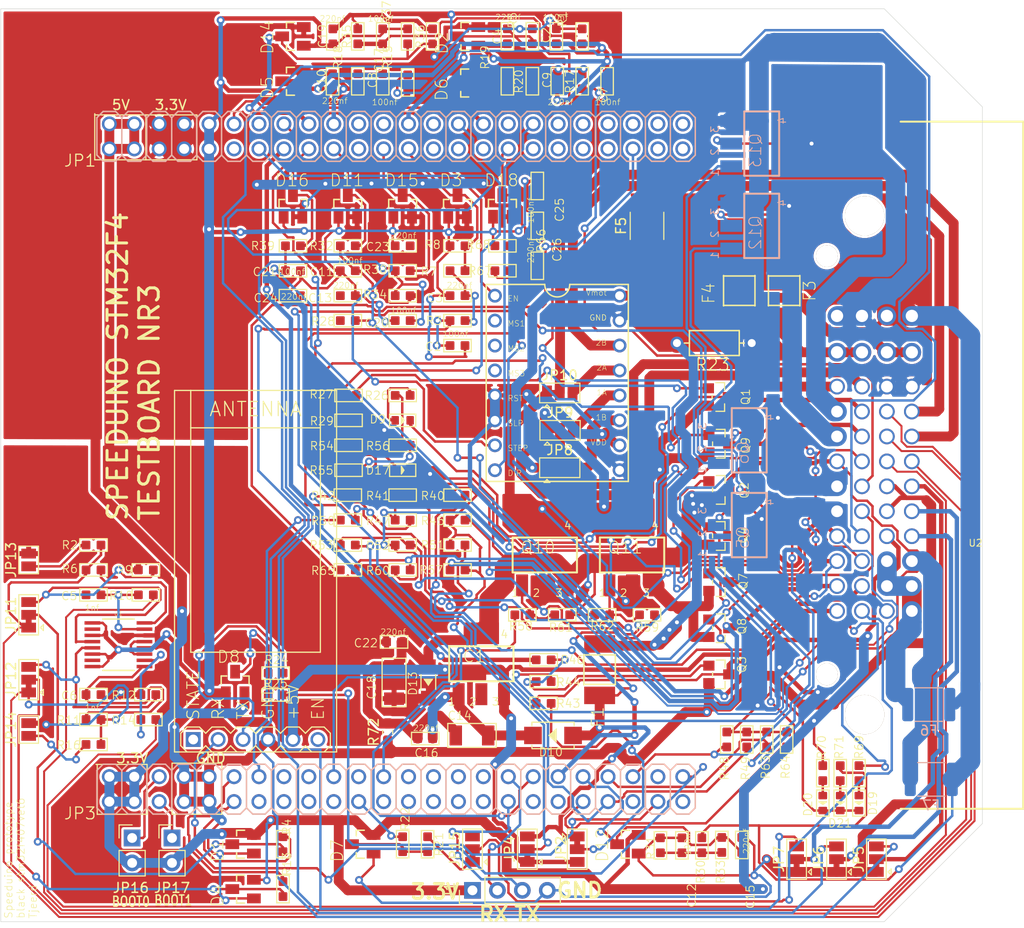
<source format=kicad_pcb>
(kicad_pcb (version 20171130) (host pcbnew 5.1.5-52549c5~84~ubuntu18.04.1)
  (layers (0 Top signal) (31 Bottom signal) (34 B.Paste user) (35 F.Paste user hide) (36 B.SilkS user hide) (37 F.SilkS user) (38 B.Mask user hide) (39 F.Mask user hide) (44 Edge.Cuts user hide))
  (net 0 "")
  (net 1 GND)
  (net 2 /PE7)
  (net 3 /PE5)
  (net 4 "Net-(U$1-PadMS3)")
  (net 5 "Net-(U$1-PadMS2)")
  (net 6 "Net-(U$1-PadMS1)")
  (net 7 /PE2)
  (net 8 /PC6)
  (net 9 /PC3)
  (net 10 /PB10)
  (net 11 /PA4)
  (net 12 /PB11)
  (net 13 "Net-(Q8-Pad1)")
  (net 14 /PE6)
  (net 15 /PC2)
  (net 16 /PC1)
  (net 17 "Net-(Q9-Pad1)")
  (net 18 /PA6)
  (net 19 "Net-(U1-Pad12)")
  (net 20 "Net-(C23-Pad2)")
  (net 21 "Net-(U1-Pad7)")
  (net 22 "Net-(U1-Pad2)")
  (net 23 /BT_TX)
  (net 24 /PD8)
  (net 25 "Net-(D1-Pad3)")
  (net 26 "Net-(R6-Pad2)")
  (net 27 "Net-(JP4-Pad2)")
  (net 28 /PA8)
  (net 29 /PB9)
  (net 30 "Net-(Q11-Pad1)")
  (net 31 /PD7)
  (net 32 "Net-(Q10-Pad1)")
  (net 33 /PC4)
  (net 34 /PD9)
  (net 35 "Net-(C9-Pad2)")
  (net 36 /PC0)
  (net 37 /PB12)
  (net 38 "Net-(Q7-Pad1)")
  (net 39 /PD4)
  (net 40 /PB14)
  (net 41 /PB13)
  (net 42 /PE15)
  (net 43 /PE14)
  (net 44 /PE13)
  (net 45 /PE12)
  (net 46 /PE11)
  (net 47 /PE10)
  (net 48 /PE9)
  (net 49 /PE8)
  (net 50 /PB0)
  (net 51 /PC5)
  (net 52 /PA7)
  (net 53 /PA5)
  (net 54 /PA0)
  (net 55 /VREF+)
  (net 56 /VREF-)
  (net 57 /PE4)
  (net 58 /PE3)
  (net 59 /PB15)
  (net 60 /PD10)
  (net 61 /PD11)
  (net 62 /PC7)
  (net 63 /PC9)
  (net 64 /PA11)
  (net 65 /PA12)
  (net 66 /PA15)
  (net 67 /PC10)
  (net 68 /PC11)
  (net 69 /PC12)
  (net 70 /PD0)
  (net 71 /PD1)
  (net 72 /PD2)
  (net 73 /PD5)
  (net 74 /PD6)
  (net 75 /PB3)
  (net 76 /PB5)
  (net 77 /PB6)
  (net 78 /PB7)
  (net 79 /PB8)
  (net 80 "Net-(C6-Pad2)")
  (net 81 "Net-(C24-Pad2)")
  (net 82 "Net-(C3-Pad2)")
  (net 83 "Net-(C5-Pad2)")
  (net 84 "Net-(C5-Pad1)")
  (net 85 "Net-(C6-Pad1)")
  (net 86 "Net-(C12-Pad2)")
  (net 87 "Net-(C13-Pad2)")
  (net 88 "Net-(C14-Pad2)")
  (net 89 "Net-(C19-Pad2)")
  (net 90 "Net-(D4-Pad3)")
  (net 91 "Net-(D7-Pad3)")
  (net 92 "Net-(D8-Pad3)")
  (net 93 "Net-(D9-Pad+)")
  (net 94 "Net-(D17-Pad+)")
  (net 95 "Net-(JP2-Pad2)")
  (net 96 "Net-(Q1-Pad1)")
  (net 97 "Net-(Q2-Pad1)")
  (net 98 "Net-(Q3-Pad1)")
  (net 99 "Net-(Q4-Pad1)")
  (net 100 "Net-(R14-Pad2)")
  (net 101 "Net-(U$2-Pad6)")
  (net 102 "Net-(U$2-Pad1)")
  (net 103 PWR_GND)
  (net 104 VBAT)
  (net 105 V_INJ12)
  (net 106 V_INJ34)
  (net 107 INJ1-OUT)
  (net 108 INJ2-OUT)
  (net 109 INJ3-OUT)
  (net 110 INJ4-OUT)
  (net 111 IDLE1-OUT)
  (net 112 IDLE2-OUT)
  (net 113 V_IDLE)
  (net 114 FUEL_PUMP)
  (net 115 FAN)
  (net 116 IGN1-OUT)
  (net 117 IGN2-OUT)
  (net 118 IGN3-OUT)
  (net 119 IGN4-OUT)
  (net 120 STEP_1B_OUT)
  (net 121 STEP_1A_OUT)
  (net 122 STEP_2B_OUT)
  (net 123 STEP_2A_OUT)
  (net 124 V_IGN)
  (net 125 MAP)
  (net 126 5V)
  (net 127 O2)
  (net 128 IAT)
  (net 129 CLT)
  (net 130 TPS)
  (net 131 VR1+)
  (net 132 VR1-)
  (net 133 VR2+)
  (net 134 VR2-)
  (net 135 V_O2)
  (net 136 O2_2)
  (net 137 IAT_2)
  (net 138 CLT_2)
  (net 139 3.3V)
  (net 140 TACHO-OUT)
  (net 141 FLEX_FUEL_IN)
  (net 142 "Net-(JP5-Pad2)")
  (net 143 "Net-(JP6-Pad2)")
  (net 144 "Net-(JP7-Pad2)")
  (net 145 "Net-(JP9-Pad2)")
  (net 146 "Net-(JP10-Pad2)")
  (net 147 "Net-(JP8-Pad2)")
  (net 148 VBAT_F1)
  (net 149 "Net-(JP11-Pad3)")
  (net 150 "Net-(JP12-Pad3)")
  (net 151 PA2)
  (net 152 BARO)
  (net 153 "Net-(C26-Pad2)")
  (net 154 PA1)
  (net 155 PA3)
  (net 156 PB1)
  (net 157 PC13)
  (net 158 PD3)
  (net 159 "Net-(R28-Pad2)")
  (net 160 PD12)
  (net 161 PD13)
  (net 162 PD14)
  (net 163 PD15)
  (net 164 "Net-(JP13-Pad1)")
  (net 165 "Net-(JP14-Pad1)")
  (net 166 PE0)
  (net 167 PE1)
  (net 168 PC8)
  (net 169 "Net-(JP15-Pad2)")
  (net 170 Baro)
  (net 171 BOOT0)
  (net 172 BOOT1)
  (net 173 "Net-(D19-Pad+)")
  (net 174 "Net-(D20-Pad+)")
  (net 175 "Net-(D21-Pad+)")
  (net 176 PA9)
  (net 177 PA10)
  (module Connector_PinHeader_2.54mm:PinHeader_1x04_P2.54mm_Vertical (layer Top) (at 162.052 106.807 90)
    (fp_text reference J1 (at 0 -2.33 90) (layer F.SilkS))
    (fp_text value Conn_01x04_Male)
    (pad 4 thru_hole oval (at 0 7.62 90) (size 1.7 1.7) (drill 1) (layers *.Cu *.Mask) (net 1 GND))
    (pad 3 thru_hole oval (at 0 5.08 90) (size 1.7 1.7) (drill 1) (layers *.Cu *.Mask) (net 176 PA9))
    (pad 2 thru_hole oval (at 0 2.54 90) (size 1.7 1.7) (drill 1) (layers *.Cu *.Mask) (net 177 PA10))
    (pad 1 thru_hole rect (at 0 0 90) (size 1.7 1.7) (drill 1) (layers *.Cu *.Mask) (net 139 3.3V))
  )
  (module Resistor_SMD:R_0603_1608Metric_Pad1.05x0.95mm_HandSolder (layer Top) (at 153.416 90.678 90)
    (fp_text reference R72 (at 0 -1.43 90) (layer F.SilkS))
    (fp_text value 0R0)
    (pad 2 smd roundrect (at 0.875 0 90) (size 1.05 0.95) (layers Top F.Paste F.Mask) (net 103 PWR_GND))
    (pad 1 smd roundrect (at -0.875 0 90) (size 1.05 0.95) (layers Top F.Paste F.Mask) (net 1 GND))
  )
  (module Speeduino_base:R0603 (layer Top) (at 199.517 94.869 180)
    (fp_text reference R71 (at -0.381 3.937 270) (layer F.SilkS) (effects (font (size 0.84455 0.84455) (thickness 0.0929)) (justify right bottom)))
    (fp_text value 560)
    (pad 2 smd roundrect (at 0 0.762 90) (size 0.889 0.889) (layers Top F.Paste F.Mask) (roundrect_rratio 0.125) (net 104 VBAT))
    (pad 1 smd roundrect (at 0 -0.762 90) (size 0.889 0.889) (layers Top F.Paste F.Mask) (roundrect_rratio 0.125) (net 175 "Net-(D21-Pad+)"))
  )
  (module Speeduino_base:R0603 (layer Top) (at 197.739 94.869 180)
    (fp_text reference R70 (at -0.381 3.937 270) (layer F.SilkS) (effects (font (size 0.84455 0.84455) (thickness 0.0929)) (justify right bottom)))
    (fp_text value 82)
    (pad 2 smd roundrect (at 0 0.762 90) (size 0.889 0.889) (layers Top F.Paste F.Mask) (roundrect_rratio 0.125) (net 139 3.3V))
    (pad 1 smd roundrect (at 0 -0.762 90) (size 0.889 0.889) (layers Top F.Paste F.Mask) (roundrect_rratio 0.125) (net 174 "Net-(D20-Pad+)"))
  )
  (module Speeduino_base:R0603 (layer Top) (at 201.422 94.869 180)
    (fp_text reference R69 (at -0.508 3.937 270) (layer F.SilkS) (effects (font (size 0.84455 0.84455) (thickness 0.0929)) (justify right bottom)))
    (fp_text value 180)
    (pad 2 smd roundrect (at 0 0.762 90) (size 0.889 0.889) (layers Top F.Paste F.Mask) (roundrect_rratio 0.125) (net 126 5V))
    (pad 1 smd roundrect (at 0 -0.762 90) (size 0.889 0.889) (layers Top F.Paste F.Mask) (roundrect_rratio 0.125) (net 173 "Net-(D19-Pad+)"))
  )
  (module Speeduino_base:LED-0603 (layer Top) (at 199.517 97.917 270)
    (fp_text reference D21 (at 2.54 -1.27 180) (layer F.SilkS) (effects (font (size 0.84455 0.84455) (thickness 0.0929)) (justify right bottom)))
    (fp_text value YEL)
    (pad - smd roundrect (at 0.762 0 270) (size 0.762 0.889) (layers Top F.Paste F.Mask) (roundrect_rratio 0.125) (net 103 PWR_GND))
    (pad + smd roundrect (at -0.762 0 270) (size 0.762 0.889) (layers Top F.Paste F.Mask) (roundrect_rratio 0.125) (net 175 "Net-(D21-Pad+)"))
  )
  (module Speeduino_base:LED-0603 (layer Top) (at 197.739 97.917 270)
    (fp_text reference D20 (at -1.143 1.016 90) (layer F.SilkS) (effects (font (size 0.84455 0.84455) (thickness 0.0929)) (justify right bottom)))
    (fp_text value YEL)
    (pad - smd roundrect (at 0.762 0 270) (size 0.762 0.889) (layers Top F.Paste F.Mask) (roundrect_rratio 0.125) (net 103 PWR_GND))
    (pad + smd roundrect (at -0.762 0 270) (size 0.762 0.889) (layers Top F.Paste F.Mask) (roundrect_rratio 0.125) (net 174 "Net-(D20-Pad+)"))
  )
  (module Speeduino_base:LED-0603 (layer Top) (at 201.422 97.917 270)
    (fp_text reference D19 (at -1.27 -1.905 90) (layer F.SilkS) (effects (font (size 0.84455 0.84455) (thickness 0.0929)) (justify right bottom)))
    (fp_text value YEL)
    (pad - smd roundrect (at 0.762 0 270) (size 0.762 0.889) (layers Top F.Paste F.Mask) (roundrect_rratio 0.125) (net 103 PWR_GND))
    (pad + smd roundrect (at -0.762 0 270) (size 0.762 0.889) (layers Top F.Paste F.Mask) (roundrect_rratio 0.125) (net 173 "Net-(D19-Pad+)"))
  )
  (module Connector_PinHeader_2.54mm:PinHeader_1x02_P2.54mm_Vertical (layer Top) (at 131.445 101.473)
    (fp_text reference JP17 (at 0 5.08) (layer F.SilkS))
    (fp_text value Jumper_NO_Small)
    (pad 2 thru_hole oval (at 0 2.54) (size 1.7 1.7) (drill 1) (layers *.Cu *.Mask) (net 139 3.3V))
    (pad 1 thru_hole rect (at 0 0) (size 1.7 1.7) (drill 1) (layers *.Cu *.Mask) (net 172 BOOT1))
  )
  (module Connector_PinHeader_2.54mm:PinHeader_1x02_P2.54mm_Vertical (layer Top) (at 127.381 101.473)
    (fp_text reference JP16 (at -0.127 5.08) (layer F.SilkS))
    (fp_text value Jumper_NO_Small)
    (pad 2 thru_hole oval (at 0 2.54) (size 1.7 1.7) (drill 1) (layers *.Cu *.Mask) (net 139 3.3V))
    (pad 1 thru_hole rect (at 0 0) (size 1.7 1.7) (drill 1) (layers *.Cu *.Mask) (net 171 BOOT0))
  )
  (module Speeduino_base:C0603 (layer Top) (at 149.352 46.228 270)
    (fp_text reference C13 (at -0.254 1.524 180) (layer F.SilkS) (effects (font (size 0.84455 0.84455) (thickness 0.0929)) (justify right top)))
    (fp_text value 220nf (at -1.397 -1.143 180) (layer F.SilkS) (effects (font (size 0.60325 0.60325) (thickness 0.060325)) (justify right top)))
    (pad 2 smd roundrect (at 0 0.762 180) (size 0.889 0.889) (layers Top F.Paste F.Mask) (roundrect_rratio 0.125) (net 87 "Net-(C13-Pad2)"))
    (pad 1 smd roundrect (at 0 -0.762 180) (size 0.889 0.889) (layers Top F.Paste F.Mask) (roundrect_rratio 0.125) (net 1 GND))
  )
  (module Speeduino_base:C0603 (layer Top) (at 160.528 46.228 90)
    (fp_text reference C3 (at 0.254 -3.175 180) (layer F.SilkS) (effects (font (size 0.84455 0.84455) (thickness 0.0929)) (justify left top)))
    (fp_text value 220nf (at 1.397 -1.143 180) (layer F.SilkS) (effects (font (size 0.60325 0.60325) (thickness 0.060325)) (justify left top)))
    (pad 2 smd roundrect (at 0 0.762) (size 0.889 0.889) (layers Top F.Paste F.Mask) (roundrect_rratio 0.125) (net 82 "Net-(C3-Pad2)"))
    (pad 1 smd roundrect (at 0 -0.762) (size 0.889 0.889) (layers Top F.Paste F.Mask) (roundrect_rratio 0.125) (net 1 GND))
  )
  (module Speeduino_base:C0603 (layer Top) (at 168.656 39.116)
    (fp_text reference C26 (at 1.524 1.143 -90) (layer F.SilkS) (effects (font (size 0.84455 0.84455) (thickness 0.0929)) (justify right top)))
    (fp_text value 220nf (at -1.016 1.143 -90) (layer F.SilkS) (effects (font (size 0.60325 0.60325) (thickness 0.060325)) (justify right top)))
    (pad 2 smd roundrect (at 0 0.762 270) (size 0.889 0.889) (layers Top F.Paste F.Mask) (roundrect_rratio 0.125) (net 153 "Net-(C26-Pad2)"))
    (pad 1 smd roundrect (at 0 -0.762 270) (size 0.889 0.889) (layers Top F.Paste F.Mask) (roundrect_rratio 0.125) (net 1 GND))
  )
  (module Speeduino_base:C0603 (layer Top) (at 168.656 35.052)
    (fp_text reference C25 (at 1.778 1.143 -90) (layer F.SilkS) (effects (font (size 0.84455 0.84455) (thickness 0.0929)) (justify right top)))
    (fp_text value 100nf (at -1.016 1.143 -90) (layer F.SilkS) (effects (font (size 0.60325 0.60325) (thickness 0.060325)) (justify right top)))
    (pad 2 smd roundrect (at 0 0.762 270) (size 0.889 0.889) (layers Top F.Paste F.Mask) (roundrect_rratio 0.125) (net 152 BARO))
    (pad 1 smd roundrect (at 0 -0.762 270) (size 0.889 0.889) (layers Top F.Paste F.Mask) (roundrect_rratio 0.125) (net 1 GND))
  )
  (module Speeduino_base:C0603 (layer Top) (at 183.388 102.2224)
    (fp_text reference C12 (at 0.508 3.8226 -90) (layer F.SilkS) (effects (font (size 0.84455 0.84455) (thickness 0.0929)) (justify right top)))
    (fp_text value 100nf (at 0.254 -1.6384 -90) (layer F.SilkS) (effects (font (size 0.60325 0.60325) (thickness 0.060325)) (justify right top)))
    (pad 2 smd roundrect (at 0 0.762 270) (size 0.889 0.889) (layers Top F.Paste F.Mask) (roundrect_rratio 0.125) (net 86 "Net-(C12-Pad2)"))
    (pad 1 smd roundrect (at 0 -0.762 270) (size 0.889 0.889) (layers Top F.Paste F.Mask) (roundrect_rratio 0.125) (net 1 GND))
  )
  (module Speeduino_base:C0603 (layer Top) (at 152.908 24.384 180)
    (fp_text reference C8 (at 1.524 -0.762 270) (layer F.SilkS) (effects (font (size 0.84455 0.84455) (thickness 0.0929)) (justify left top)))
    (fp_text value 100nf (at 1.143 -1.778) (layer F.SilkS) (effects (font (size 0.60325 0.60325) (thickness 0.060325)) (justify left top)))
    (pad 2 smd roundrect (at 0 0.762 90) (size 0.889 0.889) (layers Top F.Paste F.Mask) (roundrect_rratio 0.125) (net 128 IAT))
    (pad 1 smd roundrect (at 0 -0.762 90) (size 0.889 0.889) (layers Top F.Paste F.Mask) (roundrect_rratio 0.125) (net 1 GND))
  )
  (module Speeduino_base:C0603 (layer Top) (at 147.7976 24.384 180)
    (fp_text reference C10 (at 1.6206 -1.27 270) (layer F.SilkS) (effects (font (size 0.84455 0.84455) (thickness 0.0929)) (justify left top)))
    (fp_text value 220nf (at 1.1126 -1.651) (layer F.SilkS) (effects (font (size 0.60325 0.60325) (thickness 0.060325)) (justify left top)))
    (pad 2 smd roundrect (at 0 0.762 90) (size 0.889 0.889) (layers Top F.Paste F.Mask) (roundrect_rratio 0.125) (net 15 /PC2))
    (pad 1 smd roundrect (at 0 -0.762 90) (size 0.889 0.889) (layers Top F.Paste F.Mask) (roundrect_rratio 0.125) (net 1 GND))
  )
  (module Speeduino_base:C0603 (layer Top) (at 175.768 24.384)
    (fp_text reference C7 (at -0.889 0.508 -90) (layer F.SilkS) (effects (font (size 0.84455 0.84455) (thickness 0.0929)) (justify right top)))
    (fp_text value 100nf (at 1.397 1.778) (layer F.SilkS) (effects (font (size 0.60325 0.60325) (thickness 0.060325)) (justify right top)))
    (pad 2 smd roundrect (at 0 0.762 270) (size 0.889 0.889) (layers Top F.Paste F.Mask) (roundrect_rratio 0.125) (net 127 O2))
    (pad 1 smd roundrect (at 0 -0.762 270) (size 0.889 0.889) (layers Top F.Paste F.Mask) (roundrect_rratio 0.125) (net 1 GND))
  )
  (module Speeduino_base:C0603 (layer Top) (at 170.688 24.384 180)
    (fp_text reference C9 (at 1.524 -0.762 270) (layer F.SilkS) (effects (font (size 0.84455 0.84455) (thickness 0.0929)) (justify left top)))
    (fp_text value 220nf (at 1.016 -1.778) (layer F.SilkS) (effects (font (size 0.60325 0.60325) (thickness 0.060325)) (justify left top)))
    (pad 2 smd roundrect (at 0 0.762 90) (size 0.889 0.889) (layers Top F.Paste F.Mask) (roundrect_rratio 0.125) (net 35 "Net-(C9-Pad2)"))
    (pad 1 smd roundrect (at 0 -0.762 90) (size 0.889 0.889) (layers Top F.Paste F.Mask) (roundrect_rratio 0.125) (net 1 GND))
  )
  (module Speeduino_base:C0603 (layer Top) (at 143.764 43.688 270)
    (fp_text reference C21 (at -0.381 1.5875 180) (layer F.SilkS) (effects (font (size 0.84455 0.84455) (thickness 0.0929)) (justify right top)))
    (fp_text value 100nf (at -0.254 -1.27 180) (layer F.SilkS) (effects (font (size 0.60325 0.60325) (thickness 0.060325)) (justify right top)))
    (pad 2 smd roundrect (at 0 0.762 180) (size 0.889 0.889) (layers Top F.Paste F.Mask) (roundrect_rratio 0.125) (net 130 TPS))
    (pad 1 smd roundrect (at 0 -0.762 180) (size 0.889 0.889) (layers Top F.Paste F.Mask) (roundrect_rratio 0.125) (net 1 GND))
  )
  (module Speeduino_base:C0603 (layer Top) (at 143.764 46.228 90)
    (fp_text reference C24 (at 0.254 -4.064 180) (layer F.SilkS) (effects (font (size 0.84455 0.84455) (thickness 0.0929)) (justify left top)))
    (fp_text value 220nf (at 0.254 -1.27 180) (layer F.SilkS) (effects (font (size 0.60325 0.60325) (thickness 0.060325)) (justify left top)))
    (pad 2 smd roundrect (at 0 0.762) (size 0.889 0.889) (layers Top F.Paste F.Mask) (roundrect_rratio 0.125) (net 81 "Net-(C24-Pad2)"))
    (pad 1 smd roundrect (at 0 -0.762) (size 0.889 0.889) (layers Top F.Paste F.Mask) (roundrect_rratio 0.125) (net 1 GND))
  )
  (module Speeduino_base:C0603 (layer Top) (at 154.0636 81.5036 270)
    (fp_text reference C22 (at -0.381 1.5875 180) (layer F.SilkS) (effects (font (size 0.84455 0.84455) (thickness 0.0929)) (justify right top)))
    (fp_text value 220nf (at -1.3666 -1.2574 180) (layer F.SilkS) (effects (font (size 0.60325 0.60325) (thickness 0.060325)) (justify right top)))
    (pad 2 smd roundrect (at 0 0.762 180) (size 0.889 0.889) (layers Top F.Paste F.Mask) (roundrect_rratio 0.125) (net 126 5V))
    (pad 1 smd roundrect (at 0 -0.762 180) (size 0.889 0.889) (layers Top F.Paste F.Mask) (roundrect_rratio 0.125) (net 103 PWR_GND))
  )
  (module Speeduino_base:C0603 (layer Top) (at 189.484 102.1841)
    (fp_text reference C15 (at 0.381 3.9879 -90) (layer F.SilkS) (effects (font (size 0.84455 0.84455) (thickness 0.0929)) (justify right top)))
    (fp_text value 220nf (at 0.127 -1.7271 -90) (layer F.SilkS) (effects (font (size 0.60325 0.60325) (thickness 0.060325)) (justify right top)))
    (pad 2 smd roundrect (at 0 0.762 270) (size 0.889 0.889) (layers Top F.Paste F.Mask) (roundrect_rratio 0.125) (net 8 /PC6))
    (pad 1 smd roundrect (at 0 -0.762 270) (size 0.889 0.889) (layers Top F.Paste F.Mask) (roundrect_rratio 0.125) (net 1 GND))
  )
  (module Speeduino_base:C0603 (layer Top) (at 157.2386 91.3461 90)
    (fp_text reference C16 (at -0.9829 -1.1556 180) (layer F.SilkS) (effects (font (size 0.84455 0.84455) (thickness 0.0929)) (justify left top)))
    (fp_text value 220nf (at 1.4301 -1.2826 180) (layer F.SilkS) (effects (font (size 0.60325 0.60325) (thickness 0.060325)) (justify left top)))
    (pad 2 smd roundrect (at 0 0.762) (size 0.889 0.889) (layers Top F.Paste F.Mask) (roundrect_rratio 0.125) (net 88 "Net-(C14-Pad2)"))
    (pad 1 smd roundrect (at 0 -0.762) (size 0.889 0.889) (layers Top F.Paste F.Mask) (roundrect_rratio 0.125) (net 103 PWR_GND))
  )
  (module Speeduino_base:C0603 (layer Top) (at 123.444 76.708 270)
    (fp_text reference C5 (at -0.381 1.5875 180) (layer F.SilkS) (effects (font (size 0.84455 0.84455) (thickness 0.0929)) (justify right top)))
    (fp_text value 1nf (at 0.9525 -0.635 180) (layer F.SilkS) (effects (font (size 0.60325 0.60325) (thickness 0.060325)) (justify right top)))
    (pad 2 smd roundrect (at 0 0.762 180) (size 0.889 0.889) (layers Top F.Paste F.Mask) (roundrect_rratio 0.125) (net 83 "Net-(C5-Pad2)"))
    (pad 1 smd roundrect (at 0 -0.762 180) (size 0.889 0.889) (layers Top F.Paste F.Mask) (roundrect_rratio 0.125) (net 84 "Net-(C5-Pad1)"))
  )
  (module Speeduino_base:C0603 (layer Top) (at 123.444 86.868 270)
    (fp_text reference C6 (at -0.381 1.5875 180) (layer F.SilkS) (effects (font (size 0.84455 0.84455) (thickness 0.0929)) (justify right top)))
    (fp_text value 1nf (at 0.9525 -0.635 180) (layer F.SilkS) (effects (font (size 0.60325 0.60325) (thickness 0.060325)) (justify right top)))
    (pad 2 smd roundrect (at 0 0.762 180) (size 0.889 0.889) (layers Top F.Paste F.Mask) (roundrect_rratio 0.125) (net 80 "Net-(C6-Pad2)"))
    (pad 1 smd roundrect (at 0 -0.762 180) (size 0.889 0.889) (layers Top F.Paste F.Mask) (roundrect_rratio 0.125) (net 85 "Net-(C6-Pad1)"))
  )
  (module Speeduino_base:C0603 (layer Top) (at 149.352 43.688 90)
    (fp_text reference C11 (at 0.381 -3.937 180) (layer F.SilkS) (effects (font (size 0.84455 0.84455) (thickness 0.0929)) (justify left top)))
    (fp_text value 100nf (at 1.397 -1.143 180) (layer F.SilkS) (effects (font (size 0.60325 0.60325) (thickness 0.060325)) (justify left top)))
    (pad 2 smd roundrect (at 0 0.762) (size 0.889 0.889) (layers Top F.Paste F.Mask) (roundrect_rratio 0.125) (net 129 CLT))
    (pad 1 smd roundrect (at 0 -0.762) (size 0.889 0.889) (layers Top F.Paste F.Mask) (roundrect_rratio 0.125) (net 1 GND))
  )
  (module Speeduino_base:C0603 (layer Top) (at 152.908 19.812)
    (fp_text reference C17 (at -0.889 1.143 -90) (layer F.SilkS) (effects (font (size 0.84455 0.84455) (thickness 0.0929)) (justify right top)))
    (fp_text value 100nf (at 1.143 -2.159) (layer F.SilkS) (effects (font (size 0.60325 0.60325) (thickness 0.060325)) (justify right top)))
    (pad 2 smd roundrect (at 0 0.762 270) (size 0.889 0.889) (layers Top F.Paste F.Mask) (roundrect_rratio 0.125) (net 125 MAP))
    (pad 1 smd roundrect (at 0 -0.762 270) (size 0.889 0.889) (layers Top F.Paste F.Mask) (roundrect_rratio 0.125) (net 1 GND))
  )
  (module Speeduino_base:C0603 (layer Top) (at 147.828 19.812 180)
    (fp_text reference C19 (at 1.524 -1.27 270) (layer F.SilkS) (effects (font (size 0.84455 0.84455) (thickness 0.0929)) (justify left top)))
    (fp_text value 220nf (at 1.397 2.159) (layer F.SilkS) (effects (font (size 0.60325 0.60325) (thickness 0.060325)) (justify left top)))
    (pad 2 smd roundrect (at 0 0.762 90) (size 0.889 0.889) (layers Top F.Paste F.Mask) (roundrect_rratio 0.125) (net 89 "Net-(C19-Pad2)"))
    (pad 1 smd roundrect (at 0 -0.762 90) (size 0.889 0.889) (layers Top F.Paste F.Mask) (roundrect_rratio 0.125) (net 1 GND))
  )
  (module Speeduino_base:C0603 (layer Top) (at 154.94 48.768 90)
    (fp_text reference C20 (at 0.254 -3.937 180) (layer F.SilkS) (effects (font (size 0.84455 0.84455) (thickness 0.0929)) (justify left top)))
    (fp_text value 100nf (at 1.397 -1.27 180) (layer F.SilkS) (effects (font (size 0.60325 0.60325) (thickness 0.060325)) (justify left top)))
    (pad 2 smd roundrect (at 0 0.762) (size 0.889 0.889) (layers Top F.Paste F.Mask) (roundrect_rratio 0.125) (net 138 CLT_2))
    (pad 1 smd roundrect (at 0 -0.762) (size 0.889 0.889) (layers Top F.Paste F.Mask) (roundrect_rratio 0.125) (net 1 GND))
  )
  (module Speeduino_base:C0603 (layer Top) (at 154.94 41.148 90)
    (fp_text reference C23 (at 0.381 -3.81 180) (layer F.SilkS) (effects (font (size 0.84455 0.84455) (thickness 0.0929)) (justify left top)))
    (fp_text value 220nf (at 1.397 -1.27 180) (layer F.SilkS) (effects (font (size 0.60325 0.60325) (thickness 0.060325)) (justify left top)))
    (pad 2 smd roundrect (at 0 0.762) (size 0.889 0.889) (layers Top F.Paste F.Mask) (roundrect_rratio 0.125) (net 20 "Net-(C23-Pad2)"))
    (pad 1 smd roundrect (at 0 -0.762) (size 0.889 0.889) (layers Top F.Paste F.Mask) (roundrect_rratio 0.125) (net 1 GND))
  )
  (module Speeduino_base:C0603 (layer Top) (at 170.5941 19.7994 180)
    (fp_text reference C2 (at 1.5571 -0.7746 270) (layer F.SilkS) (effects (font (size 0.84455 0.84455) (thickness 0.0929)) (justify left top)))
    (fp_text value 100nf (at 1.4301 2.2734) (layer F.SilkS) (effects (font (size 0.60325 0.60325) (thickness 0.060325)) (justify left top)))
    (pad 2 smd roundrect (at 0 0.762 90) (size 0.889 0.889) (layers Top F.Paste F.Mask) (roundrect_rratio 0.125) (net 137 IAT_2))
    (pad 1 smd roundrect (at 0 -0.762 90) (size 0.889 0.889) (layers Top F.Paste F.Mask) (roundrect_rratio 0.125) (net 1 GND))
  )
  (module Speeduino_base:C0603 (layer Top) (at 165.608 19.7994 180)
    (fp_text reference C4 (at 1.524 -0.9016 270) (layer F.SilkS) (effects (font (size 0.84455 0.84455) (thickness 0.0929)) (justify left top)))
    (fp_text value 220nf (at 1.27 2.2734) (layer F.SilkS) (effects (font (size 0.60325 0.60325) (thickness 0.060325)) (justify left top)))
    (pad 2 smd roundrect (at 0 0.762 90) (size 0.889 0.889) (layers Top F.Paste F.Mask) (roundrect_rratio 0.125) (net 151 PA2))
    (pad 1 smd roundrect (at 0 -0.762 90) (size 0.889 0.889) (layers Top F.Paste F.Mask) (roundrect_rratio 0.125) (net 1 GND))
  )
  (module Speeduino_base:C0603 (layer Top) (at 160.528 51.308 270)
    (fp_text reference C1 (at -0.381 1.5875 180) (layer F.SilkS) (effects (font (size 0.84455 0.84455) (thickness 0.0929)) (justify right top)))
    (fp_text value 100nf (at -1.524 -1.143 180) (layer F.SilkS) (effects (font (size 0.60325 0.60325) (thickness 0.060325)) (justify right top)))
    (pad 2 smd roundrect (at 0 0.762 180) (size 0.889 0.889) (layers Top F.Paste F.Mask) (roundrect_rratio 0.125) (net 136 O2_2))
    (pad 1 smd roundrect (at 0 -0.762 180) (size 0.889 0.889) (layers Top F.Paste F.Mask) (roundrect_rratio 0.125) (net 1 GND))
  )
  (module Speeduino_base:R0603 (layer Top) (at 154.94 61.468 270)
    (fp_text reference R56 (at 0.5715 3.81 180) (layer F.SilkS) (effects (font (size 0.84455 0.84455) (thickness 0.0929)) (justify left bottom)))
    (fp_text value 10k)
    (pad 2 smd roundrect (at 0 0.762 180) (size 0.889 0.889) (layers Top F.Paste F.Mask) (roundrect_rratio 0.125) (net 103 PWR_GND))
    (pad 1 smd roundrect (at 0 -0.762 180) (size 0.889 0.889) (layers Top F.Paste F.Mask) (roundrect_rratio 0.125) (net 17 "Net-(Q9-Pad1)"))
  )
  (module Speeduino_base:R0603 (layer Top) (at 181.1986 102.2224)
    (fp_text reference R31 (at -0.4776 1.5366 -90) (layer F.SilkS) (effects (font (size 0.84455 0.84455) (thickness 0.0929)) (justify left bottom)))
    (fp_text value 1k2)
    (pad 2 smd roundrect (at 0 0.762 270) (size 0.889 0.889) (layers Top F.Paste F.Mask) (roundrect_rratio 0.125) (net 86 "Net-(C12-Pad2)"))
    (pad 1 smd roundrect (at 0 -0.762 270) (size 0.889 0.889) (layers Top F.Paste F.Mask) (roundrect_rratio 0.125) (net 1 GND))
  )
  (module Speeduino_base:R0603 (layer Top) (at 160.528 74.168 90)
    (fp_text reference R57 (at -0.508 -1.397 180) (layer F.SilkS) (effects (font (size 0.84455 0.84455) (thickness 0.0929)) (justify right bottom)))
    (fp_text value 1k)
    (pad 2 smd roundrect (at 0 0.762) (size 0.889 0.889) (layers Top F.Paste F.Mask) (roundrect_rratio 0.125) (net 27 "Net-(JP4-Pad2)"))
    (pad 1 smd roundrect (at 0 -0.762) (size 0.889 0.889) (layers Top F.Paste F.Mask) (roundrect_rratio 0.125) (net 119 IGN4-OUT))
  )
  (module Speeduino_base:R0603 (layer Top) (at 149.352 71.628 90)
    (fp_text reference R53 (at -0.508 -1.397 180) (layer F.SilkS) (effects (font (size 0.84455 0.84455) (thickness 0.0929)) (justify right bottom)))
    (fp_text value 100)
    (pad 2 smd roundrect (at 0 0.762) (size 0.889 0.889) (layers Top F.Paste F.Mask) (roundrect_rratio 0.125) (net 28 /PA8))
    (pad 1 smd roundrect (at 0 -0.762) (size 0.889 0.889) (layers Top F.Paste F.Mask) (roundrect_rratio 0.125) (net 38 "Net-(Q7-Pad1)"))
  )
  (module Speeduino_base:R0603 (layer Top) (at 154.94 71.628 270)
    (fp_text reference R52 (at 0.5715 3.81 180) (layer F.SilkS) (effects (font (size 0.84455 0.84455) (thickness 0.0929)) (justify left bottom)))
    (fp_text value 10k)
    (pad 2 smd roundrect (at 0 0.762 180) (size 0.889 0.889) (layers Top F.Paste F.Mask) (roundrect_rratio 0.125) (net 139 3.3V))
    (pad 1 smd roundrect (at 0 -0.762 180) (size 0.889 0.889) (layers Top F.Paste F.Mask) (roundrect_rratio 0.125) (net 38 "Net-(Q7-Pad1)"))
  )
  (module Speeduino_base:R0603 (layer Top) (at 160.528 71.628 270)
    (fp_text reference R51 (at 0.508 3.81 180) (layer F.SilkS) (effects (font (size 0.84455 0.84455) (thickness 0.0929)) (justify left bottom)))
    (fp_text value 1k)
    (pad 2 smd roundrect (at 0 0.762 180) (size 0.889 0.889) (layers Top F.Paste F.Mask) (roundrect_rratio 0.125) (net 27 "Net-(JP4-Pad2)"))
    (pad 1 smd roundrect (at 0 -0.762 180) (size 0.889 0.889) (layers Top F.Paste F.Mask) (roundrect_rratio 0.125) (net 118 IGN3-OUT))
  )
  (module Speeduino_base:R0603 (layer Top) (at 149.352 69.088 270)
    (fp_text reference R50 (at 0.5715 3.81 180) (layer F.SilkS) (effects (font (size 0.84455 0.84455) (thickness 0.0929)) (justify left bottom)))
    (fp_text value 100)
    (pad 2 smd roundrect (at 0 0.762 180) (size 0.889 0.889) (layers Top F.Paste F.Mask) (roundrect_rratio 0.125) (net 29 /PB9))
    (pad 1 smd roundrect (at 0 -0.762 180) (size 0.889 0.889) (layers Top F.Paste F.Mask) (roundrect_rratio 0.125) (net 99 "Net-(Q4-Pad1)"))
  )
  (module Speeduino_base:R0603 (layer Top) (at 150.368 19.812 180)
    (fp_text reference R35 (at 0.635 1.27 270) (layer F.SilkS) (effects (font (size 0.84455 0.84455) (thickness 0.0929)) (justify right bottom)))
    (fp_text value 470R)
    (pad 2 smd roundrect (at 0 0.762 90) (size 0.889 0.889) (layers Top F.Paste F.Mask) (roundrect_rratio 0.125) (net 89 "Net-(C19-Pad2)"))
    (pad 1 smd roundrect (at 0 -0.762 90) (size 0.889 0.889) (layers Top F.Paste F.Mask) (roundrect_rratio 0.125) (net 125 MAP))
  )
  (module Speeduino_base:R0603 (layer Top) (at 185.42 102.2224 180)
    (fp_text reference R30 (at -0.381 -1.4096 90) (layer F.SilkS) (effects (font (size 0.84455 0.84455) (thickness 0.0929)) (justify right bottom)))
    (fp_text value 8k3)
    (pad 2 smd roundrect (at 0 0.762 90) (size 0.889 0.889) (layers Top F.Paste F.Mask) (roundrect_rratio 0.125) (net 104 VBAT))
    (pad 1 smd roundrect (at 0 -0.762 90) (size 0.889 0.889) (layers Top F.Paste F.Mask) (roundrect_rratio 0.125) (net 86 "Net-(C12-Pad2)"))
  )
  (module Speeduino_base:R0603 (layer Top) (at 194.056 91.44 180)
    (fp_text reference R64 (at -0.381 -1.524 270) (layer F.SilkS) (effects (font (size 0.84455 0.84455) (thickness 0.0929)) (justify right bottom)))
    (fp_text value 10k)
    (pad 2 smd roundrect (at 0 0.762 90) (size 0.889 0.889) (layers Top F.Paste F.Mask) (roundrect_rratio 0.125) (net 103 PWR_GND))
    (pad 1 smd roundrect (at 0 -0.762 90) (size 0.889 0.889) (layers Top F.Paste F.Mask) (roundrect_rratio 0.125) (net 163 PD15))
  )
  (module Speeduino_base:R0603 (layer Top) (at 189.992 91.44 180)
    (fp_text reference R49 (at -0.381 -1.651 270) (layer F.SilkS) (effects (font (size 0.84455 0.84455) (thickness 0.0929)) (justify right bottom)))
    (fp_text value 10k)
    (pad 2 smd roundrect (at 0 0.762 90) (size 0.889 0.889) (layers Top F.Paste F.Mask) (roundrect_rratio 0.125) (net 103 PWR_GND))
    (pad 1 smd roundrect (at 0 -0.762 90) (size 0.889 0.889) (layers Top F.Paste F.Mask) (roundrect_rratio 0.125) (net 161 PD13))
  )
  (module Speeduino_base:R0603 (layer Top) (at 187.96 91.44 180)
    (fp_text reference R48 (at -0.254 -1.651 270) (layer F.SilkS) (effects (font (size 0.84455 0.84455) (thickness 0.0929)) (justify right bottom)))
    (fp_text value 10k)
    (pad 2 smd roundrect (at 0 0.762 90) (size 0.889 0.889) (layers Top F.Paste F.Mask) (roundrect_rratio 0.125) (net 103 PWR_GND))
    (pad 1 smd roundrect (at 0 -0.762 90) (size 0.889 0.889) (layers Top F.Paste F.Mask) (roundrect_rratio 0.125) (net 160 PD12))
  )
  (module Speeduino_base:R0603 (layer Top) (at 192.024 91.44 180)
    (fp_text reference R63 (at -0.381 -1.524 270) (layer F.SilkS) (effects (font (size 0.84455 0.84455) (thickness 0.0929)) (justify right bottom)))
    (fp_text value 10k)
    (pad 2 smd roundrect (at 0 0.762 90) (size 0.889 0.889) (layers Top F.Paste F.Mask) (roundrect_rratio 0.125) (net 103 PWR_GND))
    (pad 1 smd roundrect (at 0 -0.762 90) (size 0.889 0.889) (layers Top F.Paste F.Mask) (roundrect_rratio 0.125) (net 162 PD14))
  )
  (module Speeduino_base:R0603 (layer Top) (at 154.94 69.088 270)
    (fp_text reference R47 (at 0.5715 3.81 180) (layer F.SilkS) (effects (font (size 0.84455 0.84455) (thickness 0.0929)) (justify left bottom)))
    (fp_text value 10k)
    (pad 2 smd roundrect (at 0 0.762 180) (size 0.889 0.889) (layers Top F.Paste F.Mask) (roundrect_rratio 0.125) (net 139 3.3V))
    (pad 1 smd roundrect (at 0 -0.762 180) (size 0.889 0.889) (layers Top F.Paste F.Mask) (roundrect_rratio 0.125) (net 99 "Net-(Q4-Pad1)"))
  )
  (module Speeduino_base:R0603 (layer Top) (at 160.528 69.088 270)
    (fp_text reference R45 (at 0.5715 3.81 180) (layer F.SilkS) (effects (font (size 0.84455 0.84455) (thickness 0.0929)) (justify left bottom)))
    (fp_text value 1k)
    (pad 2 smd roundrect (at 0 0.762 180) (size 0.889 0.889) (layers Top F.Paste F.Mask) (roundrect_rratio 0.125) (net 27 "Net-(JP4-Pad2)"))
    (pad 1 smd roundrect (at 0 -0.762 180) (size 0.889 0.889) (layers Top F.Paste F.Mask) (roundrect_rratio 0.125) (net 117 IGN2-OUT))
  )
  (module Speeduino_base:R0603 (layer Top) (at 141.9986 86.9011 270)
    (fp_text reference R25 (at -0.6681 1.2826 180) (layer F.SilkS) (effects (font (size 0.84455 0.84455) (thickness 0.0929)) (justify left bottom)))
    (fp_text value 1k)
    (pad 2 smd roundrect (at 0 0.762 180) (size 0.889 0.889) (layers Top F.Paste F.Mask) (roundrect_rratio 0.125) (net 92 "Net-(D8-Pad3)"))
    (pad 1 smd roundrect (at 0 -0.762 180) (size 0.889 0.889) (layers Top F.Paste F.Mask) (roundrect_rratio 0.125) (net 34 /PD9))
  )
  (module Speeduino_base:R0603 (layer Top) (at 187.452 102.1841 180)
    (fp_text reference R33 (at -0.381 -1.4479 270) (layer F.SilkS) (effects (font (size 0.84455 0.84455) (thickness 0.0929)) (justify right bottom)))
    (fp_text value 470R)
    (pad 2 smd roundrect (at 0 0.762 90) (size 0.889 0.889) (layers Top F.Paste F.Mask) (roundrect_rratio 0.125) (net 8 /PC6))
    (pad 1 smd roundrect (at 0 -0.762 90) (size 0.889 0.889) (layers Top F.Paste F.Mask) (roundrect_rratio 0.125) (net 86 "Net-(C12-Pad2)"))
  )
  (module Speeduino_base:R0603 (layer Top) (at 142.748 102.108)
    (fp_text reference R4 (at 0.889 -0.889 -90) (layer F.SilkS) (effects (font (size 0.84455 0.84455) (thickness 0.0929)) (justify left bottom)))
    (fp_text value 1k)
    (pad 2 smd roundrect (at 0 0.762 270) (size 0.889 0.889) (layers Top F.Paste F.Mask) (roundrect_rratio 0.125) (net 25 "Net-(D1-Pad3)"))
    (pad 1 smd roundrect (at 0 -0.762 270) (size 0.889 0.889) (layers Top F.Paste F.Mask) (roundrect_rratio 0.125) (net 166 PE0))
  )
  (module Speeduino_base:R0603 (layer Top) (at 142.748 106.68)
    (fp_text reference R13 (at 0.889 -1.27 -90) (layer F.SilkS) (effects (font (size 0.84455 0.84455) (thickness 0.0929)) (justify left bottom)))
    (fp_text value 1k)
    (pad 2 smd roundrect (at 0 0.762 270) (size 0.889 0.889) (layers Top F.Paste F.Mask) (roundrect_rratio 0.125) (net 90 "Net-(D4-Pad3)"))
    (pad 1 smd roundrect (at 0 -0.762 270) (size 0.889 0.889) (layers Top F.Paste F.Mask) (roundrect_rratio 0.125) (net 167 PE1))
  )
  (module Speeduino_base:R0603 (layer Top) (at 171.196 78.74 90)
    (fp_text reference R61 (at -1.778 1.143 180) (layer F.SilkS) (effects (font (size 0.84455 0.84455) (thickness 0.0929)) (justify right bottom)))
    (fp_text value 10k)
    (pad 2 smd roundrect (at 0 0.762) (size 0.889 0.889) (layers Top F.Paste F.Mask) (roundrect_rratio 0.125) (net 103 PWR_GND))
    (pad 1 smd roundrect (at 0 -0.762) (size 0.889 0.889) (layers Top F.Paste F.Mask) (roundrect_rratio 0.125) (net 32 "Net-(Q10-Pad1)"))
  )
  (module Speeduino_base:R0603 (layer Top) (at 167.132 78.74 90)
    (fp_text reference R58 (at -1.651 1.143 180) (layer F.SilkS) (effects (font (size 0.84455 0.84455) (thickness 0.0929)) (justify right bottom)))
    (fp_text value 100)
    (pad 2 smd roundrect (at 0 0.762) (size 0.889 0.889) (layers Top F.Paste F.Mask) (roundrect_rratio 0.125) (net 32 "Net-(Q10-Pad1)"))
    (pad 1 smd roundrect (at 0 -0.762) (size 0.889 0.889) (layers Top F.Paste F.Mask) (roundrect_rratio 0.125) (net 158 PD3))
  )
  (module Speeduino_base:R0603 (layer Top) (at 175.26 78.74 270)
    (fp_text reference R62 (at 1.651 1.27 180) (layer F.SilkS) (effects (font (size 0.84455 0.84455) (thickness 0.0929)) (justify left bottom)))
    (fp_text value 10k)
    (pad 2 smd roundrect (at 0 0.762 180) (size 0.889 0.889) (layers Top F.Paste F.Mask) (roundrect_rratio 0.125) (net 103 PWR_GND))
    (pad 1 smd roundrect (at 0 -0.762 180) (size 0.889 0.889) (layers Top F.Paste F.Mask) (roundrect_rratio 0.125) (net 30 "Net-(Q11-Pad1)"))
  )
  (module Speeduino_base:R0603 (layer Top) (at 179.832 78.74 270)
    (fp_text reference R59 (at 1.778 1.27 180) (layer F.SilkS) (effects (font (size 0.84455 0.84455) (thickness 0.0929)) (justify left bottom)))
    (fp_text value 100)
    (pad 2 smd roundrect (at 0 0.762 180) (size 0.889 0.889) (layers Top F.Paste F.Mask) (roundrect_rratio 0.125) (net 30 "Net-(Q11-Pad1)"))
    (pad 1 smd roundrect (at 0 -0.762 180) (size 0.889 0.889) (layers Top F.Paste F.Mask) (roundrect_rratio 0.125) (net 168 PC8))
  )
  (module Speeduino_base:R0603 (layer Top) (at 149.4281 61.468 270)
    (fp_text reference R54 (at 0.5715 4.0131 180) (layer F.SilkS) (effects (font (size 0.84455 0.84455) (thickness 0.0929)) (justify left bottom)))
    (fp_text value 1k)
    (pad 2 smd roundrect (at 0 0.762 180) (size 0.889 0.889) (layers Top F.Paste F.Mask) (roundrect_rratio 0.125) (net 148 VBAT_F1))
    (pad 1 smd roundrect (at 0 -0.762 180) (size 0.889 0.889) (layers Top F.Paste F.Mask) (roundrect_rratio 0.125) (net 94 "Net-(D17-Pad+)"))
  )
  (module Speeduino_base:R0603 (layer Top) (at 149.352 41.148 90)
    (fp_text reference R32 (at -0.508 -1.397 180) (layer F.SilkS) (effects (font (size 0.84455 0.84455) (thickness 0.0929)) (justify right bottom)))
    (fp_text value 470R)
    (pad 2 smd roundrect (at 0 0.762) (size 0.889 0.889) (layers Top F.Paste F.Mask) (roundrect_rratio 0.125) (net 9 /PC3))
    (pad 1 smd roundrect (at 0 -0.762) (size 0.889 0.889) (layers Top F.Paste F.Mask) (roundrect_rratio 0.125) (net 129 CLT))
  )
  (module Speeduino_base:R0603 (layer Top) (at 149.4281 64.008 90)
    (fp_text reference R55 (at -0.508 -1.4731 180) (layer F.SilkS) (effects (font (size 0.84455 0.84455) (thickness 0.0929)) (justify right bottom)))
    (fp_text value 100)
    (pad 2 smd roundrect (at 0 0.762) (size 0.889 0.889) (layers Top F.Paste F.Mask) (roundrect_rratio 0.125) (net 17 "Net-(Q9-Pad1)"))
    (pad 1 smd roundrect (at 0 -0.762) (size 0.889 0.889) (layers Top F.Paste F.Mask) (roundrect_rratio 0.125) (net 14 /PE6))
  )
  (module Speeduino_base:R0603 (layer Top) (at 150.368 24.384)
    (fp_text reference R18 (at -1.524 -1.143 -90) (layer F.SilkS) (effects (font (size 0.84455 0.84455) (thickness 0.0929)) (justify left bottom)))
    (fp_text value 470R)
    (pad 2 smd roundrect (at 0 0.762 270) (size 0.889 0.889) (layers Top F.Paste F.Mask) (roundrect_rratio 0.125) (net 15 /PC2))
    (pad 1 smd roundrect (at 0 -0.762 270) (size 0.889 0.889) (layers Top F.Paste F.Mask) (roundrect_rratio 0.125) (net 128 IAT))
  )
  (module Speeduino_base:R0603 (layer Top) (at 155.448 24.4984)
    (fp_text reference R15 (at -1.524 -1.2574 -90) (layer F.SilkS) (effects (font (size 0.84455 0.84455) (thickness 0.0929)) (justify left bottom)))
    (fp_text value 2k49)
    (pad 2 smd roundrect (at 0 0.762 270) (size 0.889 0.889) (layers Top F.Paste F.Mask) (roundrect_rratio 0.125) (net 139 3.3V))
    (pad 1 smd roundrect (at 0 -0.762 270) (size 0.889 0.889) (layers Top F.Paste F.Mask) (roundrect_rratio 0.125) (net 128 IAT))
  )
  (module Speeduino_base:R0603 (layer Top) (at 173.228 24.384 180)
    (fp_text reference R17 (at 0.762 1.27 270) (layer F.SilkS) (effects (font (size 0.84455 0.84455) (thickness 0.0929)) (justify right bottom)))
    (fp_text value 470R)
    (pad 2 smd roundrect (at 0 0.762 90) (size 0.889 0.889) (layers Top F.Paste F.Mask) (roundrect_rratio 0.125) (net 35 "Net-(C9-Pad2)"))
    (pad 1 smd roundrect (at 0 -0.762 90) (size 0.889 0.889) (layers Top F.Paste F.Mask) (roundrect_rratio 0.125) (net 127 O2))
  )
  (module Speeduino_base:R0603 (layer Top) (at 143.764 41.148 90)
    (fp_text reference R39 (at -0.508 -1.778 180) (layer F.SilkS) (effects (font (size 0.84455 0.84455) (thickness 0.0929)) (justify right bottom)))
    (fp_text value 470R)
    (pad 2 smd roundrect (at 0 0.762) (size 0.889 0.889) (layers Top F.Paste F.Mask) (roundrect_rratio 0.125) (net 16 /PC1))
    (pad 1 smd roundrect (at 0 -0.762) (size 0.889 0.889) (layers Top F.Paste F.Mask) (roundrect_rratio 0.125) (net 130 TPS))
  )
  (module Speeduino_base:R0603 (layer Top) (at 154.94 56.388 270)
    (fp_text reference R26 (at 0.508 3.937 180) (layer F.SilkS) (effects (font (size 0.84455 0.84455) (thickness 0.0929)) (justify left bottom)))
    (fp_text value 1k)
    (pad 2 smd roundrect (at 0 0.762 180) (size 0.889 0.889) (layers Top F.Paste F.Mask) (roundrect_rratio 0.125) (net 148 VBAT_F1))
    (pad 1 smd roundrect (at 0 -0.762 180) (size 0.889 0.889) (layers Top F.Paste F.Mask) (roundrect_rratio 0.125) (net 93 "Net-(D9-Pad+)"))
  )
  (module Speeduino_base:R0603 (layer Top) (at 149.4281 58.928 270)
    (fp_text reference R29 (at 0.5715 4.0131 180) (layer F.SilkS) (effects (font (size 0.84455 0.84455) (thickness 0.0929)) (justify left bottom)))
    (fp_text value 10k)
    (pad 2 smd roundrect (at 0 0.762 180) (size 0.889 0.889) (layers Top F.Paste F.Mask) (roundrect_rratio 0.125) (net 103 PWR_GND))
    (pad 1 smd roundrect (at 0 -0.762 180) (size 0.889 0.889) (layers Top F.Paste F.Mask) (roundrect_rratio 0.125) (net 96 "Net-(Q1-Pad1)"))
  )
  (module Speeduino_base:R0603 (layer Top) (at 149.4281 56.388 90)
    (fp_text reference R27 (at -0.381 -1.4731 180) (layer F.SilkS) (effects (font (size 0.84455 0.84455) (thickness 0.0929)) (justify right bottom)))
    (fp_text value 100)
    (pad 2 smd roundrect (at 0 0.762) (size 0.889 0.889) (layers Top F.Paste F.Mask) (roundrect_rratio 0.125) (net 96 "Net-(Q1-Pad1)"))
    (pad 1 smd roundrect (at 0 -0.762) (size 0.889 0.889) (layers Top F.Paste F.Mask) (roundrect_rratio 0.125) (net 18 /PA6))
  )
  (module Speeduino_base:R0603 (layer Top) (at 169.3036 83.329225 270)
    (fp_text reference R46 (at 0.490775 -1.6384 180) (layer F.SilkS) (effects (font (size 0.84455 0.84455) (thickness 0.0929)) (justify left bottom)))
    (fp_text value 1k)
    (pad 2 smd roundrect (at 0 0.762 180) (size 0.889 0.889) (layers Top F.Paste F.Mask) (roundrect_rratio 0.125) (net 157 PC13))
    (pad 1 smd roundrect (at 0 -0.762 180) (size 0.889 0.889) (layers Top F.Paste F.Mask) (roundrect_rratio 0.125) (net 98 "Net-(Q3-Pad1)"))
  )
  (module Speeduino_base:R0603 (layer Top) (at 141.9986 84.6786 90)
    (fp_text reference R24 (at 0.8586 1.3844 180) (layer F.SilkS) (effects (font (size 0.84455 0.84455) (thickness 0.0929)) (justify right bottom)))
    (fp_text value 470R)
    (pad 2 smd roundrect (at 0 0.762) (size 0.889 0.889) (layers Top F.Paste F.Mask) (roundrect_rratio 0.125) (net 23 /BT_TX))
    (pad 1 smd roundrect (at 0 -0.762) (size 0.889 0.889) (layers Top F.Paste F.Mask) (roundrect_rratio 0.125) (net 92 "Net-(D8-Pad3)"))
  )
  (module Speeduino_base:R0603 (layer Top) (at 123.444 74.168 90)
    (fp_text reference R6 (at -0.381 -1.524 180) (layer F.SilkS) (effects (font (size 0.84455 0.84455) (thickness 0.0929)) (justify right bottom)))
    (fp_text value 10k)
    (pad 2 smd roundrect (at 0 0.762) (size 0.889 0.889) (layers Top F.Paste F.Mask) (roundrect_rratio 0.125) (net 26 "Net-(R6-Pad2)"))
    (pad 1 smd roundrect (at 0 -0.762) (size 0.889 0.889) (layers Top F.Paste F.Mask) (roundrect_rratio 0.125) (net 131 VR1+))
  )
  (module Speeduino_base:R0603 (layer Top) (at 128.778 76.708 270)
    (fp_text reference R10 (at 0.5715 3.81 180) (layer F.SilkS) (effects (font (size 0.84455 0.84455) (thickness 0.0929)) (justify left bottom)))
    (fp_text value 10k)
    (pad 2 smd roundrect (at 0 0.762 180) (size 0.889 0.889) (layers Top F.Paste F.Mask) (roundrect_rratio 0.125) (net 84 "Net-(C5-Pad1)"))
    (pad 1 smd roundrect (at 0 -0.762 180) (size 0.889 0.889) (layers Top F.Paste F.Mask) (roundrect_rratio 0.125) (net 132 VR1-))
  )
  (module Speeduino_base:R0603 (layer Top) (at 123.444 89.408 270)
    (fp_text reference R11 (at 0.5715 3.81 180) (layer F.SilkS) (effects (font (size 0.84455 0.84455) (thickness 0.0929)) (justify left bottom)))
    (fp_text value 10k)
    (pad 2 smd roundrect (at 0 0.762 180) (size 0.889 0.889) (layers Top F.Paste F.Mask) (roundrect_rratio 0.125) (net 80 "Net-(C6-Pad2)"))
    (pad 1 smd roundrect (at 0 -0.762 180) (size 0.889 0.889) (layers Top F.Paste F.Mask) (roundrect_rratio 0.125) (net 133 VR2+))
  )
  (module Speeduino_base:R0603 (layer Top) (at 129.032 89.408 270)
    (fp_text reference R14 (at 0.5715 3.81 180) (layer F.SilkS) (effects (font (size 0.84455 0.84455) (thickness 0.0929)) (justify left bottom)))
    (fp_text value 10k)
    (pad 2 smd roundrect (at 0 0.762 180) (size 0.889 0.889) (layers Top F.Paste F.Mask) (roundrect_rratio 0.125) (net 100 "Net-(R14-Pad2)"))
    (pad 1 smd roundrect (at 0 -0.762 180) (size 0.889 0.889) (layers Top F.Paste F.Mask) (roundrect_rratio 0.125) (net 134 VR2-))
  )
  (module Speeduino_base:R0603 (layer Top) (at 128.778 74.168 270)
    (fp_text reference R9 (at 0.508 3.048 180) (layer F.SilkS) (effects (font (size 0.84455 0.84455) (thickness 0.0929)) (justify left bottom)))
    (fp_text value 10k)
    (pad 2 smd roundrect (at 0 0.762 180) (size 0.889 0.889) (layers Top F.Paste F.Mask) (roundrect_rratio 0.125) (net 126 5V))
    (pad 1 smd roundrect (at 0 -0.762 180) (size 0.889 0.889) (layers Top F.Paste F.Mask) (roundrect_rratio 0.125) (net 149 "Net-(JP11-Pad3)"))
  )
  (module Speeduino_base:R0603 (layer Top) (at 129.032 86.868 270)
    (fp_text reference R12 (at 0.5715 3.81 180) (layer F.SilkS) (effects (font (size 0.84455 0.84455) (thickness 0.0929)) (justify left bottom)))
    (fp_text value 10k)
    (pad 2 smd roundrect (at 0 0.762 180) (size 0.889 0.889) (layers Top F.Paste F.Mask) (roundrect_rratio 0.125) (net 126 5V))
    (pad 1 smd roundrect (at 0 -0.762 180) (size 0.889 0.889) (layers Top F.Paste F.Mask) (roundrect_rratio 0.125) (net 150 "Net-(JP12-Pad3)"))
  )
  (module Speeduino_base:R0603 (layer Top) (at 169.3036 85.543788 90)
    (fp_text reference R44 (at -0.562212 3.81 180) (layer F.SilkS) (effects (font (size 0.84455 0.84455) (thickness 0.0929)) (justify right bottom)))
    (fp_text value 100k)
    (pad 2 smd roundrect (at 0 0.762) (size 0.889 0.889) (layers Top F.Paste F.Mask) (roundrect_rratio 0.125) (net 1 GND))
    (pad 1 smd roundrect (at 0 -0.762) (size 0.889 0.889) (layers Top F.Paste F.Mask) (roundrect_rratio 0.125) (net 98 "Net-(Q3-Pad1)"))
  )
  (module Speeduino_base:R0603 (layer Top) (at 169.3036 87.75835 90)
    (fp_text reference R43 (at -0.50665 3.81 180) (layer F.SilkS) (effects (font (size 0.84455 0.84455) (thickness 0.0929)) (justify right bottom)))
    (fp_text value 1k)
    (pad 2 smd roundrect (at 0 0.762) (size 0.889 0.889) (layers Top F.Paste F.Mask) (roundrect_rratio 0.125) (net 95 "Net-(JP2-Pad2)"))
    (pad 1 smd roundrect (at 0 -0.762) (size 0.889 0.889) (layers Top F.Paste F.Mask) (roundrect_rratio 0.125) (net 140 TACHO-OUT))
  )
  (module Speeduino_base:R0603 (layer Top) (at 123.444 71.628 270)
    (fp_text reference R2 (at 0.508 3.302 180) (layer F.SilkS) (effects (font (size 0.84455 0.84455) (thickness 0.0929)) (justify left bottom)))
    (fp_text value 1k)
    (pad 2 smd roundrect (at 0 0.762 180) (size 0.889 0.889) (layers Top F.Paste F.Mask) (roundrect_rratio 0.125) (net 164 "Net-(JP13-Pad1)"))
    (pad 1 smd roundrect (at 0 -0.762 180) (size 0.889 0.889) (layers Top F.Paste F.Mask) (roundrect_rratio 0.125) (net 131 VR1+))
  )
  (module Speeduino_base:R0603 (layer Top) (at 157.48 102.108 180)
    (fp_text reference R21 (at -1.651 1.27 90) (layer F.SilkS) (effects (font (size 0.84455 0.84455) (thickness 0.0929)) (justify right bottom)))
    (fp_text value 1k)
    (pad 2 smd roundrect (at 0 0.762 90) (size 0.889 0.889) (layers Top F.Paste F.Mask) (roundrect_rratio 0.125) (net 141 FLEX_FUEL_IN))
    (pad 1 smd roundrect (at 0 -0.762 90) (size 0.889 0.889) (layers Top F.Paste F.Mask) (roundrect_rratio 0.125) (net 91 "Net-(D7-Pad3)"))
  )
  (module Speeduino_base:R0603 (layer Top) (at 154.94 102.108)
    (fp_text reference R22 (at 0.762 -1.27 -90) (layer F.SilkS) (effects (font (size 0.84455 0.84455) (thickness 0.0929)) (justify left bottom)))
    (fp_text value 1k)
    (pad 2 smd roundrect (at 0 0.762 270) (size 0.889 0.889) (layers Top F.Paste F.Mask) (roundrect_rratio 0.125) (net 91 "Net-(D7-Pad3)"))
    (pad 1 smd roundrect (at 0 -0.762 270) (size 0.889 0.889) (layers Top F.Paste F.Mask) (roundrect_rratio 0.125) (net 39 /PD4))
  )
  (module Speeduino_base:R0603 (layer Top) (at 149.352 66.548 270)
    (fp_text reference R42 (at 0.5715 3.81 180) (layer F.SilkS) (effects (font (size 0.84455 0.84455) (thickness 0.0929)) (justify left bottom)))
    (fp_text value 100)
    (pad 2 smd roundrect (at 0 0.762 180) (size 0.889 0.889) (layers Top F.Paste F.Mask) (roundrect_rratio 0.125) (net 31 /PD7))
    (pad 1 smd roundrect (at 0 -0.762 180) (size 0.889 0.889) (layers Top F.Paste F.Mask) (roundrect_rratio 0.125) (net 97 "Net-(Q2-Pad1)"))
  )
  (module Speeduino_base:R0603 (layer Top) (at 154.94 66.548 270)
    (fp_text reference R41 (at 0.5715 3.81 180) (layer F.SilkS) (effects (font (size 0.84455 0.84455) (thickness 0.0929)) (justify left bottom)))
    (fp_text value 10k)
    (pad 2 smd roundrect (at 0 0.762 180) (size 0.889 0.889) (layers Top F.Paste F.Mask) (roundrect_rratio 0.125) (net 139 3.3V))
    (pad 1 smd roundrect (at 0 -0.762 180) (size 0.889 0.889) (layers Top F.Paste F.Mask) (roundrect_rratio 0.125) (net 97 "Net-(Q2-Pad1)"))
  )
  (module Speeduino_base:R0603 (layer Top) (at 123.444 91.948 270)
    (fp_text reference R16 (at 0.5715 3.81 180) (layer F.SilkS) (effects (font (size 0.84455 0.84455) (thickness 0.0929)) (justify left bottom)))
    (fp_text value 1k)
    (pad 2 smd roundrect (at 0 0.762 180) (size 0.889 0.889) (layers Top F.Paste F.Mask) (roundrect_rratio 0.125) (net 165 "Net-(JP14-Pad1)"))
    (pad 1 smd roundrect (at 0 -0.762 180) (size 0.889 0.889) (layers Top F.Paste F.Mask) (roundrect_rratio 0.125) (net 133 VR2+))
  )
  (module Speeduino_base:R0603 (layer Top) (at 160.528 66.548 270)
    (fp_text reference R40 (at 0.5715 3.81 180) (layer F.SilkS) (effects (font (size 0.84455 0.84455) (thickness 0.0929)) (justify left bottom)))
    (fp_text value 1k)
    (pad 2 smd roundrect (at 0 0.762 180) (size 0.889 0.889) (layers Top F.Paste F.Mask) (roundrect_rratio 0.125) (net 27 "Net-(JP4-Pad2)"))
    (pad 1 smd roundrect (at 0 -0.762 180) (size 0.889 0.889) (layers Top F.Paste F.Mask) (roundrect_rratio 0.125) (net 116 IGN1-OUT))
  )
  (module Speeduino_base:R0603 (layer Top) (at 154.94 74.168 270)
    (fp_text reference R60 (at 0.5715 3.81 180) (layer F.SilkS) (effects (font (size 0.84455 0.84455) (thickness 0.0929)) (justify left bottom)))
    (fp_text value 10k)
    (pad 2 smd roundrect (at 0 0.762 180) (size 0.889 0.889) (layers Top F.Paste F.Mask) (roundrect_rratio 0.125) (net 139 3.3V))
    (pad 1 smd roundrect (at 0 -0.762 180) (size 0.889 0.889) (layers Top F.Paste F.Mask) (roundrect_rratio 0.125) (net 13 "Net-(Q8-Pad1)"))
  )
  (module Speeduino_base:R0603 (layer Top) (at 149.352 48.768 270)
    (fp_text reference R28 (at 0.5715 3.81 180) (layer F.SilkS) (effects (font (size 0.84455 0.84455) (thickness 0.0929)) (justify left bottom)))
    (fp_text value 2k49)
    (pad 2 smd roundrect (at 0 0.762 180) (size 0.889 0.889) (layers Top F.Paste F.Mask) (roundrect_rratio 0.125) (net 159 "Net-(R28-Pad2)"))
    (pad 1 smd roundrect (at 0 -0.762 180) (size 0.889 0.889) (layers Top F.Paste F.Mask) (roundrect_rratio 0.125) (net 129 CLT))
  )
  (module Speeduino_base:R0603 (layer Top) (at 154.94 43.688 90)
    (fp_text reference R38 (at -0.381 -1.524 180) (layer F.SilkS) (effects (font (size 0.84455 0.84455) (thickness 0.0929)) (justify right bottom)))
    (fp_text value 470R)
    (pad 2 smd roundrect (at 0 0.762) (size 0.889 0.889) (layers Top F.Paste F.Mask) (roundrect_rratio 0.125) (net 154 PA1))
    (pad 1 smd roundrect (at 0 -0.762) (size 0.889 0.889) (layers Top F.Paste F.Mask) (roundrect_rratio 0.125) (net 138 CLT_2))
  )
  (module Speeduino_base:R0603 (layer Top) (at 154.94 46.228 90)
    (fp_text reference R34 (at -0.381 -1.524 180) (layer F.SilkS) (effects (font (size 0.84455 0.84455) (thickness 0.0929)) (justify right bottom)))
    (fp_text value 2k49)
    (pad 2 smd roundrect (at 0 0.762) (size 0.889 0.889) (layers Top F.Paste F.Mask) (roundrect_rratio 0.125) (net 139 3.3V))
    (pad 1 smd roundrect (at 0 -0.762) (size 0.889 0.889) (layers Top F.Paste F.Mask) (roundrect_rratio 0.125) (net 138 CLT_2))
  )
  (module Speeduino_base:R0603 (layer Top) (at 168.148 19.7994)
    (fp_text reference R5 (at -1.524 -0.7494 -90) (layer F.SilkS) (effects (font (size 0.84455 0.84455) (thickness 0.0929)) (justify left bottom)))
    (fp_text value 470R)
    (pad 2 smd roundrect (at 0 0.762 270) (size 0.889 0.889) (layers Top F.Paste F.Mask) (roundrect_rratio 0.125) (net 151 PA2))
    (pad 1 smd roundrect (at 0 -0.762 270) (size 0.889 0.889) (layers Top F.Paste F.Mask) (roundrect_rratio 0.125) (net 137 IAT_2))
  )
  (module Speeduino_base:R0603 (layer Top) (at 173.228 19.812)
    (fp_text reference R1 (at -1.524 -0.889 -90) (layer F.SilkS) (effects (font (size 0.84455 0.84455) (thickness 0.0929)) (justify left bottom)))
    (fp_text value 2k49)
    (pad 2 smd roundrect (at 0 0.762 270) (size 0.889 0.889) (layers Top F.Paste F.Mask) (roundrect_rratio 0.125) (net 139 3.3V))
    (pad 1 smd roundrect (at 0 -0.762 270) (size 0.889 0.889) (layers Top F.Paste F.Mask) (roundrect_rratio 0.125) (net 137 IAT_2))
  )
  (module Speeduino_base:R0603 (layer Top) (at 160.528 48.768 90)
    (fp_text reference R3 (at -0.508 -1.524 180) (layer F.SilkS) (effects (font (size 0.84455 0.84455) (thickness 0.0929)) (justify right bottom)))
    (fp_text value 470R)
    (pad 2 smd roundrect (at 0 0.762) (size 0.889 0.889) (layers Top F.Paste F.Mask) (roundrect_rratio 0.125) (net 82 "Net-(C3-Pad2)"))
    (pad 1 smd roundrect (at 0 -0.762) (size 0.889 0.889) (layers Top F.Paste F.Mask) (roundrect_rratio 0.125) (net 136 O2_2))
  )
  (module Speeduino_base:R0603 (layer Top) (at 157.988 19.812 180)
    (fp_text reference R36 (at 0.762 1.27 270) (layer F.SilkS) (effects (font (size 0.84455 0.84455) (thickness 0.0929)) (justify right bottom)))
    (fp_text value 4.7k)
    (pad 2 smd roundrect (at 0 0.762 90) (size 0.889 0.889) (layers Top F.Paste F.Mask) (roundrect_rratio 0.125) (net 89 "Net-(C19-Pad2)"))
    (pad 1 smd roundrect (at 0 -0.762 90) (size 0.889 0.889) (layers Top F.Paste F.Mask) (roundrect_rratio 0.125) (net 36 /PC0))
  )
  (module Speeduino_base:R0603 (layer Top) (at 155.448 19.812)
    (fp_text reference R37 (at -1.651 -1.143 -90) (layer F.SilkS) (effects (font (size 0.84455 0.84455) (thickness 0.0929)) (justify left bottom)))
    (fp_text value 9.1k)
    (pad 2 smd roundrect (at 0 0.762 270) (size 0.889 0.889) (layers Top F.Paste F.Mask) (roundrect_rratio 0.125) (net 36 /PC0))
    (pad 1 smd roundrect (at 0 -0.762 270) (size 0.889 0.889) (layers Top F.Paste F.Mask) (roundrect_rratio 0.125) (net 1 GND))
  )
  (module Speeduino_base:R0603 (layer Top) (at 160.528 43.688 270)
    (fp_text reference R7 (at 0.5715 3.81 180) (layer F.SilkS) (effects (font (size 0.84455 0.84455) (thickness 0.0929)) (justify left bottom)))
    (fp_text value 4.7k)
    (pad 2 smd roundrect (at 0 0.762 180) (size 0.889 0.889) (layers Top F.Paste F.Mask) (roundrect_rratio 0.125) (net 82 "Net-(C3-Pad2)"))
    (pad 1 smd roundrect (at 0 -0.762 180) (size 0.889 0.889) (layers Top F.Paste F.Mask) (roundrect_rratio 0.125) (net 155 PA3))
  )
  (module Speeduino_base:R0603 (layer Top) (at 160.528 41.148 90)
    (fp_text reference R8 (at -0.381 -1.651 180) (layer F.SilkS) (effects (font (size 0.84455 0.84455) (thickness 0.0929)) (justify right bottom)))
    (fp_text value 9.1k)
    (pad 2 smd roundrect (at 0 0.762) (size 0.889 0.889) (layers Top F.Paste F.Mask) (roundrect_rratio 0.125) (net 155 PA3))
    (pad 1 smd roundrect (at 0 -0.762) (size 0.889 0.889) (layers Top F.Paste F.Mask) (roundrect_rratio 0.125) (net 1 GND))
  )
  (module Speeduino_base:R0603 (layer Top) (at 165.608 24.384)
    (fp_text reference R19 (at -1.778 -1.143 -90) (layer F.SilkS) (effects (font (size 0.84455 0.84455) (thickness 0.0929)) (justify left bottom)))
    (fp_text value 4.7k)
    (pad 2 smd roundrect (at 0 0.762 270) (size 0.889 0.889) (layers Top F.Paste F.Mask) (roundrect_rratio 0.125) (net 35 "Net-(C9-Pad2)"))
    (pad 1 smd roundrect (at 0 -0.762 270) (size 0.889 0.889) (layers Top F.Paste F.Mask) (roundrect_rratio 0.125) (net 33 /PC4))
  )
  (module Speeduino_base:R0603 (layer Top) (at 168.148 24.384 180)
    (fp_text reference R20 (at 0.889 1.27 270) (layer F.SilkS) (effects (font (size 0.84455 0.84455) (thickness 0.0929)) (justify right bottom)))
    (fp_text value 9.1k)
    (pad 2 smd roundrect (at 0 0.762 90) (size 0.889 0.889) (layers Top F.Paste F.Mask) (roundrect_rratio 0.125) (net 33 /PC4))
    (pad 1 smd roundrect (at 0 -0.762 90) (size 0.889 0.889) (layers Top F.Paste F.Mask) (roundrect_rratio 0.125) (net 1 GND))
  )
  (module Speeduino_base:R0603 (layer Top) (at 168.656 43.18)
    (fp_text reference R66 (at 0.889 -1.27 -90) (layer F.SilkS) (effects (font (size 0.84455 0.84455) (thickness 0.0929)) (justify left bottom)))
    (fp_text value 470R)
    (pad 2 smd roundrect (at 0 0.762 270) (size 0.889 0.889) (layers Top F.Paste F.Mask) (roundrect_rratio 0.125) (net 153 "Net-(C26-Pad2)"))
    (pad 1 smd roundrect (at 0 -0.762 270) (size 0.889 0.889) (layers Top F.Paste F.Mask) (roundrect_rratio 0.125) (net 152 BARO))
  )
  (module Speeduino_base:R0603 (layer Top) (at 165.1 43.688 270)
    (fp_text reference R67 (at 0.508 3.556 180) (layer F.SilkS) (effects (font (size 0.84455 0.84455) (thickness 0.0929)) (justify left bottom)))
    (fp_text value 4.7k)
    (pad 2 smd roundrect (at 0 0.762 180) (size 0.889 0.889) (layers Top F.Paste F.Mask) (roundrect_rratio 0.125) (net 153 "Net-(C26-Pad2)"))
    (pad 1 smd roundrect (at 0 -0.762 180) (size 0.889 0.889) (layers Top F.Paste F.Mask) (roundrect_rratio 0.125) (net 156 PB1))
  )
  (module Speeduino_base:R0603 (layer Top) (at 165.1 41.148 90)
    (fp_text reference R68 (at -0.381 -1.143 180) (layer F.SilkS) (effects (font (size 0.84455 0.84455) (thickness 0.0929)) (justify right bottom)))
    (fp_text value 9.1k)
    (pad 2 smd roundrect (at 0 0.762) (size 0.889 0.889) (layers Top F.Paste F.Mask) (roundrect_rratio 0.125) (net 156 PB1))
    (pad 1 smd roundrect (at 0 -0.762) (size 0.889 0.889) (layers Top F.Paste F.Mask) (roundrect_rratio 0.125) (net 1 GND))
  )
  (module Speeduino_base:R0603 (layer Top) (at 149.352 74.168 270)
    (fp_text reference R65 (at 0.5715 3.81 180) (layer F.SilkS) (effects (font (size 0.84455 0.84455) (thickness 0.0929)) (justify left bottom)))
    (fp_text value 100)
    (pad 2 smd roundrect (at 0 0.762 180) (size 0.889 0.889) (layers Top F.Paste F.Mask) (roundrect_rratio 0.125) (net 10 /PB10))
    (pad 1 smd roundrect (at 0 -0.762 180) (size 0.889 0.889) (layers Top F.Paste F.Mask) (roundrect_rratio 0.125) (net 13 "Net-(Q8-Pad1)"))
  )
  (module Jumper:SolderJumper-3_P1.3mm_Bridged12_Pad1.0x1.5mm (layer Top) (at 162.052 102.616 90)
    (fp_text reference JP15 (at 0 -1.8 90) (layer F.SilkS))
    (fp_text value SolderJumper_3_Bridged12)
    (fp_poly (pts (xy -0.9 -0.3) (xy -0.4 -0.3) (xy -0.4 0.3) (xy -0.9 0.3)) (layer Top) (width 0))
    (pad 2 smd rect (at 0 0 90) (size 1 1.5) (layers Top F.Mask) (net 169 "Net-(JP15-Pad2)"))
    (pad 3 smd rect (at 1.3 0 90) (size 1 1.5) (layers Top F.Mask) (net 170 Baro))
    (pad 1 smd rect (at -1.3 0 90) (size 1 1.5) (layers Top F.Mask) (net 141 FLEX_FUEL_IN))
  )
  (module Speeduino_base:2X24 (layer Bottom) (at 153 96.5)
    (fp_text reference JP3 (at -29.21 3.175 180) (layer F.SilkS) (effects (font (size 1.2065 1.2065) (thickness 0.12065)) (justify right bottom)))
    (fp_text value PINHD-2X24)
    (pad 48 thru_hole circle (at 30.48 1.27) (size 1.524 1.524) (drill 1.016) (layers *.Cu *.Mask) (net 59 /PB15))
    (pad 47 thru_hole circle (at 30.48 -1.27) (size 1.524 1.524) (drill 1.016) (layers *.Cu *.Mask) (net 24 /PD8))
    (pad 46 thru_hole circle (at 27.94 1.27) (size 1.524 1.524) (drill 1.016) (layers *.Cu *.Mask) (net 34 /PD9))
    (pad 45 thru_hole circle (at 27.94 -1.27) (size 1.524 1.524) (drill 1.016) (layers *.Cu *.Mask) (net 60 /PD10))
    (pad 44 thru_hole circle (at 25.4 1.27) (size 1.524 1.524) (drill 1.016) (layers *.Cu *.Mask) (net 61 /PD11))
    (pad 43 thru_hole circle (at 25.4 -1.27) (size 1.524 1.524) (drill 1.016) (layers *.Cu *.Mask) (net 160 PD12))
    (pad 42 thru_hole circle (at 22.86 1.27) (size 1.524 1.524) (drill 1.016) (layers *.Cu *.Mask) (net 161 PD13))
    (pad 41 thru_hole circle (at 22.86 -1.27) (size 1.524 1.524) (drill 1.016) (layers *.Cu *.Mask) (net 162 PD14))
    (pad 40 thru_hole circle (at 20.32 1.27) (size 1.524 1.524) (drill 1.016) (layers *.Cu *.Mask) (net 163 PD15))
    (pad 39 thru_hole circle (at 20.32 -1.27) (size 1.524 1.524) (drill 1.016) (layers *.Cu *.Mask) (net 8 /PC6))
    (pad 38 thru_hole circle (at 17.78 1.27) (size 1.524 1.524) (drill 1.016) (layers *.Cu *.Mask) (net 62 /PC7))
    (pad 37 thru_hole circle (at 17.78 -1.27) (size 1.524 1.524) (drill 1.016) (layers *.Cu *.Mask) (net 168 PC8))
    (pad 36 thru_hole circle (at 15.24 1.27) (size 1.524 1.524) (drill 1.016) (layers *.Cu *.Mask) (net 63 /PC9))
    (pad 35 thru_hole circle (at 15.24 -1.27) (size 1.524 1.524) (drill 1.016) (layers *.Cu *.Mask) (net 28 /PA8))
    (pad 34 thru_hole circle (at 12.7 1.27) (size 1.524 1.524) (drill 1.016) (layers *.Cu *.Mask) (net 176 PA9))
    (pad 33 thru_hole circle (at 12.7 -1.27) (size 1.524 1.524) (drill 1.016) (layers *.Cu *.Mask) (net 177 PA10))
    (pad 32 thru_hole circle (at 10.16 1.27) (size 1.524 1.524) (drill 1.016) (layers *.Cu *.Mask) (net 64 /PA11))
    (pad 31 thru_hole circle (at 10.16 -1.27) (size 1.524 1.524) (drill 1.016) (layers *.Cu *.Mask) (net 65 /PA12))
    (pad 30 thru_hole circle (at 7.62 1.27) (size 1.524 1.524) (drill 1.016) (layers *.Cu *.Mask) (net 66 /PA15))
    (pad 29 thru_hole circle (at 7.62 -1.27) (size 1.524 1.524) (drill 1.016) (layers *.Cu *.Mask) (net 67 /PC10))
    (pad 28 thru_hole circle (at 5.08 1.27) (size 1.524 1.524) (drill 1.016) (layers *.Cu *.Mask) (net 68 /PC11))
    (pad 27 thru_hole circle (at 5.08 -1.27) (size 1.524 1.524) (drill 1.016) (layers *.Cu *.Mask) (net 69 /PC12))
    (pad 26 thru_hole circle (at 2.54 1.27) (size 1.524 1.524) (drill 1.016) (layers *.Cu *.Mask) (net 70 /PD0))
    (pad 25 thru_hole circle (at 2.54 -1.27) (size 1.524 1.524) (drill 1.016) (layers *.Cu *.Mask) (net 71 /PD1))
    (pad 24 thru_hole circle (at 0 1.27) (size 1.524 1.524) (drill 1.016) (layers *.Cu *.Mask) (net 72 /PD2))
    (pad 23 thru_hole circle (at 0 -1.27) (size 1.524 1.524) (drill 1.016) (layers *.Cu *.Mask) (net 158 PD3))
    (pad 22 thru_hole circle (at -2.54 1.27) (size 1.524 1.524) (drill 1.016) (layers *.Cu *.Mask) (net 39 /PD4))
    (pad 21 thru_hole circle (at -2.54 -1.27) (size 1.524 1.524) (drill 1.016) (layers *.Cu *.Mask) (net 73 /PD5))
    (pad 20 thru_hole circle (at -5.08 1.27) (size 1.524 1.524) (drill 1.016) (layers *.Cu *.Mask) (net 74 /PD6))
    (pad 19 thru_hole circle (at -5.08 -1.27) (size 1.524 1.524) (drill 1.016) (layers *.Cu *.Mask) (net 31 /PD7))
    (pad 18 thru_hole circle (at -7.62 1.27) (size 1.524 1.524) (drill 1.016) (layers *.Cu *.Mask) (net 75 /PB3))
    (pad 17 thru_hole circle (at -7.62 -1.27) (size 1.524 1.524) (drill 1.016) (layers *.Cu *.Mask) (net 76 /PB5))
    (pad 16 thru_hole circle (at -10.16 1.27) (size 1.524 1.524) (drill 1.016) (layers *.Cu *.Mask) (net 77 /PB6))
    (pad 15 thru_hole circle (at -10.16 -1.27) (size 1.524 1.524) (drill 1.016) (layers *.Cu *.Mask) (net 78 /PB7))
    (pad 14 thru_hole circle (at -12.7 1.27) (size 1.524 1.524) (drill 1.016) (layers *.Cu *.Mask) (net 79 /PB8))
    (pad 13 thru_hole circle (at -12.7 -1.27) (size 1.524 1.524) (drill 1.016) (layers *.Cu *.Mask) (net 29 /PB9))
    (pad 12 thru_hole circle (at -15.24 1.27) (size 1.524 1.524) (drill 1.016) (layers *.Cu *.Mask) (net 166 PE0))
    (pad 11 thru_hole circle (at -15.24 -1.27) (size 1.524 1.524) (drill 1.016) (layers *.Cu *.Mask) (net 167 PE1))
    (pad 10 thru_hole circle (at -17.78 1.27) (size 1.524 1.524) (drill 1.016) (layers *.Cu *.Mask) (net 1 GND))
    (pad 9 thru_hole circle (at -17.78 -1.27) (size 1.524 1.524) (drill 1.016) (layers *.Cu *.Mask) (net 1 GND))
    (pad 8 thru_hole circle (at -20.32 1.27) (size 1.524 1.524) (drill 1.016) (layers *.Cu *.Mask) (net 1 GND))
    (pad 7 thru_hole circle (at -20.32 -1.27) (size 1.524 1.524) (drill 1.016) (layers *.Cu *.Mask) (net 1 GND))
    (pad 6 thru_hole circle (at -22.86 1.27) (size 1.524 1.524) (drill 1.016) (layers *.Cu *.Mask) (net 172 BOOT1))
    (pad 5 thru_hole circle (at -22.86 -1.27) (size 1.524 1.524) (drill 1.016) (layers *.Cu *.Mask) (net 171 BOOT0))
    (pad 4 thru_hole circle (at -25.4 1.27) (size 1.524 1.524) (drill 1.016) (layers *.Cu *.Mask) (net 139 3.3V))
    (pad 3 thru_hole circle (at -25.4 -1.27) (size 1.524 1.524) (drill 1.016) (layers *.Cu *.Mask) (net 139 3.3V))
    (pad 2 thru_hole circle (at -27.94 1.27) (size 1.524 1.524) (drill 1.016) (layers *.Cu *.Mask) (net 139 3.3V))
    (pad 1 thru_hole circle (at -27.94 -1.27) (size 1.524 1.524) (drill 1.016) (layers *.Cu *.Mask) (net 139 3.3V))
  )
  (module Jumper:SolderJumper-2_P1.3mm_Open_Pad1.0x1.5mm (layer Top) (at 116.84 90.424 90)
    (fp_text reference JP14 (at 0 -1.8 90) (layer F.SilkS))
    (fp_text value Jumper_NO_Small)
    (pad 1 smd rect (at -0.65 0 90) (size 1 1.5) (layers Top F.Mask) (net 165 "Net-(JP14-Pad1)"))
    (pad 2 smd rect (at 0.65 0 90) (size 1 1.5) (layers Top F.Mask) (net 126 5V))
  )
  (module Jumper:SolderJumper-2_P1.3mm_Open_Pad1.0x1.5mm (layer Top) (at 116.84 73.152 90)
    (fp_text reference JP13 (at 0 -1.8 90) (layer F.SilkS))
    (fp_text value Jumper_NO_Small)
    (pad 1 smd rect (at -0.65 0 90) (size 1 1.5) (layers Top F.Mask) (net 164 "Net-(JP13-Pad1)"))
    (pad 2 smd rect (at 0.65 0 90) (size 1 1.5) (layers Top F.Mask) (net 126 5V))
  )
  (module Speeduino_base:SOT23 (layer Top) (at 165.1 37.084)
    (fp_text reference D18 (at -1.905 -1.905) (layer F.SilkS) (effects (font (size 1.2065 1.2065) (thickness 0.09652)) (justify left bottom)))
    (fp_text value BAT54S hide)
    (pad 1 smd rect (at -0.95 1.1) (size 1 1.4) (layers Top F.Paste F.Mask) (net 1 GND))
    (pad 2 smd rect (at 0.95 1.1) (size 1 1.4) (layers Top F.Paste F.Mask) (net 139 3.3V))
    (pad 3 smd rect (at 0 -1.1) (size 1 1.4) (layers Top F.Paste F.Mask) (net 156 PB1))
  )
  (module Speeduino_base:R-7,5 (layer Top) (at 186.69 51.054 180)
    (fp_text reference R23 (at -1.651 -2.921 180) (layer F.SilkS) (effects (font (size 1.2065 1.2065) (thickness 0.12065)) (justify right bottom)))
    (fp_text value VARISTOR-18V)
    (pad 2 thru_hole circle (at 3.81 0 180) (size 1.3208 1.3208) (drill 0.8128) (layers *.Cu *.Mask) (net 104 VBAT))
    (pad 1 thru_hole circle (at -3.81 0 180) (size 1.3208 1.3208) (drill 0.8128) (layers *.Cu *.Mask) (net 103 PWR_GND))
  )
  (module Fuse:Fuse_1812_4532Metric (layer Top) (at 179.832 39.116 90)
    (fp_text reference F5 (at 0 -2.65 90) (layer F.SilkS))
    (fp_text value "PPTC 16V2A")
    (pad 2 smd roundrect (at 2.1375 0 90) (size 1.125 3.4) (layers Top F.Paste F.Mask) (roundrect_rratio 0.222222) (net 104 VBAT))
    (pad 1 smd roundrect (at -2.1375 0 90) (size 1.125 3.4) (layers Top F.Paste F.Mask) (roundrect_rratio 0.222222) (net 113 V_IDLE))
  )
  (module Jumper:SolderJumper-3_P1.3mm_Bridged12_Pad1.0x1.5mm (layer Top) (at 116.84 85.344 90)
    (fp_text reference JP12 (at 0 -1.8 90) (layer F.SilkS))
    (fp_text value SolderJumper_3_Bridged12)
    (fp_poly (pts (xy -0.9 -0.3) (xy -0.4 -0.3) (xy -0.4 0.3) (xy -0.9 0.3)) (layer Top) (width 0))
    (pad 2 smd rect (at 0 0 90) (size 1 1.5) (layers Top F.Mask) (net 90 "Net-(D4-Pad3)"))
    (pad 3 smd rect (at 1.3 0 90) (size 1 1.5) (layers Top F.Mask) (net 150 "Net-(JP12-Pad3)"))
    (pad 1 smd rect (at -1.3 0 90) (size 1 1.5) (layers Top F.Mask) (net 133 VR2+))
  )
  (module Jumper:SolderJumper-3_P1.3mm_Bridged12_Pad1.0x1.5mm (layer Top) (at 116.84 78.74 90)
    (fp_text reference JP11 (at 0 -1.8 90) (layer F.SilkS))
    (fp_text value SolderJumper_3_Bridged12)
    (fp_poly (pts (xy -0.9 -0.3) (xy -0.4 -0.3) (xy -0.4 0.3) (xy -0.9 0.3)) (layer Top) (width 0))
    (pad 2 smd rect (at 0 0 90) (size 1 1.5) (layers Top F.Mask) (net 25 "Net-(D1-Pad3)"))
    (pad 3 smd rect (at 1.3 0 90) (size 1 1.5) (layers Top F.Mask) (net 149 "Net-(JP11-Pad3)"))
    (pad 1 smd rect (at -1.3 0 90) (size 1 1.5) (layers Top F.Mask) (net 131 VR1+))
  )
  (module Jumper:SolderJumper-3_P1.3mm_Bridged12_Pad1.0x1.5mm (layer Top) (at 167.64 102.616 90)
    (fp_text reference JP4 (at 0 -1.8 90) (layer F.SilkS))
    (fp_text value SolderJumper_3_Bridged12)
    (fp_poly (pts (xy -0.9 -0.3) (xy -0.4 -0.3) (xy -0.4 0.3) (xy -0.9 0.3)) (layer Top) (width 0))
    (pad 2 smd rect (at 0 0 90) (size 1 1.5) (layers Top F.Mask) (net 27 "Net-(JP4-Pad2)"))
    (pad 3 smd rect (at 1.3 0 90) (size 1 1.5) (layers Top F.Mask) (net 148 VBAT_F1))
    (pad 1 smd rect (at -1.3 0 90) (size 1 1.5) (layers Top F.Mask) (net 126 5V))
  )
  (module Jumper:SolderJumper-3_P1.3mm_Bridged12_Pad1.0x1.5mm (layer Top) (at 172.72 102.616 270)
    (fp_text reference JP2 (at 0 1.651 90) (layer F.SilkS))
    (fp_text value SolderJumper_3_Bridged12)
    (fp_poly (pts (xy -0.9 -0.3) (xy -0.4 -0.3) (xy -0.4 0.3) (xy -0.9 0.3)) (layer Top) (width 0))
    (pad 2 smd rect (at 0 0 270) (size 1 1.5) (layers Top F.Mask) (net 95 "Net-(JP2-Pad2)"))
    (pad 3 smd rect (at 1.3 0 270) (size 1 1.5) (layers Top F.Mask) (net 126 5V))
    (pad 1 smd rect (at -1.3 0 270) (size 1 1.5) (layers Top F.Mask) (net 148 VBAT_F1))
  )
  (module Jumper:SolderJumper-3_P1.3mm_Bridged12_Pad1.0x1.5mm (layer Top) (at 170.942 56.134)
    (fp_text reference JP10 (at 0 -1.8) (layer F.SilkS))
    (fp_text value SolderJumper_3_Bridged12)
    (fp_poly (pts (xy -0.9 -0.3) (xy -0.4 -0.3) (xy -0.4 0.3) (xy -0.9 0.3)) (layer Top) (width 0))
    (pad 2 smd rect (at 0 0) (size 1 1.5) (layers Top F.Mask) (net 146 "Net-(JP10-Pad2)"))
    (pad 3 smd rect (at 1.3 0) (size 1 1.5) (layers Top F.Mask) (net 123 STEP_2A_OUT))
    (pad 1 smd rect (at -1.3 0) (size 1 1.5) (layers Top F.Mask) (net 111 IDLE1-OUT))
  )
  (module Jumper:SolderJumper-3_P1.3mm_Bridged12_Pad1.0x1.5mm (layer Top) (at 170.972 59.944)
    (fp_text reference JP9 (at 0 -1.8) (layer F.SilkS))
    (fp_text value SolderJumper_3_Bridged12)
    (fp_poly (pts (xy -0.9 -0.3) (xy -0.4 -0.3) (xy -0.4 0.3) (xy -0.9 0.3)) (layer Top) (width 0))
    (pad 2 smd rect (at 0 0) (size 1 1.5) (layers Top F.Mask) (net 145 "Net-(JP9-Pad2)"))
    (pad 3 smd rect (at 1.3 0) (size 1 1.5) (layers Top F.Mask) (net 121 STEP_1A_OUT))
    (pad 1 smd rect (at -1.3 0) (size 1 1.5) (layers Top F.Mask) (net 112 IDLE2-OUT))
  )
  (module Jumper:SolderJumper-3_P1.3mm_Bridged12_Pad1.0x1.5mm (layer Top) (at 170.942 63.754)
    (fp_text reference JP8 (at 0 -1.8) (layer F.SilkS))
    (fp_text value SolderJumper_3_Bridged12)
    (fp_poly (pts (xy -0.9 -0.3) (xy -0.4 -0.3) (xy -0.4 0.3) (xy -0.9 0.3)) (layer Top) (width 0))
    (pad 2 smd rect (at 0 0) (size 1 1.5) (layers Top F.Mask) (net 147 "Net-(JP8-Pad2)"))
    (pad 3 smd rect (at 1.3 0) (size 1 1.5) (layers Top F.Mask) (net 120 STEP_1B_OUT))
    (pad 1 smd rect (at -1.3 0) (size 1 1.5) (layers Top F.Mask) (net 113 V_IDLE))
  )
  (module Jumper:SolderJumper-3_P1.3mm_Bridged12_Pad1.0x1.5mm (layer Top) (at 195.072 103.632 90)
    (fp_text reference JP7 (at 0 -1.8 90) (layer F.SilkS))
    (fp_text value SolderJumper_3_Bridged12)
    (fp_poly (pts (xy -0.9 -0.3) (xy -0.4 -0.3) (xy -0.4 0.3) (xy -0.9 0.3)) (layer Top) (width 0))
    (pad 2 smd rect (at 0 0 90) (size 1 1.5) (layers Top F.Mask) (net 144 "Net-(JP7-Pad2)"))
    (pad 3 smd rect (at 1.3 0 90) (size 1 1.5) (layers Top F.Mask) (net 138 CLT_2))
    (pad 1 smd rect (at -1.3 0 90) (size 1 1.5) (layers Top F.Mask) (net 1 GND))
  )
  (module Jumper:SolderJumper-3_P1.3mm_Bridged12_Pad1.0x1.5mm (layer Top) (at 199.136 103.632 90)
    (fp_text reference JP6 (at 0 -1.8 90) (layer F.SilkS))
    (fp_text value SolderJumper_3_Bridged12)
    (fp_poly (pts (xy -0.9 -0.3) (xy -0.4 -0.3) (xy -0.4 0.3) (xy -0.9 0.3)) (layer Top) (width 0))
    (pad 2 smd rect (at 0 0 90) (size 1 1.5) (layers Top F.Mask) (net 143 "Net-(JP6-Pad2)"))
    (pad 3 smd rect (at 1.3 0 90) (size 1 1.5) (layers Top F.Mask) (net 137 IAT_2))
    (pad 1 smd rect (at -1.3 0 90) (size 1 1.5) (layers Top F.Mask) (net 1 GND))
  )
  (module Jumper:SolderJumper-3_P1.3mm_Bridged12_Pad1.0x1.5mm (layer Top) (at 203.2 103.632 90)
    (fp_text reference JP5 (at 0 -1.8 90) (layer F.SilkS))
    (fp_text value SolderJumper_3_Bridged12)
    (fp_poly (pts (xy -0.9 -0.3) (xy -0.4 -0.3) (xy -0.4 0.3) (xy -0.9 0.3)) (layer Top) (width 0))
    (pad 2 smd rect (at 0 0 90) (size 1 1.5) (layers Top F.Mask) (net 142 "Net-(JP5-Pad2)"))
    (pad 3 smd rect (at 1.3 0 90) (size 1 1.5) (layers Top F.Mask) (net 136 O2_2))
    (pad 1 smd rect (at -1.3 0 90) (size 1 1.5) (layers Top F.Mask) (net 1 GND))
  )
  (module Fuse:Fuse_1812_4532Metric (layer Bottom) (at 208.788 95.504)
    (fp_text reference F7 (at 0 2.65) (layer B.SilkS) (effects (justify mirror)))
    (fp_text value "PPTC 16V2A")
    (pad 2 smd roundrect (at 2.1375 0) (size 1.125 3.4) (layers Bottom B.Paste B.Mask) (roundrect_rratio 0.222222) (net 104 VBAT))
    (pad 1 smd roundrect (at -2.1375 0) (size 1.125 3.4) (layers Bottom B.Paste B.Mask) (roundrect_rratio 0.222222) (net 135 V_O2))
  )
  (module Fuse:Fuse_1812_4532Metric (layer Bottom) (at 208.534 87.884)
    (fp_text reference F6 (at 0 2.65) (layer B.SilkS) (effects (justify mirror)))
    (fp_text value "PPTC 16V2A")
    (pad 2 smd roundrect (at 2.1375 0) (size 1.125 3.4) (layers Bottom B.Paste B.Mask) (roundrect_rratio 0.222222) (net 104 VBAT))
    (pad 1 smd roundrect (at -2.1375 0) (size 1.125 3.4) (layers Bottom B.Paste B.Mask) (roundrect_rratio 0.222222) (net 124 V_IGN))
  )
  (module rusefi_lib:Molex_48 (layer Top) (at 203 63.5 180)
    (fp_text reference U2 (at -10.2997 -7.9248) (layer F.SilkS) (effects (font (size 0.7 0.7) (thickness 0.1))))
    (fp_text value molex_48pin)
    (pad "" thru_hole circle (at 4.85 -21.3 180) (size 2.2 2.2) (drill 2.2) (layers *.Cu *.Mask F.SilkS))
    (pad "" thru_hole circle (at 4.85 21.3 180) (size 2.2 2.2) (drill 2.2) (layers *.Cu *.Mask F.SilkS))
    (pad "" thru_hole circle (at 1 -25.4 180) (size 4 4) (drill 4) (layers *.Cu *.Mask F.SilkS))
    (pad "" thru_hole circle (at 1 25.4 180) (size 4 4) (drill 4) (layers *.Cu *.Mask F.SilkS))
    (pad 4 thru_hole circle (at 3.81 15.21 180) (size 1.9 1.9) (drill 1.25) (layers *.Cu *.Mask) (net 103 PWR_GND))
    (pad 3 thru_hole circle (at 1.27 15.21 180) (size 1.9 1.9) (drill 1.25) (layers *.Cu *.Mask) (net 103 PWR_GND))
    (pad 2 thru_hole circle (at -1.27 15.21 180) (size 1.9 1.9) (drill 1.25) (layers *.Cu *.Mask) (net 104 VBAT))
    (pad 1 thru_hole circle (at -3.81 15.21 180) (size 1.9 1.9) (drill 1.25) (layers *.Cu *.Mask) (net 104 VBAT))
    (pad 8 thru_hole circle (at 3.81 11.51 180) (size 1.9 1.9) (drill 1.25) (layers *.Cu *.Mask) (net 105 V_INJ12))
    (pad 7 thru_hole circle (at 1.27 11.51 180) (size 1.9 1.9) (drill 1.25) (layers *.Cu *.Mask) (net 105 V_INJ12))
    (pad 6 thru_hole circle (at -1.27 11.51 180) (size 1.9 1.9) (drill 1.25) (layers *.Cu *.Mask) (net 106 V_INJ34))
    (pad 5 thru_hole circle (at -3.81 11.51 180) (size 1.9 1.9) (drill 1.25) (layers *.Cu *.Mask) (net 106 V_INJ34))
    (pad 12 thru_hole circle (at 3.81 8.01 180) (size 1.6 1.6) (drill 1.2) (layers *.Cu *.Mask) (net 145 "Net-(JP9-Pad2)"))
    (pad 11 thru_hole circle (at 1.27 8.01 180) (size 1.6 1.6) (drill 1.2) (layers *.Cu *.Mask) (net 147 "Net-(JP8-Pad2)"))
    (pad 10 thru_hole circle (at -1.27 8.01 180) (size 1.6 1.6) (drill 1.2) (layers *.Cu *.Mask) (net 103 PWR_GND))
    (pad 9 thru_hole circle (at -3.81 8.01 180) (size 1.6 1.6) (drill 1.2) (layers *.Cu *.Mask) (net 103 PWR_GND))
    (pad 16 thru_hole circle (at 3.81 5.47 180) (size 1.6 1.6) (drill 1.2) (layers *.Cu *.Mask) (net 110 INJ4-OUT))
    (pad 15 thru_hole circle (at 1.27 5.47 180) (size 1.6 1.6) (drill 1.2) (layers *.Cu *.Mask) (net 114 FUEL_PUMP))
    (pad 14 thru_hole circle (at -1.27 5.47 180) (size 1.6 1.6) (drill 1.2) (layers *.Cu *.Mask) (net 131 VR1+))
    (pad 13 thru_hole circle (at -3.81 5.47 180) (size 1.6 1.6) (drill 1.2) (layers *.Cu *.Mask) (net 122 STEP_2B_OUT))
    (pad 20 thru_hole circle (at 3.81 2.93 180) (size 1.6 1.6) (drill 1.2) (layers *.Cu *.Mask) (net 109 INJ3-OUT))
    (pad 19 thru_hole circle (at 1.27 2.93 180) (size 1.6 1.6) (drill 1.2) (layers *.Cu *.Mask) (net 115 FAN))
    (pad 18 thru_hole circle (at -1.27 2.93 180) (size 1.6 1.6) (drill 1.2) (layers *.Cu *.Mask) (net 133 VR2+))
    (pad 17 thru_hole circle (at -3.81 2.93 180) (size 1.6 1.6) (drill 1.2) (layers *.Cu *.Mask) (net 146 "Net-(JP10-Pad2)"))
    (pad 24 thru_hole circle (at 3.81 0.39 180) (size 1.6 1.6) (drill 1.2) (layers *.Cu *.Mask) (net 116 IGN1-OUT))
    (pad 23 thru_hole circle (at 1.27 0.39 180) (size 1.6 1.6) (drill 1.2) (layers *.Cu *.Mask) (net 130 TPS))
    (pad 22 thru_hole circle (at -1.27 0.39 180) (size 1.6 1.6) (drill 1.2) (layers *.Cu *.Mask) (net 134 VR2-))
    (pad 21 thru_hole circle (at -3.81 0.39 180) (size 1.6 1.6) (drill 1.2) (layers *.Cu *.Mask) (net 132 VR1-))
    (pad 28 thru_hole circle (at 3.81 -2.15 180) (size 1.6 1.6) (drill 1.2) (layers *.Cu *.Mask) (net 108 INJ2-OUT))
    (pad 27 thru_hole circle (at 1.27 -2.15 180) (size 1.6 1.6) (drill 1.2) (layers *.Cu *.Mask) (net 127 O2))
    (pad 26 thru_hole circle (at -1.27 -2.15 180) (size 1.6 1.6) (drill 1.2) (layers *.Cu *.Mask) (net 1 GND))
    (pad 25 thru_hole circle (at -3.81 -2.15 180) (size 1.6 1.6) (drill 1.2) (layers *.Cu *.Mask) (net 142 "Net-(JP5-Pad2)"))
    (pad 32 thru_hole circle (at 3.81 -4.69 180) (size 1.6 1.6) (drill 1.2) (layers *.Cu *.Mask) (net 107 INJ1-OUT))
    (pad 31 thru_hole circle (at 1.27 -4.69 180) (size 1.6 1.6) (drill 1.2) (layers *.Cu *.Mask) (net 129 CLT))
    (pad 30 thru_hole circle (at -1.27 -4.69 180) (size 1.6 1.6) (drill 1.2) (layers *.Cu *.Mask) (net 1 GND))
    (pad 29 thru_hole circle (at -3.81 -4.69 180) (size 1.6 1.6) (drill 1.2) (layers *.Cu *.Mask) (net 143 "Net-(JP6-Pad2)"))
    (pad 36 thru_hole circle (at 3.81 -7.23 180) (size 1.6 1.6) (drill 1.2) (layers *.Cu *.Mask) (net 117 IGN2-OUT))
    (pad 35 thru_hole circle (at 1.27 -7.23 180) (size 1.6 1.6) (drill 1.2) (layers *.Cu *.Mask) (net 128 IAT))
    (pad 34 thru_hole circle (at -1.27 -7.23 180) (size 1.6 1.6) (drill 1.2) (layers *.Cu *.Mask) (net 139 3.3V))
    (pad 33 thru_hole circle (at -3.81 -7.23 180) (size 1.6 1.6) (drill 1.2) (layers *.Cu *.Mask) (net 144 "Net-(JP7-Pad2)"))
    (pad 40 thru_hole circle (at 3.81 -9.77 180) (size 1.6 1.6) (drill 1.2) (layers *.Cu *.Mask) (net 118 IGN3-OUT))
    (pad 39 thru_hole circle (at 1.27 -9.77 180) (size 1.6 1.6) (drill 1.2) (layers *.Cu *.Mask) (net 125 MAP))
    (pad 38 thru_hole circle (at -1.27 -9.77 180) (size 1.6 1.6) (drill 1.2) (layers *.Cu *.Mask) (net 124 V_IGN))
    (pad 37 thru_hole circle (at -3.81 -9.77 180) (size 1.6 1.6) (drill 1.2) (layers *.Cu *.Mask) (net 135 V_O2))
    (pad 44 thru_hole circle (at 3.81 -12.31 180) (size 1.6 1.6) (drill 1.2) (layers *.Cu *.Mask) (net 119 IGN4-OUT))
    (pad 43 thru_hole circle (at 1.27 -12.31 180) (size 1.6 1.6) (drill 1.2) (layers *.Cu *.Mask) (net 126 5V))
    (pad 42 thru_hole circle (at -1.27 -12.31 180) (size 1.6 1.6) (drill 1.2) (layers *.Cu *.Mask) (net 124 V_IGN))
    (pad 41 thru_hole circle (at -3.81 -12.31 180) (size 1.6 1.6) (drill 1.2) (layers *.Cu *.Mask) (net 124 V_IGN))
    (pad 48 thru_hole circle (at 3.81 -14.85 180) (size 1.6 1.6) (drill 1.2) (layers *.Cu *.Mask) (net 140 TACHO-OUT))
    (pad 47 thru_hole circle (at 1.27 -14.85 180) (size 1.6 1.6) (drill 1.2) (layers *.Cu *.Mask) (net 169 "Net-(JP15-Pad2)"))
    (pad 46 thru_hole circle (at -1.27 -14.85 180) (size 1.6 1.6) (drill 1.2) (layers *.Cu *.Mask) (net 103 PWR_GND))
    (pad 45 thru_hole circle (at -3.81 -14.85 180) (size 1.6 1.6) (drill 1.2) (layers *.Cu *.Mask) (net 124 V_IGN))
  )
  (module Speeduino_base:1812L (layer Top) (at 189.23 45.72 270)
    (fp_text reference F4 (at -0.889 2.413 90) (layer F.SilkS) (effects (font (size 1.2065 1.2065) (thickness 0.09652)) (justify right bottom)))
    (fp_text value "PPTC 16V2A")
    (pad 2 smd rect (at 2.62 0 270) (size 1.78 3.15) (layers Top F.Paste F.Mask) (net 106 V_INJ34))
    (pad 1 smd rect (at -2.62 0 270) (size 1.78 3.15) (layers Top F.Paste F.Mask) (net 104 VBAT))
  )
  (module Speeduino_base:1812L (layer Top) (at 193.802 45.72 270)
    (fp_text reference F3 (at -1.143 -3.302 90) (layer F.SilkS) (effects (font (size 1.2065 1.2065) (thickness 0.09652)) (justify right bottom)))
    (fp_text value "PPTC 16V2A")
    (pad 2 smd rect (at 2.62 0 270) (size 1.78 3.15) (layers Top F.Paste F.Mask) (net 105 V_INJ12))
    (pad 1 smd rect (at -2.62 0 270) (size 1.78 3.15) (layers Top F.Paste F.Mask) (net 104 VBAT))
  )
  (module Speeduino_base:C1206 (layer Top) (at 154.0636 85.6311 270)
    (fp_text reference C18 (at -0.7951 1.7906 90) (layer F.SilkS) (effects (font (size 0.84455 0.84455) (thickness 0.0929)) (justify right bottom)))
    (fp_text value 10uf)
    (pad 2 smd rect (at 1.651 0 270) (size 1.27 2.032) (layers Top F.Paste F.Mask) (net 126 5V))
    (pad 1 smd rect (at -1.651 0 270) (size 1.27 2.032) (layers Top F.Paste F.Mask) (net 103 PWR_GND))
  )
  (module Speeduino_base:C1206 (layer Top) (at 162.0011 91.0286)
    (fp_text reference C14 (at -2.54 -1.524) (layer F.SilkS) (effects (font (size 0.84455 0.84455) (thickness 0.0929)) (justify left bottom)))
    (fp_text value 10uf)
    (pad 2 smd rect (at 1.651 0) (size 1.27 2.032) (layers Top F.Paste F.Mask) (net 88 "Net-(C14-Pad2)"))
    (pad 1 smd rect (at -1.651 0) (size 1.27 2.032) (layers Top F.Paste F.Mask) (net 103 PWR_GND))
  )
  (module Speeduino_base:SOT23 (layer Top) (at 138.684 102.108 90)
    (fp_text reference D1 (at -1.905 -1.905 90) (layer F.SilkS) (effects (font (size 1.2065 1.2065) (thickness 0.09652)) (justify left bottom)))
    (fp_text value BAT54S hide)
    (pad 1 smd rect (at -0.95 1.1 90) (size 1 1.4) (layers Top F.Paste F.Mask) (net 1 GND))
    (pad 2 smd rect (at 0.95 1.1 90) (size 1 1.4) (layers Top F.Paste F.Mask) (net 139 3.3V))
    (pad 3 smd rect (at 0 -1.1 90) (size 1 1.4) (layers Top F.Paste F.Mask) (net 25 "Net-(D1-Pad3)"))
  )
  (module Speeduino_base:SOT23 (layer Top) (at 143.764 19.812 90)
    (fp_text reference D14 (at -1.905 -1.905 90) (layer F.SilkS) (effects (font (size 1.2065 1.2065) (thickness 0.09652)) (justify left bottom)))
    (fp_text value BAT54S hide)
    (pad 1 smd rect (at -0.95 1.1 90) (size 1 1.4) (layers Top F.Paste F.Mask) (net 1 GND))
    (pad 2 smd rect (at 0.95 1.1 90) (size 1 1.4) (layers Top F.Paste F.Mask) (net 139 3.3V))
    (pad 3 smd rect (at 0 -1.1 90) (size 1 1.4) (layers Top F.Paste F.Mask) (net 36 /PC0))
  )
  (module Speeduino_base:SOT23 (layer Top) (at 161.5136 24.5619 90)
    (fp_text reference D6 (at -1.905 -1.905 90) (layer F.SilkS) (effects (font (size 1.2065 1.2065) (thickness 0.09652)) (justify left bottom)))
    (fp_text value BAT54S hide)
    (pad 1 smd rect (at -0.95 1.1 90) (size 1 1.4) (layers Top F.Paste F.Mask) (net 1 GND))
    (pad 2 smd rect (at 0.95 1.1 90) (size 1 1.4) (layers Top F.Paste F.Mask) (net 139 3.3V))
    (pad 3 smd rect (at 0 -1.1 90) (size 1 1.4) (layers Top F.Paste F.Mask) (net 33 /PC4))
  )
  (module Speeduino_base:LED-0603 (layer Top) (at 154.94 64.008)
    (fp_text reference D17 (at -3.81 0.508) (layer F.SilkS) (effects (font (size 0.84455 0.84455) (thickness 0.0929)) (justify left bottom)))
    (fp_text value YEL)
    (pad - smd roundrect (at 0.762 0) (size 0.762 0.889) (layers Top F.Paste F.Mask) (roundrect_rratio 0.125) (net 115 FAN))
    (pad + smd roundrect (at -0.762 0) (size 0.762 0.889) (layers Top F.Paste F.Mask) (roundrect_rratio 0.125) (net 94 "Net-(D17-Pad+)"))
  )
  (module Speeduino_base:LED-0603 (layer Top) (at 154.94 58.928)
    (fp_text reference D9 (at -3.429 0.381) (layer F.SilkS) (effects (font (size 0.84455 0.84455) (thickness 0.0929)) (justify left bottom)))
    (fp_text value YEL)
    (pad - smd roundrect (at 0.762 0) (size 0.762 0.889) (layers Top F.Paste F.Mask) (roundrect_rratio 0.125) (net 114 FUEL_PUMP))
    (pad + smd roundrect (at -0.762 0) (size 0.762 0.889) (layers Top F.Paste F.Mask) (roundrect_rratio 0.125) (net 93 "Net-(D9-Pad+)"))
  )
  (module Speeduino_base:DO-214AC (layer Top) (at 170.2561 91.0286 180)
    (fp_text reference D10 (at -1.0669 -2.1894 180) (layer F.SilkS) (effects (font (size 0.84455 0.84455) (thickness 0.0929)) (justify right bottom)))
    (fp_text value 40V-1A)
    (pad 2 smd rect (at 2.042 0 270) (size 1.77 1.8) (layers Top F.Paste F.Mask) (net 88 "Net-(C14-Pad2)"))
    (pad 1 smd rect (at -2.042 0 270) (size 1.77 1.8) (layers Top F.Paste F.Mask) (net 148 VBAT_F1))
  )
  (module Speeduino_base:LED-1206 (layer Top) (at 157.5561 85.6311 270)
    (fp_text reference D13 (at -1.1761 1.0921 270) (layer F.SilkS) (effects (font (size 0.84455 0.84455) (thickness 0.0929)) (justify right bottom)))
    (fp_text value "Zener 5.1V")
    (pad - smd rect (at 1.6 0 270) (size 1.5 1.5) (layers Top F.Paste F.Mask) (net 126 5V))
    (pad + smd rect (at -1.6 0 270) (size 1.5 1.5) (layers Top F.Paste F.Mask) (net 103 PWR_GND))
  )
  (module Speeduino_base:SOT23 (layer Top) (at 143.764 24.384 90)
    (fp_text reference D5 (at -1.905 -1.905 90) (layer F.SilkS) (effects (font (size 1.2065 1.2065) (thickness 0.09652)) (justify left bottom)))
    (fp_text value BAT54S hide)
    (pad 1 smd rect (at -0.95 1.1 90) (size 1 1.4) (layers Top F.Paste F.Mask) (net 1 GND))
    (pad 2 smd rect (at 0.95 1.1 90) (size 1 1.4) (layers Top F.Paste F.Mask) (net 139 3.3V))
    (pad 3 smd rect (at 0 -1.1 90) (size 1 1.4) (layers Top F.Paste F.Mask) (net 15 /PC2))
  )
  (module Speeduino_base:SOT23 (layer Top) (at 137.8711 85.6311)
    (fp_text reference D8 (at -1.905 -1.905) (layer F.SilkS) (effects (font (size 1.2065 1.2065) (thickness 0.09652)) (justify left bottom)))
    (fp_text value BAT54S hide)
    (pad 1 smd rect (at -0.95 1.1) (size 1 1.4) (layers Top F.Paste F.Mask) (net 1 GND))
    (pad 2 smd rect (at 0.95 1.1) (size 1 1.4) (layers Top F.Paste F.Mask) (net 139 3.3V))
    (pad 3 smd rect (at 0 -1.1) (size 1 1.4) (layers Top F.Paste F.Mask) (net 92 "Net-(D8-Pad3)"))
  )
  (module Speeduino_base:SOT23 (layer Top) (at 177.884 102.108 90)
    (fp_text reference D12 (at -1.905 -1.905 90) (layer F.SilkS) (effects (font (size 1.2065 1.2065) (thickness 0.09652)) (justify left bottom)))
    (fp_text value BAT54S hide)
    (pad 1 smd rect (at -0.95 1.1 90) (size 1 1.4) (layers Top F.Paste F.Mask) (net 1 GND))
    (pad 2 smd rect (at 0.95 1.1 90) (size 1 1.4) (layers Top F.Paste F.Mask) (net 139 3.3V))
    (pad 3 smd rect (at 0 -1.1 90) (size 1 1.4) (layers Top F.Paste F.Mask) (net 8 /PC6))
  )
  (module Speeduino_base:SOT23 (layer Top) (at 149.352 37.084)
    (fp_text reference D11 (at -1.905 -1.905) (layer F.SilkS) (effects (font (size 1.2065 1.2065) (thickness 0.09652)) (justify left bottom)))
    (fp_text value BAT54S hide)
    (pad 1 smd rect (at -0.95 1.1) (size 1 1.4) (layers Top F.Paste F.Mask) (net 1 GND))
    (pad 2 smd rect (at 0.95 1.1) (size 1 1.4) (layers Top F.Paste F.Mask) (net 139 3.3V))
    (pad 3 smd rect (at 0 -1.1) (size 1 1.4) (layers Top F.Paste F.Mask) (net 9 /PC3))
  )
  (module Speeduino_base:SOT23 (layer Top) (at 143.764 37.084)
    (fp_text reference D16 (at -1.905 -1.905) (layer F.SilkS) (effects (font (size 1.2065 1.2065) (thickness 0.09652)) (justify left bottom)))
    (fp_text value BAT54S hide)
    (pad 1 smd rect (at -0.95 1.1) (size 1 1.4) (layers Top F.Paste F.Mask) (net 1 GND))
    (pad 2 smd rect (at 0.95 1.1) (size 1 1.4) (layers Top F.Paste F.Mask) (net 139 3.3V))
    (pad 3 smd rect (at 0 -1.1) (size 1 1.4) (layers Top F.Paste F.Mask) (net 16 /PC1))
  )
  (module Speeduino_base:SOT23 (layer Top) (at 138.684 106.68 90)
    (fp_text reference D4 (at -1.905 -1.905 90) (layer F.SilkS) (effects (font (size 1.2065 1.2065) (thickness 0.09652)) (justify left bottom)))
    (fp_text value BAT54S hide)
    (pad 1 smd rect (at -0.95 1.1 90) (size 1 1.4) (layers Top F.Paste F.Mask) (net 1 GND))
    (pad 2 smd rect (at 0.95 1.1 90) (size 1 1.4) (layers Top F.Paste F.Mask) (net 139 3.3V))
    (pad 3 smd rect (at 0 -1.1 90) (size 1 1.4) (layers Top F.Paste F.Mask) (net 90 "Net-(D4-Pad3)"))
  )
  (module Speeduino_base:SOT23 (layer Top) (at 150.876 102.108 90)
    (fp_text reference D7 (at -1.905 -1.905 90) (layer F.SilkS) (effects (font (size 1.2065 1.2065) (thickness 0.09652)) (justify left bottom)))
    (fp_text value BAT54S hide)
    (pad 1 smd rect (at -0.95 1.1 90) (size 1 1.4) (layers Top F.Paste F.Mask) (net 1 GND))
    (pad 2 smd rect (at 0.95 1.1 90) (size 1 1.4) (layers Top F.Paste F.Mask) (net 139 3.3V))
    (pad 3 smd rect (at 0 -1.1 90) (size 1 1.4) (layers Top F.Paste F.Mask) (net 91 "Net-(D7-Pad3)"))
  )
  (module Speeduino_base:1812L (layer Top) (at 175.006 84.328 270)
    (fp_text reference F1 (at 3.683 -0.508 90) (layer F.SilkS) (effects (font (size 1.2065 1.2065) (thickness 0.09652)) (justify right bottom)))
    (fp_text value "PPTC 16V2A")
    (pad 2 smd rect (at 2.62 0 270) (size 1.78 3.15) (layers Top F.Paste F.Mask) (net 148 VBAT_F1))
    (pad 1 smd rect (at -2.62 0 270) (size 1.78 3.15) (layers Top F.Paste F.Mask) (net 104 VBAT))
  )
  (module Speeduino_base:SOT223 (layer Top) (at 162.9536 83.7261)
    (fp_text reference IC1 (at -2.54 -0.0508 -180) (layer F.SilkS) (effects (font (size 1.2065 1.2065) (thickness 0.09652)) (justify left bottom)))
    (fp_text value LM340?-MP)
    (fp_text user 2 (at -1.2906 4.3274) (layer F.SilkS) (effects (font (size 0.77216 0.77216) (thickness 0.097536)) (justify left bottom)))
    (fp_text user 1 (at -3.4526 4.318) (layer F.SilkS) (effects (font (size 0.77216 0.77216) (thickness 0.097536)) (justify left bottom)))
    (fp_text user 4 (at 1.905 -2.54) (layer F.SilkS) (effects (font (size 0.77216 0.77216) (thickness 0.097536)) (justify left bottom)))
    (fp_text user 3 (at 1.0208 4.318) (layer F.SilkS) (effects (font (size 0.77216 0.77216) (thickness 0.097536)) (justify left bottom)))
    (pad 4 smd rect (at 0 -3.099) (size 3.6 2.2) (layers Top F.Paste F.Mask) (net 103 PWR_GND))
    (pad 3 smd rect (at 2.3114 3.0988) (size 1.2192 2.2352) (layers Top F.Paste F.Mask) (net 126 5V))
    (pad 2 smd rect (at 0 3.0988) (size 1.2192 2.2352) (layers Top F.Paste F.Mask))
    (pad 1 smd rect (at -2.3114 3.0988) (size 1.2192 2.2352) (layers Top F.Paste F.Mask) (net 88 "Net-(C14-Pad2)"))
  )
  (module Speeduino_base:SOT223 (layer Bottom) (at 191.516 30.734 90)
    (fp_text reference Q13 (at -2.54 0.0508 270) (layer B.SilkS) (effects (font (size 1.2065 1.2065) (thickness 0.09652)) (justify right bottom mirror)))
    (fp_text value BSP78)
    (fp_text user 2 (at -1.2906 -4.3274 90) (layer B.SilkS) (effects (font (size 0.77216 0.77216) (thickness 0.097536)) (justify right bottom mirror)))
    (fp_text user 1 (at -3.4526 -4.318 90) (layer B.SilkS) (effects (font (size 0.77216 0.77216) (thickness 0.097536)) (justify right bottom mirror)))
    (fp_text user 4 (at 1.905 2.54 90) (layer B.SilkS) (effects (font (size 0.77216 0.77216) (thickness 0.097536)) (justify right bottom mirror)))
    (fp_text user 3 (at 1.0208 -4.318 90) (layer B.SilkS) (effects (font (size 0.77216 0.77216) (thickness 0.097536)) (justify right bottom mirror)))
    (pad 4 smd rect (at 0 3.099 90) (size 3.6 2.2) (layers Bottom B.Paste B.Mask) (net 110 INJ4-OUT))
    (pad 3 smd rect (at 2.3114 -3.0988 90) (size 1.2192 2.2352) (layers Bottom B.Paste B.Mask) (net 103 PWR_GND))
    (pad 2 smd rect (at 0 -3.0988 90) (size 1.2192 2.2352) (layers Bottom B.Paste B.Mask) (net 110 INJ4-OUT))
    (pad 1 smd rect (at -2.3114 -3.0988 90) (size 1.2192 2.2352) (layers Bottom B.Paste B.Mask) (net 163 PD15))
  )
  (module Speeduino_base:SOT223 (layer Bottom) (at 190.246 60.96 90)
    (fp_text reference Q6 (at -2.54 0.0508 270) (layer B.SilkS) (effects (font (size 1.2065 1.2065) (thickness 0.09652)) (justify right bottom mirror)))
    (fp_text value BSP78)
    (fp_text user 2 (at -1.2906 -4.3274 90) (layer B.SilkS) (effects (font (size 0.77216 0.77216) (thickness 0.097536)) (justify right bottom mirror)))
    (fp_text user 1 (at -3.4526 -4.318 90) (layer B.SilkS) (effects (font (size 0.77216 0.77216) (thickness 0.097536)) (justify right bottom mirror)))
    (fp_text user 4 (at 1.905 2.54 90) (layer B.SilkS) (effects (font (size 0.77216 0.77216) (thickness 0.097536)) (justify right bottom mirror)))
    (fp_text user 3 (at 1.0208 -4.318 90) (layer B.SilkS) (effects (font (size 0.77216 0.77216) (thickness 0.097536)) (justify right bottom mirror)))
    (pad 4 smd rect (at 0 3.099 90) (size 3.6 2.2) (layers Bottom B.Paste B.Mask) (net 108 INJ2-OUT))
    (pad 3 smd rect (at 2.3114 -3.0988 90) (size 1.2192 2.2352) (layers Bottom B.Paste B.Mask) (net 103 PWR_GND))
    (pad 2 smd rect (at 0 -3.0988 90) (size 1.2192 2.2352) (layers Bottom B.Paste B.Mask) (net 108 INJ2-OUT))
    (pad 1 smd rect (at -2.3114 -3.0988 90) (size 1.2192 2.2352) (layers Bottom B.Paste B.Mask) (net 161 PD13))
  )
  (module Speeduino_base:SOT223 (layer Bottom) (at 190.246 69.596 90)
    (fp_text reference Q5 (at -2.54 0.0508 270) (layer B.SilkS) (effects (font (size 1.2065 1.2065) (thickness 0.09652)) (justify right bottom mirror)))
    (fp_text value BSP78)
    (fp_text user 2 (at -1.2906 -4.3274 90) (layer B.SilkS) (effects (font (size 0.77216 0.77216) (thickness 0.097536)) (justify right bottom mirror)))
    (fp_text user 1 (at -3.4526 -4.318 90) (layer B.SilkS) (effects (font (size 0.77216 0.77216) (thickness 0.097536)) (justify right bottom mirror)))
    (fp_text user 4 (at 1.905 2.54 90) (layer B.SilkS) (effects (font (size 0.77216 0.77216) (thickness 0.097536)) (justify right bottom mirror)))
    (fp_text user 3 (at 1.0208 -4.318 90) (layer B.SilkS) (effects (font (size 0.77216 0.77216) (thickness 0.097536)) (justify right bottom mirror)))
    (pad 4 smd rect (at 0 3.099 90) (size 3.6 2.2) (layers Bottom B.Paste B.Mask) (net 107 INJ1-OUT))
    (pad 3 smd rect (at 2.3114 -3.0988 90) (size 1.2192 2.2352) (layers Bottom B.Paste B.Mask) (net 103 PWR_GND))
    (pad 2 smd rect (at 0 -3.0988 90) (size 1.2192 2.2352) (layers Bottom B.Paste B.Mask) (net 107 INJ1-OUT))
    (pad 1 smd rect (at -2.3114 -3.0988 90) (size 1.2192 2.2352) (layers Bottom B.Paste B.Mask) (net 160 PD12))
  )
  (module Speeduino_base:SOT223 (layer Bottom) (at 191.516 39.116 90)
    (fp_text reference Q12 (at -2.54 0.0508 270) (layer B.SilkS) (effects (font (size 1.2065 1.2065) (thickness 0.09652)) (justify right bottom mirror)))
    (fp_text value BSP78)
    (fp_text user 2 (at -1.2906 -4.3274 90) (layer B.SilkS) (effects (font (size 0.77216 0.77216) (thickness 0.097536)) (justify right bottom mirror)))
    (fp_text user 1 (at -3.4526 -4.318 90) (layer B.SilkS) (effects (font (size 0.77216 0.77216) (thickness 0.097536)) (justify right bottom mirror)))
    (fp_text user 4 (at 1.905 2.54 90) (layer B.SilkS) (effects (font (size 0.77216 0.77216) (thickness 0.097536)) (justify right bottom mirror)))
    (fp_text user 3 (at 1.0208 -4.318 90) (layer B.SilkS) (effects (font (size 0.77216 0.77216) (thickness 0.097536)) (justify right bottom mirror)))
    (pad 4 smd rect (at 0 3.099 90) (size 3.6 2.2) (layers Bottom B.Paste B.Mask) (net 109 INJ3-OUT))
    (pad 3 smd rect (at 2.3114 -3.0988 90) (size 1.2192 2.2352) (layers Bottom B.Paste B.Mask) (net 103 PWR_GND))
    (pad 2 smd rect (at 0 -3.0988 90) (size 1.2192 2.2352) (layers Bottom B.Paste B.Mask) (net 109 INJ3-OUT))
    (pad 1 smd rect (at -2.3114 -3.0988 90) (size 1.2192 2.2352) (layers Bottom B.Paste B.Mask) (net 162 PD14))
  )
  (module Speeduino_base:SOT223 (layer Top) (at 169.418 72.644)
    (fp_text reference Q10 (at -2.54 -0.0508 -180) (layer F.SilkS) (effects (font (size 1.2065 1.2065) (thickness 0.09652)) (justify left bottom)))
    (fp_text value BSP78)
    (fp_text user 2 (at -1.2906 4.3274) (layer F.SilkS) (effects (font (size 0.77216 0.77216) (thickness 0.097536)) (justify left bottom)))
    (fp_text user 1 (at -3.4526 4.318) (layer F.SilkS) (effects (font (size 0.77216 0.77216) (thickness 0.097536)) (justify left bottom)))
    (fp_text user 4 (at 1.905 -2.54) (layer F.SilkS) (effects (font (size 0.77216 0.77216) (thickness 0.097536)) (justify left bottom)))
    (fp_text user 3 (at 1.0208 4.318) (layer F.SilkS) (effects (font (size 0.77216 0.77216) (thickness 0.097536)) (justify left bottom)))
    (pad 4 smd rect (at 0 -3.099) (size 3.6 2.2) (layers Top F.Paste F.Mask) (net 111 IDLE1-OUT))
    (pad 3 smd rect (at 2.3114 3.0988) (size 1.2192 2.2352) (layers Top F.Paste F.Mask) (net 103 PWR_GND))
    (pad 2 smd rect (at 0 3.0988) (size 1.2192 2.2352) (layers Top F.Paste F.Mask) (net 111 IDLE1-OUT))
    (pad 1 smd rect (at -2.3114 3.0988) (size 1.2192 2.2352) (layers Top F.Paste F.Mask) (net 32 "Net-(Q10-Pad1)"))
  )
  (module Speeduino_base:SOT223 (layer Top) (at 178.308 72.644)
    (fp_text reference Q11 (at -2.54 -0.0508 -180) (layer F.SilkS) (effects (font (size 1.2065 1.2065) (thickness 0.09652)) (justify left bottom)))
    (fp_text value BSP78)
    (fp_text user 2 (at -1.2906 4.3274) (layer F.SilkS) (effects (font (size 0.77216 0.77216) (thickness 0.097536)) (justify left bottom)))
    (fp_text user 1 (at -3.4526 4.318) (layer F.SilkS) (effects (font (size 0.77216 0.77216) (thickness 0.097536)) (justify left bottom)))
    (fp_text user 4 (at 1.905 -2.54) (layer F.SilkS) (effects (font (size 0.77216 0.77216) (thickness 0.097536)) (justify left bottom)))
    (fp_text user 3 (at 1.0208 4.318) (layer F.SilkS) (effects (font (size 0.77216 0.77216) (thickness 0.097536)) (justify left bottom)))
    (pad 4 smd rect (at 0 -3.099) (size 3.6 2.2) (layers Top F.Paste F.Mask) (net 112 IDLE2-OUT))
    (pad 3 smd rect (at 2.3114 3.0988) (size 1.2192 2.2352) (layers Top F.Paste F.Mask) (net 103 PWR_GND))
    (pad 2 smd rect (at 0 3.0988) (size 1.2192 2.2352) (layers Top F.Paste F.Mask) (net 112 IDLE2-OUT))
    (pad 1 smd rect (at -2.3114 3.0988) (size 1.2192 2.2352) (layers Top F.Paste F.Mask) (net 30 "Net-(Q11-Pad1)"))
  )
  (module Speeduino_base:A4988BREAKOUT (layer Top) (at 175.768 47.498 270)
    (fp_text reference U$1 hide)
    (fp_text value A4988BREAKOUT hide)
    (fp_text user SLP (at 12.065 10.16) (layer F.SilkS) (effects (font (size 0.57912 0.57912) (thickness 0.048768)) (justify left bottom)))
    (fp_text user GND (at 0.635 0) (layer F.SilkS) (effects (font (size 0.57912 0.57912) (thickness 0.048768)) (justify right top)))
    (fp_text user VDD (at 13.335 0) (layer F.SilkS) (effects (font (size 0.57912 0.57912) (thickness 0.048768)) (justify right top)))
    (fp_text user 1B (at 10.795 0) (layer F.SilkS) (effects (font (size 0.57912 0.57912) (thickness 0.048768)) (justify right top)))
    (fp_text user 1A (at 8.255 0) (layer F.SilkS) (effects (font (size 0.57912 0.57912) (thickness 0.048768)) (justify right top)))
    (fp_text user 2A (at 5.715 0) (layer F.SilkS) (effects (font (size 0.57912 0.57912) (thickness 0.048768)) (justify right top)))
    (fp_text user 2B (at 3.175 0) (layer F.SilkS) (effects (font (size 0.57912 0.57912) (thickness 0.048768)) (justify right top)))
    (fp_text user GND (at 0.635 0) (layer F.SilkS) (effects (font (size 0.57912 0.57912) (thickness 0.048768)) (justify right top)))
    (fp_text user Vmot (at -1.905 0) (layer F.SilkS) (effects (font (size 0.57912 0.57912) (thickness 0.048768)) (justify right top)))
    (fp_text user DIR (at 17.145 10.16) (layer F.SilkS) (effects (font (size 0.57912 0.57912) (thickness 0.048768)) (justify left bottom)))
    (fp_text user STEP (at 14.605 10.16) (layer F.SilkS) (effects (font (size 0.57912 0.57912) (thickness 0.048768)) (justify left bottom)))
    (fp_text user RST (at 9.525 10.16) (layer F.SilkS) (effects (font (size 0.57912 0.57912) (thickness 0.048768)) (justify left bottom)))
    (fp_text user MS3 (at 6.985 10.16) (layer F.SilkS) (effects (font (size 0.57912 0.57912) (thickness 0.048768)) (justify left bottom)))
    (fp_text user MS2 (at 4.445 10.16) (layer F.SilkS) (effects (font (size 0.57912 0.57912) (thickness 0.048768)) (justify left bottom)))
    (fp_text user MS1 (at 1.905 10.16) (layer F.SilkS) (effects (font (size 0.57912 0.57912) (thickness 0.048768)) (justify left bottom)))
    (fp_text user EN (at -0.635 10.16) (layer F.SilkS) (effects (font (size 0.57912 0.57912) (thickness 0.048768)) (justify left bottom)))
    (pad VMOT thru_hole circle (at -1.27 -1.27) (size 1.408 1.408) (drill 0.9) (layers *.Cu *.Mask) (net 113 V_IDLE))
    (pad GND@0 thru_hole circle (at 1.27 -1.27) (size 1.408 1.408) (drill 0.9) (layers *.Cu *.Mask) (net 103 PWR_GND))
    (pad 2B thru_hole circle (at 3.81 -1.27) (size 1.408 1.408) (drill 0.9) (layers *.Cu *.Mask) (net 122 STEP_2B_OUT))
    (pad 2A thru_hole circle (at 6.35 -1.27) (size 1.408 1.408) (drill 0.9) (layers *.Cu *.Mask) (net 123 STEP_2A_OUT))
    (pad 1A thru_hole circle (at 8.89 -1.27) (size 1.408 1.408) (drill 0.9) (layers *.Cu *.Mask) (net 121 STEP_1A_OUT))
    (pad 1B thru_hole circle (at 11.43 -1.27) (size 1.408 1.408) (drill 0.9) (layers *.Cu *.Mask) (net 120 STEP_1B_OUT))
    (pad VDD thru_hole circle (at 13.97 -1.27) (size 1.408 1.408) (drill 0.9) (layers *.Cu *.Mask) (net 139 3.3V))
    (pad GND thru_hole circle (at 16.51 -1.27) (size 1.408 1.408) (drill 0.9) (layers *.Cu *.Mask) (net 103 PWR_GND))
    (pad DIR thru_hole circle (at 16.51 11.43) (size 1.408 1.408) (drill 0.9) (layers *.Cu *.Mask) (net 2 /PE7))
    (pad STEP thru_hole circle (at 13.97 11.43) (size 1.408 1.408) (drill 0.9) (layers *.Cu *.Mask) (net 3 /PE5))
    (pad SLP thru_hole circle (at 11.43 11.43) (size 1.408 1.408) (drill 0.9) (layers *.Cu *.Mask) (net 139 3.3V))
    (pad RST thru_hole circle (at 8.89 11.43) (size 1.408 1.408) (drill 0.9) (layers *.Cu *.Mask) (net 139 3.3V))
    (pad MS3 thru_hole circle (at 6.35 11.43) (size 1.408 1.408) (drill 0.9) (layers *.Cu *.Mask) (net 4 "Net-(U$1-PadMS3)"))
    (pad MS2 thru_hole circle (at 3.81 11.43) (size 1.408 1.408) (drill 0.9) (layers *.Cu *.Mask) (net 5 "Net-(U$1-PadMS2)"))
    (pad MS1 thru_hole circle (at 1.27 11.43) (size 1.408 1.408) (drill 0.9) (layers *.Cu *.Mask) (net 6 "Net-(U$1-PadMS1)"))
    (pad EN thru_hole circle (at -1.27 11.43) (size 1.408 1.408) (drill 0.9) (layers *.Cu *.Mask) (net 7 /PE2))
  )
  (module Speeduino_base:WIRELESS-BLUETOOTH-HC-05 (layer Top) (at 139.954 74.295)
    (fp_text reference U$2 hide)
    (fp_text value WIRELESS-BLUETOOTH-HC-05)
    (fp_text user ANTENNA (at 0 -16.51) (layer F.SilkS) (effects (font (size 1.4478 1.4478) (thickness 0.12192))))
    (fp_text user EN (at 6.35 15.24 90) (layer F.SilkS) (effects (font (size 1.2065 1.2065) (thickness 0.1016)) (justify left)))
    (fp_text user +5V (at 3.81 15.24 90) (layer F.SilkS) (effects (font (size 1.2065 1.2065) (thickness 0.1016)) (justify left)))
    (fp_text user GND (at 1.27 15.24 90) (layer F.SilkS) (effects (font (size 1.2065 1.2065) (thickness 0.1016)) (justify left)))
    (fp_text user TX (at -1.27 15.24 90) (layer F.SilkS) (effects (font (size 1.2065 1.2065) (thickness 0.1016)) (justify left)))
    (fp_text user RX (at -3.81 15.24 90) (layer F.SilkS) (effects (font (size 1.2065 1.2065) (thickness 0.1016)) (justify left)))
    (fp_text user STATE (at -6.35 15.24 90) (layer F.SilkS) (effects (font (size 1.2065 1.2065) (thickness 0.1016)) (justify left)))
    (pad 6 thru_hole circle (at 6.35 17.145) (size 1.508 1.508) (drill 1) (layers *.Cu *.Mask) (net 101 "Net-(U$2-Pad6)"))
    (pad 5 thru_hole circle (at 3.81 17.145) (size 1.508 1.508) (drill 1) (layers *.Cu *.Mask) (net 126 5V))
    (pad 4 thru_hole circle (at 1.27 17.145) (size 1.508 1.508) (drill 1) (layers *.Cu *.Mask) (net 1 GND))
    (pad 3 thru_hole circle (at -1.27 17.145) (size 1.508 1.508) (drill 1) (layers *.Cu *.Mask) (net 23 /BT_TX))
    (pad 1 thru_hole rect (at -6.35 17.145) (size 1.508 1.508) (drill 1) (layers *.Cu *.Mask) (net 102 "Net-(U$2-Pad1)"))
    (pad 2 thru_hole circle (at -3.81 17.145) (size 1.508 1.508) (drill 1) (layers *.Cu *.Mask) (net 24 /PD8))
  )
  (module Speeduino_base:21-0055H_16 (layer Top) (at 125.984 81.788)
    (fp_text reference U1 (at -0.466469 -2.918131) (layer F.SilkS) (effects (font (size 0.435499 0.435499) (thickness 0.034839)) (justify left bottom)))
    (fp_text value MAX9926UAEE+)
    (pad 16 smd rect (at 2.6543 -2.2225) (size 1.6002 0.3556) (layers Top F.Paste F.Mask) (net 26 "Net-(R6-Pad2)"))
    (pad 15 smd rect (at 2.6543 -1.5875) (size 1.6002 0.3556) (layers Top F.Paste F.Mask) (net 84 "Net-(C5-Pad1)"))
    (pad 14 smd rect (at 2.6543 -0.9525) (size 1.6002 0.3556) (layers Top F.Paste F.Mask) (net 126 5V))
    (pad 13 smd rect (at 2.6543 -0.3175) (size 1.6002 0.3556) (layers Top F.Paste F.Mask) (net 1 GND))
    (pad 12 smd rect (at 2.6543 0.3175) (size 1.6002 0.3556) (layers Top F.Paste F.Mask) (net 19 "Net-(U1-Pad12)"))
    (pad 11 smd rect (at 2.6543 0.9525) (size 1.6002 0.3556) (layers Top F.Paste F.Mask) (net 1 GND))
    (pad 10 smd rect (at 2.6543 1.5875) (size 1.6002 0.3556) (layers Top F.Paste F.Mask) (net 100 "Net-(R14-Pad2)"))
    (pad 9 smd rect (at 2.6543 2.2225) (size 1.6002 0.3556) (layers Top F.Paste F.Mask) (net 80 "Net-(C6-Pad2)"))
    (pad 8 smd rect (at -2.6543 2.2225) (size 1.6002 0.3556) (layers Top F.Paste F.Mask) (net 1 GND))
    (pad 7 smd rect (at -2.6543 1.5875) (size 1.6002 0.3556) (layers Top F.Paste F.Mask) (net 21 "Net-(U1-Pad7)"))
    (pad 6 smd rect (at -2.6543 0.9525) (size 1.6002 0.3556) (layers Top F.Paste F.Mask) (net 1 GND))
    (pad 5 smd rect (at -2.6543 0.3175) (size 1.6002 0.3556) (layers Top F.Paste F.Mask) (net 150 "Net-(JP12-Pad3)"))
    (pad 4 smd rect (at -2.6543 -0.3175) (size 1.6002 0.3556) (layers Top F.Paste F.Mask) (net 149 "Net-(JP11-Pad3)"))
    (pad 3 smd rect (at -2.6543 -0.9525) (size 1.6002 0.3556) (layers Top F.Paste F.Mask) (net 1 GND))
    (pad 2 smd rect (at -2.6543 -1.5875) (size 1.6002 0.3556) (layers Top F.Paste F.Mask) (net 22 "Net-(U1-Pad2)"))
    (pad 1 smd rect (at -2.6543 -2.2225) (size 1.6002 0.3556) (layers Top F.Paste F.Mask) (net 1 GND))
  )
  (module Speeduino_base:SOT-23 (layer Top) (at 187.099475 56.548113 270)
    (fp_text reference Q1 (at -0.922113 -3.273525 270) (layer F.SilkS) (effects (font (size 0.84455 0.84455) (thickness 0.0929)) (justify right bottom)))
    (fp_text value 2N7002)
    (pad 1 smd rect (at -0.889 1.016 90) (size 1.016 1.143) (layers Top F.Paste F.Mask) (net 96 "Net-(Q1-Pad1)"))
    (pad 2 smd rect (at 0.889 1.016 270) (size 1.016 1.143) (layers Top F.Paste F.Mask) (net 103 PWR_GND))
    (pad 3 smd rect (at 0 -1.016 270) (size 1.016 1.143) (layers Top F.Paste F.Mask) (net 114 FUEL_PUMP))
  )
  (module Speeduino_base:2X24 (layer Bottom) (at 153 30)
    (fp_text reference JP1 (at -29.21 3.175 180) (layer F.SilkS) (effects (font (size 1.2065 1.2065) (thickness 0.12065)) (justify right bottom)))
    (fp_text value PINHD-2X24)
    (pad 48 thru_hole circle (at 30.48 1.27) (size 1.524 1.524) (drill 1.016) (layers *.Cu *.Mask) (net 40 /PB14))
    (pad 47 thru_hole circle (at 30.48 -1.27) (size 1.524 1.524) (drill 1.016) (layers *.Cu *.Mask) (net 41 /PB13))
    (pad 46 thru_hole circle (at 27.94 1.27) (size 1.524 1.524) (drill 1.016) (layers *.Cu *.Mask) (net 37 /PB12))
    (pad 45 thru_hole circle (at 27.94 -1.27) (size 1.524 1.524) (drill 1.016) (layers *.Cu *.Mask) (net 12 /PB11))
    (pad 44 thru_hole circle (at 25.4 1.27) (size 1.524 1.524) (drill 1.016) (layers *.Cu *.Mask) (net 10 /PB10))
    (pad 43 thru_hole circle (at 25.4 -1.27) (size 1.524 1.524) (drill 1.016) (layers *.Cu *.Mask) (net 42 /PE15))
    (pad 42 thru_hole circle (at 22.86 1.27) (size 1.524 1.524) (drill 1.016) (layers *.Cu *.Mask) (net 43 /PE14))
    (pad 41 thru_hole circle (at 22.86 -1.27) (size 1.524 1.524) (drill 1.016) (layers *.Cu *.Mask) (net 44 /PE13))
    (pad 40 thru_hole circle (at 20.32 1.27) (size 1.524 1.524) (drill 1.016) (layers *.Cu *.Mask) (net 45 /PE12))
    (pad 39 thru_hole circle (at 20.32 -1.27) (size 1.524 1.524) (drill 1.016) (layers *.Cu *.Mask) (net 46 /PE11))
    (pad 38 thru_hole circle (at 17.78 1.27) (size 1.524 1.524) (drill 1.016) (layers *.Cu *.Mask) (net 47 /PE10))
    (pad 37 thru_hole circle (at 17.78 -1.27) (size 1.524 1.524) (drill 1.016) (layers *.Cu *.Mask) (net 48 /PE9))
    (pad 36 thru_hole circle (at 15.24 1.27) (size 1.524 1.524) (drill 1.016) (layers *.Cu *.Mask) (net 49 /PE8))
    (pad 35 thru_hole circle (at 15.24 -1.27) (size 1.524 1.524) (drill 1.016) (layers *.Cu *.Mask) (net 2 /PE7))
    (pad 34 thru_hole circle (at 12.7 1.27) (size 1.524 1.524) (drill 1.016) (layers *.Cu *.Mask) (net 156 PB1))
    (pad 33 thru_hole circle (at 12.7 -1.27) (size 1.524 1.524) (drill 1.016) (layers *.Cu *.Mask) (net 50 /PB0))
    (pad 32 thru_hole circle (at 10.16 1.27) (size 1.524 1.524) (drill 1.016) (layers *.Cu *.Mask) (net 51 /PC5))
    (pad 31 thru_hole circle (at 10.16 -1.27) (size 1.524 1.524) (drill 1.016) (layers *.Cu *.Mask) (net 33 /PC4))
    (pad 30 thru_hole circle (at 7.62 1.27) (size 1.524 1.524) (drill 1.016) (layers *.Cu *.Mask) (net 52 /PA7))
    (pad 29 thru_hole circle (at 7.62 -1.27) (size 1.524 1.524) (drill 1.016) (layers *.Cu *.Mask) (net 18 /PA6))
    (pad 28 thru_hole circle (at 5.08 1.27) (size 1.524 1.524) (drill 1.016) (layers *.Cu *.Mask) (net 53 /PA5))
    (pad 27 thru_hole circle (at 5.08 -1.27) (size 1.524 1.524) (drill 1.016) (layers *.Cu *.Mask) (net 11 /PA4))
    (pad 26 thru_hole circle (at 2.54 1.27) (size 1.524 1.524) (drill 1.016) (layers *.Cu *.Mask) (net 155 PA3))
    (pad 25 thru_hole circle (at 2.54 -1.27) (size 1.524 1.524) (drill 1.016) (layers *.Cu *.Mask) (net 151 PA2))
    (pad 24 thru_hole circle (at 0 1.27) (size 1.524 1.524) (drill 1.016) (layers *.Cu *.Mask) (net 154 PA1))
    (pad 23 thru_hole circle (at 0 -1.27) (size 1.524 1.524) (drill 1.016) (layers *.Cu *.Mask) (net 54 /PA0))
    (pad 22 thru_hole circle (at -2.54 1.27) (size 1.524 1.524) (drill 1.016) (layers *.Cu *.Mask) (net 55 /VREF+))
    (pad 21 thru_hole circle (at -2.54 -1.27) (size 1.524 1.524) (drill 1.016) (layers *.Cu *.Mask) (net 56 /VREF-))
    (pad 20 thru_hole circle (at -5.08 1.27) (size 1.524 1.524) (drill 1.016) (layers *.Cu *.Mask) (net 9 /PC3))
    (pad 19 thru_hole circle (at -5.08 -1.27) (size 1.524 1.524) (drill 1.016) (layers *.Cu *.Mask) (net 15 /PC2))
    (pad 18 thru_hole circle (at -7.62 1.27) (size 1.524 1.524) (drill 1.016) (layers *.Cu *.Mask) (net 16 /PC1))
    (pad 17 thru_hole circle (at -7.62 -1.27) (size 1.524 1.524) (drill 1.016) (layers *.Cu *.Mask) (net 36 /PC0))
    (pad 16 thru_hole circle (at -10.16 1.27) (size 1.524 1.524) (drill 1.016) (layers *.Cu *.Mask) (net 157 PC13))
    (pad 15 thru_hole circle (at -10.16 -1.27) (size 1.524 1.524) (drill 1.016) (layers *.Cu *.Mask) (net 14 /PE6))
    (pad 14 thru_hole circle (at -12.7 1.27) (size 1.524 1.524) (drill 1.016) (layers *.Cu *.Mask) (net 3 /PE5))
    (pad 13 thru_hole circle (at -12.7 -1.27) (size 1.524 1.524) (drill 1.016) (layers *.Cu *.Mask) (net 57 /PE4))
    (pad 12 thru_hole circle (at -15.24 1.27) (size 1.524 1.524) (drill 1.016) (layers *.Cu *.Mask) (net 58 /PE3))
    (pad 11 thru_hole circle (at -15.24 -1.27) (size 1.524 1.524) (drill 1.016) (layers *.Cu *.Mask) (net 7 /PE2))
    (pad 10 thru_hole circle (at -17.78 1.27) (size 1.524 1.524) (drill 1.016) (layers *.Cu *.Mask) (net 1 GND))
    (pad 9 thru_hole circle (at -17.78 -1.27) (size 1.524 1.524) (drill 1.016) (layers *.Cu *.Mask) (net 1 GND))
    (pad 8 thru_hole circle (at -20.32 1.27) (size 1.524 1.524) (drill 1.016) (layers *.Cu *.Mask) (net 139 3.3V))
    (pad 7 thru_hole circle (at -20.32 -1.27) (size 1.524 1.524) (drill 1.016) (layers *.Cu *.Mask) (net 139 3.3V))
    (pad 6 thru_hole circle (at -22.86 1.27) (size 1.524 1.524) (drill 1.016) (layers *.Cu *.Mask) (net 139 3.3V))
    (pad 5 thru_hole circle (at -22.86 -1.27) (size 1.524 1.524) (drill 1.016) (layers *.Cu *.Mask) (net 139 3.3V))
    (pad 4 thru_hole circle (at -25.4 1.27) (size 1.524 1.524) (drill 1.016) (layers *.Cu *.Mask) (net 126 5V))
    (pad 3 thru_hole circle (at -25.4 -1.27) (size 1.524 1.524) (drill 1.016) (layers *.Cu *.Mask) (net 126 5V))
    (pad 2 thru_hole circle (at -27.94 1.27) (size 1.524 1.524) (drill 1.016) (layers *.Cu *.Mask) (net 126 5V))
    (pad 1 thru_hole circle (at -27.94 -1.27) (size 1.524 1.524) (drill 1.016) (layers *.Cu *.Mask) (net 126 5V))
  )
  (module Speeduino_base:SOT23 (layer Top) (at 154.94 37.084)
    (fp_text reference D15 (at -1.905 -1.905) (layer F.SilkS) (effects (font (size 1.2065 1.2065) (thickness 0.09652)) (justify left bottom)))
    (fp_text value BAT54S hide)
    (pad 1 smd rect (at -0.95 1.1) (size 1 1.4) (layers Top F.Paste F.Mask) (net 1 GND))
    (pad 2 smd rect (at 0.95 1.1) (size 1 1.4) (layers Top F.Paste F.Mask) (net 139 3.3V))
    (pad 3 smd rect (at 0 -1.1) (size 1 1.4) (layers Top F.Paste F.Mask) (net 154 PA1))
  )
  (module Speeduino_base:SOT23 (layer Top) (at 160.528 37.084)
    (fp_text reference D3 (at -1.905 -1.905) (layer F.SilkS) (effects (font (size 1.2065 1.2065) (thickness 0.09652)) (justify left bottom)))
    (fp_text value BAT54S hide)
    (pad 1 smd rect (at -0.95 1.1) (size 1 1.4) (layers Top F.Paste F.Mask) (net 1 GND))
    (pad 2 smd rect (at 0.95 1.1) (size 1 1.4) (layers Top F.Paste F.Mask) (net 139 3.3V))
    (pad 3 smd rect (at 0 -1.1) (size 1 1.4) (layers Top F.Paste F.Mask) (net 155 PA3))
  )
  (module Speeduino_base:SOT23 (layer Top) (at 161.544 19.812 90)
    (fp_text reference D2 (at -1.905 -1.905 90) (layer F.SilkS) (effects (font (size 1.2065 1.2065) (thickness 0.09652)) (justify left bottom)))
    (fp_text value BAT54S hide)
    (pad 1 smd rect (at -0.95 1.1 90) (size 1 1.4) (layers Top F.Paste F.Mask) (net 1 GND))
    (pad 2 smd rect (at 0.95 1.1 90) (size 1 1.4) (layers Top F.Paste F.Mask) (net 139 3.3V))
    (pad 3 smd rect (at 0 -1.1 90) (size 1 1.4) (layers Top F.Paste F.Mask) (net 151 PA2))
  )
  (module Speeduino_base:SOT-23 (layer Top) (at 187.1471 84.8056 270)
    (fp_text reference Q3 (at -1.905 -2.8449 270) (layer F.SilkS) (effects (font (size 0.84455 0.84455) (thickness 0.0929)) (justify right bottom)))
    (fp_text value CJ2302)
    (pad 1 smd rect (at -0.889 1.016 90) (size 1.016 1.143) (layers Top F.Paste F.Mask) (net 98 "Net-(Q3-Pad1)"))
    (pad 2 smd rect (at 0.889 1.016 270) (size 1.016 1.143) (layers Top F.Paste F.Mask) (net 1 GND))
    (pad 3 smd rect (at 0 -1.016 270) (size 1.016 1.143) (layers Top F.Paste F.Mask) (net 140 TACHO-OUT))
  )
  (module Speeduino_base:SOT-23 (layer Top) (at 187.1471 61.3106 270)
    (fp_text reference Q9 (at -0.7316 -3.2259 270) (layer F.SilkS) (effects (font (size 0.84455 0.84455) (thickness 0.0929)) (justify right bottom)))
    (fp_text value CJ2302)
    (pad 1 smd rect (at -0.889 1.016 90) (size 1.016 1.143) (layers Top F.Paste F.Mask) (net 17 "Net-(Q9-Pad1)"))
    (pad 2 smd rect (at 0.889 1.016 270) (size 1.016 1.143) (layers Top F.Paste F.Mask) (net 103 PWR_GND))
    (pad 3 smd rect (at 0 -1.016 270) (size 1.016 1.143) (layers Top F.Paste F.Mask) (net 115 FAN))
  )
  (module Speeduino_base:SOT-23 (layer Top) (at 187.1471 66.0096 270)
    (fp_text reference Q2 (at -0.8586 -3.0989 270) (layer F.SilkS) (effects (font (size 0.84455 0.84455) (thickness 0.0929)) (justify right bottom)))
    (fp_text value CJ2302)
    (pad 1 smd rect (at -0.889 1.016 90) (size 1.016 1.143) (layers Top F.Paste F.Mask) (net 97 "Net-(Q2-Pad1)"))
    (pad 2 smd rect (at 0.889 1.016 270) (size 1.016 1.143) (layers Top F.Paste F.Mask) (net 103 PWR_GND))
    (pad 3 smd rect (at 0 -1.016 270) (size 1.016 1.143) (layers Top F.Paste F.Mask) (net 116 IGN1-OUT))
  )
  (module Speeduino_base:SOT-23 (layer Top) (at 187.1471 70.7086 270)
    (fp_text reference Q4 (at -0.9856 -2.9719 270) (layer F.SilkS) (effects (font (size 0.84455 0.84455) (thickness 0.0929)) (justify right bottom)))
    (fp_text value CJ2302)
    (pad 1 smd rect (at -0.889 1.016 90) (size 1.016 1.143) (layers Top F.Paste F.Mask) (net 99 "Net-(Q4-Pad1)"))
    (pad 2 smd rect (at 0.889 1.016 270) (size 1.016 1.143) (layers Top F.Paste F.Mask) (net 103 PWR_GND))
    (pad 3 smd rect (at 0 -1.016 270) (size 1.016 1.143) (layers Top F.Paste F.Mask) (net 117 IGN2-OUT))
  )
  (module Speeduino_base:SOT-23 (layer Top) (at 187.1471 75.4076 270)
    (fp_text reference Q7 (at -0.9856 -2.9719 270) (layer F.SilkS) (effects (font (size 0.84455 0.84455) (thickness 0.0929)) (justify right bottom)))
    (fp_text value CJ2302)
    (pad 1 smd rect (at -0.889 1.016 90) (size 1.016 1.143) (layers Top F.Paste F.Mask) (net 38 "Net-(Q7-Pad1)"))
    (pad 2 smd rect (at 0.889 1.016 270) (size 1.016 1.143) (layers Top F.Paste F.Mask) (net 103 PWR_GND))
    (pad 3 smd rect (at 0 -1.016 270) (size 1.016 1.143) (layers Top F.Paste F.Mask) (net 118 IGN3-OUT))
  )
  (module Speeduino_base:SOT-23 (layer Top) (at 187.1471 80.1066 270)
    (fp_text reference Q8 (at -1.1126 -2.8449 270) (layer F.SilkS) (effects (font (size 0.84455 0.84455) (thickness 0.0929)) (justify right bottom)))
    (fp_text value CJ2302)
    (pad 1 smd rect (at -0.889 1.016 90) (size 1.016 1.143) (layers Top F.Paste F.Mask) (net 13 "Net-(Q8-Pad1)"))
    (pad 2 smd rect (at 0.889 1.016 270) (size 1.016 1.143) (layers Top F.Paste F.Mask) (net 103 PWR_GND))
    (pad 3 smd rect (at 0 -1.016 270) (size 1.016 1.143) (layers Top F.Paste F.Mask) (net 119 IGN4-OUT))
  )
  (gr_text RX (at 164.211 109.22) (layer F.SilkS) (effects (font (size 1.5 1.5) (thickness 0.3))))
  (gr_text TX (at 167.64 109.22) (layer F.SilkS) (effects (font (size 1.5 1.5) (thickness 0.3))))
  (gr_text GND (at 172.974 106.807) (layer F.SilkS) (effects (font (size 1.5 1.5) (thickness 0.3))))
  (gr_text 3.3V (at 158.242 106.934) (layer F.SilkS) (effects (font (size 1.5 1.5) (thickness 0.3))))
  (gr_text BOOT1 (at 131.572 107.823) (layer F.SilkS) (effects (font (size 1 0.8))))
  (gr_text BOOT0 (at 127.254 107.95) (layer F.SilkS) (effects (font (size 1 0.8))))
  (gr_text GND (at 135.382 93.345) (layer F.SilkS) (effects (font (size 1 1))))
  (gr_line (start 131.445 99.06) (end 131.445 93.853) (layer F.SilkS) (width 0.12))
  (gr_line (start 136.525 99.06) (end 131.445 99.06) (layer F.SilkS) (width 0.12))
  (gr_line (start 136.525 93.853) (end 136.525 99.06) (layer F.SilkS) (width 0.12))
  (gr_line (start 131.445 93.853) (end 136.525 93.853) (layer F.SilkS) (width 0.12))
  (gr_text 3.3V (at 127.381 93.345) (layer F.SilkS) (effects (font (size 1 1))))
  (gr_line (start 123.825 99.06) (end 123.825 93.98) (layer F.SilkS) (width 0.12))
  (gr_line (start 128.905 99.06) (end 123.825 99.06) (layer F.SilkS) (width 0.12))
  (gr_line (start 128.905 93.98) (end 128.905 99.06) (layer F.SilkS) (width 0.12))
  (gr_line (start 123.698 93.98) (end 128.905 93.98) (layer F.SilkS) (width 0.12))
  (gr_line (start 133.985 32.385) (end 128.778 32.385) (layer F.SilkS) (width 0.12))
  (gr_line (start 133.985 27.813) (end 133.985 32.385) (layer F.SilkS) (width 0.12))
  (gr_line (start 128.778 27.813) (end 133.985 27.813) (layer F.SilkS) (width 0.12))
  (gr_line (start 128.778 27.813) (end 123.571 27.813) (layer F.SilkS) (width 0.12))
  (gr_line (start 128.778 32.385) (end 128.778 27.813) (layer F.SilkS) (width 0.12))
  (gr_line (start 123.571 32.385) (end 128.778 32.385) (layer F.SilkS) (width 0.12))
  (gr_line (start 123.571 27.686) (end 123.571 32.385) (layer F.SilkS) (width 0.12))
  (gr_text 3.3V (at 131.318 26.797) (layer F.SilkS) (effects (font (size 1 1))))
  (gr_text 5V (at 126.238 26.797) (layer F.SilkS) (effects (font (size 1 1))))
  (gr_line (start 204 110) (end 214 100) (layer Edge.Cuts) (width 0.05))
  (gr_line (start 204 17) (end 214 27) (layer Edge.Cuts) (width 0.05))
  (gr_line (start 214 27) (end 214 100) (layer Edge.Cuts) (width 0.05))
  (gr_line (start 114 17) (end 114 110) (layer Edge.Cuts) (width 0.05))
  (gr_line (start 114 17) (end 204 17) (layer Edge.Cuts) (width 0.05))
  (gr_line (start 114 110) (end 204 110) (layer Edge.Cuts) (width 0.05))
  (gr_text "Speeduino prototype\nblack stm32f407vet6\nTjeerd " (at 117.729 109.728 90) (layer F.SilkS) (effects (font (size 0.77216 0.77216) (thickness 0.065024)) (justify left bottom)))
  (gr_text "SPEEDUINO STM32F4 \nTESTBOARD NR3" (at 130.302 69.342 90) (layer F.SilkS) (effects (font (size 2 2) (thickness 0.3048)) (justify left bottom)))
  (segment (start 205.070998 65.65) (end 206.245999 66.825001) (width 0.45) (layer Top) (net 1))
  (segment (start 204.27 65.65) (end 205.070998 65.65) (width 0.45) (layer Top) (net 1))
  (segment (start 153.4286 92.1081) (end 153.4286 91.6001) (width 1) (layer Top) (net 1))
  (segment (start 154.015101 92.694601) (end 153.4286 92.1081) (width 1) (layer Top) (net 1))
  (segment (start 194.846 104.932) (end 196.596 104.932) (width 1) (layer Top) (net 1))
  (segment (start 195.072 104.932) (end 199.136 104.932) (width 1) (layer Top) (net 1))
  (segment (start 186.1946 85.6946) (end 186.626001 86.126001) (width 0.25) (layer Top) (net 1))
  (segment (start 186.1311 85.6946) (end 186.1946 85.6946) (width 0.25) (layer Top) (net 1))
  (segment (start 208.788 67.564) (end 208.28 67.056) (width 1) (layer Top) (net 1))
  (segment (start 208.049001 66.825001) (end 208.28 67.056) (width 0.45) (layer Top) (net 1))
  (segment (start 206.245999 66.825001) (end 208.049001 66.825001) (width 0.45) (layer Top) (net 1))
  (segment (start 208.049001 66.825001) (end 208.788 67.564) (width 0.45) (layer Top) (net 1))
  (segment (start 205.634999 66.825001) (end 208.049001 66.825001) (width 0.45) (layer Top) (net 1))
  (segment (start 204.27 68.19) (end 205.634999 66.825001) (width 0.45) (layer Top) (net 1))
  (segment (start 193.322 104.932) (end 195.072 104.932) (width 1) (layer Top) (net 1))
  (segment (start 192.024 103.634) (end 193.322 104.932) (width 1) (layer Top) (net 1))
  (segment (start 124.3798 80.8355) (end 124.714 80.5013) (width 0.25) (layer Top) (net 1))
  (segment (start 123.3297 80.8355) (end 124.3798 80.8355) (width 0.25) (layer Top) (net 1))
  (segment (start 124.3798 79.5655) (end 123.3297 79.5655) (width 0.25) (layer Top) (net 1))
  (segment (start 124.714 79.8997) (end 124.3798 79.5655) (width 0.25) (layer Top) (net 1))
  (segment (start 124.714 80.5013) (end 124.714 79.8997) (width 0.25) (layer Top) (net 1))
  (segment (start 123.3297 82.7405) (end 124.6505 82.7405) (width 0.25) (layer Top) (net 1))
  (segment (start 124.6505 82.7405) (end 124.968 83.058) (width 0.25) (layer Top) (net 1))
  (segment (start 124.968 83.4223) (end 124.3798 84.0105) (width 0.25) (layer Top) (net 1))
  (segment (start 124.3798 84.0105) (end 123.3297 84.0105) (width 0.25) (layer Top) (net 1))
  (segment (start 124.968 83.058) (end 124.968 83.4223) (width 0.25) (layer Top) (net 1))
  (segment (start 127.5882 82.7405) (end 127.254 82.4063) (width 0.25) (layer Top) (net 1))
  (segment (start 128.6383 82.7405) (end 127.5882 82.7405) (width 0.25) (layer Top) (net 1))
  (segment (start 127.5882 81.4705) (end 128.6383 81.4705) (width 0.25) (layer Top) (net 1))
  (segment (start 127.254 81.8047) (end 127.5882 81.4705) (width 0.25) (layer Top) (net 1))
  (segment (start 127.254 82.4063) (end 127.254 81.8047) (width 0.25) (layer Top) (net 1))
  (segment (start 141.224 90.17) (end 141.224 91.44) (width 1) (layer Top) (net 1))
  (segment (start 136.9211 88.4311) (end 138.152 89.662) (width 1) (layer Top) (net 1))
  (segment (start 136.9211 86.7311) (end 136.9211 88.4311) (width 1) (layer Top) (net 1))
  (segment (start 140.716 89.662) (end 141.224 90.17) (width 1) (layer Top) (net 1))
  (segment (start 138.152 89.662) (end 140.716 89.662) (width 1) (layer Top) (net 1))
  (via (at 125.984 82.296) (size 0.8) (drill 0.4) (layers Top Bottom) (net 1))
  (segment (start 125.222 83.058) (end 125.984 82.296) (width 0.45) (layer Top) (net 1))
  (segment (start 124.968 83.058) (end 125.222 83.058) (width 0.45) (layer Top) (net 1))
  (segment (start 127.1437 82.296) (end 125.984 82.296) (width 0.45) (layer Top) (net 1))
  (segment (start 127.254 82.4063) (end 127.1437 82.296) (width 0.45) (layer Top) (net 1))
  (segment (start 124.714 81.026) (end 125.984 82.296) (width 0.45) (layer Top) (net 1))
  (segment (start 124.714 80.5013) (end 124.714 81.026) (width 0.45) (layer Top) (net 1))
  (segment (start 153.789999 92.844001) (end 153.924 92.71) (width 1) (layer Top) (net 1))
  (segment (start 142.628001 92.844001) (end 153.789999 92.844001) (width 1) (layer Top) (net 1))
  (segment (start 141.224 91.44) (end 142.628001 92.844001) (width 1) (layer Top) (net 1))
  (segment (start 153.924 92.71) (end 154.015101 92.694601) (width 1) (layer Top) (net 1))
  (segment (start 186.1311 88.0871) (end 186.1311 85.6946) (width 1) (layer Top) (net 1))
  (segment (start 189.9285 101.4221) (end 190.754 102.2476) (width 0.25) (layer Top) (net 1))
  (segment (start 189.484 101.4221) (end 189.9285 101.4221) (width 0.25) (layer Top) (net 1))
  (segment (start 190.754 102.2476) (end 190.754 105.283) (width 0.25) (layer Top) (net 1))
  (segment (start 178.984 103.808) (end 178.984 103.058) (width 0.25) (layer Top) (net 1))
  (segment (start 180.459 105.283) (end 178.984 103.808) (width 0.25) (layer Top) (net 1))
  (segment (start 190.754 105.283) (end 180.459 105.283) (width 0.25) (layer Top) (net 1))
  (segment (start 180.7816 101.4604) (end 181.1986 101.4604) (width 0.25) (layer Top) (net 1))
  (segment (start 179.184 103.058) (end 180.7816 101.4604) (width 0.25) (layer Top) (net 1))
  (segment (start 178.984 103.058) (end 179.184 103.058) (width 0.25) (layer Top) (net 1))
  (segment (start 181.1986 101.4604) (end 183.388 101.4604) (width 0.25) (layer Top) (net 1))
  (via (at 190.754 105.283) (size 0.8) (drill 0.4) (layers Top Bottom) (net 1))
  (via (at 192.024 103.634) (size 0.8) (drill 0.4) (layers Top Bottom) (net 1))
  (segment (start 190.754 105.283) (end 190.754 104.904) (width 0.25) (layer Bottom) (net 1))
  (segment (start 190.754 104.904) (end 192.024 103.634) (width 0.25) (layer Bottom) (net 1))
  (segment (start 169.79059 84.824278) (end 166.635722 84.824278) (width 0.25) (layer Top) (net 1))
  (segment (start 170.0656 85.543788) (end 170.0656 85.099288) (width 0.25) (layer Top) (net 1))
  (segment (start 170.0656 85.099288) (end 169.79059 84.824278) (width 0.25) (layer Top) (net 1))
  (segment (start 166.624 84.836) (end 166.497 84.836) (width 0.25) (layer Top) (net 1))
  (via (at 166.497 84.836) (size 0.8) (drill 0.4) (layers Top Bottom) (net 1))
  (segment (start 166.635722 84.824278) (end 166.624 84.836) (width 0.25) (layer Top) (net 1))
  (segment (start 166.497 84.836) (end 166.497 85.401685) (width 0.25) (layer Bottom) (net 1))
  (segment (start 185.928 88.646) (end 186.1311 88.0871) (width 1) (layer Top) (net 1))
  (via (at 185.928 88.646) (size 0.8) (drill 0.4) (layers Top Bottom) (net 1))
  (segment (start 166.497 85.401685) (end 169.741315 88.646) (width 0.25) (layer Bottom) (net 1))
  (segment (start 169.741315 88.646) (end 185.928 88.646) (width 0.25) (layer Bottom) (net 1))
  (segment (start 191.342029 105.283) (end 192.41801 106.358981) (width 0.25) (layer Bottom) (net 1))
  (segment (start 192.41801 107.001019) (end 191.964019 107.45501) (width 0.25) (layer Bottom) (net 1))
  (segment (start 190.754 105.283) (end 191.342029 105.283) (width 0.25) (layer Bottom) (net 1))
  (segment (start 192.41801 106.358981) (end 192.41801 107.001019) (width 0.25) (layer Bottom) (net 1))
  (segment (start 132.68 97.77) (end 135.22 97.77) (width 1) (layer Top) (net 1))
  (segment (start 132.68 95.23) (end 135.22 95.23) (width 1) (layer Top) (net 1))
  (segment (start 135.128 102.489) (end 135.128 101.092) (width 0.25) (layer Top) (net 1))
  (segment (start 135.697 103.058) (end 135.128 102.489) (width 0.25) (layer Top) (net 1))
  (via (at 136.525 99.695) (size 0.8) (drill 0.4) (layers Top Bottom) (net 1))
  (segment (start 135.128 101.092) (end 136.525 99.695) (width 0.25) (layer Top) (net 1))
  (segment (start 139.784 103.058) (end 135.697 103.058) (width 0.25) (layer Top) (net 1))
  (segment (start 135.22 95.23) (end 135.22 97.77) (width 1) (layer Top) (net 1))
  (segment (start 132.68 95.23) (end 132.68 97.77) (width 1) (layer Top) (net 1))
  (segment (start 135.22 98.39) (end 136.525 99.695) (width 1) (layer Bottom) (net 1))
  (segment (start 135.22 97.77) (end 135.22 98.39) (width 1) (layer Bottom) (net 1))
  (via (at 136.906 107.823) (size 0.8) (drill 0.4) (layers Top Bottom) (net 1))
  (segment (start 137.099 107.63) (end 136.906 107.823) (width 0.25) (layer Top) (net 1))
  (segment (start 139.784 107.63) (end 137.099 107.63) (width 0.25) (layer Top) (net 1))
  (via (at 136.337 103.058) (size 0.8) (drill 0.4) (layers Top Bottom) (net 1))
  (segment (start 136.906 107.823) (end 136.337 107.254) (width 0.25) (layer Bottom) (net 1))
  (segment (start 136.337 107.254) (end 136.337 103.058) (width 0.25) (layer Bottom) (net 1))
  (segment (start 135.22 95.23) (end 135.22 94.015) (width 1) (layer Top) (net 1))
  (segment (start 135.22 94.015) (end 135.636 93.599) (width 1) (layer Top) (net 1))
  (segment (start 139.065 93.599) (end 141.224 91.44) (width 1) (layer Top) (net 1))
  (segment (start 135.636 93.599) (end 139.065 93.599) (width 1) (layer Top) (net 1))
  (segment (start 170.603467 92.71) (end 153.924 92.71) (width 1) (layer Top) (net 1))
  (segment (start 177.250539 92.696552) (end 176.848985 92.294998) (width 1) (layer Top) (net 1))
  (segment (start 176.848985 92.294998) (end 175.874788 92.294998) (width 1) (layer Top) (net 1))
  (segment (start 175.874788 92.294998) (end 175.206174 92.963612) (width 1) (layer Top) (net 1))
  (segment (start 183.754264 88.646) (end 178.804541 93.595723) (width 1) (layer Top) (net 1))
  (segment (start 177.250539 93.049723) (end 177.250539 92.696552) (width 1) (layer Top) (net 1))
  (segment (start 177.796539 93.595723) (end 177.250539 93.049723) (width 1) (layer Top) (net 1))
  (segment (start 175.206174 92.963612) (end 170.857079 92.963612) (width 1) (layer Top) (net 1))
  (segment (start 178.804541 93.595723) (end 177.796539 93.595723) (width 1) (layer Top) (net 1))
  (segment (start 185.928 88.646) (end 183.754264 88.646) (width 1) (layer Top) (net 1))
  (segment (start 170.857079 92.963612) (end 170.603467 92.71) (width 1) (layer Top) (net 1))
  (segment (start 135.22 31.27) (end 135.22 28.73) (width 1) (layer Bottom) (net 1))
  (segment (start 135.22 31.27) (end 135.22 80.426) (width 1) (layer Bottom) (net 1))
  (segment (start 132.68 94.15237) (end 131.699 93.17137) (width 1) (layer Bottom) (net 1))
  (segment (start 132.68 95.23) (end 132.68 94.15237) (width 1) (layer Bottom) (net 1))
  (segment (start 131.699 93.17137) (end 131.699 90.17) (width 1) (layer Bottom) (net 1))
  (via (at 131.699 90.17) (size 0.8) (drill 0.4) (layers Top Bottom) (net 1))
  (segment (start 135.1379 86.7311) (end 136.9211 86.7311) (width 1) (layer Top) (net 1))
  (segment (start 131.699 90.17) (end 135.1379 86.7311) (width 1) (layer Top) (net 1))
  (segment (start 132.244977 82.061566) (end 130.886117 80.702706) (width 0.45) (layer Top) (net 1))
  (via (at 130.886117 80.702706) (size 0.8) (drill 0.4) (layers Top Bottom) (net 1))
  (segment (start 129.292823 82.296) (end 130.886117 80.702706) (width 0.45) (layer Bottom) (net 1))
  (segment (start 132.244977 83.632526) (end 132.244977 82.061566) (width 0.45) (layer Top) (net 1))
  (segment (start 125.984 82.296) (end 129.292823 82.296) (width 0.45) (layer Bottom) (net 1))
  (segment (start 135.343551 86.7311) (end 132.244977 83.632526) (width 0.45) (layer Top) (net 1))
  (segment (start 136.9211 86.7311) (end 135.343551 86.7311) (width 0.45) (layer Top) (net 1))
  (via (at 135.255 86.487) (size 0.8) (drill 0.4) (layers Top Bottom) (net 1))
  (segment (start 135.22 80.426) (end 135.255 80.461) (width 1) (layer Bottom) (net 1))
  (segment (start 135.255 80.461) (end 135.255 86.487) (width 1) (layer Bottom) (net 1))
  (segment (start 142.814 39.134) (end 143.177 39.497) (width 0.25) (layer Top) (net 1))
  (segment (start 142.814 38.184) (end 142.814 39.134) (width 0.25) (layer Top) (net 1))
  (via (at 144.907 39.624) (size 0.8) (drill 0.4) (layers Top Bottom) (net 1))
  (segment (start 143.177 39.497) (end 144.78 39.497) (width 0.25) (layer Top) (net 1))
  (segment (start 144.78 39.497) (end 144.907 39.624) (width 0.25) (layer Top) (net 1))
  (via (at 159.639 39.751) (size 0.8) (drill 0.4) (layers Top Bottom) (net 1))
  (segment (start 159.512 39.624) (end 159.639 39.751) (width 0.25) (layer Bottom) (net 1))
  (segment (start 159.639 38.245) (end 159.578 38.184) (width 0.25) (layer Top) (net 1))
  (segment (start 159.639 39.751) (end 159.639 38.245) (width 0.25) (layer Top) (net 1))
  (segment (start 153.99 39.558) (end 153.924 39.624) (width 0.25) (layer Top) (net 1))
  (segment (start 153.99 38.184) (end 153.99 39.558) (width 0.25) (layer Top) (net 1))
  (via (at 153.924 39.624) (size 0.8) (drill 0.4) (layers Top Bottom) (net 1))
  (segment (start 153.924 39.624) (end 159.512 39.624) (width 0.25) (layer Bottom) (net 1))
  (segment (start 148.402 39.563) (end 148.463 39.624) (width 0.25) (layer Top) (net 1))
  (segment (start 148.402 38.184) (end 148.402 39.563) (width 0.25) (layer Top) (net 1))
  (via (at 148.463 39.624) (size 0.8) (drill 0.4) (layers Top Bottom) (net 1))
  (segment (start 144.907 39.624) (end 148.463 39.624) (width 0.25) (layer Bottom) (net 1))
  (segment (start 148.463 39.624) (end 153.924 39.624) (width 0.25) (layer Bottom) (net 1))
  (segment (start 153.924 40.894) (end 154.178 41.148) (width 0.25) (layer Top) (net 1))
  (segment (start 153.924 39.624) (end 153.924 40.894) (width 0.25) (layer Top) (net 1))
  (segment (start 148.463 39.624) (end 147.828 39.624) (width 0.25) (layer Top) (net 1))
  (segment (start 147.828 39.624) (end 147.066 40.386) (width 0.25) (layer Top) (net 1))
  (segment (start 148.1455 43.688) (end 148.59 43.688) (width 0.25) (layer Top) (net 1))
  (segment (start 147.066 42.6085) (end 148.1455 43.688) (width 0.25) (layer Top) (net 1))
  (segment (start 147.066 40.386) (end 147.066 42.6085) (width 0.25) (layer Top) (net 1))
  (segment (start 159.639 41.021) (end 159.766 41.148) (width 0.25) (layer Top) (net 1))
  (segment (start 159.639 39.751) (end 159.639 41.021) (width 0.25) (layer Top) (net 1))
  (segment (start 159.766 41.5925) (end 158.496 42.8625) (width 0.25) (layer Top) (net 1))
  (segment (start 159.766 41.148) (end 159.766 41.5925) (width 0.25) (layer Top) (net 1))
  (segment (start 158.496 45.4025) (end 159.3215 46.228) (width 0.25) (layer Top) (net 1))
  (segment (start 159.3215 46.228) (end 159.766 46.228) (width 0.25) (layer Top) (net 1))
  (segment (start 158.496 42.8625) (end 158.496 45.4025) (width 0.25) (layer Top) (net 1))
  (segment (start 150.114 45.212) (end 148.59 43.688) (width 0.25) (layer Top) (net 1))
  (segment (start 150.114 46.228) (end 150.114 45.212) (width 0.25) (layer Top) (net 1))
  (segment (start 144.526 44.704) (end 143.002 46.228) (width 0.25) (layer Top) (net 1))
  (segment (start 144.526 43.688) (end 144.526 44.704) (width 0.25) (layer Top) (net 1))
  (segment (start 144.526 43.688) (end 144.526 44.323) (width 0.25) (layer Top) (net 1))
  (segment (start 144.526 44.323) (end 145.669 45.466) (width 0.25) (layer Top) (net 1))
  (segment (start 148.59 44.1325) (end 148.59 43.688) (width 0.25) (layer Top) (net 1))
  (segment (start 147.2565 45.466) (end 148.59 44.1325) (width 0.25) (layer Top) (net 1))
  (segment (start 145.669 45.466) (end 147.2565 45.466) (width 0.25) (layer Top) (net 1))
  (segment (start 151.567998 46.903002) (end 152.337285 46.903002) (width 0.25) (layer Top) (net 1))
  (segment (start 152.337285 46.903002) (end 152.56701 47.132727) (width 0.25) (layer Top) (net 1))
  (via (at 152.56701 47.132727) (size 0.8) (drill 0.4) (layers Top Bottom) (net 1))
  (segment (start 150.114 46.228) (end 150.892996 46.228) (width 0.25) (layer Top) (net 1))
  (segment (start 153.182392 48.870909) (end 152.56701 48.255527) (width 0.25) (layer Bottom) (net 1))
  (segment (start 150.892996 46.228) (end 151.567998 46.903002) (width 0.25) (layer Top) (net 1))
  (segment (start 154.178 48.768) (end 153.285301 48.768) (width 0.25) (layer Top) (net 1))
  (segment (start 152.56701 48.255527) (end 152.56701 47.132727) (width 0.25) (layer Bottom) (net 1))
  (segment (start 153.285301 48.768) (end 153.182392 48.870909) (width 0.25) (layer Top) (net 1))
  (via (at 153.182392 48.870909) (size 0.8) (drill 0.4) (layers Top Bottom) (net 1))
  (via (at 157.734 46.609) (size 0.8) (drill 0.4) (layers Top Bottom) (net 1))
  (segment (start 159.766 46.228) (end 158.115 46.228) (width 0.25) (layer Top) (net 1))
  (segment (start 158.115 46.228) (end 157.734 46.609) (width 0.25) (layer Top) (net 1))
  (segment (start 157.734 46.609) (end 157.734 49.330714) (width 0.25) (layer Bottom) (net 1))
  (segment (start 157.607 49.457714) (end 157.607 52.451) (width 0.25) (layer Bottom) (net 1))
  (segment (start 157.734 49.330714) (end 157.607 49.457714) (width 0.25) (layer Bottom) (net 1))
  (via (at 157.607 52.451) (size 0.8) (drill 0.4) (layers Top Bottom) (net 1))
  (segment (start 157.607 52.451) (end 161.417 52.451) (width 0.25) (layer Top) (net 1))
  (segment (start 161.29 52.324) (end 161.29 51.308) (width 0.25) (layer Top) (net 1))
  (segment (start 161.417 52.451) (end 161.29 52.324) (width 0.25) (layer Top) (net 1))
  (segment (start 164.15 40.96) (end 164.338 41.148) (width 0.25) (layer Top) (net 1))
  (segment (start 164.15 38.184) (end 164.15 40.96) (width 0.25) (layer Top) (net 1))
  (segment (start 164.084 39.751) (end 164.15 39.685) (width 0.25) (layer Bottom) (net 1))
  (segment (start 159.639 39.751) (end 164.084 39.751) (width 0.25) (layer Bottom) (net 1))
  (via (at 164.15 39.685) (size 0.8) (drill 0.4) (layers Top Bottom) (net 1))
  (segment (start 168.2115 34.29) (end 167.64 34.8615) (width 0.25) (layer Top) (net 1))
  (segment (start 168.656 34.29) (end 168.2115 34.29) (width 0.25) (layer Top) (net 1))
  (segment (start 167.64 34.8615) (end 167.64 37.592) (width 0.25) (layer Top) (net 1))
  (segment (start 168.656 37.9095) (end 168.656 38.354) (width 0.25) (layer Top) (net 1))
  (segment (start 168.3385 37.592) (end 168.656 37.9095) (width 0.25) (layer Top) (net 1))
  (segment (start 167.64 37.592) (end 168.3385 37.592) (width 0.25) (layer Top) (net 1))
  (via (at 166.751 39.624) (size 0.8) (drill 0.4) (layers Top Bottom) (net 1))
  (segment (start 164.15 39.685) (end 166.69 39.685) (width 0.25) (layer Top) (net 1))
  (segment (start 166.69 39.685) (end 166.751 39.624) (width 0.25) (layer Top) (net 1))
  (via (at 167.386 34.544) (size 0.8) (drill 0.4) (layers Top Bottom) (net 1))
  (segment (start 166.751 39.624) (end 167.386 38.989) (width 0.25) (layer Bottom) (net 1))
  (segment (start 167.386 38.989) (end 167.386 34.544) (width 0.25) (layer Bottom) (net 1))
  (segment (start 168.402 34.544) (end 168.656 34.29) (width 0.25) (layer Top) (net 1))
  (segment (start 167.386 34.544) (end 168.402 34.544) (width 0.25) (layer Top) (net 1))
  (segment (start 147.7976 25.5905) (end 147.7976 25.146) (width 0.45) (layer Top) (net 1))
  (segment (start 148.17261 25.96551) (end 147.7976 25.5905) (width 0.45) (layer Top) (net 1))
  (segment (start 152.908 25.146) (end 152.4635 25.146) (width 0.45) (layer Top) (net 1))
  (segment (start 152.4635 25.146) (end 151.64399 25.96551) (width 0.45) (layer Top) (net 1))
  (segment (start 151.64399 25.96551) (end 148.17261 25.96551) (width 0.45) (layer Top) (net 1))
  (segment (start 145.052 25.146) (end 144.864 25.334) (width 0.45) (layer Top) (net 1))
  (segment (start 147.64 20.762) (end 147.828 20.574) (width 0.45) (layer Top) (net 1))
  (segment (start 144.864 20.762) (end 147.64 20.762) (width 0.45) (layer Top) (net 1))
  (segment (start 165.4074 20.762) (end 165.608 20.5614) (width 0.45) (layer Top) (net 1))
  (segment (start 162.644 20.762) (end 165.4074 20.762) (width 0.45) (layer Top) (net 1))
  (segment (start 164.21721 25.96551) (end 167.58249 25.96551) (width 0.45) (layer Top) (net 1))
  (segment (start 163.7636 25.5119) (end 164.21721 25.96551) (width 0.45) (layer Top) (net 1))
  (segment (start 162.6136 25.5119) (end 163.7636 25.5119) (width 0.45) (layer Top) (net 1))
  (segment (start 167.7035 25.146) (end 168.148 25.146) (width 0.45) (layer Top) (net 1))
  (segment (start 167.58249 25.26701) (end 167.7035 25.146) (width 0.45) (layer Top) (net 1))
  (segment (start 167.58249 25.96551) (end 167.58249 25.26701) (width 0.45) (layer Top) (net 1))
  (segment (start 170.688 25.146) (end 168.148 25.146) (width 0.45) (layer Top) (net 1))
  (segment (start 170.688 25.146) (end 170.688 24.97625) (width 0.45) (layer Top) (net 1))
  (via (at 146.304 25.146) (size 0.8) (drill 0.4) (layers Top Bottom) (net 1))
  (segment (start 146.304 25.146) (end 145.052 25.146) (width 0.45) (layer Top) (net 1))
  (segment (start 147.7976 25.146) (end 146.304 25.146) (width 0.45) (layer Top) (net 1))
  (segment (start 170.688 25.146) (end 170.2435 25.146) (width 0.45) (layer Top) (net 1))
  (via (at 170.688 26.289) (size 0.8) (drill 0.4) (layers Top Bottom) (net 1))
  (segment (start 170.688 25.146) (end 170.688 26.289) (width 0.45) (layer Top) (net 1))
  (via (at 175.768 22.352) (size 0.8) (drill 0.4) (layers Top Bottom) (net 1))
  (segment (start 171.831 26.289) (end 175.768 22.352) (width 0.45) (layer Bottom) (net 1))
  (segment (start 170.688 26.289) (end 171.831 26.289) (width 0.45) (layer Bottom) (net 1))
  (via (at 164.211 22.098) (size 0.8) (drill 0.4) (layers Top Bottom) (net 1))
  (segment (start 162.644 20.762) (end 162.875 20.762) (width 0.45) (layer Top) (net 1))
  (segment (start 162.875 20.762) (end 164.211 22.098) (width 0.45) (layer Top) (net 1))
  (segment (start 165.030685 22.352) (end 175.768 22.352) (width 0.45) (layer Bottom) (net 1))
  (segment (start 164.211 22.098) (end 164.776685 22.098) (width 0.45) (layer Bottom) (net 1))
  (segment (start 170.5941 20.5614) (end 171.86115 20.5614) (width 0.45) (layer Top) (net 1))
  (segment (start 146.304 25.146) (end 147.701 23.749) (width 0.45) (layer Bottom) (net 1))
  (segment (start 159.987987 21.731769) (end 159.987987 21.439887) (width 0.45) (layer Bottom) (net 1))
  (segment (start 175.768 23.622) (end 175.768 21.510788) (width 0.45) (layer Top) (net 1))
  (segment (start 160.842475 20.585399) (end 174.842611 20.585399) (width 0.45) (layer Bottom) (net 1))
  (segment (start 171.86115 20.5614) (end 172.741162 21.441412) (width 0.45) (layer Top) (net 1))
  (segment (start 147.701 23.749) (end 157.970756 23.749) (width 0.45) (layer Bottom) (net 1))
  (segment (start 174.786596 21.441412) (end 175.24261 20.985398) (width 0.45) (layer Top) (net 1))
  (segment (start 174.842611 20.585399) (end 175.24261 20.985398) (width 0.45) (layer Bottom) (net 1))
  (segment (start 172.741162 21.441412) (end 174.786596 21.441412) (width 0.45) (layer Top) (net 1))
  (segment (start 164.776685 22.098) (end 165.030685 22.352) (width 0.45) (layer Bottom) (net 1))
  (via (at 175.24261 20.985398) (size 0.8) (drill 0.4) (layers Top Bottom) (net 1))
  (segment (start 157.970756 23.749) (end 159.987987 21.731769) (width 0.45) (layer Bottom) (net 1))
  (segment (start 159.987987 21.439887) (end 160.842475 20.585399) (width 0.45) (layer Bottom) (net 1))
  (segment (start 175.768 21.510788) (end 175.24261 20.985398) (width 0.45) (layer Top) (net 1))
  (via (at 138.43 39.751) (size 0.8) (drill 0.4) (layers Top Bottom) (net 1))
  (segment (start 144.907 39.624) (end 138.43 39.751) (width 0.45) (layer Bottom) (net 1))
  (segment (start 138.557 39.624) (end 138.43 39.751) (width 0.45) (layer Bottom) (net 1))
  (via (at 135.22 39.462) (size 0.8) (drill 0.4) (layers Top Bottom) (net 1))
  (segment (start 138.43 39.751) (end 135.509 39.751) (width 0.45) (layer Top) (net 1))
  (segment (start 135.509 39.751) (end 135.22 39.462) (width 0.45) (layer Top) (net 1))
  (segment (start 137.221 25.334) (end 136.398 24.511) (width 0.45) (layer Top) (net 1))
  (via (at 136.398 24.511) (size 0.8) (drill 0.4) (layers Top Bottom) (net 1))
  (segment (start 144.864 25.334) (end 137.221 25.334) (width 0.45) (layer Top) (net 1))
  (segment (start 136.398 27.552) (end 135.22 28.73) (width 0.45) (layer Bottom) (net 1))
  (segment (start 136.398 24.511) (end 136.398 27.552) (width 0.45) (layer Bottom) (net 1))
  (segment (start 146.014 20.762) (end 146.431 20.345) (width 0.45) (layer Top) (net 1))
  (segment (start 144.864 20.762) (end 146.014 20.762) (width 0.45) (layer Top) (net 1))
  (segment (start 145.864001 17.986999) (end 136.572001 17.986999) (width 0.45) (layer Top) (net 1))
  (segment (start 146.431 20.345) (end 146.431 18.553998) (width 0.45) (layer Top) (net 1))
  (segment (start 146.431 18.553998) (end 145.864001 17.986999) (width 0.45) (layer Top) (net 1))
  (via (at 136.398 18.161) (size 0.8) (drill 0.4) (layers Top Bottom) (net 1))
  (segment (start 136.572001 17.986999) (end 136.398 18.161) (width 0.45) (layer Top) (net 1))
  (segment (start 136.398 18.161) (end 136.398 24.511) (width 0.45) (layer Bottom) (net 1))
  (segment (start 152.908 19.4945) (end 152.908 19.05) (width 0.25) (layer Top) (net 1))
  (segment (start 152.63299 19.76951) (end 152.908 19.4945) (width 0.25) (layer Top) (net 1))
  (segment (start 149.07699 19.76951) (end 152.63299 19.76951) (width 0.25) (layer Top) (net 1))
  (segment (start 148.2725 20.574) (end 149.07699 19.76951) (width 0.25) (layer Top) (net 1))
  (segment (start 147.828 20.574) (end 148.2725 20.574) (width 0.25) (layer Top) (net 1))
  (segment (start 152.908 19.05) (end 155.448 19.05) (width 0.25) (layer Top) (net 1))
  (segment (start 190.686979 84.94999) (end 192.59902 84.94999) (width 1) (layer Top) (net 1))
  (segment (start 190.105989 86.16598) (end 190.105989 85.53098) (width 1) (layer Top) (net 1))
  (segment (start 190.105989 85.53098) (end 190.686979 84.94999) (width 1) (layer Top) (net 1))
  (segment (start 188.184869 88.0871) (end 190.105989 86.16598) (width 1) (layer Top) (net 1))
  (segment (start 192.59902 84.94999) (end 195.53303 87.884) (width 1) (layer Top) (net 1))
  (segment (start 195.53303 87.884) (end 198.882 87.884) (width 1) (layer Top) (net 1))
  (segment (start 186.1311 88.0871) (end 188.184869 88.0871) (width 1) (layer Top) (net 1))
  (segment (start 198.882 87.884) (end 198.882 87.757) (width 1) (layer Top) (net 1))
  (segment (start 201.071 104.932) (end 203.2 104.932) (width 1) (layer Top) (net 1))
  (segment (start 198.882 87.757) (end 205.119104 81.631274) (width 1) (layer Top) (net 1))
  (segment (start 208.788 80.772) (end 208.788 67.564) (width 1) (layer Top) (net 1))
  (segment (start 205.119104 81.631274) (end 207.928726 81.631274) (width 1) (layer Top) (net 1))
  (segment (start 199.136 104.932) (end 201.071 104.932) (width 1) (layer Top) (net 1))
  (segment (start 205.067998 98.044) (end 208.28 98.044) (width 1) (layer Top) (net 1))
  (segment (start 201.071 104.932) (end 201.799999 104.203001) (width 1) (layer Top) (net 1))
  (segment (start 208.915 97.409) (end 208.915 81.28) (width 1) (layer Top) (net 1))
  (segment (start 207.928726 81.631274) (end 208.915 81.28) (width 1) (layer Top) (net 1))
  (segment (start 208.915 81.28) (end 208.788 80.772) (width 1) (layer Top) (net 1))
  (segment (start 201.799999 101.311999) (end 205.067998 98.044) (width 1) (layer Top) (net 1))
  (segment (start 201.799999 104.203001) (end 201.799999 101.311999) (width 1) (layer Top) (net 1))
  (segment (start 208.28 98.044) (end 208.915 97.409) (width 1) (layer Top) (net 1))
  (segment (start 171.522091 107.45501) (end 191.964019 107.45501) (width 0.25) (layer Bottom) (net 1))
  (segment (start 170.874081 106.807) (end 171.522091 107.45501) (width 0.25) (layer Bottom) (net 1))
  (segment (start 169.672 106.807) (end 170.874081 106.807) (width 0.25) (layer Bottom) (net 1))
  (segment (start 151.976 103.058) (end 151.976 104.27341) (width 0.25) (layer Top) (net 1))
  (segment (start 151.976 104.27341) (end 150.49242 105.75699) (width 0.25) (layer Top) (net 1))
  (segment (start 169.672 106.807) (end 168.402 108.077) (width 0.25) (layer Bottom) (net 1))
  (via (at 150.49242 105.75699) (size 0.8) (drill 0.4) (layers Top Bottom) (net 1))
  (segment (start 168.402 108.077) (end 152.81243 108.077) (width 0.25) (layer Bottom) (net 1))
  (segment (start 152.81243 108.077) (end 150.892419 106.156989) (width 0.25) (layer Bottom) (net 1))
  (segment (start 150.892419 106.156989) (end 150.49242 105.75699) (width 0.25) (layer Bottom) (net 1))
  (segment (start 165.317001 63.028999) (end 165.317001 33.187761) (width 0.25) (layer Bottom) (net 2))
  (segment (start 164.338 64.008) (end 165.317001 63.028999) (width 0.25) (layer Bottom) (net 2))
  (segment (start 167.202999 29.767001) (end 168.24 28.73) (width 0.25) (layer Bottom) (net 2))
  (segment (start 167.202999 31.301763) (end 167.202999 29.767001) (width 0.25) (layer Bottom) (net 2))
  (segment (start 165.317001 33.187761) (end 167.202999 31.301763) (width 0.25) (layer Bottom) (net 2))
  (segment (start 163.342394 61.468) (end 162.961394 61.087) (width 0.25) (layer Top) (net 3))
  (segment (start 164.338 61.468) (end 163.342394 61.468) (width 0.25) (layer Top) (net 3))
  (segment (start 162.961394 61.087) (end 158.242 61.087) (width 0.25) (layer Top) (net 3))
  (segment (start 158.242 61.087) (end 157.099 59.944) (width 0.25) (layer Top) (net 3))
  (segment (start 157.099 59.944) (end 157.099 55.753) (width 0.25) (layer Top) (net 3))
  (segment (start 157.099 55.753) (end 156.337 54.991) (width 0.25) (layer Top) (net 3))
  (segment (start 156.337 54.991) (end 152.146 54.991) (width 0.25) (layer Top) (net 3))
  (via (at 152.146 54.991) (size 0.8) (drill 0.4) (layers Top Bottom) (net 3))
  (segment (start 137.16799 39.487994) (end 137.16799 38.400888) (width 0.25) (layer Bottom) (net 3))
  (segment (start 163.970011 34.47698) (end 163.51602 34.022989) (width 0.25) (layer Bottom) (net 3))
  (segment (start 137.16799 38.400888) (end 138.063877 37.505001) (width 0.25) (layer Bottom) (net 3))
  (segment (start 149.86 47.260998) (end 151.567999 45.552999) (width 0.25) (layer Bottom) (net 3))
  (segment (start 138.063877 37.505001) (end 161.58403 37.505001) (width 0.25) (layer Bottom) (net 3))
  (segment (start 143.05299 34.02299) (end 140.3 31.27) (width 0.25) (layer Bottom) (net 3))
  (segment (start 163.970011 35.11902) (end 163.970011 34.47698) (width 0.25) (layer Bottom) (net 3))
  (segment (start 139.716996 42.037) (end 137.16799 39.487994) (width 0.25) (layer Bottom) (net 3))
  (segment (start 149.86 52.705) (end 149.86 47.260998) (width 0.25) (layer Bottom) (net 3))
  (segment (start 161.58403 37.505001) (end 163.970011 35.11902) (width 0.25) (layer Bottom) (net 3))
  (segment (start 153.797 42.037) (end 139.716996 42.037) (width 0.25) (layer Bottom) (net 3))
  (segment (start 151.821999 45.552999) (end 153.797 43.577998) (width 0.25) (layer Bottom) (net 3))
  (segment (start 152.146 54.991) (end 149.86 52.705) (width 0.25) (layer Bottom) (net 3))
  (segment (start 163.51602 34.022989) (end 143.05299 34.02299) (width 0.25) (layer Bottom) (net 3))
  (segment (start 153.797 43.577998) (end 153.797 42.037) (width 0.25) (layer Bottom) (net 3))
  (segment (start 151.567999 45.552999) (end 151.821999 45.552999) (width 0.25) (layer Bottom) (net 3))
  (segment (start 137.76 27.65237) (end 137.76 28.73) (width 0.25) (layer Top) (net 7))
  (segment (start 162.941 36.449) (end 159.258 32.766) (width 0.25) (layer Top) (net 7))
  (segment (start 140.082026 26.434022) (end 138.978348 26.434022) (width 0.25) (layer Top) (net 7))
  (segment (start 157.962772 27.07801) (end 140.726014 27.07801) (width 0.25) (layer Top) (net 7))
  (segment (start 159.258 28.373238) (end 157.962772 27.07801) (width 0.25) (layer Top) (net 7))
  (segment (start 140.726014 27.07801) (end 140.082026 26.434022) (width 0.25) (layer Top) (net 7))
  (segment (start 138.978348 26.434022) (end 137.76 27.65237) (width 0.25) (layer Top) (net 7))
  (segment (start 162.941 44.831) (end 162.941 36.449) (width 0.25) (layer Top) (net 7))
  (segment (start 164.338 46.228) (end 162.941 44.831) (width 0.25) (layer Top) (net 7))
  (segment (start 159.258 32.766) (end 159.258 28.373238) (width 0.25) (layer Top) (net 7))
  (segment (start 187.96 101.4221) (end 189.484 102.9461) (width 0.25) (layer Top) (net 8))
  (segment (start 187.452 101.4221) (end 187.96 101.4221) (width 0.25) (layer Top) (net 8))
  (segment (start 176.784 101.358) (end 176.784 102.108) (width 0.25) (layer Top) (net 8))
  (segment (start 177.759001 100.382999) (end 176.784 101.358) (width 0.25) (layer Top) (net 8))
  (segment (start 183.523427 100.382999) (end 177.759001 100.382999) (width 0.25) (layer Top) (net 8))
  (segment (start 184.10751 100.967082) (end 183.523427 100.382999) (width 0.25) (layer Top) (net 8))
  (segment (start 184.10751 101.953718) (end 184.10751 100.967082) (width 0.25) (layer Top) (net 8))
  (segment (start 184.333702 102.17991) (end 184.10751 101.953718) (width 0.25) (layer Top) (net 8))
  (segment (start 186.24969 102.17991) (end 184.333702 102.17991) (width 0.25) (layer Top) (net 8))
  (segment (start 187.0075 101.4221) (end 186.24969 102.17991) (width 0.25) (layer Top) (net 8))
  (segment (start 187.452 101.4221) (end 187.0075 101.4221) (width 0.25) (layer Top) (net 8))
  (segment (start 177.362999 98.608001) (end 175.133 100.838) (width 0.25) (layer Bottom) (net 8))
  (segment (start 177.362999 97.738237) (end 177.362999 98.608001) (width 0.25) (layer Bottom) (net 8))
  (segment (start 175.891763 96.267001) (end 177.362999 97.738237) (width 0.25) (layer Bottom) (net 8))
  (segment (start 174.357001 96.267001) (end 175.891763 96.267001) (width 0.25) (layer Bottom) (net 8))
  (segment (start 173.32 95.23) (end 174.357001 96.267001) (width 0.25) (layer Bottom) (net 8))
  (via (at 175.133 100.838) (size 0.8) (drill 0.4) (layers Top Bottom) (net 8))
  (segment (start 175.514 100.838) (end 176.784 102.108) (width 0.25) (layer Top) (net 8))
  (segment (start 175.133 100.838) (end 175.514 100.838) (width 0.25) (layer Top) (net 8))
  (segment (start 149.352 32.702) (end 147.92 31.27) (width 0.25) (layer Top) (net 9))
  (segment (start 149.352 35.984) (end 149.352 32.702) (width 0.25) (layer Top) (net 9))
  (segment (start 151.110989 40.595511) (end 150.5585 41.148) (width 0.25) (layer Top) (net 9))
  (segment (start 150.5585 41.148) (end 150.114 41.148) (width 0.25) (layer Top) (net 9))
  (segment (start 151.110989 36.992989) (end 151.110989 40.595511) (width 0.25) (layer Top) (net 9))
  (segment (start 149.352 35.984) (end 150.102 35.984) (width 0.25) (layer Top) (net 9))
  (segment (start 150.102 35.984) (end 151.110989 36.992989) (width 0.25) (layer Top) (net 9))
  (segment (start 148.1455 74.168) (end 139.565031 65.587531) (width 0.25) (layer Top) (net 10))
  (segment (start 151.275955 47.176659) (end 151.402309 47.303013) (width 0.25) (layer Top) (net 10))
  (segment (start 169.485719 47.049281) (end 169.485719 41.215719) (width 0.25) (layer Top) (net 10))
  (segment (start 141.656577 47.176659) (end 151.275955 47.176659) (width 0.25) (layer Top) (net 10))
  (segment (start 151.402309 47.303013) (end 151.734452 47.303013) (width 0.25) (layer Top) (net 10))
  (via (at 169.485719 41.215719) (size 0.8) (drill 0.4) (layers Top Bottom) (net 10))
  (segment (start 139.565031 49.268205) (end 141.656577 47.176659) (width 0.25) (layer Top) (net 10))
  (segment (start 152.239167 47.807728) (end 152.890828 47.807728) (width 0.25) (layer Top) (net 10))
  (segment (start 169.160039 47.374961) (end 169.485719 47.049281) (width 0.25) (layer Top) (net 10))
  (segment (start 139.565031 65.587531) (end 139.565031 49.268205) (width 0.25) (layer Top) (net 10))
  (segment (start 153.323595 47.374961) (end 169.160039 47.374961) (width 0.25) (layer Top) (net 10))
  (segment (start 151.734452 47.303013) (end 152.239167 47.807728) (width 0.25) (layer Top) (net 10))
  (segment (start 172.635283 41.215719) (end 169.485719 41.215719) (width 0.25) (layer Bottom) (net 10))
  (segment (start 148.59 74.168) (end 148.1455 74.168) (width 0.25) (layer Top) (net 10))
  (segment (start 152.890828 47.807728) (end 153.323595 47.374961) (width 0.25) (layer Top) (net 10))
  (segment (start 178.4 31.27) (end 178.4 35.451002) (width 0.25) (layer Bottom) (net 10))
  (segment (start 178.4 35.451002) (end 172.635283 41.215719) (width 0.25) (layer Bottom) (net 10))
  (segment (start 187.312149 80.335149) (end 187.312149 81.127636) (width 0.25) (layer Top) (net 13))
  (segment (start 186.1311 79.2176) (end 186.1946 79.2176) (width 0.25) (layer Top) (net 13))
  (segment (start 186.1946 79.2176) (end 187.312149 80.335149) (width 0.25) (layer Top) (net 13))
  (via (at 187.312149 81.127636) (size 0.8) (drill 0.4) (layers Top Bottom) (net 13))
  (segment (start 155.702 73.34461) (end 155.544683 73.187293) (width 0.25) (layer Top) (net 13))
  (segment (start 155.702 74.168) (end 155.702 73.34461) (width 0.25) (layer Top) (net 13))
  (segment (start 150.114 73.7235) (end 150.650207 73.187293) (width 0.25) (layer Top) (net 13))
  (segment (start 150.114 74.168) (end 150.114 73.7235) (width 0.25) (layer Top) (net 13))
  (via (at 155.544683 73.187293) (size 0.8) (drill 0.4) (layers Top Bottom) (net 13))
  (segment (start 150.650207 73.187293) (end 155.544683 73.187293) (width 0.25) (layer Top) (net 13))
  (segment (start 155.97494 72.757036) (end 155.544683 73.187293) (width 0.25) (layer Bottom) (net 13))
  (segment (start 186.643869 87.020977) (end 182.325868 87.020976) (width 0.25) (layer Bottom) (net 13))
  (segment (start 188.462979 82.278466) (end 188.462979 87.279121) (width 0.25) (layer Bottom) (net 13))
  (segment (start 187.33499 87.712098) (end 186.643869 87.020977) (width 0.25) (layer Bottom) (net 13))
  (segment (start 168.348901 73.044009) (end 160.551573 73.044009) (width 0.25) (layer Bottom) (net 13))
  (segment (start 160.2646 72.757036) (end 155.97494 72.757036) (width 0.25) (layer Bottom) (net 13))
  (segment (start 160.551573 73.044009) (end 160.2646 72.757036) (width 0.25) (layer Bottom) (net 13))
  (segment (start 188.462979 87.279121) (end 188.030002 87.712098) (width 0.25) (layer Bottom) (net 13))
  (segment (start 187.312149 81.127636) (end 188.462979 82.278466) (width 0.25) (layer Bottom) (net 13))
  (segment (start 182.325868 87.020976) (end 168.348901 73.044009) (width 0.25) (layer Bottom) (net 13))
  (segment (start 188.030002 87.712098) (end 187.33499 87.712098) (width 0.25) (layer Bottom) (net 13))
  (segment (start 148.2216 64.008) (end 147.8406 63.627) (width 0.25) (layer Top) (net 14))
  (segment (start 148.6661 64.008) (end 148.2216 64.008) (width 0.25) (layer Top) (net 14))
  (segment (start 147.8406 63.627) (end 146.05 63.627) (width 0.25) (layer Top) (net 14))
  (segment (start 146.05 51.308) (end 146.304 51.054) (width 0.25) (layer Top) (net 14))
  (segment (start 146.05 63.627) (end 146.05 51.308) (width 0.25) (layer Top) (net 14))
  (via (at 146.304 51.054) (size 0.8) (drill 0.4) (layers Top Bottom) (net 14))
  (segment (start 146.304 51.054) (end 146.304 44.831) (width 0.25) (layer Bottom) (net 14))
  (via (at 146.05 44.577) (size 0.8) (drill 0.4) (layers Top Bottom) (net 14))
  (segment (start 146.304 44.831) (end 146.05 44.577) (width 0.25) (layer Bottom) (net 14))
  (segment (start 144.018 29.908) (end 142.84 28.73) (width 0.25) (layer Top) (net 14))
  (segment (start 146.05 43.884828) (end 143.80649 41.641318) (width 0.25) (layer Top) (net 14))
  (segment (start 144.018 31.877) (end 144.018 29.908) (width 0.25) (layer Top) (net 14))
  (segment (start 141.732 38.797002) (end 141.732 34.163) (width 0.25) (layer Top) (net 14))
  (segment (start 146.05 44.577) (end 146.05 43.884828) (width 0.25) (layer Top) (net 14))
  (segment (start 141.732 34.163) (end 144.018 31.877) (width 0.25) (layer Top) (net 14))
  (segment (start 143.220808 40.28581) (end 141.732 38.797002) (width 0.25) (layer Top) (net 14))
  (segment (start 143.80649 40.28581) (end 143.220808 40.28581) (width 0.25) (layer Top) (net 14))
  (segment (start 143.80649 41.641318) (end 143.80649 40.28581) (width 0.25) (layer Top) (net 14))
  (segment (start 150.368 25.146) (end 149.3216 25.146) (width 0.45) (layer Top) (net 15))
  (segment (start 149.3216 25.146) (end 149.0828 24.9072) (width 0.45) (layer Top) (net 15))
  (segment (start 149.0828 24.9072) (end 147.7976 23.622) (width 0.45) (layer Top) (net 15))
  (segment (start 149.0828 24.9072) (end 148.908087 25.081913) (width 0.45) (layer Top) (net 15))
  (via (at 148.908087 25.160457) (size 0.8) (drill 0.4) (layers Top Bottom) (net 15))
  (segment (start 147.92 26.148544) (end 148.908087 25.160457) (width 0.45) (layer Bottom) (net 15))
  (segment (start 148.908087 25.081913) (end 148.908087 25.160457) (width 0.45) (layer Top) (net 15))
  (segment (start 147.92 28.73) (end 147.92 26.148544) (width 0.45) (layer Bottom) (net 15))
  (segment (start 145.918998 24.384) (end 142.664 24.384) (width 0.45) (layer Top) (net 15))
  (segment (start 147.7976 23.622) (end 146.680998 23.622) (width 0.45) (layer Top) (net 15))
  (segment (start 146.680998 23.622) (end 145.918998 24.384) (width 0.45) (layer Top) (net 15))
  (segment (start 143.764 32.886) (end 145.38 31.27) (width 0.25) (layer Top) (net 16))
  (segment (start 143.764 35.984) (end 143.764 32.886) (width 0.25) (layer Top) (net 16))
  (segment (start 145.709002 40.409498) (end 144.9705 41.148) (width 0.25) (layer Top) (net 16))
  (segment (start 144.9705 41.148) (end 144.526 41.148) (width 0.25) (layer Top) (net 16))
  (segment (start 145.709002 36.505998) (end 145.709002 40.409498) (width 0.25) (layer Top) (net 16))
  (segment (start 145.187004 35.984) (end 145.709002 36.505998) (width 0.25) (layer Top) (net 16))
  (segment (start 143.764 35.984) (end 145.187004 35.984) (width 0.25) (layer Top) (net 16))
  (via (at 169.198 52.578) (size 0.8) (drill 0.4) (layers Top Bottom) (net 17))
  (segment (start 186.1311 60.4216) (end 183.550307 60.4216) (width 0.25) (layer Top) (net 17))
  (segment (start 183.550307 60.4216) (end 182.267946 61.703961) (width 0.25) (layer Top) (net 17))
  (via (at 182.267946 61.703961) (size 0.8) (drill 0.4) (layers Top Bottom) (net 17))
  (segment (start 150.622 64.008) (end 151.511 63.119) (width 0.25) (layer Top) (net 17))
  (segment (start 150.1901 64.008) (end 150.622 64.008) (width 0.25) (layer Top) (net 17))
  (via (at 151.511 63.119) (size 0.8) (drill 0.4) (layers Top Bottom) (net 17))
  (segment (start 155.15399 63.119) (end 155.66199 62.611) (width 0.25) (layer Bottom) (net 17))
  (segment (start 151.511 63.119) (end 155.15399 63.119) (width 0.25) (layer Bottom) (net 17))
  (segment (start 155.702 62.57099) (end 155.66199 62.611) (width 0.25) (layer Top) (net 17))
  (via (at 155.66199 62.611) (size 0.8) (drill 0.4) (layers Top Bottom) (net 17))
  (segment (start 155.702 61.468) (end 155.702 62.57099) (width 0.25) (layer Top) (net 17))
  (segment (start 168.924989 52.851011) (end 160.312689 52.851011) (width 0.25) (layer Top) (net 17))
  (segment (start 147.787999 53.126001) (end 146.812 54.102) (width 0.25) (layer Top) (net 17))
  (segment (start 169.198 52.578) (end 168.924989 52.851011) (width 0.25) (layer Top) (net 17))
  (segment (start 148.6661 62.484) (end 150.1901 64.008) (width 0.25) (layer Top) (net 17))
  (segment (start 146.812 62.484) (end 148.6661 62.484) (width 0.25) (layer Top) (net 17))
  (segment (start 146.812 54.102) (end 146.812 62.484) (width 0.25) (layer Top) (net 17))
  (segment (start 160.037699 53.126001) (end 147.787999 53.126001) (width 0.25) (layer Top) (net 17))
  (segment (start 160.312689 52.851011) (end 160.037699 53.126001) (width 0.25) (layer Top) (net 17))
  (segment (start 182.267946 61.138276) (end 182.267946 61.703961) (width 0.25) (layer Bottom) (net 17))
  (segment (start 181.93553 57.538989) (end 182.054541 57.658) (width 0.25) (layer Bottom) (net 17))
  (segment (start 182.054541 60.924871) (end 182.267946 61.138276) (width 0.25) (layer Bottom) (net 17))
  (segment (start 182.054541 57.658) (end 182.054541 60.924871) (width 0.25) (layer Bottom) (net 17))
  (segment (start 168.92301 54.92398) (end 170.776019 56.776989) (width 0.25) (layer Bottom) (net 17))
  (segment (start 169.198 53.143685) (end 168.92301 53.418675) (width 0.25) (layer Bottom) (net 17))
  (segment (start 169.198 52.578) (end 169.198 53.143685) (width 0.25) (layer Bottom) (net 17))
  (segment (start 173.181111 57.538989) (end 181.93553 57.538989) (width 0.25) (layer Bottom) (net 17))
  (segment (start 168.92301 53.418675) (end 168.92301 54.92398) (width 0.25) (layer Bottom) (net 17))
  (segment (start 170.776019 56.776989) (end 172.419111 56.776989) (width 0.25) (layer Bottom) (net 17))
  (segment (start 172.419111 56.776989) (end 173.181111 57.538989) (width 0.25) (layer Bottom) (net 17))
  (via (at 162.433 53.848) (size 0.8) (drill 0.4) (layers Top Bottom) (net 18))
  (segment (start 148.6661 55.9435) (end 150.7616 53.848) (width 0.25) (layer Top) (net 18))
  (segment (start 148.6661 56.388) (end 148.6661 55.9435) (width 0.25) (layer Top) (net 18))
  (segment (start 150.7616 53.848) (end 162.433 53.848) (width 0.25) (layer Top) (net 18))
  (segment (start 162.981002 41.853002) (end 164.825002 40.009002) (width 0.25) (layer Bottom) (net 18))
  (segment (start 162.122001 32.06327) (end 162.122001 30.232001) (width 0.25) (layer Bottom) (net 18))
  (segment (start 162.122001 30.232001) (end 160.62 28.73) (width 0.25) (layer Bottom) (net 18))
  (segment (start 162.433 53.848) (end 162.981002 53.299998) (width 0.25) (layer Bottom) (net 18))
  (segment (start 164.825002 34.766271) (end 162.122001 32.06327) (width 0.25) (layer Bottom) (net 18))
  (segment (start 164.825002 40.009002) (end 164.825002 34.766271) (width 0.25) (layer Bottom) (net 18))
  (segment (start 162.981002 53.299998) (end 162.981002 41.853002) (width 0.25) (layer Bottom) (net 18))
  (segment (start 138.684 90.373683) (end 139.7 89.357683) (width 0.25) (layer Bottom) (net 23))
  (via (at 134.20499 82.863516) (size 0.8) (drill 0.4) (layers Top Bottom) (net 23))
  (segment (start 139.7 87.730408) (end 139.231603 87.262011) (width 0.25) (layer Bottom) (net 23))
  (segment (start 134.20499 86.533021) (end 134.20499 82.863516) (width 0.25) (layer Bottom) (net 23))
  (segment (start 137.149155 79.919351) (end 134.20499 82.863516) (width 0.25) (layer Top) (net 23))
  (segment (start 134.93398 87.262011) (end 134.20499 86.533021) (width 0.25) (layer Bottom) (net 23))
  (segment (start 139.231603 87.262011) (end 134.93398 87.262011) (width 0.25) (layer Bottom) (net 23))
  (segment (start 140.03943 79.919351) (end 137.149155 79.919351) (width 0.25) (layer Top) (net 23))
  (segment (start 142.7606 82.640521) (end 140.03943 79.919351) (width 0.25) (layer Top) (net 23))
  (segment (start 139.7 89.357683) (end 139.7 87.730408) (width 0.25) (layer Bottom) (net 23))
  (segment (start 142.7606 84.6786) (end 142.7606 82.640521) (width 0.25) (layer Top) (net 23))
  (segment (start 138.684 91.44) (end 138.684 90.373683) (width 0.25) (layer Bottom) (net 23))
  (via (at 185.547 94.234) (size 0.8) (drill 0.4) (layers Top Bottom) (net 24))
  (segment (start 183.48 95.23) (end 184.551 95.23) (width 0.25) (layer Top) (net 24))
  (segment (start 184.551 95.23) (end 185.547 94.234) (width 0.25) (layer Top) (net 24))
  (segment (start 136.144 91.44) (end 133.77101 93.81299) (width 0.25) (layer Bottom) (net 24))
  (via (at 133.77101 99.924994) (size 0.8) (drill 0.4) (layers Top Bottom) (net 24))
  (segment (start 133.77101 93.81299) (end 133.77101 99.924994) (width 0.25) (layer Bottom) (net 24))
  (via (at 147.375989 105.7318) (size 0.8) (drill 0.4) (layers Top Bottom) (net 24))
  (segment (start 146.97599 105.331801) (end 147.375989 105.7318) (width 0.25) (layer Top) (net 24))
  (segment (start 135.796988 104.554988) (end 146.199177 104.554988) (width 0.25) (layer Top) (net 24))
  (segment (start 133.77101 102.52901) (end 135.796988 104.554988) (width 0.25) (layer Top) (net 24))
  (segment (start 146.199177 104.554988) (end 146.97599 105.331801) (width 0.25) (layer Top) (net 24))
  (segment (start 133.77101 99.924994) (end 133.77101 102.52901) (width 0.25) (layer Top) (net 24))
  (segment (start 160.852002 102.575998) (end 150.531791 102.575998) (width 0.25) (layer Bottom) (net 24))
  (segment (start 147.775988 105.331801) (end 147.375989 105.7318) (width 0.25) (layer Bottom) (net 24))
  (segment (start 185.547 94.234) (end 181.977001 97.803999) (width 0.25) (layer Bottom) (net 24))
  (segment (start 181.977001 98.267761) (end 175.162774 105.081988) (width 0.25) (layer Bottom) (net 24))
  (segment (start 150.531791 102.575998) (end 147.775988 105.331801) (width 0.25) (layer Bottom) (net 24))
  (segment (start 175.162774 105.081988) (end 163.357992 105.081988) (width 0.25) (layer Bottom) (net 24))
  (segment (start 163.357992 105.081988) (end 160.852002 102.575998) (width 0.25) (layer Bottom) (net 24))
  (segment (start 181.977001 97.803999) (end 181.977001 98.267761) (width 0.25) (layer Bottom) (net 24))
  (segment (start 117.762972 94.31003) (end 117.762972 101.854) (width 0.25) (layer Top) (net 25))
  (via (at 117.762972 101.854) (size 0.8) (drill 0.4) (layers Top Bottom) (net 25))
  (segment (start 119.801001 92.272001) (end 117.762972 94.31003) (width 0.25) (layer Top) (net 25))
  (segment (start 119.801001 80.701001) (end 119.801001 92.272001) (width 0.25) (layer Top) (net 25))
  (segment (start 116.84 78.74) (end 117.84 78.74) (width 0.25) (layer Top) (net 25))
  (segment (start 117.84 78.74) (end 119.801001 80.701001) (width 0.25) (layer Top) (net 25))
  (via (at 135.89 102.108) (size 0.8) (drill 0.4) (layers Top Bottom) (net 25))
  (segment (start 135.89 102.108) (end 137.584 102.108) (width 0.25) (layer Top) (net 25))
  (segment (start 142.748 102.4255) (end 142.748 102.87) (width 0.25) (layer Top) (net 25))
  (segment (start 142.4305 102.108) (end 142.748 102.4255) (width 0.25) (layer Top) (net 25))
  (segment (start 137.584 102.108) (end 142.4305 102.108) (width 0.25) (layer Top) (net 25))
  (segment (start 132.859999 105.138001) (end 135.89 102.108) (width 0.25) (layer Bottom) (net 25))
  (segment (start 117.762972 101.854) (end 118.328657 101.854) (width 0.25) (layer Bottom) (net 25))
  (segment (start 121.612658 105.138001) (end 132.859999 105.138001) (width 0.25) (layer Bottom) (net 25))
  (segment (start 118.328657 101.854) (end 121.612658 105.138001) (width 0.25) (layer Bottom) (net 25))
  (segment (start 124.206 74.93) (end 124.206 74.168) (width 0.25) (layer Top) (net 26))
  (segment (start 129.6884 79.5655) (end 130.81 78.4439) (width 0.25) (layer Top) (net 26))
  (segment (start 128.6383 79.5655) (end 129.6884 79.5655) (width 0.25) (layer Top) (net 26))
  (segment (start 130.81 78.4439) (end 130.81 75.946) (width 0.25) (layer Top) (net 26))
  (segment (start 124.714 75.438) (end 124.206 74.93) (width 0.25) (layer Top) (net 26))
  (segment (start 130.81 75.946) (end 130.302 75.438) (width 0.25) (layer Top) (net 26))
  (segment (start 130.302 75.438) (end 124.714 75.438) (width 0.25) (layer Top) (net 26))
  (via (at 169.735934 101.94099) (size 0.8) (drill 0.4) (layers Top Bottom) (net 27))
  (segment (start 167.64 102.616) (end 169.060924 102.616) (width 0.25) (layer Top) (net 27))
  (segment (start 169.060924 102.616) (end 169.735934 101.94099) (width 0.25) (layer Top) (net 27))
  (segment (start 161.546018 82.191704) (end 161.546018 81.409018) (width 0.25) (layer Bottom) (net 27))
  (segment (start 169.735934 101.94099) (end 169.335935 101.540991) (width 0.25) (layer Bottom) (net 27))
  (segment (start 169.335935 101.540991) (end 169.335935 89.981621) (width 0.25) (layer Bottom) (net 27))
  (segment (start 169.335935 89.981621) (end 161.546018 82.191704) (width 0.25) (layer Bottom) (net 27))
  (segment (start 159.766 71.1835) (end 160.3375 70.612) (width 0.25) (layer Top) (net 27))
  (segment (start 159.766 71.628) (end 159.766 71.1835) (width 0.25) (layer Top) (net 27))
  (segment (start 160.3375 70.612) (end 161.671 70.612) (width 0.25) (layer Top) (net 27))
  (segment (start 161.671 70.612) (end 162.941 71.882) (width 0.25) (layer Top) (net 27))
  (segment (start 162.814 72.009) (end 162.814 74.549) (width 0.25) (layer Top) (net 27))
  (segment (start 162.941 71.882) (end 162.814 72.009) (width 0.25) (layer Top) (net 27))
  (segment (start 162.388437 74.250437) (end 162.814 74.549) (width 0.25) (layer Top) (net 27))
  (segment (start 161.816937 74.250437) (end 162.388437 74.250437) (width 0.25) (layer Top) (net 27))
  (segment (start 161.7345 74.168) (end 161.816937 74.250437) (width 0.25) (layer Top) (net 27))
  (segment (start 161.29 74.168) (end 161.7345 74.168) (width 0.25) (layer Top) (net 27))
  (segment (start 160.3375 70.104) (end 160.3375 70.612) (width 0.25) (layer Top) (net 27))
  (segment (start 159.766 69.5325) (end 160.3375 70.104) (width 0.25) (layer Top) (net 27))
  (segment (start 159.766 69.088) (end 159.766 69.5325) (width 0.25) (layer Top) (net 27))
  (segment (start 159.766 66.548) (end 160.509517 65.804483) (width 0.25) (layer Top) (net 27))
  (segment (start 159.962828 69.088) (end 159.766 69.088) (width 0.25) (layer Top) (net 27))
  (segment (start 160.509517 65.804483) (end 161.759311 65.804483) (width 0.25) (layer Top) (net 27))
  (segment (start 162.502828 66.548) (end 159.962828 69.088) (width 0.25) (layer Top) (net 27))
  (segment (start 161.759311 65.804483) (end 162.502828 66.548) (width 0.25) (layer Top) (net 27))
  (via (at 160.147 80.01) (size 0.8) (drill 0.4) (layers Top Bottom) (net 27))
  (segment (start 161.546018 81.409018) (end 160.147 80.01) (width 0.25) (layer Bottom) (net 27))
  (segment (start 163.281748 75.143748) (end 162.814 74.549) (width 0.25) (layer Top) (net 27))
  (segment (start 162.471672 77.010605) (end 162.471672 76.703091) (width 0.25) (layer Top) (net 27))
  (segment (start 160.546999 78.935278) (end 162.471672 77.010605) (width 0.25) (layer Top) (net 27))
  (segment (start 160.147 80.01) (end 160.546999 79.610001) (width 0.25) (layer Top) (net 27))
  (segment (start 160.546999 79.610001) (end 160.546999 78.935278) (width 0.25) (layer Top) (net 27))
  (segment (start 162.471672 76.703091) (end 163.281748 75.893015) (width 0.25) (layer Top) (net 27))
  (segment (start 163.281748 75.893015) (end 163.281748 75.143748) (width 0.25) (layer Top) (net 27))
  (via (at 151.638 71.755) (size 0.8) (drill 0.4) (layers Top Bottom) (net 28))
  (segment (start 150.241 71.755) (end 150.114 71.628) (width 0.25) (layer Top) (net 28))
  (segment (start 151.638 71.755) (end 150.241 71.755) (width 0.25) (layer Top) (net 28))
  (segment (start 168.24 95.23) (end 166.83799 96.63201) (width 0.25) (layer Top) (net 28))
  (segment (start 160.433021 82.910449) (end 160.433021 84.861679) (width 0.25) (layer Bottom) (net 28))
  (segment (start 165.590675 99.222299) (end 165.02499 99.222299) (width 0.25) (layer Top) (net 28))
  (segment (start 165.752675 99.222299) (end 165.590675 99.222299) (width 0.25) (layer Top) (net 28))
  (via (at 165.02499 99.222299) (size 0.8) (drill 0.4) (layers Top Bottom) (net 28))
  (segment (start 151.962999 92.696701) (end 151.962999 98.495999) (width 0.25) (layer Bottom) (net 28))
  (segment (start 159.677689 85.617011) (end 159.042689 85.617011) (width 0.25) (layer Bottom) (net 28))
  (segment (start 166.83799 98.136984) (end 165.752675 99.222299) (width 0.25) (layer Top) (net 28))
  (segment (start 166.83799 96.63201) (end 166.83799 98.136984) (width 0.25) (layer Top) (net 28))
  (segment (start 164.459305 99.222299) (end 165.02499 99.222299) (width 0.25) (layer Bottom) (net 28))
  (segment (start 151.962999 98.495999) (end 152.689299 99.222299) (width 0.25) (layer Bottom) (net 28))
  (segment (start 159.042689 85.617011) (end 151.962999 92.696701) (width 0.25) (layer Bottom) (net 28))
  (segment (start 160.433021 84.861679) (end 159.677689 85.617011) (width 0.25) (layer Bottom) (net 28))
  (segment (start 151.638 71.755) (end 151.638 74.115428) (width 0.25) (layer Bottom) (net 28))
  (segment (start 151.638 74.115428) (end 160.433021 82.910449) (width 0.25) (layer Bottom) (net 28))
  (segment (start 152.689299 99.222299) (end 164.459305 99.222299) (width 0.25) (layer Bottom) (net 28))
  (segment (start 144.145 69.088) (end 144.272 69.088) (width 0.25) (layer Bottom) (net 29))
  (via (at 144.272 69.088) (size 0.8) (drill 0.4) (layers Top Bottom) (net 29))
  (segment (start 144.272 69.088) (end 148.59 69.088) (width 0.25) (layer Top) (net 29))
  (segment (start 141.11001 89.465368) (end 139.794988 90.78039) (width 0.25) (layer Bottom) (net 29))
  (segment (start 141.11001 72.24999) (end 141.11001 89.465368) (width 0.25) (layer Bottom) (net 29))
  (segment (start 144.272 69.088) (end 141.11001 72.24999) (width 0.25) (layer Bottom) (net 29))
  (segment (start 140.3 94.15237) (end 140.3 95.23) (width 0.25) (layer Bottom) (net 29))
  (segment (start 139.794988 93.647358) (end 140.3 94.15237) (width 0.25) (layer Bottom) (net 29))
  (segment (start 139.794988 90.78039) (end 139.794988 93.647358) (width 0.25) (layer Bottom) (net 29))
  (segment (start 176.022 75.7682) (end 175.9966 75.7428) (width 0.25) (layer Top) (net 30))
  (segment (start 176.022 78.74) (end 176.022 75.7682) (width 0.25) (layer Top) (net 30))
  (segment (start 176.022 78.74) (end 177.109881 78.74) (width 0.25) (layer Top) (net 30))
  (segment (start 177.109881 78.74) (end 177.737895 79.368014) (width 0.25) (layer Top) (net 30))
  (segment (start 177.737895 79.368014) (end 178.385899 79.368014) (width 0.25) (layer Top) (net 30))
  (segment (start 179.013913 78.74) (end 179.07 78.74) (width 0.25) (layer Top) (net 30))
  (segment (start 178.385899 79.368014) (end 179.013913 78.74) (width 0.25) (layer Top) (net 30))
  (via (at 145.796 66.675) (size 0.8) (drill 0.4) (layers Top Bottom) (net 31))
  (segment (start 148.463 66.675) (end 148.59 66.548) (width 0.25) (layer Top) (net 31))
  (segment (start 145.796 66.675) (end 148.463 66.675) (width 0.25) (layer Top) (net 31))
  (segment (start 146.747046 69.912046) (end 146.747046 67.626046) (width 0.25) (layer Bottom) (net 31))
  (segment (start 160.03301 83.19801) (end 146.747046 69.912046) (width 0.25) (layer Bottom) (net 31))
  (segment (start 147.92 86.522) (end 149.33899 85.10301) (width 0.25) (layer Bottom) (net 31))
  (segment (start 146.747046 67.626046) (end 145.796 66.675) (width 0.25) (layer Bottom) (net 31))
  (segment (start 160.03301 84.649019) (end 160.03301 83.19801) (width 0.25) (layer Bottom) (net 31))
  (segment (start 159.579019 85.10301) (end 160.03301 84.649019) (width 0.25) (layer Bottom) (net 31))
  (segment (start 147.92 95.23) (end 147.92 86.522) (width 0.25) (layer Bottom) (net 31))
  (segment (start 149.33899 85.10301) (end 159.579019 85.10301) (width 0.25) (layer Bottom) (net 31))
  (segment (start 167.894 78.2955) (end 167.1066 77.5081) (width 0.25) (layer Top) (net 32))
  (segment (start 167.1066 77.5081) (end 167.1066 75.7428) (width 0.25) (layer Top) (net 32))
  (segment (start 167.894 78.74) (end 167.894 78.2955) (width 0.25) (layer Top) (net 32))
  (segment (start 169.9895 78.74) (end 170.434 78.74) (width 0.25) (layer Top) (net 32))
  (segment (start 168.707697 79.109197) (end 169.620303 79.109197) (width 0.25) (layer Top) (net 32))
  (segment (start 168.3385 78.74) (end 168.707697 79.109197) (width 0.25) (layer Top) (net 32))
  (segment (start 167.894 78.74) (end 168.3385 78.74) (width 0.25) (layer Top) (net 32))
  (segment (start 169.620303 79.109197) (end 169.9895 78.74) (width 0.25) (layer Top) (net 32))
  (segment (start 165.608 23.622) (end 168.148 23.622) (width 0.45) (layer Top) (net 33))
  (segment (start 164.6681 24.5619) (end 165.608 23.622) (width 0.45) (layer Top) (net 33))
  (segment (start 160.4136 24.5619) (end 164.6681 24.5619) (width 0.45) (layer Top) (net 33))
  (segment (start 160.4136 25.9836) (end 160.4136 24.5619) (width 0.45) (layer Top) (net 33))
  (segment (start 163.16 28.73) (end 160.4136 25.9836) (width 0.45) (layer Top) (net 33))
  (segment (start 180.94 97.77) (end 179.127023 99.582977) (width 0.25) (layer Top) (net 34))
  (segment (start 179.127023 99.582977) (end 172.451023 99.582977) (width 0.25) (layer Top) (net 34))
  (via (at 172.212 99.822) (size 0.8) (drill 0.4) (layers Top Bottom) (net 34))
  (segment (start 172.451023 99.582977) (end 172.212 99.822) (width 0.25) (layer Top) (net 34))
  (segment (start 149.23191 86.9011) (end 149.39201 86.741) (width 0.25) (layer Top) (net 34))
  (via (at 149.39201 86.741) (size 0.8) (drill 0.4) (layers Top Bottom) (net 34))
  (segment (start 142.7606 86.9011) (end 149.23191 86.9011) (width 0.25) (layer Top) (net 34))
  (segment (start 149.872033 102.175987) (end 149.39201 101.695964) (width 0.25) (layer Bottom) (net 34))
  (segment (start 149.39201 101.695964) (end 149.39201 87.306685) (width 0.25) (layer Bottom) (net 34))
  (segment (start 162.005705 103.164001) (end 161.017691 102.175987) (width 0.25) (layer Bottom) (net 34))
  (segment (start 149.39201 87.306685) (end 149.39201 86.741) (width 0.25) (layer Bottom) (net 34))
  (segment (start 172.212 100.965) (end 170.012999 103.164001) (width 0.25) (layer Bottom) (net 34))
  (segment (start 170.012999 103.164001) (end 162.005705 103.164001) (width 0.25) (layer Bottom) (net 34))
  (segment (start 172.212 99.822) (end 172.212 100.965) (width 0.25) (layer Bottom) (net 34))
  (segment (start 161.017691 102.175987) (end 149.872033 102.175987) (width 0.25) (layer Bottom) (net 34))
  (segment (start 170.4975 22.987) (end 170.688 23.1775) (width 0.25) (layer Top) (net 35))
  (segment (start 169.291 22.987) (end 170.4975 22.987) (width 0.25) (layer Top) (net 35))
  (segment (start 165.608 25.146) (end 165.608 24.7015) (width 0.25) (layer Top) (net 35))
  (segment (start 165.608 24.7015) (end 165.96799 24.34151) (width 0.25) (layer Top) (net 35))
  (segment (start 165.96799 24.34151) (end 168.641318 24.34151) (width 0.25) (layer Top) (net 35))
  (segment (start 168.91 23.368) (end 169.291 22.987) (width 0.25) (layer Top) (net 35))
  (segment (start 168.641318 24.34151) (end 168.91 24.072828) (width 0.25) (layer Top) (net 35))
  (segment (start 168.91 24.072828) (end 168.91 23.368) (width 0.25) (layer Top) (net 35))
  (segment (start 173.228 23.1775) (end 173.27849 23.12701) (width 0.25) (layer Top) (net 35))
  (via (at 170.800008 23.12701) (size 0.8) (drill 0.4) (layers Top Bottom) (net 35))
  (segment (start 173.228 23.622) (end 173.228 23.1775) (width 0.25) (layer Top) (net 35))
  (segment (start 170.688 23.622) (end 170.688 23.1775) (width 0.25) (layer Top) (net 35))
  (segment (start 173.27849 23.12701) (end 173.384434 23.12701) (width 0.25) (layer Top) (net 35))
  (segment (start 170.73849 23.12701) (end 170.800008 23.12701) (width 0.25) (layer Top) (net 35))
  (via (at 173.384434 23.12701) (size 0.8) (drill 0.4) (layers Top Bottom) (net 35))
  (segment (start 170.800008 23.12701) (end 173.384434 23.12701) (width 0.25) (layer Bottom) (net 35))
  (segment (start 170.688 23.1775) (end 170.73849 23.12701) (width 0.25) (layer Top) (net 35))
  (segment (start 142.664 20.562) (end 144.2 22.098) (width 0.25) (layer Top) (net 36))
  (segment (start 142.664 19.812) (end 142.664 20.562) (width 0.25) (layer Top) (net 36))
  (segment (start 155.448 20.574) (end 155.448 22.098) (width 0.25) (layer Top) (net 36))
  (segment (start 144.2 22.098) (end 155.448 22.098) (width 0.25) (layer Top) (net 36))
  (via (at 141.351 19.939) (size 0.8) (drill 0.4) (layers Top Bottom) (net 36))
  (segment (start 142.537 19.939) (end 142.664 19.812) (width 0.45) (layer Top) (net 36))
  (segment (start 141.351 19.939) (end 142.537 19.939) (width 0.45) (layer Top) (net 36))
  (segment (start 157.5435 20.574) (end 157.988 20.574) (width 0.25) (layer Top) (net 36))
  (segment (start 155.448 22.098) (end 156.972 20.574) (width 0.25) (layer Top) (net 36))
  (segment (start 156.972 20.574) (end 157.5435 20.574) (width 0.25) (layer Top) (net 36))
  (segment (start 144.242999 27.592999) (end 139.802967 27.592999) (width 0.45) (layer Top) (net 36))
  (segment (start 141.351 19.939) (end 141.351 25.077032) (width 0.45) (layer Bottom) (net 36))
  (via (at 139.319 27.109032) (size 0.8) (drill 0.4) (layers Top Bottom) (net 36))
  (segment (start 139.802967 27.592999) (end 139.319 27.109032) (width 0.45) (layer Top) (net 36))
  (segment (start 145.38 28.73) (end 144.242999 27.592999) (width 0.45) (layer Top) (net 36))
  (segment (start 141.351 25.077032) (end 139.319 27.109032) (width 0.45) (layer Bottom) (net 36))
  (segment (start 187.316599 74.882599) (end 187.316599 76.966116) (width 0.25) (layer Top) (net 38))
  (segment (start 186.9526 74.5186) (end 187.316599 74.882599) (width 0.25) (layer Top) (net 38))
  (via (at 187.887042 77.536559) (size 0.8) (drill 0.4) (layers Top Bottom) (net 38))
  (segment (start 187.316599 76.966116) (end 187.887042 77.536559) (width 0.25) (layer Top) (net 38))
  (segment (start 186.1311 74.5186) (end 186.9526 74.5186) (width 0.25) (layer Top) (net 38))
  (segment (start 148.59 71.1835) (end 148.59 71.628) (width 0.25) (layer Top) (net 38))
  (segment (start 148.86501 70.90849) (end 148.59 71.1835) (width 0.25) (layer Top) (net 38))
  (segment (start 154.671318 70.90849) (end 148.86501 70.90849) (width 0.25) (layer Top) (net 38))
  (segment (start 155.390828 71.628) (end 154.671318 70.90849) (width 0.25) (layer Top) (net 38))
  (segment (start 155.702 71.628) (end 155.390828 71.628) (width 0.25) (layer Top) (net 38))
  (segment (start 187.887042 77.536559) (end 182.1986 83.225001) (width 0.25) (layer Bottom) (net 38))
  (via (at 177.922352 80.043024) (size 0.8) (drill 0.4) (layers Top Bottom) (net 38))
  (segment (start 178.322351 80.658015) (end 178.322351 80.443023) (width 0.25) (layer Bottom) (net 38))
  (segment (start 182.1986 83.225001) (end 180.889337 83.225001) (width 0.25) (layer Bottom) (net 38))
  (segment (start 180.889337 83.225001) (end 178.322351 80.658015) (width 0.25) (layer Bottom) (net 38))
  (segment (start 178.322351 80.443023) (end 177.922352 80.043024) (width 0.25) (layer Bottom) (net 38))
  (segment (start 171.15351 78.246682) (end 170.77585 77.869022) (width 0.25) (layer Top) (net 38))
  (segment (start 177.922352 80.043024) (end 177.443757 80.043024) (width 0.25) (layer Top) (net 38))
  (segment (start 170.77585 77.869022) (end 169.904287 77.869022) (width 0.25) (layer Top) (net 38))
  (segment (start 177.443757 80.043024) (end 176.970712 79.569979) (width 0.25) (layer Top) (net 38))
  (via (at 169.339114 78.434195) (size 0.8) (drill 0.4) (layers Top Bottom) (net 38))
  (segment (start 176.970712 79.569979) (end 171.490171 79.569979) (width 0.25) (layer Top) (net 38))
  (segment (start 171.490171 79.569979) (end 171.15351 79.233318) (width 0.25) (layer Top) (net 38))
  (segment (start 169.904287 77.869022) (end 169.339114 78.434195) (width 0.25) (layer Top) (net 38))
  (segment (start 171.15351 79.233318) (end 171.15351 78.246682) (width 0.25) (layer Top) (net 38))
  (segment (start 155.702 71.628) (end 156.1465 71.628) (width 0.25) (layer Top) (net 38))
  (segment (start 156.821521 75.443906) (end 156.573427 75.692) (width 0.25) (layer Top) (net 38))
  (segment (start 169.339114 78.434195) (end 165.961919 75.057) (width 0.25) (layer Bottom) (net 38))
  (via (at 156.573427 75.692) (size 0.8) (drill 0.4) (layers Top Bottom) (net 38))
  (segment (start 158.647451 74.998925) (end 157.266502 74.998925) (width 0.25) (layer Bottom) (net 38))
  (segment (start 158.705526 75.057) (end 158.647451 74.998925) (width 0.25) (layer Bottom) (net 38))
  (segment (start 165.961919 75.057) (end 158.705526 75.057) (width 0.25) (layer Bottom) (net 38))
  (segment (start 156.821521 72.303021) (end 156.821521 75.443906) (width 0.25) (layer Top) (net 38))
  (segment (start 157.266502 74.998925) (end 156.573427 75.692) (width 0.25) (layer Bottom) (net 38))
  (segment (start 156.1465 71.628) (end 156.821521 72.303021) (width 0.25) (layer Top) (net 38))
  (segment (start 150.46 97.77) (end 153.764195 101.074195) (width 0.25) (layer Bottom) (net 39))
  (segment (start 153.764195 101.074195) (end 153.764195 101.251805) (width 0.25) (layer Bottom) (net 39))
  (segment (start 153.85839 101.346) (end 153.764195 101.251805) (width 0.25) (layer Top) (net 39))
  (segment (start 154.94 101.346) (end 153.85839 101.346) (width 0.25) (layer Top) (net 39))
  (via (at 153.764195 101.251805) (size 0.8) (drill 0.4) (layers Top Bottom) (net 39))
  (segment (start 128.4605 84.0105) (end 127.381 85.09) (width 0.25) (layer Top) (net 80))
  (segment (start 128.6383 84.0105) (end 128.4605 84.0105) (width 0.25) (layer Top) (net 80))
  (segment (start 122.682 86.4235) (end 122.682 86.868) (width 0.25) (layer Top) (net 80))
  (segment (start 124.0155 85.09) (end 122.682 86.4235) (width 0.25) (layer Top) (net 80))
  (segment (start 127.381 85.09) (end 124.0155 85.09) (width 0.25) (layer Top) (net 80))
  (segment (start 122.95701 88.68849) (end 122.682 88.9635) (width 0.25) (layer Top) (net 80))
  (segment (start 129.186338 88.68849) (end 122.95701 88.68849) (width 0.25) (layer Top) (net 80))
  (segment (start 130.51351 87.361318) (end 129.186338 88.68849) (width 0.25) (layer Top) (net 80))
  (segment (start 130.51351 86.374682) (end 130.51351 87.361318) (width 0.25) (layer Top) (net 80))
  (segment (start 129.300682 86.14849) (end 130.287318 86.14849) (width 0.25) (layer Top) (net 80))
  (segment (start 129.07449 86.374682) (end 129.300682 86.14849) (width 0.25) (layer Top) (net 80))
  (segment (start 129.07449 87.361318) (end 129.07449 86.374682) (width 0.25) (layer Top) (net 80))
  (segment (start 128.697818 87.73799) (end 129.07449 87.361318) (width 0.25) (layer Top) (net 80))
  (segment (start 123.10749 87.73799) (end 128.697818 87.73799) (width 0.25) (layer Top) (net 80))
  (segment (start 122.682 88.9635) (end 122.682 89.408) (width 0.25) (layer Top) (net 80))
  (segment (start 122.682 87.3125) (end 123.10749 87.73799) (width 0.25) (layer Top) (net 80))
  (segment (start 130.287318 86.14849) (end 130.51351 86.374682) (width 0.25) (layer Top) (net 80))
  (segment (start 122.682 86.868) (end 122.682 87.3125) (width 0.25) (layer Top) (net 80))
  (segment (start 161.29 45.212) (end 159.766 43.688) (width 0.25) (layer Top) (net 82))
  (segment (start 161.29 46.228) (end 161.29 45.212) (width 0.25) (layer Top) (net 82))
  (via (at 162.179 48.895) (size 0.8) (drill 0.4) (layers Top Bottom) (net 82))
  (segment (start 162.052 48.768) (end 162.179 48.895) (width 0.25) (layer Top) (net 82))
  (segment (start 161.29 48.768) (end 162.052 48.768) (width 0.25) (layer Top) (net 82))
  (segment (start 162.179 46.355) (end 162.306 46.228) (width 0.25) (layer Bottom) (net 82))
  (segment (start 162.179 48.895) (end 162.179 46.355) (width 0.25) (layer Bottom) (net 82))
  (via (at 162.306 46.228) (size 0.8) (drill 0.4) (layers Top Bottom) (net 82))
  (segment (start 162.306 46.228) (end 161.29 46.228) (width 0.25) (layer Top) (net 82))
  (via (at 125.984 80.01) (size 0.8) (drill 0.4) (layers Top Bottom) (net 84))
  (segment (start 128.6383 80.2005) (end 126.1745 80.2005) (width 0.25) (layer Top) (net 84))
  (segment (start 126.1745 80.2005) (end 125.984 80.01) (width 0.25) (layer Top) (net 84))
  (via (at 125.984 76.708) (size 0.8) (drill 0.4) (layers Top Bottom) (net 84))
  (segment (start 125.984 80.01) (end 125.984 76.708) (width 0.25) (layer Bottom) (net 84))
  (segment (start 125.984 76.708) (end 128.016 76.708) (width 0.25) (layer Top) (net 84))
  (segment (start 125.984 76.708) (end 124.206 76.708) (width 0.25) (layer Top) (net 84))
  (segment (start 181.1986 102.9844) (end 183.388 102.9844) (width 0.25) (layer Top) (net 86))
  (segment (start 183.388 102.9844) (end 185.42 102.9844) (width 0.25) (layer Top) (net 86))
  (segment (start 187.4137 102.9844) (end 187.452 102.9461) (width 0.25) (layer Top) (net 86))
  (segment (start 185.42 102.9844) (end 187.4137 102.9844) (width 0.25) (layer Top) (net 86))
  (via (at 157.988 90.424) (size 0.8) (drill 0.4) (layers Top Bottom) (net 88))
  (segment (start 158.0006 91.3461) (end 158.0006 90.4366) (width 1) (layer Top) (net 88))
  (segment (start 158.0006 90.4366) (end 157.988 90.424) (width 1) (layer Top) (net 88))
  (via (at 159.258 87.122) (size 0.8) (drill 0.4) (layers Top Bottom) (net 88))
  (segment (start 157.988 90.424) (end 157.988 88.392) (width 1) (layer Bottom) (net 88))
  (segment (start 157.988 88.392) (end 159.258 87.122) (width 1) (layer Bottom) (net 88))
  (segment (start 160.3451 87.122) (end 160.6422 86.8249) (width 1) (layer Top) (net 88))
  (segment (start 159.258 87.122) (end 160.3451 87.122) (width 1) (layer Top) (net 88))
  (segment (start 163.6521 91.0286) (end 168.2141 91.0286) (width 1) (layer Top) (net 88))
  (segment (start 160.6422 88.0187) (end 160.6422 86.8249) (width 1) (layer Top) (net 88))
  (segment (start 163.6521 91.0286) (end 160.6422 88.0187) (width 1) (layer Top) (net 88))
  (segment (start 148.165208 19.05) (end 149.584728 17.63048) (width 0.45) (layer Top) (net 89))
  (segment (start 147.828 19.05) (end 148.165208 19.05) (width 0.45) (layer Top) (net 89))
  (segment (start 152.842733 17.630483) (end 153.521625 18.309375) (width 0.45) (layer Top) (net 89))
  (segment (start 153.60051 18.23049) (end 156.40649 18.23049) (width 0.45) (layer Top) (net 89))
  (segment (start 153.521625 18.309375) (end 153.60051 18.23049) (width 0.45) (layer Top) (net 89))
  (segment (start 157.226 19.05) (end 157.988 19.05) (width 0.45) (layer Top) (net 89))
  (segment (start 156.40649 18.23049) (end 157.226 19.05) (width 0.45) (layer Top) (net 89))
  (segment (start 150.368 18.6055) (end 149.86 18.0975) (width 0.25) (layer Top) (net 89))
  (segment (start 150.368 19.05) (end 150.368 18.6055) (width 0.25) (layer Top) (net 89))
  (segment (start 149.86 18.0975) (end 149.86 17.653) (width 0.25) (layer Top) (net 89))
  (segment (start 149.584728 17.63048) (end 149.86 17.653) (width 0.45) (layer Top) (net 89))
  (segment (start 149.86 17.653) (end 152.842733 17.630483) (width 0.45) (layer Top) (net 89))
  (segment (start 115.814999 103.622999) (end 117.602 105.41) (width 0.25) (layer Top) (net 90))
  (segment (start 115.814999 89.053999) (end 115.814999 103.622999) (width 0.25) (layer Top) (net 90))
  (via (at 117.602 105.41) (size 0.8) (drill 0.4) (layers Top Bottom) (net 90))
  (segment (start 117.84 85.344) (end 117.865001 85.369001) (width 0.25) (layer Top) (net 90))
  (segment (start 116.84 85.344) (end 117.84 85.344) (width 0.25) (layer Top) (net 90))
  (segment (start 117.865001 85.369001) (end 117.865001 88.89697) (width 0.25) (layer Top) (net 90))
  (segment (start 117.865001 88.89697) (end 117.762972 88.998999) (width 0.25) (layer Top) (net 90))
  (segment (start 117.762972 88.998999) (end 115.869999 88.998999) (width 0.25) (layer Top) (net 90))
  (segment (start 115.869999 88.998999) (end 115.814999 89.053999) (width 0.25) (layer Top) (net 90))
  (segment (start 142.748 106.9975) (end 142.748 107.442) (width 0.25) (layer Top) (net 90))
  (segment (start 142.4305 106.68) (end 142.748 106.9975) (width 0.25) (layer Top) (net 90))
  (segment (start 137.584 106.68) (end 142.4305 106.68) (width 0.25) (layer Top) (net 90))
  (segment (start 137.584 106.68) (end 135.66199 106.68) (width 0.25) (layer Top) (net 90))
  (via (at 135.66199 106.68) (size 0.8) (drill 0.4) (layers Top Bottom) (net 90))
  (segment (start 118.872 106.68) (end 135.66199 106.68) (width 0.25) (layer Bottom) (net 90))
  (segment (start 117.602 105.41) (end 118.872 106.68) (width 0.25) (layer Bottom) (net 90))
  (segment (start 154.94 102.87) (end 157.48 102.87) (width 0.25) (layer Top) (net 91))
  (segment (start 154.6225 102.108) (end 154.94 102.4255) (width 0.25) (layer Top) (net 91))
  (segment (start 154.94 102.4255) (end 154.94 102.87) (width 0.25) (layer Top) (net 91))
  (segment (start 149.776 102.108) (end 154.6225 102.108) (width 0.25) (layer Top) (net 91))
  (segment (start 141.2366 86.9011) (end 141.2366 84.6786) (width 0.25) (layer Top) (net 92))
  (via (at 139.418723 82.694364) (size 0.8) (drill 0.4) (layers Top Bottom) (net 92))
  (segment (start 139.418723 82.694364) (end 139.418723 80.891058) (width 0.25) (layer Bottom) (net 92))
  (segment (start 138.6211 84.5311) (end 139.418723 83.733477) (width 0.25) (layer Top) (net 92))
  (segment (start 141.243736 84.226964) (end 141.243736 81.869342) (width 0.25) (layer Top) (net 92))
  (segment (start 141.2366 84.6786) (end 141.2366 84.2341) (width 0.25) (layer Top) (net 92))
  (segment (start 141.243736 81.869342) (end 139.968746 80.594352) (width 0.25) (layer Top) (net 92))
  (segment (start 139.418723 80.891058) (end 139.715429 80.594352) (width 0.25) (layer Bottom) (net 92))
  (segment (start 139.968746 80.594352) (end 139.715429 80.594352) (width 0.25) (layer Top) (net 92))
  (segment (start 141.2366 84.2341) (end 141.243736 84.226964) (width 0.25) (layer Top) (net 92))
  (via (at 139.715429 80.594352) (size 0.8) (drill 0.4) (layers Top Bottom) (net 92))
  (segment (start 139.418723 83.733477) (end 139.418723 82.694364) (width 0.25) (layer Top) (net 92))
  (segment (start 137.8711 84.5311) (end 138.6211 84.5311) (width 0.25) (layer Top) (net 92))
  (segment (start 153.797 58.928) (end 154.178 58.928) (width 0.25) (layer Top) (net 93))
  (segment (start 153.45849 58.58949) (end 153.797 58.928) (width 0.25) (layer Top) (net 93))
  (segment (start 153.45849 55.894682) (end 153.45849 58.58949) (width 0.25) (layer Top) (net 93))
  (segment (start 153.684682 55.66849) (end 153.45849 55.894682) (width 0.25) (layer Top) (net 93))
  (segment (start 155.42699 55.66849) (end 153.684682 55.66849) (width 0.25) (layer Top) (net 93))
  (segment (start 155.702 55.9435) (end 155.42699 55.66849) (width 0.25) (layer Top) (net 93))
  (segment (start 155.702 56.388) (end 155.702 55.9435) (width 0.25) (layer Top) (net 93))
  (segment (start 154.178 64.008) (end 154.178 63.5635) (width 0.25) (layer Top) (net 94))
  (segment (start 154.178 63.5635) (end 152.0825 61.468) (width 0.25) (layer Top) (net 94))
  (segment (start 152.0825 61.468) (end 150.1901 61.468) (width 0.25) (layer Top) (net 94))
  (via (at 174.371 102.616) (size 0.8) (drill 0.4) (layers Top Bottom) (net 95))
  (segment (start 174.371 102.616) (end 172.72 102.616) (width 0.25) (layer Top) (net 95))
  (via (at 178.30054 92.545722) (size 0.8) (drill 0.4) (layers Top Bottom) (net 95))
  (segment (start 174.371 102.616) (end 175.088762 102.616) (width 0.25) (layer Bottom) (net 95))
  (segment (start 179.437001 98.267761) (end 179.437001 93.682183) (width 0.25) (layer Bottom) (net 95))
  (segment (start 179.437001 93.682183) (end 178.30054 92.545722) (width 0.25) (layer Bottom) (net 95))
  (segment (start 175.088762 102.616) (end 179.437001 98.267761) (width 0.25) (layer Bottom) (net 95))
  (segment (start 170.0656 87.75835) (end 170.0656 91.076102) (width 0.25) (layer Top) (net 95))
  (segment (start 170.0656 91.076102) (end 171.178099 92.188601) (width 0.25) (layer Top) (net 95))
  (segment (start 178.30054 91.980037) (end 178.30054 92.545722) (width 0.25) (layer Top) (net 95))
  (segment (start 176.862222 90.541719) (end 178.30054 91.980037) (width 0.25) (layer Top) (net 95))
  (segment (start 171.178099 92.188601) (end 174.649655 92.188601) (width 0.25) (layer Top) (net 95))
  (segment (start 176.296537 90.541719) (end 176.862222 90.541719) (width 0.25) (layer Top) (net 95))
  (segment (start 174.649655 92.188601) (end 176.296537 90.541719) (width 0.25) (layer Top) (net 95))
  (via (at 169.672 53.848) (size 0.8) (drill 0.4) (layers Top Bottom) (net 96))
  (segment (start 182.96326 55.57674) (end 182.88 55.66) (width 0.25) (layer Bottom) (net 96))
  (segment (start 171.232999 55.408999) (end 182.96326 55.408999) (width 0.25) (layer Bottom) (net 96))
  (via (at 182.88 55.66) (size 0.8) (drill 0.4) (layers Top Bottom) (net 96))
  (segment (start 169.672 53.848) (end 171.232999 55.408999) (width 0.25) (layer Bottom) (net 96))
  (segment (start 182.96326 55.408999) (end 182.96326 55.57674) (width 0.25) (layer Bottom) (net 96))
  (segment (start 186.083475 55.659113) (end 183.780833 55.659113) (width 0.25) (layer Top) (net 96))
  (segment (start 183.779946 55.66) (end 183.780833 55.659113) (width 0.25) (layer Top) (net 96))
  (segment (start 182.88 55.66) (end 183.779946 55.66) (width 0.25) (layer Top) (net 96))
  (segment (start 150.1901 56.8325) (end 149.4916 57.531) (width 0.25) (layer Top) (net 96))
  (segment (start 150.1901 56.388) (end 150.1901 56.8325) (width 0.25) (layer Top) (net 96))
  (segment (start 149.4916 57.531) (end 148.209 57.531) (width 0.25) (layer Top) (net 96))
  (segment (start 148.209 57.531) (end 147.574 58.166) (width 0.25) (layer Top) (net 96))
  (segment (start 147.574 58.166) (end 147.574 59.944) (width 0.25) (layer Top) (net 96))
  (segment (start 147.574 59.944) (end 147.701 60.071) (width 0.25) (layer Top) (net 96))
  (segment (start 150.1901 59.3725) (end 150.1901 58.928) (width 0.25) (layer Top) (net 96))
  (segment (start 149.4916 60.071) (end 150.1901 59.3725) (width 0.25) (layer Top) (net 96))
  (segment (start 147.701 60.071) (end 149.4916 60.071) (width 0.25) (layer Top) (net 96))
  (segment (start 151.817601 54.315999) (end 156.227699 54.315999) (width 0.25) (layer Top) (net 96))
  (segment (start 156.756691 54.844991) (end 168.675009 54.844991) (width 0.25) (layer Top) (net 96))
  (segment (start 168.675009 54.844991) (end 169.672 53.848) (width 0.25) (layer Top) (net 96))
  (segment (start 156.227699 54.315999) (end 156.756691 54.844991) (width 0.25) (layer Top) (net 96))
  (segment (start 150.1901 55.9435) (end 151.817601 54.315999) (width 0.25) (layer Top) (net 96))
  (segment (start 150.1901 56.388) (end 150.1901 55.9435) (width 0.25) (layer Top) (net 96))
  (segment (start 155.702 66.1035) (end 154.8765 65.278) (width 0.25) (layer Top) (net 97))
  (segment (start 155.702 66.548) (end 155.702 66.1035) (width 0.25) (layer Top) (net 97))
  (segment (start 150.114 66.1035) (end 150.114 66.548) (width 0.25) (layer Top) (net 97))
  (segment (start 150.9395 65.278) (end 150.114 66.1035) (width 0.25) (layer Top) (net 97))
  (segment (start 154.8765 65.278) (end 150.9395 65.278) (width 0.25) (layer Top) (net 97))
  (via (at 182.542941 70.18891) (size 0.8) (drill 0.4) (layers Top Bottom) (net 97))
  (segment (start 184.65721 65.77299) (end 184.082981 65.77299) (width 0.25) (layer Top) (net 97))
  (segment (start 185.3096 65.1206) (end 184.65721 65.77299) (width 0.25) (layer Top) (net 97))
  (segment (start 182.542941 67.31303) (end 182.542941 70.18891) (width 0.25) (layer Top) (net 97))
  (segment (start 186.1311 65.1206) (end 185.3096 65.1206) (width 0.25) (layer Top) (net 97))
  (segment (start 184.082981 65.77299) (end 182.542941 67.31303) (width 0.25) (layer Top) (net 97))
  (via (at 165.296684 77.975218) (size 0.8) (drill 0.4) (layers Top Bottom) (net 97))
  (via (at 178.928868 79.779655) (size 0.8) (drill 0.4) (layers Top Bottom) (net 97))
  (segment (start 180.18142 79.779655) (end 178.928868 79.779655) (width 0.25) (layer Bottom) (net 97))
  (segment (start 166.818046 77.975218) (end 167.08951 78.246682) (width 0.25) (layer Top) (net 97))
  (segment (start 184.136989 71.782958) (end 184.136989 75.824086) (width 0.25) (layer Bottom) (net 97))
  (segment (start 167.08951 78.246682) (end 167.08951 79.148338) (width 0.25) (layer Top) (net 97))
  (segment (start 167.08951 79.148338) (end 168.065502 80.12433) (width 0.25) (layer Top) (net 97))
  (segment (start 184.136989 75.824086) (end 180.18142 79.779655) (width 0.25) (layer Bottom) (net 97))
  (segment (start 168.065502 80.12433) (end 176.948032 80.12433) (width 0.25) (layer Top) (net 97))
  (segment (start 178.481577 80.718026) (end 178.928868 80.270735) (width 0.25) (layer Top) (net 97))
  (segment (start 176.948032 80.12433) (end 177.541728 80.718026) (width 0.25) (layer Top) (net 97))
  (segment (start 182.542941 70.18891) (end 184.136989 71.782958) (width 0.25) (layer Bottom) (net 97))
  (segment (start 178.928868 80.270735) (end 178.928868 79.779655) (width 0.25) (layer Top) (net 97))
  (segment (start 177.541728 80.718026) (end 178.481577 80.718026) (width 0.25) (layer Top) (net 97))
  (segment (start 165.296684 77.975218) (end 166.818046 77.975218) (width 0.25) (layer Top) (net 97))
  (segment (start 159.832857 77.975218) (end 159.717596 77.859957) (width 0.25) (layer Bottom) (net 97))
  (segment (start 155.702 66.548) (end 156.1465 66.548) (width 0.25) (layer Top) (net 97))
  (segment (start 165.296684 77.975218) (end 159.832857 77.975218) (width 0.25) (layer Bottom) (net 97))
  (segment (start 156.1465 66.548) (end 157.648448 68.049948) (width 0.25) (layer Top) (net 97))
  (segment (start 157.648448 68.049948) (end 157.648448 76.004974) (width 0.25) (layer Top) (net 97))
  (segment (start 159.002903 76.407011) (end 159.717596 77.121704) (width 0.25) (layer Top) (net 97))
  (segment (start 158.050485 76.407011) (end 159.002903 76.407011) (width 0.25) (layer Top) (net 97))
  (segment (start 157.648448 76.004974) (end 158.050485 76.407011) (width 0.25) (layer Top) (net 97))
  (via (at 159.717596 77.859957) (size 0.8) (drill 0.4) (layers Top Bottom) (net 97))
  (segment (start 159.717596 77.121704) (end 159.717596 77.859957) (width 0.25) (layer Top) (net 97))
  (via (at 171.45 83.312) (size 0.8) (drill 0.4) (layers Top Bottom) (net 98))
  (segment (start 170.082825 83.312) (end 170.0656 83.329225) (width 0.25) (layer Top) (net 98))
  (segment (start 171.45 83.312) (end 170.082825 83.312) (width 0.25) (layer Top) (net 98))
  (segment (start 171.45 83.312) (end 169.183114 85.578886) (width 0.25) (layer Bottom) (net 98))
  (segment (start 169.183114 85.578886) (end 167.62881 85.578886) (width 0.25) (layer Bottom) (net 98))
  (via (at 167.62881 85.578886) (size 0.8) (drill 0.4) (layers Top Bottom) (net 98))
  (segment (start 167.663908 85.543788) (end 167.62881 85.578886) (width 0.25) (layer Top) (net 98))
  (segment (start 168.5416 85.543788) (end 167.663908 85.543788) (width 0.25) (layer Top) (net 98))
  (segment (start 185.3096 83.9166) (end 184.243223 84.982977) (width 0.25) (layer Top) (net 98))
  (segment (start 168.380966 86.331042) (end 167.62881 85.578886) (width 0.25) (layer Top) (net 98))
  (segment (start 186.1311 83.9166) (end 185.3096 83.9166) (width 0.25) (layer Top) (net 98))
  (segment (start 171.478958 86.331042) (end 168.380966 86.331042) (width 0.25) (layer Top) (net 98))
  (segment (start 184.243223 84.982977) (end 172.827023 84.982977) (width 0.25) (layer Top) (net 98))
  (segment (start 172.827023 84.982977) (end 171.478958 86.331042) (width 0.25) (layer Top) (net 98))
  (via (at 167.098 51.308) (size 0.8) (drill 0.4) (layers Top Bottom) (net 99))
  (via (at 181.95099 74.46201) (size 0.8) (drill 0.4) (layers Top Bottom) (net 99))
  (segment (start 183.373126 74.46201) (end 181.95099 74.46201) (width 0.25) (layer Top) (net 99))
  (segment (start 186.1311 69.8196) (end 187.198 70.8865) (width 0.25) (layer Top) (net 99))
  (segment (start 187.198 70.8865) (end 187.198 72.859978) (width 0.25) (layer Top) (net 99))
  (segment (start 184.975158 72.859978) (end 183.373126 74.46201) (width 0.25) (layer Top) (net 99))
  (segment (start 187.198 72.859978) (end 184.975158 72.859978) (width 0.25) (layer Top) (net 99))
  (segment (start 155.702 69.5325) (end 155.2575 69.977) (width 0.25) (layer Top) (net 99))
  (segment (start 155.702 69.088) (end 155.702 69.5325) (width 0.25) (layer Top) (net 99))
  (segment (start 155.2575 69.977) (end 153.289 69.977) (width 0.25) (layer Top) (net 99))
  (segment (start 153.289 69.977) (end 151.638 68.326) (width 0.25) (layer Top) (net 99))
  (via (at 151.638 68.326) (size 0.8) (drill 0.4) (layers Top Bottom) (net 99))
  (via (at 150.290614 67.942518) (size 0.8) (drill 0.4) (layers Top Bottom) (net 99))
  (segment (start 150.114 68.119132) (end 150.290614 67.942518) (width 0.25) (layer Top) (net 99))
  (segment (start 150.114 69.088) (end 150.114 68.119132) (width 0.25) (layer Top) (net 99))
  (segment (start 151.254518 67.942518) (end 151.638 68.326) (width 0.25) (layer Bottom) (net 99))
  (segment (start 150.290614 67.942518) (end 151.254518 67.942518) (width 0.25) (layer Bottom) (net 99))
  (segment (start 167.098 51.308) (end 165.856317 50.066317) (width 0.25) (layer Top) (net 99))
  (segment (start 145.911679 50.066317) (end 145.034 50.943996) (width 0.25) (layer Top) (net 99))
  (segment (start 165.856317 50.066317) (end 145.911679 50.066317) (width 0.25) (layer Top) (net 99))
  (segment (start 145.034 50.943996) (end 145.034 67.564) (width 0.25) (layer Top) (net 99))
  (segment (start 148.59 67.564) (end 150.114 69.088) (width 0.25) (layer Top) (net 99))
  (segment (start 145.034 67.564) (end 148.59 67.564) (width 0.25) (layer Top) (net 99))
  (segment (start 177.348998 78.018002) (end 178.394998 78.018002) (width 0.25) (layer Bottom) (net 99))
  (segment (start 173.314999 71.033028) (end 173.314999 71.317001) (width 0.25) (layer Bottom) (net 99))
  (segment (start 173.314999 71.317001) (end 175.748989 73.750991) (width 0.25) (layer Bottom) (net 99))
  (segment (start 175.748989 76.417993) (end 177.348998 78.018002) (width 0.25) (layer Bottom) (net 99))
  (segment (start 165.717012 52.688988) (end 165.717012 63.435041) (width 0.25) (layer Bottom) (net 99))
  (segment (start 175.748989 73.750991) (end 175.748989 76.417993) (width 0.25) (layer Bottom) (net 99))
  (segment (start 178.394998 78.018002) (end 181.95099 74.46201) (width 0.25) (layer Bottom) (net 99))
  (segment (start 165.717012 63.435041) (end 173.314999 71.033028) (width 0.25) (layer Bottom) (net 99))
  (segment (start 167.098 51.308) (end 165.717012 52.688988) (width 0.25) (layer Bottom) (net 99))
  (via (at 130.302 82.804) (size 0.8) (drill 0.4) (layers Top Bottom) (net 100))
  (segment (start 128.6383 83.3755) (end 129.7305 83.3755) (width 0.25) (layer Top) (net 100))
  (segment (start 129.7305 83.3755) (end 130.302 82.804) (width 0.25) (layer Top) (net 100))
  (segment (start 130.302 82.804) (end 128.27 84.836) (width 0.25) (layer Bottom) (net 100))
  (via (at 128.27 90.932) (size 0.8) (drill 0.4) (layers Top Bottom) (net 100))
  (segment (start 128.27 84.836) (end 128.27 90.932) (width 0.25) (layer Bottom) (net 100))
  (segment (start 128.27 90.932) (end 128.27 89.408) (width 0.25) (layer Top) (net 100))
  (segment (start 187.1472 58.6486) (end 188.723002 58.6486) (width 2) (layer Bottom) (net 103))
  (segment (start 188.4172 36.8046) (end 190.7286 36.8046) (width 2) (layer Bottom) (net 103))
  (segment (start 190.734801 56.636801) (end 188.723002 58.6486) (width 2) (layer Bottom) (net 103))
  (segment (start 190.734801 36.810801) (end 190.734801 56.636801) (width 2) (layer Bottom) (net 103))
  (segment (start 190.7286 36.8046) (end 190.734801 36.810801) (width 2) (layer Bottom) (net 103))
  (segment (start 188.4172 28.4226) (end 191.2366 28.4226) (width 2) (layer Bottom) (net 103))
  (segment (start 191.2366 36.2966) (end 190.7286 36.8046) (width 2) (layer Bottom) (net 103))
  (segment (start 191.2366 28.4226) (end 191.2366 36.2966) (width 2) (layer Bottom) (net 103))
  (segment (start 201.73 48.29) (end 199.240009 48.29) (width 2) (layer Bottom) (net 103))
  (segment (start 207.578001 50.389999) (end 208.410001 51.221999) (width 1) (layer Bottom) (net 103))
  (segment (start 203.829999 50.389999) (end 207.578001 50.389999) (width 1) (layer Bottom) (net 103))
  (segment (start 201.73 48.29) (end 203.829999 50.389999) (width 1) (layer Bottom) (net 103))
  (segment (start 204.27 55.49) (end 206.81 55.49) (width 1) (layer Bottom) (net 103))
  (segment (start 208.410001 53.889999) (end 208.410001 51.221999) (width 1) (layer Bottom) (net 103))
  (segment (start 206.81 55.49) (end 208.410001 53.889999) (width 1) (layer Bottom) (net 103))
  (segment (start 183.134 72.898) (end 184.404 71.628) (width 2) (layer Top) (net 103))
  (via (at 184.531 67.437) (size 0.8) (drill 0.4) (layers Top Bottom) (net 103))
  (segment (start 184.53001 67.43799) (end 184.53001 67.564) (width 2) (layer Bottom) (net 103))
  (segment (start 187.1472 67.2846) (end 184.6834 67.2846) (width 2) (layer Bottom) (net 103))
  (segment (start 184.6834 67.2846) (end 184.53001 67.43799) (width 2) (layer Bottom) (net 103))
  (segment (start 185.4657 67.564) (end 186.1311 66.8986) (width 1) (layer Top) (net 103))
  (segment (start 184.404 67.564) (end 185.42 67.564) (width 1) (layer Top) (net 103))
  (segment (start 184.4344 71.5976) (end 186.1311 71.5976) (width 1) (layer Top) (net 103))
  (segment (start 184.404 71.628) (end 184.4344 71.5976) (width 1) (layer Top) (net 103))
  (segment (start 186.1311 62.1996) (end 184.404 63.754) (width 1) (layer Top) (net 103))
  (segment (start 184.404 63.754) (end 184.404 63.9267) (width 1) (layer Top) (net 103))
  (segment (start 185.42 67.564) (end 185.4657 67.564) (width 1) (layer Top) (net 103))
  (via (at 185.42 67.564) (size 0.8) (drill 0.4) (layers Top Bottom) (net 103))
  (segment (start 154.8256 83.2181) (end 154.8256 81.5036) (width 1) (layer Top) (net 103))
  (segment (start 154.0636 83.9801) (end 154.8256 83.2181) (width 1) (layer Top) (net 103))
  (segment (start 155.0286 81.5036) (end 157.5561 84.0311) (width 1) (layer Top) (net 103))
  (segment (start 154.8256 81.5036) (end 155.0286 81.5036) (width 1) (layer Top) (net 103))
  (segment (start 154.9526 89.8221) (end 153.4286 89.8221) (width 1) (layer Top) (net 103))
  (segment (start 156.4766 91.3461) (end 154.9526 89.8221) (width 1) (layer Top) (net 103))
  (segment (start 156.4766 90.309042) (end 156.4766 90.9016) (width 1) (layer Top) (net 103))
  (segment (start 157.773042 89.0126) (end 156.4766 90.309042) (width 1) (layer Top) (net 103))
  (segment (start 158.7151 89.0126) (end 157.773042 89.0126) (width 1) (layer Top) (net 103))
  (segment (start 156.4766 90.9016) (end 156.4766 91.3461) (width 1) (layer Top) (net 103))
  (segment (start 160.3501 90.6476) (end 158.7151 89.0126) (width 1) (layer Top) (net 103))
  (segment (start 160.3501 91.0286) (end 160.3501 90.6476) (width 1) (layer Top) (net 103))
  (segment (start 181.356 72.136) (end 180.594 72.898) (width 1) (layer Top) (net 103))
  (segment (start 179.260402 72.898) (end 180.594 72.898) (width 2) (layer Top) (net 103))
  (segment (start 180.594 72.898) (end 183.134 72.898) (width 2) (layer Top) (net 103))
  (segment (start 181.356 64.008) (end 181.356 72.136) (width 1) (layer Top) (net 103))
  (segment (start 187.96 90.678) (end 189.992 90.678) (width 0.25) (layer Top) (net 103))
  (segment (start 192.024 90.678) (end 189.992 90.678) (width 0.25) (layer Top) (net 103))
  (segment (start 194.056 90.678) (end 192.024 90.678) (width 0.25) (layer Top) (net 103))
  (segment (start 177.038 64.008) (end 181.035191 64.008) (width 1) (layer Bottom) (net 103))
  (segment (start 181.059226 63.954201) (end 181.08899 63.954201) (width 1) (layer Bottom) (net 103))
  (segment (start 181.035191 64.008) (end 181.035191 63.978236) (width 1) (layer Bottom) (net 103))
  (segment (start 181.035191 63.978236) (end 181.059226 63.954201) (width 1) (layer Bottom) (net 103))
  (via (at 181.136 63.954201) (size 0.8) (drill 0.4) (layers Top Bottom) (net 103))
  (segment (start 181.035191 63.978236) (end 181.111965 63.978236) (width 1) (layer Bottom) (net 103))
  (segment (start 181.111965 63.978236) (end 181.136 63.954201) (width 1) (layer Bottom) (net 103))
  (segment (start 184.404 71.628) (end 184.346918 71.570918) (width 2) (layer Top) (net 103))
  (segment (start 184.404 68.129685) (end 184.371065 68.16262) (width 2) (layer Top) (net 103))
  (via (at 184.658 68.326) (size 0.8) (drill 0.4) (layers Top Bottom) (net 103))
  (segment (start 184.346918 71.570918) (end 184.346918 68.16262) (width 2) (layer Top) (net 103))
  (segment (start 184.371065 68.16262) (end 184.346918 68.16262) (width 2) (layer Top) (net 103))
  (segment (start 184.404 67.564) (end 184.404 68.129685) (width 2) (layer Top) (net 103))
  (via (at 184.412095 66.574354) (size 0.8) (drill 0.4) (layers Top Bottom) (net 103))
  (segment (start 184.404 67.564) (end 184.404 66.582449) (width 1) (layer Top) (net 103))
  (segment (start 184.404 66.582449) (end 184.412095 66.574354) (width 1) (layer Top) (net 103))
  (segment (start 184.404 63.754) (end 183.431662 62.781662) (width 1) (layer Top) (net 103))
  (segment (start 183.431662 62.781662) (end 182.199662 62.781662) (width 1) (layer Top) (net 103))
  (segment (start 181.356 63.625324) (end 181.356 64.008) (width 1) (layer Top) (net 103))
  (segment (start 182.199662 62.781662) (end 181.356 63.625324) (width 1) (layer Top) (net 103))
  (segment (start 181.763944 60.653959) (end 181.217944 61.199959) (width 1) (layer Top) (net 103))
  (segment (start 186.083475 57.437113) (end 185.438764 57.437113) (width 1) (layer Top) (net 103))
  (segment (start 181.217944 63.869944) (end 181.356 64.008) (width 1) (layer Top) (net 103))
  (segment (start 181.217944 61.199959) (end 181.217944 63.869944) (width 1) (layer Top) (net 103))
  (segment (start 182.221918 60.653959) (end 181.763944 60.653959) (width 1) (layer Top) (net 103))
  (segment (start 185.438764 57.437113) (end 182.221918 60.653959) (width 1) (layer Top) (net 103))
  (segment (start 184.5596 80.9956) (end 184.5596 78.146281) (width 1) (layer Top) (net 103))
  (segment (start 180.6194 76.2508) (end 180.6194 75.7428) (width 1) (layer Top) (net 103))
  (segment (start 184.5596 78.146281) (end 183.022881 78.146281) (width 1) (layer Top) (net 103))
  (segment (start 180.400988 75.524388) (end 180.6194 75.7428) (width 2) (layer Top) (net 103))
  (segment (start 182.229 77.8604) (end 180.6194 76.2508) (width 1) (layer Top) (net 103))
  (segment (start 186.1311 76.2966) (end 186.1311 77.8046) (width 1) (layer Top) (net 103))
  (segment (start 186.1311 77.8046) (end 186.0753 77.8604) (width 1) (layer Top) (net 103))
  (segment (start 186.1311 80.9956) (end 184.5596 80.9956) (width 1) (layer Top) (net 103))
  (segment (start 186.0753 77.8604) (end 182.229 77.8604) (width 1) (layer Top) (net 103))
  (segment (start 180.400988 74.038586) (end 180.400988 75.524388) (width 2) (layer Top) (net 103))
  (segment (start 183.022881 78.146281) (end 180.6194 75.7428) (width 1) (layer Top) (net 103))
  (segment (start 179.260402 72.898) (end 180.400988 74.038586) (width 2) (layer Top) (net 103))
  (segment (start 202.905001 76.985001) (end 204.27 78.35) (width 0.45) (layer Bottom) (net 103))
  (segment (start 201.165999 76.985001) (end 202.905001 76.985001) (width 0.45) (layer Bottom) (net 103))
  (segment (start 188.4045 90.678) (end 191.262 87.8205) (width 0.25) (layer Top) (net 103))
  (segment (start 187.96 90.678) (end 188.4045 90.678) (width 0.25) (layer Top) (net 103))
  (via (at 197.231 86.614) (size 0.8) (drill 0.4) (layers Top Bottom) (net 103))
  (via (at 191.10325 87.97925) (size 0.8) (drill 0.4) (layers Top Bottom) (net 103))
  (segment (start 172.4025 78.74) (end 174.498 76.6445) (width 0.25) (layer Top) (net 103))
  (segment (start 171.958 78.74) (end 172.4025 78.74) (width 0.25) (layer Top) (net 103))
  (segment (start 171.7294 75.470738) (end 173.724939 73.475199) (width 2) (layer Top) (net 103))
  (segment (start 171.7294 75.7428) (end 171.7294 75.470738) (width 2) (layer Top) (net 103))
  (segment (start 174.498 74.24826) (end 173.724939 73.475199) (width 0.25) (layer Top) (net 103))
  (segment (start 174.498 76.6445) (end 174.498 74.24826) (width 0.25) (layer Top) (net 103))
  (segment (start 171.958 78.74) (end 174.498 78.74) (width 0.25) (layer Top) (net 103))
  (segment (start 151.384 88.476) (end 151.384 84.6437) (width 1) (layer Top) (net 103))
  (segment (start 152.7301 89.8221) (end 151.384 88.476) (width 1) (layer Top) (net 103))
  (segment (start 153.4286 89.8221) (end 152.7301 89.8221) (width 1) (layer Top) (net 103))
  (segment (start 152.0476 83.9801) (end 154.0636 83.9801) (width 1) (layer Top) (net 103))
  (segment (start 151.384 84.6437) (end 152.0476 83.9801) (width 1) (layer Top) (net 103))
  (segment (start 165.328706 73.951421) (end 165.328706 75.649194) (width 2) (layer Top) (net 103))
  (segment (start 163.746683 77.231217) (end 163.746683 79.834017) (width 2) (layer Top) (net 103))
  (segment (start 165.850107 73.43002) (end 165.328706 73.951421) (width 2) (layer Top) (net 103))
  (segment (start 163.746683 79.834017) (end 162.9536 80.6271) (width 2) (layer Top) (net 103))
  (segment (start 165.328706 75.649194) (end 163.746683 77.231217) (width 2) (layer Top) (net 103))
  (segment (start 154.178 61.0235) (end 154.178 61.468) (width 0.25) (layer Top) (net 103))
  (segment (start 148.6661 58.4835) (end 149.218589 57.931011) (width 0.25) (layer Top) (net 103))
  (segment (start 149.218589 57.931011) (end 151.085511 57.931011) (width 0.25) (layer Top) (net 103))
  (segment (start 148.6661 58.928) (end 148.6661 58.4835) (width 0.25) (layer Top) (net 103))
  (via (at 157.734 64.389) (size 0.8) (drill 0.4) (layers Top Bottom) (net 103))
  (segment (start 157.734 64.389) (end 157.734 63.627) (width 0.25) (layer Bottom) (net 103))
  (segment (start 153.06675 59.91225) (end 154.178 61.0235) (width 0.25) (layer Top) (net 103))
  (segment (start 151.085511 57.931011) (end 153.06675 59.91225) (width 0.25) (layer Top) (net 103))
  (segment (start 157.734 63.627) (end 154.01925 59.91225) (width 0.25) (layer Bottom) (net 103))
  (via (at 153.06675 59.91225) (size 0.8) (drill 0.4) (layers Top Bottom) (net 103))
  (segment (start 154.01925 59.91225) (end 153.06675 59.91225) (width 0.25) (layer Bottom) (net 103))
  (segment (start 178.683203 73.475199) (end 179.260402 72.898) (width 2) (layer Top) (net 103))
  (segment (start 173.724939 73.475199) (end 178.683203 73.475199) (width 2) (layer Top) (net 103))
  (segment (start 164.153969 70.474069) (end 163.772969 70.093069) (width 0.25) (layer Top) (net 103))
  (segment (start 158.749472 65.404472) (end 157.734 64.389) (width 0.25) (layer Top) (net 103))
  (segment (start 161.925 65.404472) (end 158.749472 65.404472) (width 0.25) (layer Top) (net 103))
  (segment (start 163.772969 67.252441) (end 161.925 65.404472) (width 0.25) (layer Top) (net 103))
  (segment (start 164.153969 71.733882) (end 164.153969 70.474069) (width 0.25) (layer Top) (net 103))
  (segment (start 163.772969 70.093069) (end 163.772969 67.252441) (width 0.25) (layer Top) (net 103))
  (segment (start 165.850107 73.43002) (end 164.153969 71.733882) (width 0.25) (layer Top) (net 103))
  (segment (start 165.888131 73.468044) (end 165.850107 73.43002) (width 2) (layer Top) (net 103))
  (segment (start 171.7294 75.7428) (end 171.7294 74.697939) (width 2) (layer Top) (net 103))
  (segment (start 171.7294 74.697939) (end 170.499505 73.468044) (width 2) (layer Top) (net 103))
  (segment (start 170.499505 73.468044) (end 165.888131 73.468044) (width 2) (layer Top) (net 103))
  (segment (start 193.845011 72.292111) (end 194.009111 72.128011) (width 0.45) (layer Bottom) (net 103))
  (segment (start 194.009111 72.128011) (end 194.991889 72.128011) (width 0.45) (layer Bottom) (net 103))
  (segment (start 189.491989 68.064011) (end 189.491989 75.518111) (width 0.45) (layer Bottom) (net 103))
  (segment (start 196.104531 73.240653) (end 196.104531 77.212022) (width 0.45) (layer Bottom) (net 103))
  (segment (start 197.377336 77.615022) (end 198.007357 76.985001) (width 0.45) (layer Bottom) (net 103))
  (segment (start 196.507531 77.615022) (end 197.377336 77.615022) (width 0.45) (layer Bottom) (net 103))
  (segment (start 194.991889 72.128011) (end 196.104531 73.240653) (width 0.45) (layer Bottom) (net 103))
  (segment (start 193.845011 75.467111) (end 193.845011 72.292111) (width 0.45) (layer Bottom) (net 103))
  (segment (start 189.491989 75.518111) (end 189.784889 75.811011) (width 0.45) (layer Bottom) (net 103))
  (segment (start 193.501111 75.811011) (end 193.845011 75.467111) (width 0.45) (layer Bottom) (net 103))
  (segment (start 190.246 67.31) (end 189.491989 68.064011) (width 0.45) (layer Bottom) (net 103))
  (segment (start 189.784889 75.811011) (end 193.501111 75.811011) (width 0.45) (layer Bottom) (net 103))
  (segment (start 198.007357 76.985001) (end 201.165999 76.985001) (width 0.45) (layer Bottom) (net 103))
  (segment (start 196.104531 77.212022) (end 196.507531 77.615022) (width 0.45) (layer Bottom) (net 103))
  (segment (start 188.299159 67.2846) (end 188.5406 67.526041) (width 2) (layer Bottom) (net 103))
  (segment (start 188.5406 67.526041) (end 190.029959 67.526041) (width 2) (layer Bottom) (net 103))
  (segment (start 190.029959 67.526041) (end 190.246 67.31) (width 2) (layer Bottom) (net 103))
  (segment (start 187.1472 67.2846) (end 188.299159 67.2846) (width 2) (layer Bottom) (net 103))
  (segment (start 188.723002 58.6486) (end 188.723604 58.647998) (width 2) (layer Bottom) (net 103))
  (segment (start 188.723604 58.647998) (end 190.482002 58.647998) (width 2) (layer Bottom) (net 103))
  (segment (start 190.482002 58.647998) (end 190.748991 58.914987) (width 2) (layer Bottom) (net 103))
  (segment (start 190.240991 64.503565) (end 190.88999 65.152564) (width 2) (layer Bottom) (net 103))
  (segment (start 190.88999 66.66601) (end 190.246 67.31) (width 2) (layer Bottom) (net 103))
  (segment (start 190.240991 60.812873) (end 190.240991 64.503565) (width 2) (layer Bottom) (net 103))
  (segment (start 190.748991 58.914987) (end 190.748991 60.304872) (width 2) (layer Bottom) (net 103))
  (segment (start 190.748991 60.304872) (end 190.240991 60.812873) (width 2) (layer Bottom) (net 103))
  (segment (start 190.88999 65.152564) (end 190.88999 66.66601) (width 2) (layer Bottom) (net 103))
  (segment (start 181.596989 33.71498) (end 182.05098 33.260989) (width 1) (layer Bottom) (net 103))
  (segment (start 177.038 48.768) (end 181.596989 44.209011) (width 1) (layer Bottom) (net 103))
  (segment (start 185.025989 29.696211) (end 186.2996 28.4226) (width 1) (layer Bottom) (net 103))
  (segment (start 186.2996 28.4226) (end 188.4172 28.4226) (width 1) (layer Bottom) (net 103))
  (segment (start 185.025989 31.80998) (end 185.025989 29.696211) (width 1) (layer Bottom) (net 103))
  (segment (start 182.05098 33.260989) (end 183.57498 33.260989) (width 1) (layer Bottom) (net 103))
  (segment (start 183.57498 33.260989) (end 185.025989 31.80998) (width 1) (layer Bottom) (net 103))
  (segment (start 181.596989 44.209011) (end 181.596989 33.71498) (width 1) (layer Bottom) (net 103))
  (segment (start 203.214479 45.462019) (end 205.126691 45.462019) (width 2) (layer Bottom) (net 103))
  (segment (start 201.73 48.29) (end 201.73 46.946498) (width 2) (layer Bottom) (net 103))
  (segment (start 205.126691 45.462019) (end 207.300012 43.288698) (width 2) (layer Bottom) (net 103))
  (segment (start 201.73 46.946498) (end 203.214479 45.462019) (width 2) (layer Bottom) (net 103))
  (segment (start 203.328564 20.45599) (end 192.784436 20.45599) (width 2) (layer Bottom) (net 103))
  (segment (start 192.784436 20.45599) (end 191.2366 22.003826) (width 2) (layer Bottom) (net 103))
  (segment (start 191.2366 22.003826) (end 191.2366 28.4226) (width 2) (layer Bottom) (net 103))
  (segment (start 207.300012 24.427438) (end 203.328564 20.45599) (width 2) (layer Bottom) (net 103))
  (segment (start 207.300012 43.288698) (end 207.300012 24.427438) (width 2) (layer Bottom) (net 103))
  (segment (start 162.266699 81.314001) (end 162.9536 80.6271) (width 1) (layer Top) (net 103))
  (segment (start 158.523199 81.314001) (end 162.266699 81.314001) (width 1) (layer Top) (net 103))
  (segment (start 157.5561 84.0311) (end 157.5561 82.2811) (width 1) (layer Top) (net 103))
  (segment (start 157.5561 82.2811) (end 158.523199 81.314001) (width 1) (layer Top) (net 103))
  (segment (start 195.856605 86.614) (end 193.329424 84.086819) (width 0.45) (layer Top) (net 103))
  (via (at 193.329424 84.086819) (size 0.8) (drill 0.4) (layers Top Bottom) (net 103))
  (segment (start 197.231 86.614) (end 195.856605 86.614) (width 0.45) (layer Top) (net 103))
  (segment (start 192.818021 88.366093) (end 193.221021 87.963093) (width 0.45) (layer Bottom) (net 103))
  (segment (start 192.055778 88.366093) (end 192.818021 88.366093) (width 0.45) (layer Bottom) (net 103))
  (segment (start 193.221021 84.760907) (end 193.329424 84.652504) (width 0.45) (layer Bottom) (net 103))
  (segment (start 193.221021 87.963093) (end 193.221021 84.760907) (width 0.45) (layer Bottom) (net 103))
  (segment (start 191.668935 87.97925) (end 192.055778 88.366093) (width 0.45) (layer Bottom) (net 103))
  (segment (start 193.329424 84.652504) (end 193.329424 84.086819) (width 0.45) (layer Bottom) (net 103))
  (segment (start 191.10325 87.97925) (end 191.668935 87.97925) (width 0.45) (layer Bottom) (net 103))
  (segment (start 199.884998 85.248004) (end 198.519002 86.614) (width 0.45) (layer Bottom) (net 103))
  (segment (start 200.392998 77.758002) (end 200.392998 79.129998) (width 0.45) (layer Bottom) (net 103))
  (segment (start 199.884998 79.637998) (end 199.884998 85.248004) (width 0.45) (layer Bottom) (net 103))
  (segment (start 198.519002 86.614) (end 197.231 86.614) (width 0.45) (layer Bottom) (net 103))
  (segment (start 200.392998 79.129998) (end 199.884998 79.637998) (width 0.45) (layer Bottom) (net 103))
  (segment (start 201.165999 76.985001) (end 200.392998 77.758002) (width 0.45) (layer Bottom) (net 103))
  (segment (start 195.707 97.536) (end 196.85 98.679) (width 0.25) (layer Top) (net 103))
  (segment (start 195.707 89.408) (end 195.707 97.536) (width 0.25) (layer Top) (net 103))
  (segment (start 191.10325 87.97925) (end 192.405 86.6775) (width 0.25) (layer Top) (net 103))
  (segment (start 196.85 98.679) (end 201.422 98.679) (width 0.25) (layer Top) (net 103))
  (segment (start 192.405 86.106) (end 195.707 89.408) (width 0.25) (layer Top) (net 103))
  (segment (start 192.405 86.6775) (end 192.405 86.106) (width 0.25) (layer Top) (net 103))
  (segment (start 203.463501 46.139999) (end 204.27 46.946498) (width 2) (layer Top) (net 104))
  (segment (start 204.27 46.946498) (end 204.27 48.29) (width 2) (layer Top) (net 104))
  (segment (start 198.685997 46.139999) (end 203.463501 46.139999) (width 2) (layer Top) (net 104))
  (segment (start 195.389597 42.843599) (end 198.685997 46.139999) (width 2) (layer Top) (net 104))
  (segment (start 204.27 48.29) (end 206.81 48.29) (width 2) (layer Top) (net 104))
  (segment (start 182.899 36.75) (end 183.896 37.747) (width 2) (layer Top) (net 104))
  (segment (start 183.896 42.672) (end 195.389597 42.843599) (width 2) (layer Top) (net 104))
  (segment (start 183.896 37.747) (end 183.896 39.116) (width 2) (layer Top) (net 104))
  (segment (start 183.896 39.116) (end 183.896 42.672) (width 2) (layer Top) (net 104))
  (via (at 180.594 81.788) (size 0.8) (drill 0.4) (layers Top Bottom) (net 104))
  (via (at 182.118 80.264) (size 0.8) (drill 0.4) (layers Top Bottom) (net 104))
  (via (at 182.88 79.502) (size 0.8) (drill 0.4) (layers Top Bottom) (net 104))
  (segment (start 182.88 79.502) (end 182.118 80.264) (width 1) (layer Bottom) (net 104))
  (segment (start 180.3945 36.416) (end 182.565 36.416) (width 1) (layer Top) (net 104))
  (segment (start 182.565 36.416) (end 182.899 36.75) (width 1) (layer Top) (net 104))
  (segment (start 179.832 36.9785) (end 180.3945 36.416) (width 1) (layer Top) (net 104))
  (segment (start 180.6335 36.9785) (end 181.402 37.747) (width 2) (layer Top) (net 104))
  (segment (start 181.402 37.747) (end 183.896 37.747) (width 2) (layer Top) (net 104))
  (segment (start 179.832 36.9785) (end 180.6335 36.9785) (width 2) (layer Top) (net 104))
  (segment (start 212.77499 50.292) (end 212.77499 85.78051) (width 2) (layer Bottom) (net 104))
  (segment (start 210.77299 48.29) (end 212.77499 50.292) (width 2) (layer Bottom) (net 104))
  (segment (start 206.81 48.29) (end 210.77299 48.29) (width 2) (layer Bottom) (net 104))
  (segment (start 212.77499 93.65451) (end 212.77499 85.78051) (width 2) (layer Bottom) (net 104))
  (segment (start 210.9255 95.504) (end 212.77499 93.65451) (width 2) (layer Bottom) (net 104))
  (segment (start 212.77499 86.34301) (end 212.77499 85.78051) (width 2) (layer Bottom) (net 104))
  (segment (start 211.234 87.884) (end 212.77499 86.34301) (width 1) (layer Bottom) (net 104))
  (segment (start 210.6715 87.884) (end 211.234 87.884) (width 1) (layer Bottom) (net 104))
  (segment (start 182.88 51.054) (end 182.88 43.770054) (width 2) (layer Top) (net 104))
  (segment (start 182.88 43.770054) (end 183.806455 42.843599) (width 2) (layer Top) (net 104))
  (segment (start 185.42 101.0159) (end 186.2329 100.203) (width 0.25) (layer Top) (net 104))
  (segment (start 185.42 101.4604) (end 185.42 101.0159) (width 0.25) (layer Top) (net 104))
  (segment (start 186.2329 100.203) (end 191.24899 100.203) (width 0.25) (layer Top) (net 104))
  (via (at 205.486 104.648) (size 0.8) (drill 0.4) (layers Top Bottom) (net 104))
  (segment (start 204.42699 105.70701) (end 205.486 104.648) (width 0.25) (layer Top) (net 104))
  (segment (start 193.000981 105.70701) (end 204.42699 105.70701) (width 0.25) (layer Top) (net 104))
  (segment (start 191.24899 103.955019) (end 193.000981 105.70701) (width 0.25) (layer Top) (net 104))
  (segment (start 210.9255 99.2085) (end 210.9255 95.504) (width 0.25) (layer Bottom) (net 104))
  (segment (start 205.486 104.648) (end 210.9255 99.2085) (width 0.25) (layer Bottom) (net 104))
  (segment (start 205.860001 47.340001) (end 205.860001 46.505999) (width 2) (layer Top) (net 104))
  (segment (start 198.868216 39.514214) (end 184.294214 39.514214) (width 2) (layer Top) (net 104))
  (segment (start 205.860001 46.505999) (end 198.868216 39.514214) (width 2) (layer Top) (net 104))
  (segment (start 206.81 48.29) (end 205.860001 47.340001) (width 2) (layer Top) (net 104))
  (segment (start 184.294214 39.514214) (end 183.896 39.116) (width 2) (layer Top) (net 104))
  (via (at 181.518559 81.160578) (size 0.8) (drill 0.4) (layers Top Bottom) (net 104))
  (segment (start 182.118 80.264) (end 181.518559 80.863441) (width 1) (layer Bottom) (net 104))
  (segment (start 181.518559 80.863441) (end 181.518559 81.160578) (width 1) (layer Bottom) (net 104))
  (segment (start 182.88 79.502) (end 182.88 80.067685) (width 1) (layer Top) (net 104))
  (segment (start 180.594 81.788) (end 181.221422 81.160578) (width 1) (layer Bottom) (net 104))
  (segment (start 182.88 80.067685) (end 181.159685 81.788) (width 1) (layer Top) (net 104))
  (segment (start 181.221422 81.160578) (end 181.518559 81.160578) (width 1) (layer Bottom) (net 104))
  (segment (start 181.159685 81.788) (end 180.594 81.788) (width 1) (layer Top) (net 104))
  (segment (start 180.488952 81.893048) (end 182.88 79.502) (width 1) (layer Top) (net 104))
  (segment (start 175.006 81.708) (end 175.191048 81.893048) (width 1) (layer Top) (net 104))
  (segment (start 175.191048 81.893048) (end 180.488952 81.893048) (width 1) (layer Top) (net 104))
  (segment (start 184.912 77.47) (end 182.88 79.502) (width 1) (layer Bottom) (net 104))
  (segment (start 183.229563 59.949755) (end 183.844967 60.565158) (width 1) (layer Bottom) (net 104))
  (segment (start 184.579577 63.363007) (end 184.579577 64.006393) (width 1) (layer Bottom) (net 104))
  (segment (start 182.423033 66.162937) (end 182.423033 68.584063) (width 1) (layer Bottom) (net 104))
  (segment (start 182.423033 68.584063) (end 184.912 71.07303) (width 1) (layer Bottom) (net 104))
  (segment (start 183.844967 60.565158) (end 183.844967 62.628398) (width 1) (layer Bottom) (net 104))
  (segment (start 184.912 71.07303) (end 184.912 77.47) (width 1) (layer Bottom) (net 104))
  (segment (start 184.579577 64.006393) (end 182.423033 66.162937) (width 1) (layer Bottom) (net 104))
  (segment (start 183.229563 57.996955) (end 183.229563 59.949755) (width 1) (layer Bottom) (net 104))
  (segment (start 184.579577 56.646941) (end 183.229563 57.996955) (width 1) (layer Bottom) (net 104))
  (segment (start 184.579577 52.753577) (end 184.579577 56.646941) (width 1) (layer Bottom) (net 104))
  (segment (start 182.88 51.054) (end 184.579577 52.753577) (width 1) (layer Bottom) (net 104))
  (segment (start 183.844967 62.628398) (end 184.579577 63.363007) (width 1) (layer Bottom) (net 104))
  (segment (start 191.24899 100.21601) (end 191.24899 103.955019) (width 0.25) (layer Top) (net 104))
  (segment (start 191.24899 100.203) (end 191.24899 100.21601) (width 0.25) (layer Top) (net 104))
  (segment (start 199.517 94.5515) (end 199.517 94.107) (width 0.25) (layer Top) (net 104))
  (segment (start 199.79201 94.82651) (end 199.517 94.5515) (width 0.25) (layer Top) (net 104))
  (segment (start 201.830338 94.82651) (end 199.79201 94.82651) (width 0.25) (layer Top) (net 104))
  (segment (start 202.14151 95.137682) (end 201.830338 94.82651) (width 0.25) (layer Top) (net 104))
  (segment (start 202.14151 99.118118) (end 202.14151 95.137682) (width 0.25) (layer Top) (net 104))
  (segment (start 201.043618 100.21601) (end 202.14151 99.118118) (width 0.25) (layer Top) (net 104))
  (segment (start 191.24899 100.21601) (end 201.043618 100.21601) (width 0.25) (layer Top) (net 104))
  (segment (start 193.802 50.23) (end 193.802 48.34) (width 1) (layer Top) (net 105))
  (segment (start 195.562 51.99) (end 199.19 51.99) (width 1) (layer Top) (net 105))
  (segment (start 193.802 50.23) (end 195.562 51.99) (width 1) (layer Top) (net 105))
  (segment (start 199.19 51.99) (end 201.73 51.99) (width 1) (layer Top) (net 105))
  (segment (start 206.81 51.99) (end 203.788 51.99) (width 1) (layer Top) (net 106))
  (segment (start 189.915 48.34) (end 189.23 48.34) (width 1) (layer Top) (net 106))
  (segment (start 195.637002 46.45) (end 191.805 46.45) (width 1) (layer Top) (net 106))
  (segment (start 196.077001 46.889999) (end 195.637002 46.45) (width 1) (layer Top) (net 106))
  (segment (start 191.805 46.45) (end 189.915 48.34) (width 1) (layer Top) (net 106))
  (segment (start 203.788 51.605998) (end 202.122003 49.940001) (width 1) (layer Top) (net 106))
  (segment (start 203.788 51.99) (end 203.788 51.605998) (width 1) (layer Top) (net 106))
  (segment (start 198.397999 49.940001) (end 202.122003 49.940001) (width 1) (layer Top) (net 106))
  (segment (start 196.077001 47.619003) (end 198.397999 49.940001) (width 1) (layer Top) (net 106))
  (segment (start 196.077001 46.889999) (end 196.077001 47.619003) (width 1) (layer Top) (net 106))
  (via (at 191.516 68.979999) (size 0.8) (drill 0.4) (layers Top Bottom) (net 107))
  (segment (start 193.345 69.596) (end 192.132001 69.596) (width 0.25) (layer Bottom) (net 107))
  (segment (start 192.132001 69.596) (end 191.516 68.979999) (width 0.25) (layer Bottom) (net 107))
  (via (at 187.207937 68.8346) (size 0.8) (drill 0.4) (layers Top Bottom) (net 107))
  (segment (start 187.882938 68.159599) (end 187.207937 68.8346) (width 0.25) (layer Top) (net 107))
  (segment (start 191.516 68.979999) (end 190.6956 68.159599) (width 0.25) (layer Top) (net 107))
  (segment (start 190.6956 68.159599) (end 187.882938 68.159599) (width 0.25) (layer Top) (net 107))
  (segment (start 187.207937 69.535263) (end 187.1472 69.596) (width 0.25) (layer Bottom) (net 107))
  (segment (start 187.207937 68.8346) (end 187.207937 69.535263) (width 0.25) (layer Bottom) (net 107))
  (segment (start 193.345 70.296) (end 192.278 71.363) (width 0.25) (layer Bottom) (net 107))
  (segment (start 193.345 69.596) (end 193.345 70.296) (width 0.25) (layer Bottom) (net 107))
  (segment (start 193.345 69.596) (end 191.995 69.596) (width 0.25) (layer Bottom) (net 107))
  (segment (start 196.262 72.513) (end 197.612 72.513) (width 0.25) (layer Bottom) (net 107))
  (segment (start 197.121049 67.752995) (end 195.188005 67.752995) (width 2) (layer Bottom) (net 107))
  (segment (start 199.19 68.19) (end 197.558054 68.19) (width 2) (layer Bottom) (net 107))
  (segment (start 195.188005 67.752995) (end 193.345 69.596) (width 2) (layer Bottom) (net 107))
  (segment (start 197.558054 68.19) (end 197.121049 67.752995) (width 2) (layer Bottom) (net 107))
  (segment (start 193.345 69.596) (end 196.262 72.513) (width 0.25) (layer Bottom) (net 107))
  (segment (start 187.452 60.6552) (end 187.1472 60.96) (width 0.25) (layer Bottom) (net 108))
  (segment (start 193.345 60.96) (end 192.498019 60.96) (width 0.25) (layer Bottom) (net 108))
  (segment (start 192.498019 60.96) (end 192.430538 61.027481) (width 0.25) (layer Bottom) (net 108))
  (via (at 193.167 58.674) (size 0.8) (drill 0.4) (layers Top Bottom) (net 108))
  (segment (start 193.345 58.852) (end 193.167 58.674) (width 0.25) (layer Bottom) (net 108))
  (segment (start 193.345 60.96) (end 193.345 58.852) (width 0.25) (layer Bottom) (net 108))
  (segment (start 193.635001 65.050001) (end 193.04 65.050001) (width 2) (layer Bottom) (net 108))
  (segment (start 193.04 65.050001) (end 193.04 64.516001) (width 2) (layer Bottom) (net 108))
  (segment (start 191.642998 60.198002) (end 188.818154 60.198002) (width 0.25) (layer Top) (net 108))
  (via (at 188.818154 60.198002) (size 0.8) (drill 0.4) (layers Top Bottom) (net 108))
  (segment (start 188.818154 60.656646) (end 188.818154 60.198002) (width 0.25) (layer Bottom) (net 108))
  (segment (start 188.5148 60.96) (end 188.818154 60.656646) (width 0.25) (layer Bottom) (net 108))
  (segment (start 187.1472 60.96) (end 188.5148 60.96) (width 0.25) (layer Bottom) (net 108))
  (segment (start 193.167 58.674) (end 191.642998 60.198002) (width 0.25) (layer Top) (net 108))
  (segment (start 193.345 60.96) (end 192.024 60.96) (width 0.25) (layer Bottom) (net 108))
  (segment (start 193.345 64.76) (end 193.345 60.96) (width 2) (layer Bottom) (net 108))
  (segment (start 193.635001 65.050001) (end 193.345 64.76) (width 2) (layer Bottom) (net 108))
  (segment (start 193.04 65.050001) (end 193.04 64.262001) (width 2) (layer Bottom) (net 108))
  (segment (start 193.04 64.262001) (end 192.391001 63.613002) (width 2) (layer Bottom) (net 108))
  (segment (start 193.345 60.26) (end 194.437 59.168) (width 0.25) (layer Bottom) (net 108))
  (segment (start 193.345 60.96) (end 193.345 60.26) (width 0.25) (layer Bottom) (net 108))
  (segment (start 194.437 59.168) (end 194.705 59.168) (width 0.25) (layer Bottom) (net 108))
  (segment (start 194.187984 65.602984) (end 198.011614 65.602984) (width 2) (layer Bottom) (net 108))
  (segment (start 198.011614 65.602984) (end 198.05863 65.65) (width 2) (layer Bottom) (net 108))
  (segment (start 193.635001 65.050001) (end 194.187984 65.602984) (width 2) (layer Bottom) (net 108))
  (segment (start 198.05863 65.65) (end 199.19 65.65) (width 2) (layer Bottom) (net 108))
  (via (at 194.31 37.084) (size 0.8) (drill 0.4) (layers Top Bottom) (net 109))
  (segment (start 194.615 39.116) (end 194.615 37.389) (width 0.25) (layer Bottom) (net 109))
  (segment (start 194.615 37.389) (end 194.31 37.084) (width 0.25) (layer Bottom) (net 109))
  (segment (start 193.429788 37.964212) (end 187.35901 37.964212) (width 0.25) (layer Top) (net 109))
  (segment (start 188.4172 39.022402) (end 187.35901 37.964212) (width 0.25) (layer Bottom) (net 109))
  (segment (start 188.4172 39.116) (end 188.4172 39.022402) (width 0.25) (layer Bottom) (net 109))
  (via (at 187.35901 37.964212) (size 0.8) (drill 0.4) (layers Top Bottom) (net 109))
  (segment (start 194.31 37.084) (end 193.429788 37.964212) (width 0.25) (layer Top) (net 109))
  (segment (start 199.19 60.57) (end 198.390136 60.57) (width 2) (layer Bottom) (net 109))
  (segment (start 194.615 56.794864) (end 194.615 39.116) (width 2) (layer Bottom) (net 109))
  (segment (start 198.390136 60.57) (end 194.615 56.794864) (width 2) (layer Bottom) (net 109))
  (segment (start 195.965 39.116) (end 196.6 39.751) (width 0.25) (layer Bottom) (net 109))
  (segment (start 194.615 39.116) (end 195.965 39.116) (width 0.25) (layer Bottom) (net 109))
  (segment (start 196.6 39.751) (end 198.374 39.751) (width 0.25) (layer Bottom) (net 109))
  (segment (start 198.374 39.751) (end 198.998001 40.375001) (width 0.25) (layer Bottom) (net 109))
  (via (at 196.596 30.734) (size 0.8) (drill 0.4) (layers Top Bottom) (net 110))
  (segment (start 196.596 30.734) (end 194.615 30.734) (width 0.25) (layer Bottom) (net 110))
  (segment (start 188.4172 30.734) (end 187.0496 30.734) (width 0.25) (layer Bottom) (net 110))
  (segment (start 187.0496 30.734) (end 186.959008 30.643408) (width 0.25) (layer Bottom) (net 110))
  (via (at 186.959008 30.375882) (size 0.8) (drill 0.4) (layers Top Bottom) (net 110))
  (segment (start 186.959008 30.643408) (end 186.959008 30.375882) (width 0.25) (layer Bottom) (net 110))
  (segment (start 187.317126 30.734) (end 186.959008 30.375882) (width 0.25) (layer Top) (net 110))
  (segment (start 196.596 30.734) (end 187.317126 30.734) (width 0.25) (layer Top) (net 110))
  (segment (start 197.715 30.734) (end 194.615 30.734) (width 2) (layer Bottom) (net 110))
  (segment (start 198.89071 58.03) (end 197.039999 56.179289) (width 2) (layer Bottom) (net 110))
  (segment (start 201.828137 30.734) (end 197.715 30.734) (width 2) (layer Bottom) (net 110))
  (segment (start 199.19 58.03) (end 198.89071 58.03) (width 2) (layer Bottom) (net 110))
  (segment (start 205.150001 34.055864) (end 201.828137 30.734) (width 2) (layer Bottom) (net 110))
  (segment (start 197.039999 47.257999) (end 200.985989 43.312009) (width 2) (layer Bottom) (net 110))
  (segment (start 205.150001 42.398135) (end 205.150001 34.055864) (width 2) (layer Bottom) (net 110))
  (segment (start 200.985989 43.312009) (end 204.236127 43.312009) (width 2) (layer Bottom) (net 110))
  (segment (start 197.039999 56.179289) (end 197.039999 47.257999) (width 2) (layer Bottom) (net 110))
  (segment (start 204.236127 43.312009) (end 205.150001 42.398135) (width 2) (layer Bottom) (net 110))
  (segment (start 188.4172 30.734) (end 187.9092 30.734) (width 0.25) (layer Bottom) (net 110))
  (segment (start 197.715 30.734) (end 197.715 26.646) (width 2) (layer Bottom) (net 110))
  (segment (start 197.715 30.734) (end 197.715 30.123) (width 2) (layer Bottom) (net 110))
  (via (at 169.164 67.945) (size 0.8) (drill 0.4) (layers Top Bottom) (net 111))
  (segment (start 169.164 69.291) (end 169.418 69.545) (width 0.25) (layer Top) (net 111))
  (segment (start 169.164 67.945) (end 169.164 69.291) (width 0.25) (layer Top) (net 111))
  (segment (start 173.82299 72.60399) (end 173.82299 75.670818) (width 0.25) (layer Bottom) (net 111))
  (via (at 173.82299 75.670818) (size 0.8) (drill 0.4) (layers Top Bottom) (net 111))
  (segment (start 172.716493 77.343) (end 173.82299 76.236503) (width 0.25) (layer Top) (net 111))
  (segment (start 169.6506 77.343) (end 172.716493 77.343) (width 0.25) (layer Top) (net 111))
  (segment (start 169.418 77.1104) (end 169.6506 77.343) (width 0.25) (layer Top) (net 111))
  (segment (start 173.82299 76.236503) (end 173.82299 75.670818) (width 0.25) (layer Top) (net 111))
  (segment (start 169.418 75.7428) (end 169.418 77.1104) (width 0.25) (layer Top) (net 111))
  (segment (start 169.164 67.945) (end 173.82299 72.60399) (width 0.25) (layer Bottom) (net 111))
  (segment (start 169.418 69.545) (end 168.718 69.545) (width 1) (layer Top) (net 111))
  (segment (start 168.718 69.545) (end 165.84798 66.67498) (width 1) (layer Top) (net 111))
  (segment (start 165.84798 59.92802) (end 169.642 56.134) (width 1) (layer Top) (net 111))
  (segment (start 165.84798 66.67498) (end 165.84798 59.92802) (width 1) (layer Top) (net 111))
  (segment (start 169.418 69.545) (end 169.418 68.195) (width 0.25) (layer Top) (net 111))
  (via (at 169.418 58.166) (size 0.8) (drill 0.4) (layers Top Bottom) (net 112))
  (segment (start 169.418 59.69) (end 169.672 59.944) (width 1) (layer Top) (net 112))
  (segment (start 169.418 58.166) (end 169.418 59.69) (width 1) (layer Top) (net 112))
  (segment (start 178.308 69.545) (end 176.477741 67.714741) (width 1) (layer Top) (net 112))
  (segment (start 176.477741 67.714741) (end 175.453987 67.714741) (width 1) (layer Top) (net 112))
  (segment (start 177.622 70.231) (end 178.308 69.545) (width 0.25) (layer Top) (net 112))
  (segment (start 172.466 61.435452) (end 169.418 58.387452) (width 1) (layer Bottom) (net 112))
  (segment (start 169.418 58.387452) (end 169.418 58.166) (width 1) (layer Bottom) (net 112))
  (via (at 177.673 77.343) (size 0.8) (drill 0.4) (layers Top Bottom) (net 112))
  (segment (start 177.673 76.3778) (end 178.308 75.7428) (width 0.25) (layer Top) (net 112))
  (segment (start 177.673 77.343) (end 177.673 76.3778) (width 0.25) (layer Top) (net 112))
  (segment (start 177.673 77.343) (end 176.149 75.819) (width 0.25) (layer Bottom) (net 112))
  (segment (start 176.258 69.545) (end 176.149 69.654) (width 0.25) (layer Top) (net 112))
  (segment (start 178.308 69.545) (end 176.258 69.545) (width 0.25) (layer Top) (net 112))
  (segment (start 176.149 69.654) (end 176.149 71.125173) (width 0.25) (layer Top) (net 112))
  (via (at 176.149 71.125173) (size 0.8) (drill 0.4) (layers Top Bottom) (net 112))
  (segment (start 176.149 75.819) (end 176.149 71.125173) (width 0.25) (layer Bottom) (net 112))
  (segment (start 172.466 61.435452) (end 172.560452 61.435452) (width 1) (layer Bottom) (net 112))
  (via (at 175.453987 67.714741) (size 0.8) (drill 0.4) (layers Top Bottom) (net 112))
  (segment (start 172.560452 61.435452) (end 175.453987 64.328987) (width 1) (layer Bottom) (net 112))
  (segment (start 175.453987 64.328987) (end 175.453987 67.714741) (width 1) (layer Bottom) (net 112))
  (segment (start 179.832 41.2535) (end 179.832 46.228) (width 2) (layer Top) (net 113))
  (via (at 168.148 63.754) (size 0.8) (drill 0.4) (layers Top Bottom) (net 113))
  (segment (start 169.642 63.754) (end 168.148 63.754) (width 1) (layer Top) (net 113))
  (segment (start 177.038 46.228) (end 179.832 46.228) (width 1) (layer Top) (net 113))
  (segment (start 168.148 47.752) (end 169.672 46.228) (width 1) (layer Bottom) (net 113))
  (segment (start 166.492023 62.098023) (end 166.492023 55.473973) (width 1) (layer Bottom) (net 113))
  (segment (start 168.148 53.817996) (end 168.148 47.752) (width 1) (layer Bottom) (net 113))
  (segment (start 169.672 46.228) (end 177.038 46.228) (width 1) (layer Bottom) (net 113))
  (segment (start 166.492023 55.473973) (end 168.148 53.817996) (width 1) (layer Bottom) (net 113))
  (segment (start 168.148 63.754) (end 166.492023 62.098023) (width 1) (layer Bottom) (net 113))
  (segment (start 189.136975 56.548113) (end 188.115475 56.548113) (width 0.45) (layer Top) (net 114))
  (segment (start 189.443861 56.854999) (end 189.136975 56.548113) (width 0.45) (layer Top) (net 114))
  (segment (start 200.554999 56.854999) (end 189.443861 56.854999) (width 0.45) (layer Top) (net 114))
  (segment (start 201.73 58.03) (end 200.554999 56.854999) (width 0.45) (layer Top) (net 114))
  (segment (start 184.435919 56.548113) (end 181.379531 59.604501) (width 0.25) (layer Top) (net 114))
  (segment (start 188.115475 56.548113) (end 184.435919 56.548113) (width 0.25) (layer Top) (net 114))
  (via (at 181.379531 59.604501) (size 0.8) (drill 0.4) (layers Top Bottom) (net 114))
  (via (at 173.99 70.993) (size 0.8) (drill 0.4) (layers Top Bottom) (net 114))
  (segment (start 174.532837 70.450163) (end 173.99 70.993) (width 0.25) (layer Bottom) (net 114))
  (segment (start 181.379531 61.81455) (end 181.943944 62.378963) (width 0.25) (layer Bottom) (net 114))
  (segment (start 181.379531 59.604501) (end 181.379531 61.81455) (width 0.25) (layer Bottom) (net 114))
  (segment (start 181.943944 62.378963) (end 181.943944 64.279686) (width 0.25) (layer Bottom) (net 114))
  (segment (start 181.943944 64.279686) (end 180.848001 65.375628) (width 0.25) (layer Bottom) (net 114))
  (segment (start 180.120837 70.450163) (end 174.532837 70.450163) (width 0.25) (layer Bottom) (net 114))
  (segment (start 180.848001 69.722999) (end 180.120837 70.450163) (width 0.25) (layer Bottom) (net 114))
  (segment (start 180.848001 65.375628) (end 180.848001 69.722999) (width 0.25) (layer Bottom) (net 114))
  (segment (start 165.696311 70.758011) (end 166.585311 70.758011) (width 0.25) (layer Top) (net 114))
  (segment (start 160.426478 64.096978) (end 162.129378 64.096978) (width 0.25) (layer Top) (net 114))
  (segment (start 167.220311 71.393011) (end 173.589989 71.393011) (width 0.25) (layer Top) (net 114))
  (segment (start 166.585311 70.758011) (end 167.220311 71.393011) (width 0.25) (layer Top) (net 114))
  (segment (start 155.702 59.3725) (end 160.426478 64.096978) (width 0.25) (layer Top) (net 114))
  (segment (start 173.589989 71.393011) (end 173.99 70.993) (width 0.25) (layer Top) (net 114))
  (segment (start 164.572991 69.634691) (end 165.696311 70.758011) (width 0.25) (layer Top) (net 114))
  (segment (start 164.572991 66.540591) (end 164.572991 69.634691) (width 0.25) (layer Top) (net 114))
  (segment (start 162.129378 64.096978) (end 164.572991 66.540591) (width 0.25) (layer Top) (net 114))
  (segment (start 155.702 58.928) (end 155.702 59.3725) (width 0.25) (layer Top) (net 114))
  (segment (start 188.1631 61.3106) (end 191.677402 61.3106) (width 0.45) (layer Top) (net 115))
  (segment (start 200.554999 59.394999) (end 201.73 60.57) (width 0.45) (layer Top) (net 115))
  (segment (start 191.677402 61.3106) (end 193.593003 59.394999) (width 0.45) (layer Top) (net 115))
  (via (at 177.873012 71.320012) (size 0.8) (drill 0.4) (layers Top Bottom) (net 115))
  (segment (start 177.873012 71.885697) (end 179.774315 73.787) (width 0.25) (layer Bottom) (net 115))
  (segment (start 177.873012 71.320012) (end 177.873012 71.885697) (width 0.25) (layer Bottom) (net 115))
  (segment (start 179.774315 73.787) (end 182.626 73.787) (width 0.25) (layer Bottom) (net 115))
  (via (at 182.88 76.073) (size 0.8) (drill 0.4) (layers Top Bottom) (net 115))
  (segment (start 182.626 75.819) (end 182.88 76.073) (width 0.25) (layer Bottom) (net 115))
  (segment (start 182.626 73.787) (end 182.626 75.819) (width 0.25) (layer Bottom) (net 115))
  (segment (start 193.593003 59.394999) (end 195.072 59.436) (width 0.45) (layer Top) (net 115))
  (segment (start 195.113001 59.394999) (end 195.072 59.436) (width 0.45) (layer Top) (net 115))
  (segment (start 200.554999 59.394999) (end 195.113001 59.394999) (width 0.45) (layer Top) (net 115))
  (segment (start 165.403622 71.158022) (end 166.419622 71.158022) (width 0.25) (layer Top) (net 115))
  (segment (start 155.702 64.008) (end 156.083 64.008) (width 0.25) (layer Top) (net 115))
  (segment (start 156.083 64.008) (end 156.377002 63.713998) (width 0.25) (layer Top) (net 115))
  (segment (start 158.058002 63.713998) (end 159.202315 64.858311) (width 0.25) (layer Top) (net 115))
  (segment (start 164.17298 69.92738) (end 165.403622 71.158022) (width 0.25) (layer Top) (net 115))
  (segment (start 159.202315 64.858311) (end 162.052671 64.858311) (width 0.25) (layer Top) (net 115))
  (segment (start 167.054622 71.793022) (end 175.188018 71.793022) (width 0.25) (layer Top) (net 115))
  (segment (start 162.052671 64.858311) (end 164.17298 66.97862) (width 0.25) (layer Top) (net 115))
  (segment (start 164.17298 66.97862) (end 164.17298 69.92738) (width 0.25) (layer Top) (net 115))
  (segment (start 175.188018 71.793022) (end 175.195173 71.800177) (width 0.25) (layer Top) (net 115))
  (segment (start 156.377002 63.713998) (end 158.058002 63.713998) (width 0.25) (layer Top) (net 115))
  (segment (start 177.392847 71.800177) (end 177.873012 71.320012) (width 0.25) (layer Top) (net 115))
  (segment (start 166.419622 71.158022) (end 167.054622 71.793022) (width 0.25) (layer Top) (net 115))
  (segment (start 175.195173 71.800177) (end 177.392847 71.800177) (width 0.25) (layer Top) (net 115))
  (via (at 196.469 62.103) (size 0.8) (drill 0.4) (layers Top Bottom) (net 115))
  (via (at 197.007893 64.052983) (size 0.8) (drill 0.4) (layers Top Bottom) (net 115))
  (segment (start 197.007893 68.256112) (end 195.961 69.303005) (width 0.25) (layer Top) (net 115))
  (segment (start 183.445685 76.073) (end 185.284599 74.234086) (width 0.25) (layer Top) (net 115))
  (segment (start 185.284599 73.790599) (end 185.415199 73.659999) (width 0.25) (layer Top) (net 115))
  (segment (start 196.596 62.23) (end 196.469 62.103) (width 0.25) (layer Bottom) (net 115))
  (segment (start 197.104 62.23) (end 197.007893 62.326107) (width 0.25) (layer Bottom) (net 115))
  (segment (start 195.364823 74.635716) (end 197.023658 72.976881) (width 0.25) (layer Top) (net 115))
  (segment (start 197.104 62.23) (end 196.596 62.23) (width 0.25) (layer Bottom) (net 115))
  (segment (start 185.284599 74.234086) (end 185.284599 73.790599) (width 0.25) (layer Top) (net 115))
  (segment (start 197.023658 72.976881) (end 197.023658 71.049083) (width 0.25) (layer Top) (net 115))
  (segment (start 195.961 69.303005) (end 197.023658 70.365663) (width 0.25) (layer Bottom) (net 115))
  (via (at 197.023658 71.049083) (size 0.8) (drill 0.4) (layers Top Bottom) (net 115))
  (segment (start 185.415199 73.659999) (end 192.62089 73.659999) (width 0.25) (layer Top) (net 115))
  (segment (start 193.596607 74.635716) (end 195.364823 74.635716) (width 0.25) (layer Top) (net 115))
  (segment (start 197.007893 62.326107) (end 197.007893 64.052983) (width 0.25) (layer Bottom) (net 115))
  (via (at 195.961 69.303005) (size 0.8) (drill 0.4) (layers Top Bottom) (net 115))
  (segment (start 182.88 76.073) (end 183.445685 76.073) (width 0.25) (layer Top) (net 115))
  (segment (start 197.007893 64.052983) (end 197.007893 68.256112) (width 0.25) (layer Top) (net 115))
  (segment (start 197.023658 70.365663) (end 197.023658 71.049083) (width 0.25) (layer Bottom) (net 115))
  (segment (start 192.62089 73.659999) (end 193.596607 74.635716) (width 0.25) (layer Top) (net 115))
  (segment (start 195.180001 59.544001) (end 195.072 59.436) (width 0.25) (layer Top) (net 115))
  (segment (start 196.069001 61.195001) (end 195.180001 60.306001) (width 0.25) (layer Top) (net 115))
  (segment (start 195.180001 60.306001) (end 195.180001 59.544001) (width 0.25) (layer Top) (net 115))
  (segment (start 196.069001 61.703001) (end 196.069001 61.195001) (width 0.25) (layer Top) (net 115))
  (segment (start 196.469 62.103) (end 196.069001 61.703001) (width 0.25) (layer Top) (net 115))
  (via (at 195.699978 84.522738) (size 0.8) (drill 0.4) (layers Top Bottom) (net 116))
  (segment (start 199.19 63.11) (end 197.168124 63.11) (width 0.45) (layer Top) (net 116))
  (segment (start 197.168124 63.11) (end 197.000112 63.278012) (width 0.45) (layer Top) (net 116))
  (segment (start 189.936688 63.278012) (end 188.1631 65.0516) (width 0.45) (layer Top) (net 116))
  (segment (start 197.000112 63.278012) (end 189.936688 63.278012) (width 0.45) (layer Top) (net 116))
  (segment (start 188.1631 65.0516) (end 188.1631 66.0096) (width 0.45) (layer Top) (net 116))
  (segment (start 158.32345 68.790044) (end 158.32345 75.673926) (width 0.25) (layer Top) (net 116))
  (segment (start 160.192017 68.090483) (end 159.023011 68.090483) (width 0.25) (layer Top) (net 116))
  (via (at 158.32345 75.673926) (size 0.8) (drill 0.4) (layers Top Bottom) (net 116))
  (segment (start 161.29 66.548) (end 161.29 66.9925) (width 0.25) (layer Top) (net 116))
  (segment (start 161.29 66.9925) (end 160.192017 68.090483) (width 0.25) (layer Top) (net 116))
  (segment (start 159.023011 68.090483) (end 158.32345 68.790044) (width 0.25) (layer Top) (net 116))
  (segment (start 162.34604 81.860326) (end 162.34604 80.263336) (width 0.25) (layer Bottom) (net 116))
  (segment (start 157.841989 76.155387) (end 158.32345 75.673926) (width 0.25) (layer Bottom) (net 116))
  (segment (start 162.34604 80.263336) (end 161.017691 78.934987) (width 0.25) (layer Bottom) (net 116))
  (segment (start 161.017691 78.934987) (end 158.252287 78.934987) (width 0.25) (layer Bottom) (net 116))
  (segment (start 158.252287 78.934987) (end 157.841989 78.524689) (width 0.25) (layer Bottom) (net 116))
  (segment (start 170.031412 89.545698) (end 162.34604 81.860326) (width 0.25) (layer Bottom) (net 116))
  (segment (start 157.841989 78.524689) (end 157.841989 76.155387) (width 0.25) (layer Bottom) (net 116))
  (segment (start 194.071043 86.151673) (end 194.071043 88.315182) (width 0.25) (layer Bottom) (net 116))
  (segment (start 192.840527 89.545698) (end 170.031412 89.545698) (width 0.25) (layer Bottom) (net 116))
  (segment (start 195.699978 84.522738) (end 194.071043 86.151673) (width 0.25) (layer Bottom) (net 116))
  (segment (start 194.071043 88.315182) (end 192.840527 89.545698) (width 0.25) (layer Bottom) (net 116))
  (segment (start 205.345001 71.097881) (end 206.442119 72.194999) (width 0.25) (layer Top) (net 116))
  (segment (start 206.442119 72.194999) (end 207.326001 72.194999) (width 0.25) (layer Top) (net 116))
  (segment (start 205.345001 75.293999) (end 205.345001 80.342254) (width 0.25) (layer Top) (net 116))
  (segment (start 204.74273 80.856263) (end 203.435982 82.163011) (width 0.25) (layer Top) (net 116))
  (segment (start 202.805001 67.673999) (end 202.805001 68.699303) (width 0.25) (layer Top) (net 116))
  (segment (start 200.654999 66.555999) (end 201.213999 67.114999) (width 0.25) (layer Top) (net 116))
  (segment (start 202.805001 68.699303) (end 203.760697 69.654999) (width 0.25) (layer Top) (net 116))
  (segment (start 207.326001 72.194999) (end 207.885001 72.753999) (width 0.25) (layer Top) (net 116))
  (segment (start 203.760697 69.654999) (end 204.786001 69.654999) (width 0.25) (layer Top) (net 116))
  (segment (start 207.885001 72.753999) (end 207.885001 73.786001) (width 0.25) (layer Top) (net 116))
  (segment (start 207.326001 74.345001) (end 206.293999 74.345001) (width 0.25) (layer Top) (net 116))
  (segment (start 198.059705 82.163011) (end 195.699978 84.522738) (width 0.25) (layer Top) (net 116))
  (segment (start 201.213999 67.114999) (end 202.246001 67.114999) (width 0.25) (layer Top) (net 116))
  (segment (start 205.345001 70.213999) (end 205.345001 71.097881) (width 0.25) (layer Top) (net 116))
  (segment (start 204.786001 69.654999) (end 205.345001 70.213999) (width 0.25) (layer Top) (net 116))
  (segment (start 207.885001 73.786001) (end 207.326001 74.345001) (width 0.25) (layer Top) (net 116))
  (segment (start 199.19 63.11) (end 200.654999 64.574999) (width 0.25) (layer Top) (net 116))
  (segment (start 202.246001 67.114999) (end 202.805001 67.673999) (width 0.25) (layer Top) (net 116))
  (segment (start 205.345001 80.342254) (end 204.830992 80.856263) (width 0.25) (layer Top) (net 116))
  (segment (start 206.293999 74.345001) (end 205.345001 75.293999) (width 0.25) (layer Top) (net 116))
  (segment (start 204.830992 80.856263) (end 204.74273 80.856263) (width 0.25) (layer Top) (net 116))
  (segment (start 203.435982 82.163011) (end 198.059705 82.163011) (width 0.25) (layer Top) (net 116))
  (segment (start 200.654999 64.574999) (end 200.654999 66.555999) (width 0.25) (layer Top) (net 116))
  (segment (start 164.143602 74.168) (end 164.113801 74.138199) (width 0.2) (layer Bottom) (net 117))
  (via (at 195.388976 83.625075) (size 0.8) (drill 0.4) (layers Top Bottom) (net 117))
  (segment (start 195.395023 73.332694) (end 195.395023 71.015986) (width 0.45) (layer Top) (net 117))
  (segment (start 195.395023 71.015986) (end 196.828383 69.582626) (width 0.45) (layer Top) (net 117))
  (segment (start 194.247292 73.735694) (end 194.992023 73.735694) (width 0.45) (layer Top) (net 117))
  (segment (start 198.042626 69.582626) (end 199.19 70.73) (width 0.45) (layer Top) (net 117))
  (segment (start 196.828383 69.582626) (end 198.042626 69.582626) (width 0.45) (layer Top) (net 117))
  (segment (start 191.220198 70.7086) (end 194.247292 73.735694) (width 0.45) (layer Top) (net 117))
  (segment (start 194.992023 73.735694) (end 195.395023 73.332694) (width 0.45) (layer Top) (net 117))
  (segment (start 188.1631 70.7086) (end 191.220198 70.7086) (width 0.45) (layer Top) (net 117))
  (segment (start 163.992694 74.168) (end 163.778704 74.38199) (width 0.2) (layer Bottom) (net 117))
  (segment (start 163.778704 71.132204) (end 163.778704 74.38199) (width 0.2) (layer Top) (net 117))
  (segment (start 161.7345 69.088) (end 163.778704 71.132204) (width 0.2) (layer Top) (net 117))
  (via (at 163.778704 74.38199) (size 0.8) (drill 0.4) (layers Top Bottom) (net 117))
  (segment (start 164.143602 74.168) (end 163.992694 74.168) (width 0.2) (layer Bottom) (net 117))
  (segment (start 161.29 69.088) (end 161.7345 69.088) (width 0.2) (layer Top) (net 117))
  (segment (start 164.143602 74.168) (end 168.094004 74.168) (width 0.2) (layer Bottom) (net 117))
  (segment (start 187.085108 88.841104) (end 193.014776 88.841104) (width 0.2) (layer Bottom) (net 117))
  (segment (start 186.240002 87.995998) (end 187.085108 88.841104) (width 0.2) (layer Bottom) (net 117))
  (segment (start 193.696032 85.318019) (end 195.388976 83.625075) (width 0.2) (layer Bottom) (net 117))
  (segment (start 193.696032 88.159848) (end 193.696032 85.318019) (width 0.2) (layer Bottom) (net 117))
  (segment (start 193.014776 88.841104) (end 193.696032 88.159848) (width 0.2) (layer Bottom) (net 117))
  (segment (start 181.922002 87.995998) (end 186.240002 87.995998) (width 0.2) (layer Bottom) (net 117))
  (segment (start 168.094004 74.168) (end 181.922002 87.995998) (width 0.2) (layer Bottom) (net 117))
  (segment (start 200.679999 72.219999) (end 202.234001 72.219999) (width 0.2) (layer Bottom) (net 117))
  (segment (start 202.780001 76.188237) (end 203.891763 77.299999) (width 0.2) (layer Bottom) (net 117))
  (segment (start 204.774001 77.299999) (end 205.320001 77.845999) (width 0.2) (layer Bottom) (net 117))
  (segment (start 202.234001 72.219999) (end 202.780001 72.765999) (width 0.2) (layer Bottom) (net 117))
  (segment (start 205.320001 77.845999) (end 205.320001 78.823213) (width 0.2) (layer Bottom) (net 117))
  (segment (start 202.780001 72.765999) (end 202.780001 76.188237) (width 0.2) (layer Bottom) (net 117))
  (segment (start 202.920899 81.788) (end 204.529021 80.179878) (width 0.2) (layer Top) (net 117))
  (segment (start 205.320001 78.823213) (end 204.529021 79.614193) (width 0.2) (layer Bottom) (net 117))
  (segment (start 197.226051 81.788) (end 202.920899 81.788) (width 0.2) (layer Top) (net 117))
  (segment (start 204.529021 79.614193) (end 204.529021 80.179878) (width 0.2) (layer Bottom) (net 117))
  (via (at 204.529021 80.179878) (size 0.8) (drill 0.4) (layers Top Bottom) (net 117))
  (segment (start 195.388976 83.625075) (end 197.226051 81.788) (width 0.2) (layer Top) (net 117))
  (segment (start 203.891763 77.299999) (end 204.774001 77.299999) (width 0.2) (layer Bottom) (net 117))
  (segment (start 199.19 70.73) (end 200.679999 72.219999) (width 0.2) (layer Bottom) (net 117))
  (via (at 172.163387 82.340639) (size 0.8) (drill 0.4) (layers Top Bottom) (net 118))
  (segment (start 161.29 71.628) (end 161.093172 71.628) (width 0.25) (layer Top) (net 118))
  (segment (start 189.456473 75.135727) (end 189.1846 75.4076) (width 0.45) (layer Top) (net 118))
  (segment (start 197.437661 73.27) (end 195.571934 75.135727) (width 0.45) (layer Top) (net 118))
  (segment (start 199.19 73.27) (end 197.437661 73.27) (width 0.45) (layer Top) (net 118))
  (segment (start 195.571934 75.135727) (end 189.456473 75.135727) (width 0.45) (layer Top) (net 118))
  (segment (start 189.1846 75.4076) (end 188.1631 75.4076) (width 0.45) (layer Top) (net 118))
  (segment (start 197.445217 76.840021) (end 196.879532 76.840021) (width 0.25) (layer Bottom) (net 118))
  (segment (start 184.912 82.296) (end 189.992 82.296) (width 0.25) (layer Top) (net 118))
  (segment (start 183.395989 83.812011) (end 184.912 82.296) (width 0.25) (layer Top) (net 118))
  (segment (start 173.634759 83.812011) (end 183.395989 83.812011) (width 0.25) (layer Top) (net 118))
  (via (at 196.879532 76.840021) (size 0.8) (drill 0.4) (layers Top Bottom) (net 118))
  (segment (start 189.992 82.296) (end 195.447979 76.840021) (width 0.25) (layer Top) (net 118))
  (segment (start 172.163387 82.340639) (end 173.634759 83.812011) (width 0.25) (layer Top) (net 118))
  (segment (start 198.104022 76.181216) (end 197.445217 76.840021) (width 0.25) (layer Bottom) (net 118))
  (segment (start 195.447979 76.840021) (end 196.879532 76.840021) (width 0.25) (layer Top) (net 118))
  (segment (start 199.19 73.27) (end 198.104022 74.355978) (width 0.25) (layer Bottom) (net 118))
  (segment (start 198.104022 74.355978) (end 198.104022 76.181216) (width 0.25) (layer Bottom) (net 118))
  (segment (start 160.57049 75.48049) (end 161.671 76.581) (width 0.25) (layer Top) (net 118))
  (segment (start 160.57049 73.674682) (end 160.57049 75.48049) (width 0.25) (layer Top) (net 118))
  (segment (start 161.29 71.628) (end 161.29 72.955172) (width 0.25) (layer Top) (net 118))
  (via (at 161.671 76.581) (size 0.8) (drill 0.4) (layers Top Bottom) (net 118))
  (segment (start 161.29 72.955172) (end 160.57049 73.674682) (width 0.25) (layer Top) (net 118))
  (segment (start 158.623 76.581) (end 158.242 76.962) (width 0.25) (layer Bottom) (net 118))
  (segment (start 161.671 76.581) (end 158.623 76.581) (width 0.25) (layer Bottom) (net 118))
  (segment (start 164.989043 82.340639) (end 172.163387 82.340639) (width 0.25) (layer Bottom) (net 118))
  (segment (start 158.242 76.962) (end 158.242 78.105) (width 0.25) (layer Bottom) (net 118))
  (segment (start 161.18338 78.534976) (end 164.989043 82.340639) (width 0.25) (layer Bottom) (net 118))
  (segment (start 158.242 78.105) (end 158.671976 78.534976) (width 0.25) (layer Bottom) (net 118))
  (segment (start 158.671976 78.534976) (end 161.18338 78.534976) (width 0.25) (layer Bottom) (net 118))
  (via (at 187.91999 79.870749) (size 0.8) (drill 0.4) (layers Top Bottom) (net 119))
  (segment (start 188.1631 80.1066) (end 189.1846 80.1066) (width 0.45) (layer Top) (net 119))
  (segment (start 189.1846 80.1066) (end 188.948749 79.870749) (width 0.45) (layer Top) (net 119))
  (segment (start 188.948749 79.870749) (end 188.485675 79.870749) (width 0.45) (layer Top) (net 119))
  (segment (start 188.485675 79.870749) (end 187.91999 79.870749) (width 0.45) (layer Top) (net 119))
  (segment (start 199.19 75.81) (end 196.311905 75.81) (width 0.45) (layer Top) (net 119))
  (segment (start 193.155451 76.135749) (end 189.1846 80.1066) (width 0.45) (layer Top) (net 119))
  (segment (start 195.986156 76.135749) (end 193.155451 76.135749) (width 0.45) (layer Top) (net 119))
  (segment (start 196.311905 75.81) (end 195.986156 76.135749) (width 0.45) (layer Top) (net 119))
  (segment (start 168.154312 73.556542) (end 160.065104 73.556542) (width 0.45) (layer Bottom) (net 119))
  (segment (start 188.983989 80.934748) (end 188.983989 87.465233) (width 0.45) (layer Bottom) (net 119))
  (segment (start 187.91999 79.870749) (end 188.983989 80.934748) (width 0.45) (layer Bottom) (net 119))
  (segment (start 188.983989 87.465233) (end 188.237113 88.212109) (width 0.45) (layer Bottom) (net 119))
  (segment (start 188.237113 88.212109) (end 187.127879 88.212109) (width 0.45) (layer Bottom) (net 119))
  (segment (start 187.127879 88.212109) (end 186.436757 87.520987) (width 0.45) (layer Bottom) (net 119))
  (segment (start 186.436757 87.520987) (end 182.118757 87.520987) (width 0.45) (layer Bottom) (net 119))
  (via (at 159.940599 73.432037) (size 0.8) (drill 0.4) (layers Top Bottom) (net 119))
  (segment (start 182.118757 87.520987) (end 168.154312 73.556542) (width 0.45) (layer Bottom) (net 119))
  (segment (start 159.766 73.606636) (end 159.940599 73.432037) (width 0.45) (layer Top) (net 119))
  (segment (start 159.766 74.168) (end 159.766 73.606636) (width 0.45) (layer Top) (net 119))
  (segment (start 160.065104 73.556542) (end 159.940599 73.432037) (width 0.45) (layer Bottom) (net 119))
  (segment (start 174.209998 59.820998) (end 174.209998 63.286002) (width 1) (layer Top) (net 120))
  (segment (start 174.209998 63.286002) (end 173.742 63.754) (width 1) (layer Top) (net 120))
  (segment (start 175.102996 58.928) (end 174.209998 59.820998) (width 1) (layer Top) (net 120))
  (segment (start 177.038 58.928) (end 175.102996 58.928) (width 1) (layer Top) (net 120))
  (segment (start 173.742 63.754) (end 172.242 63.754) (width 1) (layer Top) (net 120))
  (segment (start 175.828 56.388) (end 172.272 59.944) (width 1) (layer Top) (net 121))
  (segment (start 177.038 56.388) (end 175.828 56.388) (width 1) (layer Top) (net 121))
  (segment (start 206.81 58.03) (end 209.35 58.03) (width 1) (layer Top) (net 122))
  (segment (start 209.610019 57.769981) (end 209.610019 40.161658) (width 1) (layer Top) (net 122))
  (segment (start 209.610019 40.161658) (end 204.500361 35.052) (width 1) (layer Top) (net 122))
  (segment (start 209.35 58.03) (end 209.610019 57.769981) (width 1) (layer Top) (net 122))
  (segment (start 175.768998 35.052) (end 205.147022 35.052) (width 1) (layer Top) (net 122))
  (segment (start 172.275999 38.544999) (end 175.768998 35.052) (width 1) (layer Top) (net 122))
  (segment (start 177.038 51.308) (end 174.1127 51.308) (width 1) (layer Top) (net 122))
  (segment (start 172.275999 49.471299) (end 172.275999 38.544999) (width 1) (layer Top) (net 122))
  (segment (start 174.1127 51.308) (end 172.275999 49.471299) (width 1) (layer Top) (net 122))
  (segment (start 174.528 53.848) (end 172.242 56.134) (width 1) (layer Top) (net 123))
  (segment (start 177.038 53.848) (end 174.528 53.848) (width 1) (layer Top) (net 123))
  (segment (start 206.81 78.35) (end 206.81 75.81) (width 2) (layer Top) (net 124))
  (segment (start 206.81 75.81) (end 204.27 75.81) (width 2) (layer Bottom) (net 124))
  (segment (start 204.27 75.81) (end 204.27 73.27) (width 2) (layer Bottom) (net 124))
  (segment (start 206.81 78.35) (end 206.81 79.48137) (width 2) (layer Bottom) (net 124))
  (segment (start 206.81 79.48137) (end 206.38399 79.90738) (width 2) (layer Bottom) (net 124))
  (segment (start 205.150001 86.637501) (end 206.3965 87.884) (width 1) (layer Bottom) (net 124))
  (segment (start 206.81 80.191371) (end 205.150001 81.85137) (width 2) (layer Bottom) (net 124))
  (segment (start 205.150001 81.85137) (end 205.150001 86.637501) (width 2) (layer Bottom) (net 124))
  (segment (start 206.81 79.48137) (end 206.81 80.191371) (width 2) (layer Bottom) (net 124))
  (via (at 169.198 51.562) (size 0.8) (drill 0.4) (layers Top Bottom) (net 125))
  (via (at 183.30101 75.13702) (size 0.8) (drill 0.4) (layers Top Bottom) (net 125))
  (segment (start 150.368 20.574) (end 152.908 20.574) (width 0.45) (layer Top) (net 125))
  (segment (start 170.199009 50.560991) (end 170.199009 33.039009) (width 0.25) (layer Top) (net 125))
  (segment (start 160.491993 17.975011) (end 160.136514 18.33049) (width 0.25) (layer Top) (net 125))
  (segment (start 158.933702 18.33049) (end 158.70751 18.556682) (width 0.25) (layer Top) (net 125))
  (segment (start 168.867501 18.544073) (end 168.298439 17.975011) (width 0.25) (layer Top) (net 125))
  (segment (start 158.70751 18.556682) (end 158.70751 19.543318) (width 0.25) (layer Top) (net 125))
  (segment (start 170.199009 33.039009) (end 169.564011 32.404011) (width 0.25) (layer Top) (net 125))
  (segment (start 153.71249 19.76951) (end 152.908 20.574) (width 0.25) (layer Top) (net 125))
  (segment (start 160.136514 18.33049) (end 158.933702 18.33049) (width 0.25) (layer Top) (net 125))
  (segment (start 169.198 51.562) (end 170.199009 50.560991) (width 0.25) (layer Top) (net 125))
  (segment (start 171.911111 26.064893) (end 171.911111 21.597989) (width 0.25) (layer Top) (net 125))
  (segment (start 158.481318 19.76951) (end 153.71249 19.76951) (width 0.25) (layer Top) (net 125))
  (segment (start 168.867501 20.588673) (end 168.867501 18.544073) (width 0.25) (layer Top) (net 125))
  (segment (start 158.70751 19.543318) (end 158.481318 19.76951) (width 0.25) (layer Top) (net 125))
  (segment (start 169.876817 21.597989) (end 168.867501 20.588673) (width 0.25) (layer Top) (net 125))
  (segment (start 171.911111 21.597989) (end 169.876817 21.597989) (width 0.25) (layer Top) (net 125))
  (segment (start 168.298439 17.975011) (end 160.491993 17.975011) (width 0.25) (layer Top) (net 125))
  (segment (start 169.564011 28.411993) (end 171.911111 26.064893) (width 0.25) (layer Top) (net 125))
  (segment (start 169.564011 32.404011) (end 169.564011 28.411993) (width 0.25) (layer Top) (net 125))
  (segment (start 183.069956 60.886178) (end 183.069956 62.949418) (width 0.25) (layer Bottom) (net 125))
  (segment (start 181.648022 65.841916) (end 181.648022 70.292995) (width 0.25) (layer Bottom) (net 125))
  (segment (start 182.454552 57.675935) (end 182.454552 60.270775) (width 0.25) (layer Bottom) (net 125))
  (segment (start 169.198 51.562) (end 172.5 54.864) (width 0.25) (layer Bottom) (net 125))
  (segment (start 183.30101 71.945983) (end 183.30101 75.13702) (width 0.25) (layer Bottom) (net 125))
  (segment (start 183.804566 63.685372) (end 181.648022 65.841916) (width 0.25) (layer Bottom) (net 125))
  (segment (start 172.5 54.864) (end 183.083002 54.864) (width 0.25) (layer Bottom) (net 125))
  (segment (start 183.804566 63.684027) (end 183.804566 63.685372) (width 0.25) (layer Bottom) (net 125))
  (segment (start 182.454552 60.270775) (end 183.069956 60.886178) (width 0.25) (layer Bottom) (net 125))
  (segment (start 181.648022 70.292995) (end 183.30101 71.945983) (width 0.25) (layer Bottom) (net 125))
  (segment (start 183.069956 62.949418) (end 183.804566 63.684027) (width 0.25) (layer Bottom) (net 125))
  (segment (start 183.804566 56.325921) (end 182.454552 57.675935) (width 0.25) (layer Bottom) (net 125))
  (segment (start 183.804566 55.585564) (end 183.804566 56.325921) (width 0.25) (layer Bottom) (net 125))
  (segment (start 183.083002 54.864) (end 183.804566 55.585564) (width 0.25) (layer Bottom) (net 125))
  (segment (start 198.140001 71.087387) (end 197.135251 70.082637) (width 0.25) (layer Top) (net 125))
  (segment (start 197.135251 70.082637) (end 197.035494 70.082637) (width 0.25) (layer Top) (net 125))
  (segment (start 198.140001 71.805001) (end 198.140001 71.087387) (width 0.25) (layer Top) (net 125))
  (segment (start 193.762296 74.235705) (end 192.786579 73.259988) (width 0.25) (layer Top) (net 125))
  (segment (start 200.265001 71.805001) (end 198.140001 71.805001) (width 0.25) (layer Top) (net 125))
  (segment (start 195.895034 73.539805) (end 195.199134 74.235705) (width 0.25) (layer Top) (net 125))
  (segment (start 192.786579 73.259988) (end 185.178042 73.259988) (width 0.25) (layer Top) (net 125))
  (segment (start 197.035494 70.082637) (end 195.895034 71.223097) (width 0.25) (layer Top) (net 125))
  (segment (start 195.895034 71.223097) (end 195.895034 73.539805) (width 0.25) (layer Top) (net 125))
  (segment (start 195.199134 74.235705) (end 193.762296 74.235705) (width 0.25) (layer Top) (net 125))
  (segment (start 185.178042 73.259988) (end 183.30101 75.13702) (width 0.25) (layer Top) (net 125))
  (segment (start 201.73 73.27) (end 200.265001 71.805001) (width 0.25) (layer Top) (net 125))
  (segment (start 157.5561 87.197541) (end 159.258 85.495641) (width 1) (layer Top) (net 126))
  (segment (start 157.5561 87.2311) (end 157.5561 87.197541) (width 1) (layer Top) (net 126))
  (segment (start 159.258 85.495641) (end 159.258 84.328) (width 1) (layer Top) (net 126))
  (segment (start 164.8857 84.328) (end 165.265 84.7073) (width 1) (layer Top) (net 126))
  (segment (start 165.265 84.7073) (end 165.265 86.8249) (width 1) (layer Top) (net 126))
  (segment (start 159.258 84.328) (end 164.8857 84.328) (width 1) (layer Top) (net 126))
  (segment (start 157.5051 87.2821) (end 157.5561 87.2311) (width 1) (layer Top) (net 126))
  (segment (start 154.0636 87.2821) (end 157.5051 87.2821) (width 1) (layer Top) (net 126))
  (segment (start 200.554999 76.985001) (end 201.73 75.81) (width 0.45) (layer Top) (net 126))
  (segment (start 128.016 73.7235) (end 128.016 74.168) (width 0.25) (layer Top) (net 126))
  (segment (start 125.20099 70.90849) (end 128.016 73.7235) (width 0.25) (layer Top) (net 126))
  (segment (start 119.43351 70.90849) (end 125.20099 70.90849) (width 0.25) (layer Top) (net 126))
  (segment (start 117.84 72.502) (end 119.43351 70.90849) (width 0.25) (layer Top) (net 126))
  (segment (start 116.84 72.502) (end 117.84 72.502) (width 0.25) (layer Top) (net 126))
  (segment (start 131.21001 74.625182) (end 131.21001 79.101692) (width 0.25) (layer Top) (net 126))
  (segment (start 128.016 73.7235) (end 128.29101 73.44849) (width 0.25) (layer Top) (net 126))
  (segment (start 130.033318 73.44849) (end 131.21001 74.625182) (width 0.25) (layer Top) (net 126))
  (segment (start 128.29101 73.44849) (end 130.033318 73.44849) (width 0.25) (layer Top) (net 126))
  (segment (start 129.6884 80.8355) (end 131.064 82.2111) (width 0.25) (layer Top) (net 126))
  (segment (start 128.6383 80.8355) (end 129.6884 80.8355) (width 0.25) (layer Top) (net 126))
  (segment (start 128.27 86.4235) (end 128.27 86.868) (width 0.25) (layer Top) (net 126))
  (segment (start 131.064 83.6295) (end 128.27 86.4235) (width 0.25) (layer Top) (net 126))
  (segment (start 131.064 82.2111) (end 131.064 83.6295) (width 0.25) (layer Top) (net 126))
  (via (at 126.238 86.614) (size 0.8) (drill 0.4) (layers Top Bottom) (net 126))
  (segment (start 128.27 86.868) (end 126.492 86.868) (width 0.25) (layer Top) (net 126))
  (segment (start 126.492 86.868) (end 126.238 86.614) (width 0.25) (layer Top) (net 126))
  (via (at 118.618 89.916) (size 0.8) (drill 0.4) (layers Top Bottom) (net 126))
  (segment (start 126.238 86.614) (end 122.936 89.916) (width 0.25) (layer Bottom) (net 126))
  (segment (start 122.936 89.916) (end 118.618 89.916) (width 0.25) (layer Bottom) (net 126))
  (segment (start 116.982 89.916) (end 116.84 89.774) (width 0.25) (layer Top) (net 126))
  (segment (start 118.618 89.916) (end 116.982 89.916) (width 0.25) (layer Top) (net 126))
  (segment (start 131.21001 79.101692) (end 130.809851 79.501851) (width 0.25) (layer Top) (net 126))
  (via (at 159.258 84.328) (size 0.8) (drill 0.4) (layers Top Bottom) (net 126))
  (segment (start 127.6 28.73) (end 125.06 28.73) (width 1) (layer Top) (net 126))
  (segment (start 125.06 28.73) (end 125.06 31.27) (width 1) (layer Top) (net 126))
  (segment (start 127.6 31.27) (end 125.06 31.27) (width 1) (layer Top) (net 126))
  (segment (start 127.6 31.27) (end 127.6 28.73) (width 1) (layer Top) (net 126))
  (segment (start 167.64 103.916) (end 172.72 103.916) (width 0.45) (layer Top) (net 126))
  (via (at 164.338 93.98) (size 0.8) (drill 0.4) (layers Top Bottom) (net 126))
  (via (at 165.989 89.281) (size 0.8) (drill 0.4) (layers Top Bottom) (net 126))
  (segment (start 165.265 86.8249) (end 165.265 88.557) (width 1) (layer Top) (net 126))
  (segment (start 165.265 88.557) (end 165.989 89.281) (width 1) (layer Top) (net 126))
  (segment (start 165.989 92.329) (end 164.338 93.98) (width 1) (layer Bottom) (net 126))
  (segment (start 165.989 89.281) (end 165.989 92.329) (width 1) (layer Bottom) (net 126))
  (segment (start 145.588969 84.328) (end 159.258 84.328) (width 1) (layer Bottom) (net 126))
  (segment (start 143.764 86.152969) (end 145.588969 84.328) (width 1) (layer Bottom) (net 126))
  (segment (start 143.764 91.44) (end 143.764 86.152969) (width 1) (layer Bottom) (net 126))
  (segment (start 125.06 65.75278) (end 125.06 31.27) (width 1) (layer Top) (net 126))
  (segment (start 135.093998 75.786778) (end 125.06 65.75278) (width 1) (layer Top) (net 126))
  (segment (start 135.12792 79.50192) (end 135.128 79.502) (width 0.45) (layer Top) (net 126))
  (segment (start 135.00108 79.50192) (end 135.12792 79.50192) (width 0.45) (layer Top) (net 126))
  (segment (start 135.128 79.502) (end 135.093998 75.786778) (width 1) (layer Top) (net 126))
  (segment (start 130.809851 79.501851) (end 135.00108 79.50192) (width 0.45) (layer Top) (net 126))
  (segment (start 135.08366 79.41934) (end 151.66184 79.41934) (width 0.45) (layer Top) (net 126))
  (segment (start 135.00108 79.50192) (end 135.08366 79.41934) (width 0.45) (layer Top) (net 126))
  (segment (start 151.66184 79.41934) (end 153.3016 81.0591) (width 0.45) (layer Top) (net 126))
  (segment (start 153.3016 81.0591) (end 153.3016 81.5036) (width 0.45) (layer Top) (net 126))
  (segment (start 133.119988 81.510012) (end 135.128 79.502) (width 1) (layer Top) (net 126))
  (segment (start 129.8884 80.423302) (end 129.8884 80.8355) (width 0.45) (layer Top) (net 126))
  (segment (start 143.764 91.44) (end 143.764 90.373683) (width 1) (layer Top) (net 126))
  (segment (start 140.133024 87.540684) (end 140.133024 84.115207) (width 1) (layer Top) (net 126))
  (segment (start 134.771424 83.913517) (end 133.763422 83.913517) (width 1) (layer Top) (net 126))
  (segment (start 143.764 90.373683) (end 141.385927 87.99561) (width 1) (layer Top) (net 126))
  (segment (start 140.58795 87.99561) (end 140.133024 87.540684) (width 1) (layer Top) (net 126))
  (segment (start 137.040579 81.644362) (end 134.771424 83.913517) (width 1) (layer Top) (net 126))
  (segment (start 140.133024 84.115207) (end 140.193734 84.054497) (width 1) (layer Top) (net 126))
  (segment (start 133.763422 83.913517) (end 133.119988 83.270085) (width 1) (layer Top) (net 126))
  (segment (start 133.119988 83.270085) (end 133.119988 81.510012) (width 1) (layer Top) (net 126))
  (segment (start 140.193734 84.054497) (end 140.193734 83.473357) (width 1) (layer Top) (net 126))
  (segment (start 140.468725 83.198366) (end 140.468725 82.190362) (width 1) (layer Top) (net 126))
  (segment (start 139.922725 81.644362) (end 137.040579 81.644362) (width 1) (layer Top) (net 126))
  (segment (start 140.468725 82.190362) (end 139.922725 81.644362) (width 1) (layer Top) (net 126))
  (segment (start 140.193734 83.473357) (end 140.468725 83.198366) (width 1) (layer Top) (net 126))
  (segment (start 141.385927 87.99561) (end 140.58795 87.99561) (width 1) (layer Top) (net 126))
  (segment (start 130.809851 79.501851) (end 129.8884 80.423302) (width 0.45) (layer Top) (net 126))
  (segment (start 129.8884 80.8355) (end 128.6383 80.8355) (width 0.45) (layer Top) (net 126))
  (segment (start 167.132271 84.324267) (end 184.098855 84.324267) (width 0.45) (layer Top) (net 126))
  (segment (start 195.380099 77.615023) (end 197.470981 77.615023) (width 0.45) (layer Top) (net 126))
  (segment (start 166.869002 84.060998) (end 167.132271 84.324267) (width 0.45) (layer Top) (net 126))
  (segment (start 185.627111 82.796011) (end 190.199112 82.79601) (width 0.45) (layer Top) (net 126))
  (segment (start 197.470981 77.615023) (end 197.911005 77.174999) (width 0.45) (layer Top) (net 126))
  (segment (start 165.265 84.7073) (end 165.911302 84.060998) (width 0.45) (layer Top) (net 126))
  (segment (start 184.098855 84.324267) (end 185.627111 82.796011) (width 0.45) (layer Top) (net 126))
  (segment (start 165.911302 84.060998) (end 166.869002 84.060998) (width 0.45) (layer Top) (net 126))
  (segment (start 197.911005 77.174999) (end 200.365001 77.174999) (width 0.45) (layer Top) (net 126))
  (segment (start 200.365001 77.174999) (end 201.73 75.81) (width 0.45) (layer Top) (net 126))
  (segment (start 190.199112 82.79601) (end 195.380099 77.615023) (width 0.45) (layer Top) (net 126))
  (via (at 204.089 94.234) (size 0.8) (drill 0.4) (layers Top Bottom) (net 126))
  (segment (start 201.422 94.107) (end 203.962 94.107) (width 0.25) (layer Top) (net 126))
  (via (at 200.914 80.391) (size 0.8) (drill 0.4) (layers Top Bottom) (net 126))
  (segment (start 200.514001 77.025999) (end 201.73 75.81) (width 0.25) (layer Top) (net 126))
  (segment (start 200.514001 79.991001) (end 200.514001 77.025999) (width 0.25) (layer Top) (net 126))
  (segment (start 200.914 80.391) (end 200.514001 79.991001) (width 0.25) (layer Top) (net 126))
  (segment (start 200.914 80.391) (end 201.676 79.629) (width 0.25) (layer Bottom) (net 126))
  (segment (start 203.331998 93.599) (end 204.019685 93.599) (width 0.25) (layer Bottom) (net 126))
  (segment (start 201.676 79.629) (end 203.327 79.629) (width 0.25) (layer Bottom) (net 126))
  (segment (start 203.327 79.629) (end 203.327 84.205998) (width 0.25) (layer Bottom) (net 126))
  (segment (start 203.327 84.205998) (end 199.724999 87.807999) (width 0.25) (layer Bottom) (net 126))
  (segment (start 199.724999 87.807999) (end 199.724999 89.992001) (width 0.25) (layer Bottom) (net 126))
  (segment (start 204.089 93.668315) (end 204.089 94.234) (width 0.25) (layer Bottom) (net 126))
  (segment (start 204.019685 93.599) (end 204.089 93.668315) (width 0.25) (layer Bottom) (net 126))
  (segment (start 199.724999 89.992001) (end 203.331998 93.599) (width 0.25) (layer Bottom) (net 126))
  (segment (start 167.014998 103.916) (end 166.514999 103.416001) (width 0.45) (layer Top) (net 126))
  (segment (start 166.514999 103.416001) (end 166.514999 101.443312) (width 0.45) (layer Top) (net 126))
  (segment (start 166.514999 101.443312) (end 165.068988 99.997301) (width 0.45) (layer Top) (net 126))
  (segment (start 165.068988 99.997301) (end 164.652988 99.997301) (width 0.45) (layer Top) (net 126))
  (segment (start 167.64 103.916) (end 167.014998 103.916) (width 0.45) (layer Top) (net 126))
  (segment (start 164.338 94.545685) (end 164.338 93.98) (width 0.45) (layer Top) (net 126))
  (segment (start 164.249988 98.850297) (end 164.338 98.762285) (width 0.45) (layer Top) (net 126))
  (segment (start 164.652988 99.997301) (end 164.249988 99.594301) (width 0.45) (layer Top) (net 126))
  (segment (start 164.249988 99.594301) (end 164.249988 98.850297) (width 0.45) (layer Top) (net 126))
  (segment (start 164.338 98.762285) (end 164.338 94.545685) (width 0.45) (layer Top) (net 126))
  (segment (start 189.671397 52.32901) (end 180.85301 52.32901) (width 0.25) (layer Top) (net 127))
  (segment (start 190.557388 53.215001) (end 189.671397 52.32901) (width 0.25) (layer Top) (net 127))
  (segment (start 202.805001 54.973999) (end 201.046003 53.215001) (width 0.25) (layer Top) (net 127))
  (segment (start 201.73 65.65) (end 202.805001 64.574999) (width 0.25) (layer Top) (net 127))
  (segment (start 201.046003 53.215001) (end 190.557388 53.215001) (width 0.25) (layer Top) (net 127))
  (segment (start 202.805001 64.574999) (end 202.805001 54.973999) (width 0.25) (layer Top) (net 127))
  (segment (start 180.85301 52.32901) (end 178.308 49.784) (width 0.25) (layer Top) (net 127))
  (segment (start 178.308 49.784) (end 174.752 49.784) (width 0.25) (layer Top) (net 127))
  (segment (start 174.752 49.784) (end 173.482 48.514) (width 0.25) (layer Top) (net 127))
  (via (at 173.482 39.37) (size 0.8) (drill 0.4) (layers Top Bottom) (net 127))
  (segment (start 173.482 48.514) (end 173.482 39.37) (width 0.25) (layer Top) (net 127))
  (segment (start 175.768 25.146) (end 175.3235 25.146) (width 0.25) (layer Top) (net 127))
  (segment (start 174.601515 38.250485) (end 174.601515 26.4502) (width 0.25) (layer Bottom) (net 127))
  (via (at 174.919015 25.567015) (size 0.8) (drill 0.4) (layers Top Bottom) (net 127))
  (segment (start 174.601515 26.4502) (end 174.919015 26.1327) (width 0.25) (layer Bottom) (net 127))
  (segment (start 173.482 39.37) (end 174.601515 38.250485) (width 0.25) (layer Bottom) (net 127))
  (segment (start 175.3235 25.146) (end 174.919015 25.550485) (width 0.25) (layer Top) (net 127))
  (segment (start 173.228 25.146) (end 174.498 25.146) (width 0.25) (layer Top) (net 127))
  (segment (start 174.919015 26.1327) (end 174.919015 25.567015) (width 0.25) (layer Bottom) (net 127))
  (segment (start 174.919015 25.550485) (end 174.919015 25.567015) (width 0.25) (layer Top) (net 127))
  (segment (start 174.498 25.146) (end 174.919015 25.567015) (width 0.25) (layer Top) (net 127))
  (segment (start 153.0224 23.7364) (end 152.908 23.622) (width 0.25) (layer Top) (net 128))
  (segment (start 155.448 23.7364) (end 153.0224 23.7364) (width 0.25) (layer Top) (net 128))
  (segment (start 152.908 23.622) (end 150.368 23.622) (width 0.25) (layer Top) (net 128))
  (segment (start 155.0035 23.7364) (end 154.388563 24.351337) (width 0.25) (layer Top) (net 128))
  (segment (start 154.388563 24.351337) (end 154.388563 25.575146) (width 0.25) (layer Top) (net 128))
  (segment (start 155.448 23.7364) (end 155.0035 23.7364) (width 0.25) (layer Top) (net 128))
  (via (at 154.388563 25.575146) (size 0.8) (drill 0.4) (layers Top Bottom) (net 128))
  (segment (start 209.185011 54.705991) (end 209.185011 50.90098) (width 0.25) (layer Bottom) (net 128))
  (segment (start 200.654999 56.901001) (end 206.990001 56.901001) (width 0.25) (layer Bottom) (net 128))
  (segment (start 174.78412 21.676998) (end 174.40312 21.295998) (width 0.25) (layer Bottom) (net 128))
  (segment (start 174.40312 21.295998) (end 160.838998 21.295998) (width 0.25) (layer Bottom) (net 128))
  (segment (start 160.838998 21.295998) (end 160.487998 21.646998) (width 0.25) (layer Bottom) (net 128))
  (segment (start 160.487998 21.646998) (end 160.487998 21.93888) (width 0.25) (layer Bottom) (net 128))
  (segment (start 156.851732 25.575146) (end 154.388563 25.575146) (width 0.25) (layer Bottom) (net 128))
  (segment (start 160.487998 21.93888) (end 156.851732 25.575146) (width 0.25) (layer Bottom) (net 128))
  (segment (start 206.990001 56.901001) (end 209.185011 54.705991) (width 0.25) (layer Bottom) (net 128))
  (segment (start 189.379291 21.676998) (end 174.78412 21.676998) (width 0.25) (layer Bottom) (net 128))
  (segment (start 203.85669 19.180979) (end 191.87531 19.180979) (width 0.25) (layer Bottom) (net 128))
  (segment (start 209.185011 50.90098) (end 207.89902 49.614989) (width 0.25) (layer Bottom) (net 128))
  (segment (start 208.575023 23.899312) (end 203.85669 19.180979) (width 0.25) (layer Bottom) (net 128))
  (segment (start 200.654999 69.654999) (end 200.654999 56.901001) (width 0.25) (layer Bottom) (net 128))
  (segment (start 208.575023 43.816824) (end 208.575023 23.899312) (width 0.25) (layer Bottom) (net 128))
  (segment (start 205.53499 46.856857) (end 208.575023 43.816824) (width 0.25) (layer Bottom) (net 128))
  (segment (start 205.53499 48.818126) (end 205.53499 46.856857) (width 0.25) (layer Bottom) (net 128))
  (segment (start 201.73 70.73) (end 200.654999 69.654999) (width 0.25) (layer Bottom) (net 128))
  (segment (start 206.331853 49.614989) (end 205.53499 48.818126) (width 0.25) (layer Bottom) (net 128))
  (segment (start 207.89902 49.614989) (end 206.331853 49.614989) (width 0.25) (layer Bottom) (net 128))
  (segment (start 191.87531 19.180979) (end 189.379291 21.676998) (width 0.25) (layer Bottom) (net 128))
  (via (at 162.814 62.738) (size 0.8) (drill 0.4) (layers Top Bottom) (net 129))
  (via (at 160.528 62.738) (size 0.8) (drill 0.4) (layers Top Bottom) (net 129))
  (segment (start 162.814 62.738) (end 160.528 62.738) (width 0.25) (layer Top) (net 129))
  (via (at 187.91999 78.486) (size 0.8) (drill 0.4) (layers Top Bottom) (net 129))
  (segment (start 150.114 48.768) (end 151.638 48.768) (width 0.25) (layer Top) (net 129))
  (segment (start 151.638 48.768) (end 151.861305 48.991305) (width 0.25) (layer Top) (net 129))
  (via (at 151.861305 48.991305) (size 0.8) (drill 0.4) (layers Top Bottom) (net 129))
  (segment (start 160.528 57.658) (end 151.861305 48.991305) (width 0.25) (layer Bottom) (net 129))
  (segment (start 160.528 62.738) (end 160.528 57.658) (width 0.25) (layer Bottom) (net 129))
  (segment (start 150.5585 43.688) (end 151.892 45.0215) (width 0.25) (layer Top) (net 129))
  (segment (start 150.114 43.688) (end 150.5585 43.688) (width 0.25) (layer Top) (net 129))
  (segment (start 151.892 45.0215) (end 151.892 46.228) (width 0.25) (layer Top) (net 129))
  (via (at 151.892 46.228) (size 0.8) (drill 0.4) (layers Top Bottom) (net 129))
  (segment (start 151.892 46.228) (end 151.892 48.96061) (width 0.25) (layer Bottom) (net 129))
  (segment (start 151.892 48.96061) (end 151.861305 48.991305) (width 0.25) (layer Bottom) (net 129))
  (segment (start 148.59 42.164) (end 150.114 43.688) (width 0.25) (layer Top) (net 129))
  (segment (start 148.59 41.148) (end 148.59 42.164) (width 0.25) (layer Top) (net 129))
  (segment (start 162.814 65.827561) (end 177.247351 80.260912) (width 0.25) (layer Bottom) (net 129))
  (segment (start 162.814 62.738) (end 162.814 65.827561) (width 0.25) (layer Bottom) (net 129))
  (segment (start 177.247351 80.260912) (end 177.247351 80.367025) (width 0.25) (layer Bottom) (net 129))
  (segment (start 182.780979 83.625011) (end 187.91999 78.486) (width 0.25) (layer Bottom) (net 129))
  (segment (start 180.505337 83.625011) (end 182.780979 83.625011) (width 0.25) (layer Bottom) (net 129))
  (segment (start 177.247351 80.367025) (end 180.505337 83.625011) (width 0.25) (layer Bottom) (net 129))
  (segment (start 201.73 68.19) (end 202.805001 69.265001) (width 0.25) (layer Top) (net 129))
  (segment (start 190.770252 75.635738) (end 187.91999 78.486) (width 0.25) (layer Top) (net 129))
  (segment (start 201.915002 74.676) (end 196.738783 74.676) (width 0.25) (layer Top) (net 129))
  (segment (start 202.805001 69.265001) (end 202.805001 73.786001) (width 0.25) (layer Top) (net 129))
  (segment (start 196.738783 74.676) (end 195.779045 75.635738) (width 0.25) (layer Top) (net 129))
  (segment (start 202.805001 73.786001) (end 201.915002 74.676) (width 0.25) (layer Top) (net 129))
  (segment (start 195.779045 75.635738) (end 190.770252 75.635738) (width 0.25) (layer Top) (net 129))
  (segment (start 143.002 43.688) (end 143.002 41.148) (width 0.25) (layer Top) (net 130))
  (via (at 180.306 71.348) (size 0.8) (drill 0.4) (layers Top Bottom) (net 130))
  (via (at 182.703664 63.831664) (size 0.8) (drill 0.4) (layers Top Bottom) (net 130))
  (segment (start 143.002 43.688) (end 142.104566 43.688) (width 0.25) (layer Top) (net 130))
  (segment (start 142.104566 43.688) (end 141.87201 43.455444) (width 0.25) (layer Top) (net 130))
  (via (at 141.87201 43.455444) (size 0.8) (drill 0.4) (layers Top Bottom) (net 130))
  (segment (start 180.306 71.348) (end 181.248011 70.405989) (width 0.25) (layer Bottom) (net 130))
  (segment (start 181.248011 70.405989) (end 181.248011 65.570689) (width 0.25) (layer Bottom) (net 130))
  (segment (start 182.703664 64.115036) (end 182.703664 63.831664) (width 0.25) (layer Bottom) (net 130))
  (segment (start 181.248011 65.570689) (end 182.703664 64.115036) (width 0.25) (layer Bottom) (net 130))
  (segment (start 154.197261 59.512239) (end 165.799457 71.114435) (width 0.25) (layer Bottom) (net 130))
  (segment (start 165.799457 71.114435) (end 165.799457 71.833032) (width 0.25) (layer Bottom) (net 130))
  (via (at 165.799457 71.833032) (size 0.8) (drill 0.4) (layers Top Bottom) (net 130))
  (segment (start 153.763237 59.512239) (end 154.197261 59.512239) (width 0.25) (layer Bottom) (net 130))
  (segment (start 141.87201 43.455444) (end 145.628999 47.212433) (width 0.25) (layer Bottom) (net 130))
  (segment (start 145.628999 47.212433) (end 145.628999 51.378001) (width 0.25) (layer Bottom) (net 130))
  (segment (start 145.628999 51.378001) (end 153.763237 59.512239) (width 0.25) (layer Bottom) (net 130))
  (segment (start 166.725143 72.193033) (end 166.365142 71.833032) (width 0.25) (layer Top) (net 130))
  (segment (start 175.022329 72.193033) (end 166.725143 72.193033) (width 0.25) (layer Top) (net 130))
  (segment (start 180.306 71.348) (end 178.8997 71.348) (width 0.25) (layer Top) (net 130))
  (segment (start 175.029484 72.200188) (end 175.022329 72.193033) (width 0.25) (layer Top) (net 130))
  (segment (start 178.047512 72.200188) (end 175.029484 72.200188) (width 0.25) (layer Top) (net 130))
  (segment (start 166.365142 71.833032) (end 165.799457 71.833032) (width 0.25) (layer Top) (net 130))
  (segment (start 178.8997 71.348) (end 178.047512 72.200188) (width 0.25) (layer Top) (net 130))
  (segment (start 185.08913 64.337599) (end 184.656729 64.77) (width 0.25) (layer Top) (net 130))
  (segment (start 196.793001 62.778001) (end 187.127201 62.778001) (width 0.25) (layer Top) (net 130))
  (segment (start 201.73 63.11) (end 200.590988 61.970988) (width 0.25) (layer Top) (net 130))
  (segment (start 197.600014 61.970988) (end 196.793001 62.778001) (width 0.25) (layer Top) (net 130))
  (segment (start 187.127201 62.778001) (end 185.567603 64.337599) (width 0.25) (layer Top) (net 130))
  (segment (start 185.567603 64.337599) (end 185.08913 64.337599) (width 0.25) (layer Top) (net 130))
  (segment (start 184.656729 64.77) (end 183.642 64.77) (width 0.25) (layer Top) (net 130))
  (segment (start 200.590988 61.970988) (end 197.600014 61.970988) (width 0.25) (layer Top) (net 130))
  (segment (start 183.642 64.77) (end 182.703664 63.831664) (width 0.25) (layer Top) (net 130))
  (segment (start 116.394998 80.04) (end 114.808 78.453002) (width 0.25) (layer Top) (net 131))
  (segment (start 122.682 74.6125) (end 122.682 74.168) (width 0.25) (layer Top) (net 131))
  (segment (start 114.808 78.453002) (end 114.808 75.692) (width 0.25) (layer Top) (net 131))
  (segment (start 116.84 80.04) (end 116.394998 80.04) (width 0.25) (layer Top) (net 131))
  (segment (start 115.062 75.438) (end 121.8565 75.438) (width 0.25) (layer Top) (net 131))
  (segment (start 114.808 75.692) (end 115.062 75.438) (width 0.25) (layer Top) (net 131))
  (segment (start 121.8565 75.438) (end 122.682 74.6125) (width 0.25) (layer Top) (net 131))
  (segment (start 124.206 72.644) (end 122.682 74.168) (width 0.25) (layer Top) (net 131))
  (segment (start 124.206 71.628) (end 124.206 72.644) (width 0.25) (layer Top) (net 131))
  (segment (start 119.937032 109.523032) (end 114.3 103.886) (width 0.2) (layer Top) (net 131))
  (segment (start 205.759999 61.074001) (end 206.305999 61.620001) (width 0.2) (layer Top) (net 131))
  (segment (start 203.40497 109.523032) (end 119.937032 109.523032) (width 0.2) (layer Top) (net 131))
  (segment (start 204.27 58.03) (end 205.759999 59.519999) (width 0.2) (layer Top) (net 131))
  (segment (start 213.202011 65.882009) (end 213.202011 99.725991) (width 0.2) (layer Top) (net 131))
  (segment (start 205.759999 59.519999) (end 205.759999 61.074001) (width 0.2) (layer Top) (net 131))
  (segment (start 213.202011 99.725991) (end 203.40497 109.523032) (width 0.2) (layer Top) (net 131))
  (segment (start 115.89 80.04) (end 116.84 80.04) (width 0.2) (layer Top) (net 131))
  (segment (start 114.3 81.63) (end 115.89 80.04) (width 0.2) (layer Top) (net 131))
  (segment (start 208.940001 61.620001) (end 213.202011 65.882009) (width 0.2) (layer Top) (net 131))
  (segment (start 206.305999 61.620001) (end 208.940001 61.620001) (width 0.2) (layer Top) (net 131))
  (segment (start 114.3 103.886) (end 114.3 81.63) (width 0.2) (layer Top) (net 131))
  (segment (start 212.344 99.594024) (end 203.115012 108.823012) (width 0.2) (layer Top) (net 132))
  (segment (start 206.81 63.11) (end 212.344 68.644) (width 0.2) (layer Top) (net 132))
  (segment (start 129.54 77.1525) (end 129.54 76.708) (width 0.2) (layer Top) (net 132))
  (segment (start 118.412972 107.008998) (end 118.412972 94.693028) (width 0.2) (layer Top) (net 132))
  (segment (start 203.115012 108.823012) (end 120.226986 108.823012) (width 0.2) (layer Top) (net 132))
  (segment (start 118.412972 94.693028) (end 120.65 92.456) (width 0.2) (layer Top) (net 132))
  (segment (start 128.4605 78.232) (end 129.54 77.1525) (width 0.2) (layer Top) (net 132))
  (segment (start 121.412 78.232) (end 128.4605 78.232) (width 0.2) (layer Top) (net 132))
  (segment (start 120.65 78.994) (end 121.412 78.232) (width 0.2) (layer Top) (net 132))
  (segment (start 120.65 92.456) (end 120.65 78.994) (width 0.2) (layer Top) (net 132))
  (segment (start 120.226986 108.823012) (end 118.412972 107.008998) (width 0.2) (layer Top) (net 132))
  (segment (start 212.344 68.644) (end 212.344 99.594024) (width 0.2) (layer Top) (net 132))
  (segment (start 124.206 91.948) (end 124.206 89.408) (width 0.25) (layer Top) (net 133))
  (via (at 116.84 87.884) (size 0.8) (drill 0.4) (layers Top Bottom) (net 133))
  (segment (start 116.84 86.644) (end 116.84 87.884) (width 0.25) (layer Top) (net 133))
  (via (at 125.73 89.408) (size 0.8) (drill 0.4) (layers Top Bottom) (net 133))
  (segment (start 123.968998 87.884) (end 125.913999 85.938999) (width 0.25) (layer Bottom) (net 133))
  (segment (start 116.84 87.884) (end 123.968998 87.884) (width 0.25) (layer Bottom) (net 133))
  (segment (start 125.913999 85.938999) (end 126.562001 85.938999) (width 0.25) (layer Bottom) (net 133))
  (segment (start 126.562001 85.938999) (end 126.913001 86.289999) (width 0.25) (layer Bottom) (net 133))
  (segment (start 126.913001 86.289999) (end 126.913001 88.224999) (width 0.25) (layer Bottom) (net 133))
  (segment (start 126.913001 88.224999) (end 125.73 89.408) (width 0.25) (layer Bottom) (net 133))
  (segment (start 125.73 89.408) (end 124.206 89.408) (width 0.25) (layer Top) (net 133))
  (segment (start 115.062 104.153012) (end 115.062 87.472) (width 0.2) (layer Top) (net 133))
  (segment (start 208.885011 62.059999) (end 212.852 66.026988) (width 0.2) (layer Top) (net 133))
  (segment (start 212.852 66.026988) (end 212.852 99.581012) (width 0.2) (layer Top) (net 133))
  (segment (start 212.852 99.581012) (end 203.25999 109.173022) (width 0.2) (layer Top) (net 133))
  (segment (start 203.25999 109.173022) (end 120.08201 109.173022) (width 0.2) (layer Top) (net 133))
  (segment (start 120.08201 109.173022) (end 115.062 104.153012) (width 0.2) (layer Top) (net 133))
  (segment (start 204.27 60.57) (end 205.759999 62.059999) (width 0.2) (layer Top) (net 133))
  (segment (start 115.062 87.472) (end 115.89 86.644) (width 0.2) (layer Top) (net 133))
  (segment (start 205.759999 62.059999) (end 208.885011 62.059999) (width 0.2) (layer Top) (net 133))
  (segment (start 115.89 86.644) (end 116.84 86.644) (width 0.2) (layer Top) (net 133))
  (segment (start 118.76298 106.864016) (end 118.979482 107.080518) (width 0.2) (layer Top) (net 134))
  (segment (start 129.794 91.44) (end 129.794 89.408) (width 0.2) (layer Top) (net 134))
  (segment (start 123.952 92.964) (end 128.27 92.964) (width 0.2) (layer Top) (net 134))
  (segment (start 128.27 92.964) (end 129.794 91.44) (width 0.2) (layer Top) (net 134))
  (segment (start 118.76298 106.864016) (end 118.76298 98.15302) (width 0.2) (layer Top) (net 134))
  (segment (start 118.76298 98.15302) (end 123.952 92.964) (width 0.2) (layer Top) (net 134))
  (segment (start 202.970034 108.473002) (end 120.371966 108.473002) (width 0.2) (layer Top) (net 134))
  (segment (start 207.314001 64.160001) (end 210.279008 67.125008) (width 0.2) (layer Top) (net 134))
  (segment (start 210.279008 67.125008) (end 210.279008 101.164028) (width 0.2) (layer Top) (net 134))
  (segment (start 210.279008 101.164028) (end 202.970034 108.473002) (width 0.2) (layer Top) (net 134))
  (segment (start 205.320001 64.160001) (end 207.314001 64.160001) (width 0.2) (layer Top) (net 134))
  (segment (start 120.371966 108.473002) (end 118.76298 106.864016) (width 0.2) (layer Top) (net 134))
  (segment (start 204.27 63.11) (end 205.320001 64.160001) (width 0.2) (layer Top) (net 134))
  (segment (start 206.81 73.27) (end 207.94137 73.27) (width 2) (layer Bottom) (net 135))
  (segment (start 207.94137 73.27) (end 208.96001 74.28864) (width 2) (layer Bottom) (net 135))
  (segment (start 208.96001 83.385096) (end 207.828981 84.516125) (width 2) (layer Bottom) (net 135))
  (segment (start 208.96001 74.28864) (end 208.96001 83.385096) (width 2) (layer Bottom) (net 135))
  (segment (start 207.828981 84.516125) (end 207.828981 85.287021) (width 2) (layer Bottom) (net 135))
  (segment (start 207.90901 85.936936) (end 207.90901 90.54099) (width 1.6) (layer Bottom) (net 135))
  (segment (start 207.828981 84.516125) (end 207.828981 85.856907) (width 1.6) (layer Bottom) (net 135))
  (segment (start 207.828981 85.856907) (end 207.90901 85.936936) (width 1.6) (layer Bottom) (net 135))
  (segment (start 206.6505 91.7995) (end 206.6505 95.504) (width 1.6) (layer Bottom) (net 135))
  (segment (start 207.90901 90.54099) (end 206.6505 91.7995) (width 1.6) (layer Bottom) (net 135))
  (via (at 204.978 102.362) (size 0.8) (drill 0.4) (layers Top Bottom) (net 136))
  (segment (start 203.2 102.332) (end 204.948 102.332) (width 0.25) (layer Top) (net 136))
  (segment (start 204.948 102.332) (end 204.978 102.362) (width 0.25) (layer Top) (net 136))
  (via (at 158.496 48.768) (size 0.8) (drill 0.4) (layers Top Bottom) (net 136))
  (segment (start 158.496 48.768) (end 159.766 48.768) (width 0.25) (layer Top) (net 136))
  (via (at 140.240032 49.592206) (size 0.8) (drill 0.4) (layers Top Bottom) (net 136))
  (segment (start 140.240032 64.057028) (end 140.240032 49.592206) (width 0.25) (layer Bottom) (net 136))
  (segment (start 141.756502 98.931498) (end 141.756502 93.819802) (width 0.25) (layer Bottom) (net 136))
  (segment (start 140.194999 92.258299) (end 140.194999 90.946079) (width 0.25) (layer Bottom) (net 136))
  (segment (start 144.947002 69.613698) (end 144.947002 68.763998) (width 0.25) (layer Bottom) (net 136))
  (segment (start 140.194999 90.946079) (end 141.510021 89.631057) (width 0.25) (layer Bottom) (net 136))
  (segment (start 141.756502 93.819802) (end 140.194999 92.258299) (width 0.25) (layer Bottom) (net 136))
  (segment (start 197.82798 109.51202) (end 146.22662 109.51202) (width 0.25) (layer Bottom) (net 136))
  (segment (start 141.510021 89.631057) (end 141.510021 73.050679) (width 0.25) (layer Bottom) (net 136))
  (segment (start 204.978 102.362) (end 197.82798 109.51202) (width 0.25) (layer Bottom) (net 136))
  (segment (start 141.510021 73.050679) (end 144.947002 69.613698) (width 0.25) (layer Bottom) (net 136))
  (segment (start 142.159002 105.444402) (end 142.159002 99.333998) (width 0.25) (layer Bottom) (net 136))
  (segment (start 142.159002 99.333998) (end 141.756502 98.931498) (width 0.25) (layer Bottom) (net 136))
  (segment (start 144.947002 68.763998) (end 140.240032 64.057028) (width 0.25) (layer Bottom) (net 136))
  (segment (start 146.22662 109.51202) (end 142.159002 105.444402) (width 0.25) (layer Bottom) (net 136))
  (segment (start 159.766 49.2125) (end 159.312194 49.666306) (width 0.25) (layer Top) (net 136))
  (segment (start 159.766 48.768) (end 159.766 49.2125) (width 0.25) (layer Top) (net 136))
  (segment (start 140.805717 49.592206) (end 140.240032 49.592206) (width 0.25) (layer Top) (net 136))
  (segment (start 159.312194 49.666306) (end 140.879817 49.666306) (width 0.25) (layer Top) (net 136))
  (segment (start 140.879817 49.666306) (end 140.805717 49.592206) (width 0.25) (layer Top) (net 136))
  (segment (start 158.496 51.22101) (end 158.40901 51.308) (width 0.25) (layer Bottom) (net 136))
  (segment (start 158.496 48.768) (end 158.496 51.22101) (width 0.25) (layer Bottom) (net 136))
  (segment (start 159.766 51.308) (end 158.40901 51.308) (width 0.25) (layer Top) (net 136))
  (via (at 158.40901 51.308) (size 0.8) (drill 0.4) (layers Top Bottom) (net 136))
  (via (at 197.625 102.616) (size 0.8) (drill 0.4) (layers Top Bottom) (net 137))
  (segment (start 199.136 102.332) (end 197.909 102.332) (width 0.25) (layer Top) (net 137))
  (segment (start 197.909 102.332) (end 197.625 102.616) (width 0.25) (layer Top) (net 137))
  (via (at 166.878 19.05) (size 0.8) (drill 0.4) (layers Top Bottom) (net 137))
  (segment (start 168.1354 19.05) (end 168.148 19.0374) (width 0.25) (layer Top) (net 137))
  (segment (start 166.878 19.05) (end 168.1354 19.05) (width 0.25) (layer Top) (net 137))
  (segment (start 170.5941 18.5929) (end 170.215828 18.214628) (width 0.25) (layer Top) (net 137))
  (segment (start 170.5941 19.0374) (end 170.5941 18.5929) (width 0.25) (layer Top) (net 137))
  (segment (start 173.2154 19.0374) (end 173.228 19.05) (width 0.25) (layer Top) (net 137))
  (segment (start 170.215828 18.214628) (end 169.922365 18.214628) (width 0.25) (layer Top) (net 137))
  (via (at 169.922365 18.214628) (size 0.8) (drill 0.4) (layers Top Bottom) (net 137))
  (segment (start 166.878 19.05) (end 169.086993 19.05) (width 0.25) (layer Bottom) (net 137))
  (segment (start 170.5941 19.0374) (end 173.2154 19.0374) (width 0.25) (layer Top) (net 137))
  (segment (start 169.086993 19.05) (end 169.922365 18.214628) (width 0.25) (layer Bottom) (net 137))
  (segment (start 158.112632 22.900002) (end 159.487976 21.524658) (width 0.25) (layer Bottom) (net 137))
  (segment (start 138.926979 35.949199) (end 138.926979 28.568259) (width 0.25) (layer Bottom) (net 137))
  (segment (start 136.640979 38.235199) (end 138.926979 35.949199) (width 0.25) (layer Bottom) (net 137))
  (segment (start 146.392309 109.112009) (end 144.272 106.991699) (width 0.25) (layer Bottom) (net 137))
  (segment (start 142.65902 65.910316) (end 142.65902 50.967842) (width 0.25) (layer Bottom) (net 137))
  (segment (start 142.334988 72.791412) (end 145.347013 69.779387) (width 0.25) (layer Bottom) (net 137))
  (segment (start 142.334988 92.09961) (end 142.334988 72.791412) (width 0.25) (layer Bottom) (net 137))
  (segment (start 145.347013 69.779387) (end 145.347013 68.598309) (width 0.25) (layer Bottom) (net 137))
  (segment (start 145.347013 68.598309) (end 142.65902 65.910316) (width 0.25) (layer Bottom) (net 137))
  (segment (start 161.670752 19.05) (end 166.878 19.05) (width 0.25) (layer Bottom) (net 137))
  (segment (start 197.625 102.616) (end 197.625 106.142002) (width 0.25) (layer Bottom) (net 137))
  (segment (start 136.640979 44.949801) (end 136.640979 38.235199) (width 0.25) (layer Bottom) (net 137))
  (segment (start 144.595236 22.900002) (end 158.112632 22.900002) (width 0.25) (layer Bottom) (net 137))
  (segment (start 142.65902 50.967842) (end 136.640979 44.949801) (width 0.25) (layer Bottom) (net 137))
  (segment (start 138.926979 28.568259) (end 144.595236 22.900002) (width 0.25) (layer Bottom) (net 137))
  (segment (start 197.625 106.142002) (end 194.654993 109.112009) (width 0.25) (layer Bottom) (net 137))
  (segment (start 144.272 94.036622) (end 142.334988 92.09961) (width 0.25) (layer Bottom) (net 137))
  (segment (start 194.654993 109.112009) (end 146.392309 109.112009) (width 0.25) (layer Bottom) (net 137))
  (segment (start 159.487976 21.232776) (end 161.670752 19.05) (width 0.25) (layer Bottom) (net 137))
  (segment (start 144.272 106.991699) (end 144.272 94.036622) (width 0.25) (layer Bottom) (net 137))
  (segment (start 159.487976 21.524658) (end 159.487976 21.232776) (width 0.25) (layer Bottom) (net 137))
  (via (at 193.294 101.346) (size 0.8) (drill 0.4) (layers Top Bottom) (net 138))
  (segment (start 194.836 101.346) (end 193.294 101.346) (width 0.25) (layer Top) (net 138))
  (segment (start 195.072 102.332) (end 195.072 101.582) (width 0.25) (layer Top) (net 138))
  (segment (start 195.072 101.582) (end 194.836 101.346) (width 0.25) (layer Top) (net 138))
  (via (at 152.908 43.434) (size 0.8) (drill 0.4) (layers Top Bottom) (net 138))
  (segment (start 153.924 43.434) (end 154.178 43.688) (width 0.25) (layer Top) (net 138))
  (segment (start 152.908 43.434) (end 153.924 43.434) (width 0.25) (layer Top) (net 138))
  (segment (start 146.558 108.711998) (end 146.558 92.469001) (width 0.25) (layer Bottom) (net 138))
  (segment (start 193.294 107.696) (end 192.278002 108.711998) (width 0.25) (layer Bottom) (net 138))
  (segment (start 152.254442 42.780442) (end 152.908 43.434) (width 0.25) (layer Bottom) (net 138))
  (segment (start 193.294 101.346) (end 193.294 107.696) (width 0.25) (layer Bottom) (net 138))
  (segment (start 143.270079 92.469001) (end 142.734999 91.933921) (width 0.25) (layer Bottom) (net 138))
  (segment (start 142.734999 91.933921) (end 142.734999 72.957101) (width 0.25) (layer Bottom) (net 138))
  (segment (start 141.540787 42.780442) (end 152.254442 42.780442) (width 0.25) (layer Bottom) (net 138))
  (segment (start 146.558 92.469001) (end 143.270079 92.469001) (width 0.25) (layer Bottom) (net 138))
  (segment (start 145.747024 69.945076) (end 145.747024 68.43262) (width 0.25) (layer Bottom) (net 138))
  (segment (start 142.734999 72.957101) (end 145.747024 69.945076) (width 0.25) (layer Bottom) (net 138))
  (segment (start 140.31599 48.059112) (end 140.31599 44.005239) (width 0.25) (layer Bottom) (net 138))
  (segment (start 145.747024 68.43262) (end 143.059031 65.744627) (width 0.25) (layer Bottom) (net 138))
  (segment (start 143.059031 65.744627) (end 143.059031 50.802153) (width 0.25) (layer Bottom) (net 138))
  (segment (start 143.059031 50.802153) (end 140.31599 48.059112) (width 0.25) (layer Bottom) (net 138))
  (segment (start 140.31599 44.005239) (end 141.540787 42.780442) (width 0.25) (layer Bottom) (net 138))
  (segment (start 192.278002 108.711998) (end 146.558 108.711998) (width 0.25) (layer Bottom) (net 138))
  (segment (start 154.178 45.7835) (end 154.8765 45.085) (width 0.25) (layer Top) (net 138))
  (segment (start 154.178 46.228) (end 154.178 45.7835) (width 0.25) (layer Top) (net 138))
  (via (at 156.972 45.085) (size 0.8) (drill 0.4) (layers Top Bottom) (net 138))
  (segment (start 154.8765 45.085) (end 156.972 45.085) (width 0.25) (layer Top) (net 138))
  (segment (start 154.8765 44.831) (end 154.8765 45.085) (width 0.25) (layer Top) (net 138))
  (segment (start 154.178 44.1325) (end 154.8765 44.831) (width 0.25) (layer Top) (net 138))
  (segment (start 154.178 43.688) (end 154.178 44.1325) (width 0.25) (layer Top) (net 138))
  (segment (start 156.67799 48.768) (end 156.80499 48.895) (width 0.25) (layer Top) (net 138))
  (segment (start 155.702 48.768) (end 156.67799 48.768) (width 0.25) (layer Top) (net 138))
  (segment (start 156.972 45.085) (end 156.972 48.72799) (width 0.25) (layer Bottom) (net 138))
  (via (at 156.80499 48.895) (size 0.8) (drill 0.4) (layers Top Bottom) (net 138))
  (segment (start 156.972 48.72799) (end 156.80499 48.895) (width 0.25) (layer Bottom) (net 138))
  (segment (start 164.338 56.388) (end 164.338 58.928) (width 1) (layer Bottom) (net 139))
  (segment (start 205.445001 71.905001) (end 204.27 70.73) (width 0.45) (layer Top) (net 139))
  (segment (start 204.834001 74.445001) (end 205.445001 73.834001) (width 0.45) (layer Top) (net 139))
  (segment (start 203.705999 74.445001) (end 204.834001 74.445001) (width 0.45) (layer Top) (net 139))
  (segment (start 205.445001 73.834001) (end 205.445001 71.905001) (width 0.45) (layer Top) (net 139))
  (segment (start 125.06 95.23) (end 125.06 97.77) (width 1) (layer Bottom) (net 139))
  (segment (start 125.06 97.77) (end 127.6 97.77) (width 1) (layer Bottom) (net 139))
  (segment (start 127.6 97.77) (end 127.6 95.23) (width 1) (layer Bottom) (net 139))
  (segment (start 127.6 95.23) (end 125.06 95.23) (width 1) (layer Bottom) (net 139))
  (via (at 191.643 106.68) (size 0.8) (drill 0.4) (layers Top Bottom) (net 139))
  (via (at 202.311 80.899) (size 0.8) (drill 0.4) (layers Top Bottom) (net 139))
  (segment (start 151.976 101.158) (end 151.577 101.158) (width 1) (layer Top) (net 139))
  (segment (start 139.984 101.158) (end 139.784 101.158) (width 1) (layer Top) (net 139))
  (segment (start 141.484 99.658) (end 139.984 101.158) (width 1) (layer Top) (net 139))
  (segment (start 151.577 101.158) (end 150.077 99.658) (width 1) (layer Top) (net 139))
  (segment (start 130.14 28.73) (end 130.14 31.27) (width 1) (layer Top) (net 139))
  (segment (start 132.68 31.27) (end 130.14 31.27) (width 1) (layer Top) (net 139))
  (segment (start 130.14 28.73) (end 132.68 28.73) (width 1) (layer Top) (net 139))
  (segment (start 132.68 28.73) (end 132.68 31.27) (width 1) (layer Top) (net 139))
  (via (at 132.461 78.359) (size 0.8) (drill 0.4) (layers Top Bottom) (net 139))
  (segment (start 132.461 74.780143) (end 132.461 78.359) (width 1) (layer Top) (net 139))
  (segment (start 130.14 29.180238) (end 128.277761 27.317999) (width 1) (layer Top) (net 139))
  (segment (start 130.14 31.27) (end 130.14 29.180238) (width 1) (layer Top) (net 139))
  (segment (start 128.277761 27.317999) (end 124.382239 27.317999) (width 1) (layer Top) (net 139))
  (segment (start 124.382239 27.317999) (end 123.647999 28.052239) (width 1) (layer Top) (net 139))
  (segment (start 123.647999 28.052239) (end 123.647999 65.967142) (width 1) (layer Top) (net 139))
  (segment (start 123.647999 65.967142) (end 132.461 74.780143) (width 1) (layer Top) (net 139))
  (via (at 138.684 88.265) (size 0.8) (drill 0.4) (layers Top Bottom) (net 139))
  (segment (start 138.8211 86.7311) (end 138.8211 88.1279) (width 1) (layer Top) (net 139))
  (segment (start 138.8211 88.1279) (end 138.684 88.265) (width 1) (layer Top) (net 139))
  (segment (start 138.176 88.773) (end 132.334 88.773) (width 1) (layer Bottom) (net 139))
  (segment (start 138.684 88.265) (end 138.176 88.773) (width 1) (layer Bottom) (net 139))
  (via (at 136.525 101.092) (size 0.8) (drill 0.4) (layers Top Bottom) (net 139))
  (segment (start 136.490999 101.057999) (end 136.525 101.092) (width 1) (layer Bottom) (net 139))
  (segment (start 139.383999 100.957999) (end 136.525 100.957999) (width 1) (layer Top) (net 139))
  (segment (start 139.784 101.158) (end 139.584 101.158) (width 1) (layer Top) (net 139))
  (segment (start 139.584 101.158) (end 139.383999 100.957999) (width 1) (layer Top) (net 139))
  (segment (start 177.859001 104.080999) (end 175.26 106.68) (width 0.45) (layer Top) (net 139))
  (segment (start 178.369 101.158) (end 177.859001 101.667999) (width 0.45) (layer Top) (net 139))
  (segment (start 177.859001 101.667999) (end 177.859001 104.080999) (width 0.45) (layer Top) (net 139))
  (segment (start 178.984 101.158) (end 178.369 101.158) (width 0.45) (layer Top) (net 139))
  (segment (start 175.26 106.68) (end 191.643 106.68) (width 1) (layer Top) (net 139))
  (segment (start 189.703999 105.787001) (end 189.703999 96.666455) (width 1) (layer Bottom) (net 139))
  (segment (start 190.596998 106.68) (end 189.703999 105.787001) (width 1) (layer Bottom) (net 139))
  (segment (start 191.643 106.68) (end 190.596998 106.68) (width 1) (layer Bottom) (net 139))
  (via (at 187.706 87.037088) (size 0.8) (drill 0.4) (layers Top Bottom) (net 139))
  (segment (start 176.403 61.468) (end 175.26 60.325) (width 0.45) (layer Top) (net 139))
  (via (at 175.26 60.325) (size 0.8) (drill 0.4) (layers Top Bottom) (net 139))
  (segment (start 177.038 61.468) (end 176.403 61.468) (width 0.45) (layer Top) (net 139))
  (via (at 141.097 105.791) (size 0.8) (drill 0.4) (layers Top Bottom) (net 139))
  (segment (start 139.784 105.73) (end 141.036 105.73) (width 0.25) (layer Top) (net 139))
  (segment (start 141.036 105.73) (end 141.097 105.791) (width 0.25) (layer Top) (net 139))
  (segment (start 141.097 100.045) (end 141.484 99.658) (width 0.25) (layer Bottom) (net 139))
  (segment (start 141.097 105.791) (end 141.097 100.045) (width 0.25) (layer Bottom) (net 139))
  (via (at 141.484 99.658) (size 0.8) (drill 0.4) (layers Top Bottom) (net 139))
  (segment (start 130.548989 89.69365) (end 130.548989 92.281011) (width 1) (layer Bottom) (net 139))
  (segment (start 130.548989 92.281011) (end 127.6 95.23) (width 1) (layer Bottom) (net 139))
  (segment (start 131.469639 88.773) (end 130.548989 89.69365) (width 1) (layer Bottom) (net 139))
  (segment (start 132.334 88.773) (end 131.469639 88.773) (width 1) (layer Bottom) (net 139))
  (segment (start 132.461 81.30464) (end 131.69199 82.07365) (width 1) (layer Bottom) (net 139))
  (segment (start 132.461 78.359) (end 132.461 81.30464) (width 1) (layer Bottom) (net 139))
  (segment (start 131.69199 82.07365) (end 131.69199 88.13099) (width 1) (layer Bottom) (net 139))
  (segment (start 131.69199 88.13099) (end 132.334 88.773) (width 1) (layer Bottom) (net 139))
  (segment (start 154.178 66.548) (end 154.178 69.088) (width 0.25) (layer Top) (net 139))
  (segment (start 154.178 74.6125) (end 154.686 75.1205) (width 0.25) (layer Top) (net 139))
  (segment (start 154.178 74.168) (end 154.178 74.6125) (width 0.25) (layer Top) (net 139))
  (segment (start 156.42151 74.88751) (end 156.42151 72.72851) (width 0.25) (layer Top) (net 139))
  (segment (start 154.178 72.0725) (end 154.178 71.628) (width 0.25) (layer Top) (net 139))
  (segment (start 156.04051 72.34751) (end 154.45301 72.34751) (width 0.25) (layer Top) (net 139))
  (segment (start 154.45301 72.34751) (end 154.178 72.0725) (width 0.25) (layer Top) (net 139))
  (segment (start 156.42151 72.72851) (end 156.04051 72.34751) (width 0.25) (layer Top) (net 139))
  (via (at 153.035 71.628) (size 0.8) (drill 0.4) (layers Top Bottom) (net 139))
  (segment (start 154.178 71.628) (end 153.035 71.628) (width 0.25) (layer Top) (net 139))
  (via (at 153.035 68.326) (size 0.8) (drill 0.4) (layers Top Bottom) (net 139))
  (segment (start 153.035 71.628) (end 153.035 68.326) (width 0.25) (layer Bottom) (net 139))
  (segment (start 153.416 68.326) (end 154.178 69.088) (width 0.25) (layer Top) (net 139))
  (segment (start 153.035 68.326) (end 153.416 68.326) (width 0.25) (layer Top) (net 139))
  (via (at 145.034 36.83) (size 0.8) (drill 0.4) (layers Top Bottom) (net 139))
  (segment (start 144.714 37.15) (end 145.034 36.83) (width 0.25) (layer Top) (net 139))
  (segment (start 144.714 38.184) (end 144.714 37.15) (width 0.25) (layer Top) (net 139))
  (via (at 163.195 34.798) (size 0.8) (drill 0.4) (layers Top Bottom) (net 139))
  (segment (start 166.05 37.234) (end 166.05 38.184) (width 0.25) (layer Top) (net 139))
  (segment (start 165.775001 36.959001) (end 166.05 37.234) (width 0.25) (layer Top) (net 139))
  (segment (start 164.379999 36.959001) (end 165.775001 36.959001) (width 0.25) (layer Top) (net 139))
  (segment (start 163.594999 36.174001) (end 164.379999 36.959001) (width 0.25) (layer Top) (net 139))
  (segment (start 163.594999 35.197999) (end 163.594999 36.174001) (width 0.25) (layer Top) (net 139))
  (segment (start 163.195 34.798) (end 163.594999 35.197999) (width 0.25) (layer Top) (net 139))
  (via (at 156.972 34.798) (size 0.8) (drill 0.4) (layers Top Bottom) (net 139))
  (segment (start 161.452999 37.208999) (end 159.382999 37.208999) (width 0.25) (layer Top) (net 139))
  (segment (start 161.478 38.184) (end 161.478 37.234) (width 0.25) (layer Top) (net 139))
  (segment (start 159.382999 37.208999) (end 156.972 34.798) (width 0.25) (layer Top) (net 139))
  (segment (start 161.478 37.234) (end 161.452999 37.208999) (width 0.25) (layer Top) (net 139))
  (via (at 151.765 34.798) (size 0.8) (drill 0.4) (layers Top Bottom) (net 139))
  (segment (start 155.864999 37.208999) (end 154.175999 37.208999) (width 0.25) (layer Top) (net 139))
  (segment (start 155.89 38.184) (end 155.89 37.234) (width 0.25) (layer Top) (net 139))
  (segment (start 155.89 37.234) (end 155.864999 37.208999) (width 0.25) (layer Top) (net 139))
  (segment (start 132.68 28.73) (end 132.68 26.578) (width 1) (layer Top) (net 139))
  (segment (start 132.68 26.578) (end 136.024001 23.233999) (width 1) (layer Top) (net 139))
  (segment (start 159.698998 18.862) (end 162.644 18.862) (width 0.25) (layer Top) (net 139))
  (segment (start 159.468999 19.091999) (end 159.698998 18.862) (width 0.25) (layer Top) (net 139))
  (segment (start 159.468999 21.417299) (end 159.468999 19.091999) (width 0.25) (layer Top) (net 139))
  (segment (start 168.464128 17.575) (end 159.893 17.575) (width 0.25) (layer Top) (net 139))
  (segment (start 169.267521 18.567521) (end 169.267521 18.378393) (width 0.25) (layer Top) (net 139))
  (segment (start 169.87459 19.17459) (end 169.267521 18.567521) (width 0.25) (layer Top) (net 139))
  (via (at 159.893 17.575) (size 0.8) (drill 0.4) (layers Top Bottom) (net 139))
  (segment (start 170.100782 19.75691) (end 169.87459 19.530718) (width 0.25) (layer Top) (net 139))
  (segment (start 171.96641 19.75691) (end 170.100782 19.75691) (width 0.25) (layer Top) (net 139))
  (segment (start 172.7835 20.574) (end 171.96641 19.75691) (width 0.25) (layer Top) (net 139))
  (segment (start 173.228 20.574) (end 172.7835 20.574) (width 0.25) (layer Top) (net 139))
  (segment (start 169.267521 18.378393) (end 168.464128 17.575) (width 0.25) (layer Top) (net 139))
  (segment (start 169.87459 19.530718) (end 169.87459 19.17459) (width 0.25) (layer Top) (net 139))
  (via (at 140.081 34.925) (size 0.8) (drill 0.4) (layers Top Bottom) (net 139))
  (segment (start 132.68 31.27) (end 132.68 34.001) (width 1) (layer Top) (net 139))
  (segment (start 133.604 34.925) (end 140.081 34.925) (width 1) (layer Top) (net 139))
  (segment (start 132.68 34.001) (end 133.604 34.925) (width 1) (layer Top) (net 139))
  (segment (start 147.039001 34.824999) (end 147.066 34.824999) (width 0.25) (layer Bottom) (net 139))
  (segment (start 150.302 37.234) (end 150.027001 36.959001) (width 0.25) (layer Top) (net 139))
  (segment (start 150.302 38.184) (end 150.302 37.234) (width 0.25) (layer Top) (net 139))
  (segment (start 147.066 35.390684) (end 147.066 34.824999) (width 0.25) (layer Top) (net 139))
  (via (at 147.066 34.824999) (size 0.8) (drill 0.4) (layers Top Bottom) (net 139))
  (segment (start 150.027001 36.959001) (end 148.634317 36.959001) (width 0.25) (layer Top) (net 139))
  (segment (start 145.034 36.83) (end 147.039001 34.824999) (width 0.25) (layer Bottom) (net 139))
  (segment (start 148.634317 36.959001) (end 147.066 35.390684) (width 0.25) (layer Top) (net 139))
  (segment (start 140.081 34.925) (end 147.574 34.925) (width 1) (layer Bottom) (net 139))
  (segment (start 147.574 34.925) (end 147.473999 34.824999) (width 1) (layer Bottom) (net 139))
  (segment (start 147.473999 34.824999) (end 147.066 34.824999) (width 1) (layer Bottom) (net 139))
  (segment (start 147.066 34.824999) (end 151.738001 34.824999) (width 1) (layer Bottom) (net 139))
  (segment (start 151.738001 34.824999) (end 151.765 34.798) (width 1) (layer Bottom) (net 139))
  (segment (start 151.765 34.798) (end 156.972 34.798) (width 1) (layer Bottom) (net 139))
  (segment (start 156.972 34.798) (end 163.195 34.798) (width 1) (layer Bottom) (net 139))
  (via (at 167.542033 56.253389) (size 0.8) (drill 0.4) (layers Top Bottom) (net 139))
  (segment (start 172.212 57.277) (end 168.565644 57.277) (width 0.45) (layer Bottom) (net 139))
  (segment (start 168.565644 57.277) (end 167.542033 56.253389) (width 0.45) (layer Bottom) (net 139))
  (segment (start 175.26 60.325) (end 172.212 57.277) (width 0.45) (layer Bottom) (net 139))
  (segment (start 167.407422 56.388) (end 167.542033 56.253389) (width 0.45) (layer Top) (net 139))
  (segment (start 164.338 56.388) (end 167.407422 56.388) (width 0.45) (layer Top) (net 139))
  (segment (start 151.511 38.862) (end 153.67 36.703) (width 0.25) (layer Top) (net 139))
  (segment (start 151.511 43.688) (end 151.511 38.862) (width 0.25) (layer Top) (net 139))
  (segment (start 152.908 45.085) (end 151.511 43.688) (width 0.25) (layer Top) (net 139))
  (segment (start 152.908 46.170828) (end 152.908 45.085) (width 0.25) (layer Top) (net 139))
  (segment (start 153.684682 46.94751) (end 152.908 46.170828) (width 0.25) (layer Top) (net 139))
  (segment (start 155.42699 46.94751) (end 153.684682 46.94751) (width 0.25) (layer Top) (net 139))
  (segment (start 155.702 46.228) (end 155.702 46.6725) (width 0.25) (layer Top) (net 139))
  (segment (start 153.67 36.703) (end 151.765 34.798) (width 0.25) (layer Top) (net 139))
  (segment (start 155.702 46.6725) (end 155.42699 46.94751) (width 0.25) (layer Top) (net 139))
  (segment (start 154.175999 37.208999) (end 153.67 36.703) (width 0.25) (layer Top) (net 139))
  (segment (start 141.428998 18.862) (end 138.557 21.733998) (width 0.25) (layer Top) (net 139))
  (segment (start 144.864 18.862) (end 141.428998 18.862) (width 0.25) (layer Top) (net 139))
  (segment (start 162.6136 23.6119) (end 161.6636 23.6119) (width 0.25) (layer Top) (net 139))
  (segment (start 161.6636 23.6119) (end 159.468999 21.417299) (width 0.25) (layer Top) (net 139))
  (segment (start 159.468999 21.417299) (end 158.640725 21.417299) (width 0.25) (layer Top) (net 139))
  (segment (start 159.893 17.575) (end 159.893 20.165024) (width 0.25) (layer Bottom) (net 139))
  (via (at 158.164516 21.893508) (size 0.8) (drill 0.4) (layers Top Bottom) (net 139))
  (segment (start 155.448 25.2604) (end 155.8925 25.2604) (width 0.25) (layer Top) (net 139))
  (segment (start 159.893 20.165024) (end 158.164516 21.893508) (width 0.25) (layer Bottom) (net 139))
  (segment (start 155.8925 25.2604) (end 158.164516 22.988384) (width 0.25) (layer Top) (net 139))
  (segment (start 158.640725 21.417299) (end 158.164516 21.893508) (width 0.25) (layer Top) (net 139))
  (segment (start 158.164516 22.988384) (end 158.164516 21.893508) (width 0.25) (layer Top) (net 139))
  (segment (start 140.289137 25.934011) (end 133.323989 25.934011) (width 0.45) (layer Top) (net 139))
  (segment (start 140.933126 26.578) (end 140.289137 25.934011) (width 0.45) (layer Top) (net 139))
  (segment (start 155.448 25.7049) (end 154.5749 26.578) (width 0.45) (layer Top) (net 139))
  (segment (start 133.323989 25.934011) (end 132.68 26.578) (width 0.45) (layer Top) (net 139))
  (segment (start 155.448 25.2604) (end 155.448 25.7049) (width 0.45) (layer Top) (net 139))
  (segment (start 154.5749 26.578) (end 140.933126 26.578) (width 0.45) (layer Top) (net 139))
  (segment (start 202.946 79.698315) (end 202.946 75.184) (width 0.45) (layer Top) (net 139))
  (segment (start 202.311 80.333315) (end 202.946 79.698315) (width 0.45) (layer Top) (net 139))
  (segment (start 202.311 80.899) (end 202.311 80.333315) (width 0.45) (layer Top) (net 139))
  (segment (start 202.905001 75.245999) (end 202.946 75.184) (width 0.45) (layer Top) (net 139))
  (segment (start 202.946 75.184) (end 203.705999 74.445001) (width 0.45) (layer Top) (net 139))
  (segment (start 144.663999 23.233999) (end 144.864 23.434) (width 1) (layer Top) (net 139))
  (segment (start 138.557 22.987) (end 138.684 23.114) (width 0.25) (layer Top) (net 139))
  (segment (start 138.557 21.733998) (end 138.557 22.987) (width 0.25) (layer Top) (net 139))
  (segment (start 136.024001 23.233999) (end 138.684 23.114) (width 1) (layer Top) (net 139))
  (segment (start 138.684 23.114) (end 144.663999 23.233999) (width 1) (layer Top) (net 139))
  (segment (start 187.189878 86.520966) (end 187.706 87.037088) (width 0.45) (layer Bottom) (net 139))
  (segment (start 182.69417 86.520966) (end 187.189878 86.520966) (width 0.45) (layer Bottom) (net 139))
  (segment (start 176.747341 80.574137) (end 182.69417 86.520966) (width 0.45) (layer Bottom) (net 139))
  (segment (start 176.74734 80.468023) (end 176.747341 80.574137) (width 0.45) (layer Bottom) (net 139))
  (segment (start 161.798 65.518683) (end 176.74734 80.468023) (width 0.45) (layer Bottom) (net 139))
  (segment (start 161.798 61.468) (end 161.798 65.518683) (width 0.45) (layer Bottom) (net 139))
  (segment (start 164.338 58.928) (end 161.798 61.468) (width 0.45) (layer Bottom) (net 139))
  (segment (start 166.759966 72.508034) (end 167.767 71.501) (width 0.25) (layer Bottom) (net 139))
  (segment (start 161.293421 68.326) (end 165.475455 72.508034) (width 0.25) (layer Bottom) (net 139))
  (segment (start 153.035 68.326) (end 161.293421 68.326) (width 0.25) (layer Bottom) (net 139))
  (segment (start 165.475455 72.508034) (end 166.759966 72.508034) (width 0.25) (layer Bottom) (net 139))
  (segment (start 156.18852 75.1205) (end 156.42151 74.88751) (width 0.25) (layer Top) (net 139))
  (segment (start 154.686 75.1205) (end 156.18852 75.1205) (width 0.25) (layer Top) (net 139))
  (segment (start 132.484999 102.973001) (end 131.445 104.013) (width 1) (layer Bottom) (net 139))
  (segment (start 132.815001 102.973001) (end 132.484999 102.973001) (width 1) (layer Bottom) (net 139))
  (segment (start 134.730003 101.057999) (end 132.815001 102.973001) (width 1) (layer Bottom) (net 139))
  (segment (start 136.394001 101.057999) (end 134.730003 101.057999) (width 1) (layer Bottom) (net 139))
  (segment (start 136.428002 101.092) (end 136.394001 101.057999) (width 1) (layer Bottom) (net 139))
  (segment (start 136.525 101.092) (end 136.428002 101.092) (width 1) (layer Bottom) (net 139))
  (segment (start 131.445 104.013) (end 128.016 104.013) (width 1) (layer Bottom) (net 139))
  (segment (start 128.016 104.013) (end 126.813919 104.013) (width 1) (layer Bottom) (net 139))
  (segment (start 125.06 102.259081) (end 125.06 97.77) (width 1) (layer Bottom) (net 139))
  (segment (start 126.813919 104.013) (end 125.06 102.259081) (width 1) (layer Bottom) (net 139))
  (via (at 196.85 89.535) (size 0.8) (drill 0.4) (layers Top Bottom) (net 139))
  (segment (start 196.85 91.8845) (end 196.85 89.535) (width 0.25) (layer Top) (net 139))
  (segment (start 189.703999 96.666455) (end 196.85 89.535) (width 1) (layer Bottom) (net 139))
  (segment (start 201.916989 84.468011) (end 201.916989 81.293011) (width 1) (layer Bottom) (net 139))
  (segment (start 201.916989 81.293011) (end 202.311 80.899) (width 1) (layer Bottom) (net 139))
  (segment (start 196.85 89.535) (end 201.916989 84.468011) (width 1) (layer Bottom) (net 139))
  (segment (start 189.230978 85.51211) (end 187.706 87.037088) (width 0.45) (layer Top) (net 139))
  (segment (start 202.311 80.899) (end 201.911001 81.298999) (width 0.45) (layer Top) (net 139))
  (segment (start 201.911001 81.298999) (end 193.444089 81.298999) (width 0.45) (layer Top) (net 139))
  (segment (start 189.230978 85.168539) (end 189.230978 85.51211) (width 0.45) (layer Top) (net 139))
  (segment (start 193.444089 81.298999) (end 190.668109 84.074979) (width 0.45) (layer Top) (net 139))
  (segment (start 190.668109 84.074979) (end 190.324538 84.074979) (width 0.45) (layer Top) (net 139))
  (segment (start 190.324538 84.074979) (end 189.230978 85.168539) (width 0.45) (layer Top) (net 139))
  (segment (start 197.739 92.7735) (end 197.739 94.107) (width 0.25) (layer Top) (net 139))
  (segment (start 196.85 91.8845) (end 197.739 92.7735) (width 0.25) (layer Top) (net 139))
  (segment (start 168.623142 57.334499) (end 167.642033 56.353389) (width 1) (layer Bottom) (net 139))
  (segment (start 168.941651 57.01599) (end 168.623142 57.334499) (width 1) (layer Bottom) (net 139))
  (segment (start 170.56801 57.689651) (end 169.894349 57.01599) (width 1) (layer Bottom) (net 139))
  (segment (start 169.894349 57.01599) (end 168.941651 57.01599) (width 1) (layer Bottom) (net 139))
  (segment (start 173.076359 60.325) (end 173.036801 60.285442) (width 1) (layer Bottom) (net 139))
  (segment (start 167.642033 56.353389) (end 167.642033 56.253389) (width 1) (layer Bottom) (net 139))
  (segment (start 175.26 60.325) (end 173.076359 60.325) (width 1) (layer Bottom) (net 139))
  (segment (start 173.036801 60.285442) (end 172.942348 60.285442) (width 1) (layer Bottom) (net 139))
  (segment (start 172.942348 60.285442) (end 170.56801 57.911104) (width 1) (layer Bottom) (net 139))
  (segment (start 170.56801 57.911104) (end 170.56801 57.689651) (width 1) (layer Bottom) (net 139))
  (segment (start 148.425999 99.986001) (end 148.425999 105.880999) (width 1) (layer Top) (net 139))
  (segment (start 148.754 99.658) (end 141.484 99.658) (width 1) (layer Top) (net 139))
  (segment (start 150.077 99.658) (end 148.754 99.658) (width 1) (layer Top) (net 139))
  (segment (start 148.754 99.658) (end 148.425999 99.986001) (width 1) (layer Top) (net 139))
  (segment (start 148.425999 105.880999) (end 149.352 106.807) (width 1) (layer Top) (net 139))
  (segment (start 149.352 106.807) (end 162.052 106.807) (width 1) (layer Top) (net 139))
  (segment (start 165.534013 104.828011) (end 165.772003 105.066001) (width 1) (layer Top) (net 139))
  (segment (start 152.176 101.158) (end 153.676 99.658) (width 1) (layer Top) (net 139))
  (segment (start 165.534013 101.716978) (end 165.534013 104.828011) (width 1) (layer Top) (net 139))
  (segment (start 151.976 101.158) (end 152.176 101.158) (width 1) (layer Top) (net 139))
  (segment (start 163.076235 99.658) (end 164.290547 100.872312) (width 1) (layer Top) (net 139))
  (segment (start 165.772003 105.066001) (end 173.646001 105.066001) (width 1) (layer Top) (net 139))
  (segment (start 164.689347 100.872312) (end 165.534013 101.716978) (width 1) (layer Top) (net 139))
  (segment (start 164.290547 100.872312) (end 164.689347 100.872312) (width 1) (layer Top) (net 139))
  (segment (start 153.676 99.658) (end 163.076235 99.658) (width 1) (layer Top) (net 139))
  (segment (start 173.646001 105.066001) (end 175.26 106.68) (width 1) (layer Top) (net 139))
  (segment (start 185.445598 84.8056) (end 188.1631 84.8056) (width 0.25) (layer Top) (net 140))
  (segment (start 184.86821 85.382988) (end 185.445598 84.8056) (width 0.25) (layer Top) (net 140))
  (segment (start 168.5416 87.31385) (end 168.84144 87.01401) (width 0.25) (layer Top) (net 140))
  (segment (start 173.04531 85.382988) (end 184.86821 85.382988) (width 0.25) (layer Top) (net 140))
  (segment (start 171.414288 87.01401) (end 173.04531 85.382988) (width 0.25) (layer Top) (net 140))
  (segment (start 168.84144 87.01401) (end 171.414288 87.01401) (width 0.25) (layer Top) (net 140))
  (segment (start 168.5416 87.75835) (end 168.5416 87.31385) (width 0.25) (layer Top) (net 140))
  (segment (start 190.368696 83.474968) (end 195.493664 78.35) (width 0.45) (layer Top) (net 140))
  (segment (start 188.535732 83.474968) (end 190.368696 83.474968) (width 0.45) (layer Top) (net 140))
  (segment (start 195.493664 78.35) (end 199.19 78.35) (width 0.45) (layer Top) (net 140))
  (segment (start 188.1631 84.8056) (end 188.1631 83.8476) (width 0.45) (layer Top) (net 140))
  (segment (start 188.1631 83.8476) (end 188.535732 83.474968) (width 0.45) (layer Top) (net 140))
  (segment (start 162.052 103.916) (end 161.802 103.916) (width 0.25) (layer Top) (net 141))
  (segment (start 161.802 103.916) (end 161.052 104.666) (width 0.25) (layer Top) (net 141))
  (segment (start 161.052 104.666) (end 160.8 104.666) (width 0.25) (layer Top) (net 141))
  (segment (start 160.8 104.666) (end 157.48 101.346) (width 0.25) (layer Top) (net 141))
  (segment (start 206.248 103.632) (end 203.2 103.632) (width 0.45) (layer Top) (net 142))
  (segment (start 206.81 65.65) (end 208.111451 65.65) (width 0.45) (layer Top) (net 142))
  (segment (start 209.804 100.076) (end 206.248 103.632) (width 0.45) (layer Top) (net 142))
  (segment (start 209.804 67.342549) (end 209.804 100.076) (width 0.45) (layer Top) (net 142))
  (segment (start 208.111451 65.65) (end 209.804 67.342549) (width 0.45) (layer Top) (net 142))
  (via (at 200.59599 103.266233) (size 0.8) (drill 0.4) (layers Top Bottom) (net 143))
  (segment (start 202.503762 101.358461) (end 200.59599 103.266233) (width 0.45) (layer Bottom) (net 143))
  (segment (start 209.73399 86.17511) (end 209.73399 90.35399) (width 0.45) (layer Bottom) (net 143))
  (segment (start 209.73399 90.35399) (end 210.312 90.932) (width 0.45) (layer Bottom) (net 143))
  (segment (start 200.59599 103.37201) (end 200.59599 103.266233) (width 0.45) (layer Top) (net 143))
  (segment (start 210.312 90.932) (end 210.312 92.71) (width 0.45) (layer Bottom) (net 143))
  (segment (start 206.997539 101.358461) (end 202.503762 101.358461) (width 0.45) (layer Bottom) (net 143))
  (segment (start 210.312 92.71) (end 209.550492 93.471508) (width 0.45) (layer Bottom) (net 143))
  (segment (start 209.550492 98.805508) (end 206.997539 101.358461) (width 0.45) (layer Bottom) (net 143))
  (segment (start 211.39998 84.50912) (end 209.73399 86.17511) (width 0.45) (layer Bottom) (net 143))
  (segment (start 209.550492 93.471508) (end 209.550492 98.805508) (width 0.45) (layer Bottom) (net 143))
  (segment (start 211.39998 68.88798) (end 211.39998 84.50912) (width 0.45) (layer Bottom) (net 143))
  (segment (start 206.81 68.19) (end 210.702 68.19) (width 0.45) (layer Bottom) (net 143))
  (segment (start 200.336 103.632) (end 200.59599 103.37201) (width 0.45) (layer Top) (net 143))
  (segment (start 210.702 68.19) (end 211.39998 68.88798) (width 0.45) (layer Bottom) (net 143))
  (segment (start 199.136 103.632) (end 200.336 103.632) (width 0.45) (layer Top) (net 143))
  (via (at 196.85 103.632) (size 0.8) (drill 0.4) (layers Top Bottom) (net 144))
  (segment (start 195.072 103.632) (end 196.85 103.632) (width 0.45) (layer Top) (net 144))
  (segment (start 208.534 96.2669) (end 204.4709 100.33) (width 0.45) (layer Bottom) (net 144))
  (segment (start 210.79997 71.09997) (end 210.79997 83.499488) (width 0.45) (layer Bottom) (net 144))
  (segment (start 210.335018 70.727028) (end 210.427028 70.727028) (width 0.45) (layer Bottom) (net 144))
  (segment (start 210.10199 70.73) (end 210.21999 70.612) (width 0.45) (layer Bottom) (net 144))
  (segment (start 210.427028 70.727028) (end 210.79997 71.09997) (width 0.45) (layer Bottom) (net 144))
  (segment (start 210.21999 70.612) (end 210.335018 70.727028) (width 0.45) (layer Bottom) (net 144))
  (segment (start 209.203991 85.095467) (end 209.203991 85.856567) (width 0.45) (layer Bottom) (net 144))
  (segment (start 209.133981 90.602523) (end 209.71199 91.180532) (width 0.45) (layer Bottom) (net 144))
  (segment (start 206.81 70.73) (end 210.10199 70.73) (width 0.45) (layer Bottom) (net 144))
  (segment (start 209.203991 85.856567) (end 209.13398 85.926578) (width 0.45) (layer Bottom) (net 144))
  (segment (start 209.71199 91.180532) (end 209.71199 92.461468) (width 0.45) (layer Bottom) (net 144))
  (segment (start 210.79997 83.499488) (end 209.203991 85.095467) (width 0.45) (layer Bottom) (net 144))
  (segment (start 209.71199 92.461468) (end 208.950483 93.222975) (width 0.45) (layer Bottom) (net 144))
  (segment (start 209.13398 85.926578) (end 209.133981 90.602523) (width 0.45) (layer Bottom) (net 144))
  (segment (start 208.950483 93.222975) (end 208.950483 95.849517) (width 0.45) (layer Bottom) (net 144))
  (segment (start 208.950483 95.849517) (end 208.534 96.266) (width 0.45) (layer Bottom) (net 144))
  (segment (start 208.534 96.266) (end 208.534 96.2669) (width 0.45) (layer Bottom) (net 144))
  (segment (start 204.4709 100.33) (end 197.612 100.33) (width 0.45) (layer Bottom) (net 144))
  (segment (start 196.85 101.092) (end 196.85 103.632) (width 0.45) (layer Bottom) (net 144))
  (segment (start 197.612 100.33) (end 196.85 101.092) (width 0.45) (layer Bottom) (net 144))
  (segment (start 167.894 61.722) (end 166.99799 62.61801) (width 1) (layer Top) (net 145))
  (segment (start 172.15202 66.407989) (end 172.308761 66.56473) (width 1) (layer Top) (net 145))
  (segment (start 166.99799 64.351988) (end 169.053991 66.407989) (width 1) (layer Top) (net 145))
  (segment (start 170.972 59.944) (end 170.972 61.694) (width 1) (layer Top) (net 145))
  (segment (start 170.972 61.694) (end 170.944 61.722) (width 1) (layer Top) (net 145))
  (segment (start 179.663629 66.56473) (end 180.067933 66.160426) (width 1) (layer Top) (net 145))
  (segment (start 170.944 61.722) (end 167.894 61.722) (width 1) (layer Top) (net 145))
  (segment (start 166.99799 62.61801) (end 166.99799 64.351988) (width 1) (layer Top) (net 145))
  (segment (start 180.067933 66.160426) (end 180.067933 54.628067) (width 1) (layer Top) (net 145))
  (segment (start 190.11 55.49) (end 199.19 55.49) (width 1) (layer Top) (net 145))
  (segment (start 188.976 54.356) (end 190.11 55.49) (width 1) (layer Top) (net 145))
  (segment (start 180.34 54.356) (end 188.976 54.356) (width 1) (layer Top) (net 145))
  (segment (start 180.067933 54.628067) (end 180.34 54.356) (width 1) (layer Top) (net 145))
  (segment (start 172.308761 66.56473) (end 179.663629 66.56473) (width 1) (layer Top) (net 145))
  (segment (start 169.053991 66.407989) (end 172.15202 66.407989) (width 1) (layer Top) (net 145))
  (segment (start 170.97402 38.220619) (end 175.292649 33.90199) (width 1) (layer Top) (net 146))
  (segment (start 170.97402 54.35198) (end 170.97402 38.220619) (width 1) (layer Top) (net 146))
  (segment (start 175.292649 33.90199) (end 206.12801 33.90199) (width 1) (layer Top) (net 146))
  (segment (start 206.12801 33.90199) (end 211.074 38.84798) (width 1) (layer Top) (net 146))
  (segment (start 211.074 60.198) (end 210.702 60.57) (width 1) (layer Top) (net 146))
  (segment (start 210.702 60.57) (end 206.81 60.57) (width 1) (layer Top) (net 146))
  (segment (start 170.942 54.384) (end 170.97402 54.35198) (width 1) (layer Top) (net 146))
  (segment (start 170.942 56.134) (end 170.942 54.384) (width 1) (layer Top) (net 146))
  (segment (start 211.074 38.84798) (end 211.074 60.198) (width 1) (layer Top) (net 146))
  (segment (start 178.444718 65.414719) (end 172.785111 65.414719) (width 1) (layer Top) (net 147))
  (segment (start 200.279999 54.039999) (end 190.28636 54.039999) (width 1) (layer Top) (net 147))
  (segment (start 172.785111 65.414719) (end 172.62837 65.257978) (width 1) (layer Top) (net 147))
  (segment (start 189.45235 53.205989) (end 179.45801 53.20599) (width 1) (layer Top) (net 147))
  (segment (start 178.444718 54.219282) (end 178.444718 65.414719) (width 1) (layer Top) (net 147))
  (segment (start 190.28636 54.039999) (end 189.45235 53.205989) (width 1) (layer Top) (net 147))
  (segment (start 179.45801 53.20599) (end 178.444718 54.219282) (width 1) (layer Top) (net 147))
  (segment (start 171.325975 65.257978) (end 170.942 64.874003) (width 1) (layer Top) (net 147))
  (segment (start 172.62837 65.257978) (end 171.325975 65.257978) (width 1) (layer Top) (net 147))
  (segment (start 201.73 55.49) (end 200.279999 54.039999) (width 1) (layer Top) (net 147))
  (segment (start 170.942 64.874003) (end 170.942 63.754) (width 1) (layer Top) (net 147))
  (segment (start 175.006 90.2207) (end 175.006 86.948) (width 1) (layer Top) (net 148))
  (segment (start 174.1981 91.0286) (end 175.006 90.2207) (width 1) (layer Top) (net 148))
  (segment (start 172.2981 91.0286) (end 174.1981 91.0286) (width 1) (layer Top) (net 148))
  (segment (start 179.6287 90.2207) (end 175.006 90.2207) (width 0.45) (layer Bottom) (net 148))
  (segment (start 178.934002 91.770712) (end 179.959 90.745714) (width 0.45) (layer Bottom) (net 148))
  (segment (start 177.884014 91.770712) (end 178.934002 91.770712) (width 0.45) (layer Bottom) (net 148))
  (segment (start 176.259134 93.395592) (end 177.884014 91.770712) (width 0.45) (layer Bottom) (net 148))
  (via (at 175.006 90.2207) (size 0.8) (drill 0.4) (layers Top Bottom) (net 148))
  (segment (start 179.959 90.551) (end 179.6287 90.2207) (width 0.45) (layer Bottom) (net 148))
  (via (at 176.259134 93.395592) (size 0.8) (drill 0.4) (layers Top Bottom) (net 148))
  (segment (start 179.959 90.745714) (end 179.959 90.551) (width 0.45) (layer Bottom) (net 148))
  (segment (start 171.946979 98.380895) (end 171.946979 97.460259) (width 0.45) (layer Top) (net 148))
  (segment (start 171.946979 97.460259) (end 173.040237 96.367001) (width 0.45) (layer Top) (net 148))
  (segment (start 173.865761 96.367001) (end 174.722999 95.509763) (width 0.45) (layer Top) (net 148))
  (segment (start 174.722999 95.509763) (end 174.722999 94.684239) (width 0.45) (layer Top) (net 148))
  (segment (start 171.036987 100.832987) (end 171.036988 99.290886) (width 0.45) (layer Top) (net 148))
  (segment (start 175.859135 93.795591) (end 176.259134 93.395592) (width 0.45) (layer Top) (net 148))
  (segment (start 174.722999 94.684239) (end 175.611647 93.795591) (width 0.45) (layer Top) (net 148))
  (segment (start 171.52 101.316) (end 171.036987 100.832987) (width 0.45) (layer Top) (net 148))
  (segment (start 175.611647 93.795591) (end 175.859135 93.795591) (width 0.45) (layer Top) (net 148))
  (segment (start 173.040237 96.367001) (end 173.865761 96.367001) (width 0.45) (layer Top) (net 148))
  (segment (start 171.036988 99.290886) (end 171.946979 98.380895) (width 0.45) (layer Top) (net 148))
  (segment (start 171.52 101.316) (end 172.72 101.316) (width 0.45) (layer Top) (net 148))
  (segment (start 167.64 101.316) (end 168.84 101.316) (width 0.45) (layer Top) (net 148))
  (segment (start 169.79 100.366) (end 170.57 100.366) (width 0.45) (layer Top) (net 148))
  (segment (start 170.57 100.366) (end 171.52 101.316) (width 0.45) (layer Top) (net 148))
  (segment (start 168.84 101.316) (end 169.79 100.366) (width 0.45) (layer Top) (net 148))
  (via (at 178.435 86.233) (size 0.8) (drill 0.4) (layers Top Bottom) (net 148))
  (segment (start 178.435 86.233) (end 177.165 86.233) (width 0.25) (layer Top) (net 148))
  (segment (start 176.831 86.948) (end 175.006 86.948) (width 0.25) (layer Top) (net 148))
  (segment (start 177.165 86.614) (end 176.831 86.948) (width 0.25) (layer Top) (net 148))
  (segment (start 177.165 86.233) (end 177.165 86.614) (width 0.25) (layer Top) (net 148))
  (segment (start 148.6661 61.468) (end 148.6661 61.0235) (width 0.25) (layer Top) (net 148))
  (segment (start 148.6661 61.0235) (end 148.964591 60.725009) (width 0.25) (layer Top) (net 148))
  (segment (start 154.89751 56.66301) (end 154.6225 56.388) (width 0.25) (layer Top) (net 148))
  (segment (start 152.222181 60.725009) (end 153.684682 62.18751) (width 0.25) (layer Top) (net 148))
  (segment (start 148.964591 60.725009) (end 152.222181 60.725009) (width 0.25) (layer Top) (net 148))
  (segment (start 154.6225 56.388) (end 154.178 56.388) (width 0.25) (layer Top) (net 148))
  (segment (start 153.684682 62.18751) (end 154.671318 62.18751) (width 0.25) (layer Top) (net 148))
  (segment (start 154.89751 61.961318) (end 154.89751 56.66301) (width 0.25) (layer Top) (net 148))
  (segment (start 154.671318 62.18751) (end 154.89751 61.961318) (width 0.25) (layer Top) (net 148))
  (segment (start 171.469009 79.267009) (end 168.109309 79.267009) (width 0.25) (layer Bottom) (net 148))
  (segment (start 159.080576 77.184956) (end 158.91701 77.348522) (width 0.25) (layer Bottom) (net 148))
  (segment (start 148.6661 61.468) (end 149.642098 62.443998) (width 0.25) (layer Top) (net 148))
  (segment (start 151.835002 62.443998) (end 152.186002 62.794998) (width 0.25) (layer Top) (net 148))
  (segment (start 152.186002 62.794998) (end 152.186002 63.443002) (width 0.25) (layer Top) (net 148))
  (segment (start 152.186002 63.443002) (end 151.089442 64.539562) (width 0.25) (layer Top) (net 148))
  (segment (start 150.90961 64.539562) (end 149.39449 66.054682) (width 0.25) (layer Top) (net 148))
  (segment (start 149.642098 62.443998) (end 151.835002 62.443998) (width 0.25) (layer Top) (net 148))
  (via (at 158.91701 77.348522) (size 0.8) (drill 0.4) (layers Top Bottom) (net 148))
  (segment (start 149.620682 67.26751) (end 150.642516 67.26751) (width 0.25) (layer Top) (net 148))
  (segment (start 151.170002 67.794996) (end 150.962999 68.001999) (width 0.25) (layer Top) (net 148))
  (segment (start 178.435 86.233) (end 171.469009 79.267009) (width 0.25) (layer Bottom) (net 148))
  (segment (start 150.962999 68.001999) (end 150.962999 68.609827) (width 0.25) (layer Top) (net 148))
  (segment (start 168.109309 79.267009) (end 166.098301 77.256001) (width 0.25) (layer Bottom) (net 148))
  (segment (start 160.041597 77.184956) (end 159.080576 77.184956) (width 0.25) (layer Bottom) (net 148))
  (segment (start 166.098301 77.256001) (end 160.112642 77.256001) (width 0.25) (layer Bottom) (net 148))
  (segment (start 150.962999 68.609827) (end 152.861651 70.508479) (width 0.25) (layer Top) (net 148))
  (segment (start 160.112642 77.256001) (end 160.041597 77.184956) (width 0.25) (layer Bottom) (net 148))
  (segment (start 158.367012 77.348522) (end 158.91701 77.348522) (width 0.25) (layer Top) (net 148))
  (segment (start 157.248437 76.229947) (end 158.367012 77.348522) (width 0.25) (layer Top) (net 148))
  (segment (start 149.39449 67.041318) (end 149.620682 67.26751) (width 0.25) (layer Top) (net 148))
  (segment (start 157.248437 71.961609) (end 157.248437 76.229947) (width 0.25) (layer Top) (net 148))
  (segment (start 155.795307 70.508479) (end 157.248437 71.961609) (width 0.25) (layer Top) (net 148))
  (segment (start 152.861651 70.508479) (end 155.795307 70.508479) (width 0.25) (layer Top) (net 148))
  (segment (start 151.089442 64.539562) (end 150.90961 64.539562) (width 0.25) (layer Top) (net 148))
  (segment (start 150.642516 67.26751) (end 151.170002 67.794996) (width 0.25) (layer Top) (net 148))
  (segment (start 149.39449 66.054682) (end 149.39449 67.041318) (width 0.25) (layer Top) (net 148))
  (segment (start 130.25951 77.201318) (end 128.720828 78.74) (width 0.25) (layer Top) (net 149))
  (segment (start 130.25951 76.214682) (end 130.25951 77.201318) (width 0.25) (layer Top) (net 149))
  (segment (start 130.033318 75.98849) (end 130.25951 76.214682) (width 0.25) (layer Top) (net 149))
  (segment (start 119.29151 75.98849) (end 130.033318 75.98849) (width 0.25) (layer Top) (net 149))
  (segment (start 116.84 77.44) (end 117.84 77.44) (width 0.25) (layer Top) (net 149))
  (segment (start 128.720828 78.74) (end 121.92 78.74) (width 0.25) (layer Top) (net 149))
  (segment (start 121.92 78.74) (end 121.666 78.994) (width 0.25) (layer Top) (net 149))
  (segment (start 121.666 78.994) (end 121.666 81.534) (width 0.25) (layer Top) (net 149))
  (segment (start 121.7295 81.4705) (end 123.3297 81.4705) (width 0.25) (layer Top) (net 149))
  (segment (start 121.666 81.534) (end 121.7295 81.4705) (width 0.25) (layer Top) (net 149))
  (via (at 125.984 74.168) (size 0.8) (drill 0.4) (layers Top Bottom) (net 149))
  (segment (start 126.70351 74.88751) (end 125.984 74.168) (width 0.25) (layer Top) (net 149))
  (segment (start 129.26499 74.88751) (end 126.70351 74.88751) (width 0.25) (layer Top) (net 149))
  (segment (start 129.54 74.168) (end 129.54 74.6125) (width 0.25) (layer Top) (net 149))
  (segment (start 129.54 74.6125) (end 129.26499 74.88751) (width 0.25) (layer Top) (net 149))
  (via (at 118.595 76.685) (size 0.8) (drill 0.4) (layers Top Bottom) (net 149))
  (segment (start 123.467 76.685) (end 118.595 76.685) (width 0.25) (layer Bottom) (net 149))
  (segment (start 125.984 74.168) (end 123.467 76.685) (width 0.25) (layer Bottom) (net 149))
  (segment (start 117.84 77.44) (end 118.595 76.685) (width 0.25) (layer Top) (net 149))
  (segment (start 118.595 76.685) (end 119.29151 75.98849) (width 0.25) (layer Top) (net 149))
  (via (at 121.666 85.344) (size 0.8) (drill 0.4) (layers Top Bottom) (net 150))
  (segment (start 121.666 82.7191) (end 121.666 85.344) (width 0.25) (layer Top) (net 150))
  (segment (start 123.3297 82.1055) (end 122.2796 82.1055) (width 0.25) (layer Top) (net 150))
  (segment (start 122.2796 82.1055) (end 121.666 82.7191) (width 0.25) (layer Top) (net 150))
  (segment (start 121.666 85.344) (end 120.142 85.344) (width 0.25) (layer Bottom) (net 150))
  (via (at 118.618 83.82) (size 0.8) (drill 0.4) (layers Top Bottom) (net 150))
  (segment (start 120.142 85.344) (end 118.618 83.82) (width 0.25) (layer Bottom) (net 150))
  (segment (start 117.064 83.82) (end 116.84 84.044) (width 0.25) (layer Top) (net 150))
  (segment (start 118.618 83.82) (end 117.064 83.82) (width 0.25) (layer Top) (net 150))
  (segment (start 121.666 87.884) (end 121.666 85.344) (width 0.25) (layer Top) (net 150))
  (segment (start 128.9685 88.138) (end 121.412 88.138) (width 0.25) (layer Top) (net 150))
  (segment (start 129.794 86.868) (end 129.794 87.3125) (width 0.25) (layer Top) (net 150))
  (segment (start 121.412 88.138) (end 121.666 87.884) (width 0.25) (layer Top) (net 150))
  (segment (start 129.794 87.3125) (end 128.9685 88.138) (width 0.25) (layer Top) (net 150))
  (segment (start 167.132 20.5614) (end 168.148 20.5614) (width 0.25) (layer Top) (net 151))
  (segment (start 165.608 19.0374) (end 167.132 20.5614) (width 0.25) (layer Top) (net 151))
  (segment (start 160.444 19.812) (end 167.8431 19.812) (width 0.25) (layer Top) (net 151))
  (segment (start 168.148 20.1169) (end 168.148 20.5614) (width 0.25) (layer Top) (net 151))
  (segment (start 167.8431 19.812) (end 168.148 20.1169) (width 0.25) (layer Top) (net 151))
  (via (at 161.163 21.971) (size 0.8) (drill 0.4) (layers Top Bottom) (net 151))
  (segment (start 155.54 28.73) (end 155.54 27.594) (width 0.45) (layer Bottom) (net 151))
  (segment (start 155.54 27.594) (end 161.163 21.971) (width 0.45) (layer Bottom) (net 151))
  (segment (start 161.163 20.531) (end 160.444 19.812) (width 0.45) (layer Top) (net 151))
  (segment (start 161.163 21.971) (end 161.163 20.531) (width 0.45) (layer Top) (net 151))
  (segment (start 168.656 41.9735) (end 168.656 42.418) (width 0.25) (layer Top) (net 152))
  (segment (start 168.656 41.090828) (end 168.656 41.9735) (width 0.25) (layer Top) (net 152))
  (segment (start 169.37551 36.97801) (end 169.37551 40.371318) (width 0.25) (layer Top) (net 152))
  (segment (start 169.37551 40.371318) (end 168.656 41.090828) (width 0.25) (layer Top) (net 152))
  (segment (start 168.656 36.2585) (end 169.37551 36.97801) (width 0.25) (layer Top) (net 152))
  (segment (start 168.656 35.814) (end 168.656 36.2585) (width 0.25) (layer Top) (net 152))
  (segment (start 168.2115 43.942) (end 168.656 43.942) (width 0.25) (layer Top) (net 153))
  (segment (start 167.93649 43.66699) (end 168.2115 43.942) (width 0.25) (layer Top) (net 153))
  (segment (start 167.93649 41.04201) (end 167.93649 43.66699) (width 0.25) (layer Top) (net 153))
  (segment (start 168.656 40.3225) (end 167.93649 41.04201) (width 0.25) (layer Top) (net 153))
  (segment (start 168.656 39.878) (end 168.656 40.3225) (width 0.25) (layer Top) (net 153))
  (segment (start 168.656 44.3865) (end 168.656 43.942) (width 0.25) (layer Top) (net 153))
  (segment (start 168.63499 44.40751) (end 168.656 44.3865) (width 0.25) (layer Top) (net 153))
  (segment (start 164.61301 44.40751) (end 168.63499 44.40751) (width 0.25) (layer Top) (net 153))
  (segment (start 164.338 44.1325) (end 164.61301 44.40751) (width 0.25) (layer Top) (net 153))
  (segment (start 164.338 43.688) (end 164.338 44.1325) (width 0.25) (layer Top) (net 153))
  (segment (start 153 34.794) (end 153 31.27) (width 0.25) (layer Top) (net 154))
  (segment (start 154.19 35.984) (end 153 34.794) (width 0.25) (layer Top) (net 154))
  (segment (start 154.94 35.984) (end 154.19 35.984) (width 0.25) (layer Top) (net 154))
  (segment (start 157.607 43.434) (end 157.353 43.688) (width 0.25) (layer Top) (net 154))
  (segment (start 157.353 43.688) (end 155.702 43.688) (width 0.25) (layer Top) (net 154))
  (segment (start 157.607 37.901) (end 157.607 43.434) (width 0.25) (layer Top) (net 154))
  (segment (start 154.94 35.984) (end 155.69 35.984) (width 0.25) (layer Top) (net 154))
  (segment (start 155.69 35.984) (end 157.607 37.901) (width 0.25) (layer Top) (net 154))
  (segment (start 155.54 31.746) (end 155.54 31.27) (width 0.25) (layer Top) (net 155))
  (segment (start 159.778 35.984) (end 155.54 31.746) (width 0.25) (layer Top) (net 155))
  (segment (start 160.528 35.984) (end 159.778 35.984) (width 0.25) (layer Top) (net 155))
  (segment (start 161.29 43.2435) (end 161.29 41.148) (width 0.25) (layer Top) (net 155))
  (segment (start 161.29 43.688) (end 161.29 43.2435) (width 0.25) (layer Top) (net 155))
  (segment (start 162.540989 40.341511) (end 161.7345 41.148) (width 0.25) (layer Top) (net 155))
  (segment (start 161.7345 41.148) (end 161.29 41.148) (width 0.25) (layer Top) (net 155))
  (segment (start 162.540989 37.246989) (end 162.540989 40.341511) (width 0.25) (layer Top) (net 155))
  (segment (start 161.278 35.984) (end 162.540989 37.246989) (width 0.25) (layer Top) (net 155))
  (segment (start 160.528 35.984) (end 161.278 35.984) (width 0.25) (layer Top) (net 155))
  (segment (start 165.1 31.87) (end 165.7 31.27) (width 0.25) (layer Top) (net 156))
  (segment (start 165.1 35.984) (end 165.1 31.87) (width 0.25) (layer Top) (net 156))
  (segment (start 165.862 43.2435) (end 165.862 41.148) (width 0.25) (layer Top) (net 156))
  (segment (start 165.862 43.688) (end 165.862 43.2435) (width 0.25) (layer Top) (net 156))
  (segment (start 165.85 35.984) (end 167.075002 37.209002) (width 0.25) (layer Top) (net 156))
  (segment (start 167.426002 39.299998) (end 167.426002 40.028498) (width 0.25) (layer Top) (net 156))
  (segment (start 167.075002 38.948998) (end 167.426002 39.299998) (width 0.25) (layer Top) (net 156))
  (segment (start 166.3065 41.148) (end 165.862 41.148) (width 0.25) (layer Top) (net 156))
  (segment (start 167.075002 37.209002) (end 167.075002 38.948998) (width 0.25) (layer Top) (net 156))
  (segment (start 165.1 35.984) (end 165.85 35.984) (width 0.25) (layer Top) (net 156))
  (segment (start 167.426002 40.028498) (end 166.3065 41.148) (width 0.25) (layer Top) (net 156))
  (via (at 141.097 45.593) (size 0.8) (drill 0.4) (layers Top Bottom) (net 157))
  (segment (start 159.209616 83.329225) (end 158.814771 82.93438) (width 0.45) (layer Top) (net 157))
  (segment (start 168.5416 83.329225) (end 159.209616 83.329225) (width 0.45) (layer Top) (net 157))
  (via (at 158.814771 82.93438) (size 0.8) (drill 0.4) (layers Top Bottom) (net 157))
  (segment (start 146.247035 70.366644) (end 158.814771 82.93438) (width 0.45) (layer Bottom) (net 157))
  (segment (start 143.559042 65.537516) (end 146.247035 68.225509) (width 0.45) (layer Bottom) (net 157))
  (segment (start 141.097 46.158685) (end 143.559042 48.620727) (width 0.45) (layer Bottom) (net 157))
  (segment (start 146.247035 68.225509) (end 146.247035 70.366644) (width 0.45) (layer Bottom) (net 157))
  (segment (start 141.097 45.593) (end 141.097 46.158685) (width 0.45) (layer Bottom) (net 157))
  (segment (start 143.559042 48.620727) (end 143.559042 65.537516) (width 0.45) (layer Bottom) (net 157))
  (segment (start 141.097 45.593) (end 141.097 33.013) (width 0.45) (layer Top) (net 157))
  (segment (start 141.097 33.013) (end 142.84 31.27) (width 0.45) (layer Top) (net 157))
  (segment (start 166.37 78.74) (end 166.37 78.867) (width 0.25) (layer Top) (net 158))
  (segment (start 159.208378 86.017022) (end 160.224378 86.017022) (width 0.25) (layer Bottom) (net 158))
  (segment (start 165.539989 82.364011) (end 160.880564 82.364011) (width 0.25) (layer Top) (net 158))
  (segment (start 166.37 78.74) (end 166.37 81.534) (width 0.25) (layer Top) (net 158))
  (segment (start 153 95.23) (end 153 92.2254) (width 0.25) (layer Bottom) (net 158))
  (segment (start 166.37 81.534) (end 165.539989 82.364011) (width 0.25) (layer Top) (net 158))
  (via (at 160.880564 82.364011) (size 0.8) (drill 0.4) (layers Top Bottom) (net 158))
  (segment (start 153 92.2254) (end 159.208378 86.017022) (width 0.25) (layer Bottom) (net 158))
  (segment (start 160.224378 86.017022) (end 160.880564 85.360836) (width 0.25) (layer Bottom) (net 158))
  (segment (start 160.880564 85.360836) (end 160.880564 82.364011) (width 0.25) (layer Bottom) (net 158))
  (segment (start 187.96 92.202) (end 187.5155 92.202) (width 0.25) (layer Top) (net 160))
  (via (at 186.69 92.964) (size 0.8) (drill 0.4) (layers Top Bottom) (net 160))
  (segment (start 187.5155 92.202) (end 186.69 92.964) (width 0.25) (layer Top) (net 160))
  (segment (start 186.69 92.964) (end 180.666 92.964) (width 0.25) (layer Top) (net 160))
  (segment (start 180.666 92.964) (end 178.4 95.23) (width 0.25) (layer Top) (net 160))
  (segment (start 196.374988 85.878434) (end 194.471054 87.782368) (width 0.25) (layer Bottom) (net 160))
  (segment (start 194.471054 88.480871) (end 189.987925 92.964) (width 0.25) (layer Bottom) (net 160))
  (segment (start 187.1472 74.007444) (end 196.374988 83.235232) (width 0.25) (layer Bottom) (net 160))
  (segment (start 194.471054 87.782368) (end 194.471054 88.480871) (width 0.25) (layer Bottom) (net 160))
  (segment (start 189.987925 92.964) (end 186.69 92.964) (width 0.25) (layer Bottom) (net 160))
  (segment (start 196.374988 83.235232) (end 196.374988 85.878434) (width 0.25) (layer Bottom) (net 160))
  (segment (start 187.1472 71.9074) (end 187.1472 74.007444) (width 0.25) (layer Bottom) (net 160))
  (via (at 169.198 49.784) (size 0.8) (drill 0.4) (layers Top Bottom) (net 161))
  (via (at 143.943691 47.85166) (size 0.8) (drill 0.4) (layers Top Bottom) (net 161))
  (segment (start 176.93763 97.77) (end 175.86 97.77) (width 0.25) (layer Top) (net 161))
  (segment (start 189.992 92.6465) (end 185.905501 96.732999) (width 0.25) (layer Top) (net 161))
  (segment (start 177.801513 96.732999) (end 177.501549 97.032963) (width 0.25) (layer Top) (net 161))
  (segment (start 177.501549 97.206081) (end 176.93763 97.77) (width 0.25) (layer Top) (net 161))
  (segment (start 185.905501 96.732999) (end 177.801513 96.732999) (width 0.25) (layer Top) (net 161))
  (segment (start 177.501549 97.032963) (end 177.501549 97.206081) (width 0.25) (layer Top) (net 161))
  (segment (start 189.992 92.202) (end 189.992 92.6465) (width 0.25) (layer Top) (net 161))
  (segment (start 151.717399 47.85166) (end 143.943691 47.85166) (width 0.25) (layer Top) (net 161))
  (segment (start 169.198 49.784) (end 167.202999 47.788999) (width 0.25) (layer Top) (net 161))
  (segment (start 153.056517 48.207739) (end 152.073478 48.207739) (width 0.25) (layer Top) (net 161))
  (segment (start 152.073478 48.207739) (end 151.717399 47.85166) (width 0.25) (layer Top) (net 161))
  (segment (start 167.202999 47.788999) (end 153.475257 47.788999) (width 0.25) (layer Top) (net 161))
  (segment (start 153.475257 47.788999) (end 153.056517 48.207739) (width 0.25) (layer Top) (net 161))
  (segment (start 152.359999 71.477995) (end 144.34369 63.461686) (width 0.25) (layer Bottom) (net 161))
  (segment (start 171.277761 96.267001) (end 170.282239 96.267001) (width 0.25) (layer Bottom) (net 161))
  (segment (start 158.086598 79.334998) (end 152.359999 73.608399) (width 0.25) (layer Bottom) (net 161))
  (segment (start 169.742999 95.727761) (end 169.742999 89.822985) (width 0.25) (layer Bottom) (net 161))
  (segment (start 144.34369 63.461686) (end 144.34369 48.251659) (width 0.25) (layer Bottom) (net 161))
  (segment (start 170.282239 96.267001) (end 169.742999 95.727761) (width 0.25) (layer Bottom) (net 161))
  (segment (start 161.946029 82.026015) (end 161.946029 80.429025) (width 0.25) (layer Bottom) (net 161))
  (segment (start 144.34369 48.251659) (end 143.943691 47.85166) (width 0.25) (layer Bottom) (net 161))
  (segment (start 175.86 97.77) (end 173.874308 99.755692) (width 0.25) (layer Bottom) (net 161))
  (segment (start 152.359999 73.608399) (end 152.359999 71.477995) (width 0.25) (layer Bottom) (net 161))
  (segment (start 160.852002 79.334998) (end 158.086598 79.334998) (width 0.25) (layer Bottom) (net 161))
  (segment (start 169.742999 89.822985) (end 161.946029 82.026015) (width 0.25) (layer Bottom) (net 161))
  (segment (start 172.282999 97.272239) (end 171.277761 96.267001) (width 0.25) (layer Bottom) (net 161))
  (segment (start 172.282999 98.267761) (end 172.282999 97.272239) (width 0.25) (layer Bottom) (net 161))
  (segment (start 173.77093 99.755692) (end 172.282999 98.267761) (width 0.25) (layer Bottom) (net 161))
  (segment (start 161.946029 80.429025) (end 160.852002 79.334998) (width 0.25) (layer Bottom) (net 161))
  (segment (start 173.874308 99.755692) (end 173.77093 99.755692) (width 0.25) (layer Bottom) (net 161))
  (segment (start 184.619978 62.307378) (end 184.619978 57.702571) (width 0.25) (layer Bottom) (net 161))
  (segment (start 169.763685 49.784) (end 169.198 49.784) (width 0.25) (layer Bottom) (net 161))
  (segment (start 187.1472 63.2714) (end 185.584 63.2714) (width 0.25) (layer Bottom) (net 161))
  (segment (start 183.5266 49.784) (end 169.763685 49.784) (width 0.25) (layer Bottom) (net 161))
  (segment (start 185.584 63.2714) (end 184.619978 62.307378) (width 0.25) (layer Bottom) (net 161))
  (segment (start 185.354588 51.611988) (end 183.5266 49.784) (width 0.25) (layer Bottom) (net 161))
  (segment (start 184.619978 57.702571) (end 185.354588 56.967961) (width 0.25) (layer Bottom) (net 161))
  (segment (start 185.354588 56.967961) (end 185.354588 51.611988) (width 0.25) (layer Bottom) (net 161))
  (via (at 190.5 93.853) (size 0.8) (drill 0.4) (layers Top Bottom) (net 162))
  (segment (start 190.5 93.726) (end 192.024 92.202) (width 0.25) (layer Top) (net 162))
  (segment (start 190.5 93.853) (end 190.5 93.726) (width 0.25) (layer Top) (net 162))
  (segment (start 176.897001 96.267001) (end 175.86 95.23) (width 0.25) (layer Top) (net 162))
  (segment (start 192.024 91.7575) (end 191.74899 91.48249) (width 0.25) (layer Top) (net 162))
  (segment (start 185.275003 96.267001) (end 176.897001 96.267001) (width 0.25) (layer Top) (net 162))
  (segment (start 191.74899 91.48249) (end 189.498682 91.48249) (width 0.25) (layer Top) (net 162))
  (segment (start 189.498682 91.48249) (end 189.27249 91.708682) (width 0.25) (layer Top) (net 162))
  (segment (start 192.024 92.202) (end 192.024 91.7575) (width 0.25) (layer Top) (net 162))
  (segment (start 189.27249 91.708682) (end 189.27249 92.269514) (width 0.25) (layer Top) (net 162))
  (segment (start 189.27249 92.269514) (end 185.275003 96.267001) (width 0.25) (layer Top) (net 162))
  (via (at 194.620021 72.960692) (size 0.8) (drill 0.4) (layers Top Bottom) (net 162))
  (via (at 189.284601 65.97604) (size 0.8) (drill 0.4) (layers Top Bottom) (net 162))
  (segment (start 194.620021 70.745775) (end 189.850286 65.97604) (width 0.25) (layer Top) (net 162))
  (segment (start 189.850286 65.97604) (end 189.284601 65.97604) (width 0.25) (layer Top) (net 162))
  (segment (start 194.620021 72.960692) (end 194.620021 70.745775) (width 0.25) (layer Top) (net 162))
  (segment (start 185.928 61.963002) (end 188.626704 61.963002) (width 0.25) (layer Bottom) (net 162))
  (segment (start 188.4172 55.036749) (end 185.42 58.033949) (width 0.25) (layer Bottom) (net 162))
  (segment (start 188.96598 65.091734) (end 189.284601 65.410355) (width 0.25) (layer Bottom) (net 162))
  (segment (start 185.42 58.033949) (end 185.42 61.455002) (width 0.25) (layer Bottom) (net 162))
  (segment (start 188.626704 61.963002) (end 188.96598 62.302278) (width 0.25) (layer Bottom) (net 162))
  (segment (start 189.284601 65.410355) (end 189.284601 65.97604) (width 0.25) (layer Bottom) (net 162))
  (segment (start 188.96598 62.302278) (end 188.96598 65.091734) (width 0.25) (layer Bottom) (net 162))
  (segment (start 185.42 61.455002) (end 185.928 61.963002) (width 0.25) (layer Bottom) (net 162))
  (segment (start 194.871065 89.481935) (end 194.871065 87.974931) (width 0.25) (layer Bottom) (net 162))
  (segment (start 194.620021 76.434634) (end 194.620021 72.960692) (width 0.25) (layer Bottom) (net 162))
  (segment (start 194.871065 87.974931) (end 196.774999 86.070997) (width 0.25) (layer Bottom) (net 162))
  (segment (start 196.774999 86.070997) (end 196.774999 78.589612) (width 0.25) (layer Bottom) (net 162))
  (segment (start 190.5 93.853) (end 194.871065 89.481935) (width 0.25) (layer Bottom) (net 162))
  (segment (start 196.774999 78.589612) (end 194.620021 76.434634) (width 0.25) (layer Bottom) (net 162))
  (segment (start 188.4172 55.036749) (end 188.4172 53.4162) (width 0.25) (layer Bottom) (net 162))
  (segment (start 188.4172 53.4162) (end 184.277 49.276) (width 0.25) (layer Bottom) (net 162))
  (segment (start 184.277 49.276) (end 184.277 41.783) (width 0.25) (layer Bottom) (net 162))
  (segment (start 184.6326 41.4274) (end 188.4172 41.4274) (width 0.25) (layer Bottom) (net 162))
  (segment (start 184.277 41.783) (end 184.6326 41.4274) (width 0.25) (layer Bottom) (net 162))
  (segment (start 194.056 92.202) (end 193.6115 92.202) (width 0.25) (layer Top) (net 163))
  (segment (start 171.536998 99.497998) (end 172.502997 98.531999) (width 0.25) (layer Top) (net 163))
  (segment (start 193.6115 92.202) (end 185.830512 99.982988) (width 0.25) (layer Top) (net 163))
  (segment (start 185.830512 99.982988) (end 173.050016 99.982988) (width 0.25) (layer Top) (net 163))
  (segment (start 173.050016 99.982988) (end 172.536002 100.497002) (width 0.25) (layer Top) (net 163))
  (segment (start 172.558001 98.531999) (end 173.32 97.77) (width 0.25) (layer Top) (net 163))
  (segment (start 172.536002 100.497002) (end 171.887998 100.497002) (width 0.25) (layer Top) (net 163))
  (segment (start 171.887998 100.497002) (end 171.536998 100.146002) (width 0.25) (layer Top) (net 163))
  (segment (start 172.502997 98.531999) (end 172.558001 98.531999) (width 0.25) (layer Top) (net 163))
  (segment (start 171.536998 100.146002) (end 171.536998 99.497998) (width 0.25) (layer Top) (net 163))
  (via (at 192.446019 87.591091) (size 0.8) (drill 0.4) (layers Top Bottom) (net 163))
  (segment (start 194.77551 91.92699) (end 194.77551 89.920582) (width 0.25) (layer Top) (net 163))
  (segment (start 194.77551 89.920582) (end 192.446019 87.591091) (width 0.25) (layer Top) (net 163))
  (segment (start 194.5005 92.202) (end 194.77551 91.92699) (width 0.25) (layer Top) (net 163))
  (segment (start 194.056 92.202) (end 194.5005 92.202) (width 0.25) (layer Top) (net 163))
  (segment (start 183.198044 68.03517) (end 185.754599 70.591725) (width 0.25) (layer Bottom) (net 163))
  (segment (start 185.754599 70.591725) (end 185.754599 74.405114) (width 0.25) (layer Bottom) (net 163))
  (segment (start 188.539801 62.486501) (end 188.539801 64.005499) (width 0.25) (layer Bottom) (net 163))
  (segment (start 188.4172 33.0454) (end 187.0496 33.0454) (width 0.25) (layer Bottom) (net 163))
  (segment (start 188.429311 62.376011) (end 188.539801 62.486501) (width 0.25) (layer Bottom) (net 163))
  (segment (start 186.7593 65.786) (end 183.896 65.786) (width 0.25) (layer Bottom) (net 163))
  (segment (start 185.754599 74.405114) (end 192.446019 81.096534) (width 0.25) (layer Bottom) (net 163))
  (segment (start 185.781991 51.473691) (end 185.781991 57.106258) (width 0.25) (layer Bottom) (net 163))
  (segment (start 188.539801 64.005499) (end 186.7593 65.786) (width 0.25) (layer Bottom) (net 163))
  (segment (start 183.896 65.786) (end 183.198044 66.483956) (width 0.25) (layer Bottom) (net 163))
  (segment (start 185.781991 57.106258) (end 185.019989 57.86826) (width 0.25) (layer Bottom) (net 163))
  (segment (start 192.446019 87.025406) (end 192.446019 87.591091) (width 0.25) (layer Bottom) (net 163))
  (segment (start 185.254311 62.376011) (end 188.429311 62.376011) (width 0.25) (layer Bottom) (net 163))
  (segment (start 192.446019 81.096534) (end 192.446019 87.025406) (width 0.25) (layer Bottom) (net 163))
  (segment (start 185.019989 57.86826) (end 185.019989 62.141689) (width 0.25) (layer Bottom) (net 163))
  (segment (start 183.876991 49.568691) (end 185.781991 51.473691) (width 0.25) (layer Bottom) (net 163))
  (segment (start 183.876991 36.218009) (end 183.876991 49.568691) (width 0.25) (layer Bottom) (net 163))
  (segment (start 183.198044 66.483956) (end 183.198044 68.03517) (width 0.25) (layer Bottom) (net 163))
  (segment (start 187.0496 33.0454) (end 183.876991 36.218009) (width 0.25) (layer Bottom) (net 163))
  (segment (start 185.019989 62.141689) (end 185.254311 62.376011) (width 0.25) (layer Bottom) (net 163))
  (segment (start 120.0635 73.802) (end 116.84 73.802) (width 0.25) (layer Top) (net 164))
  (segment (start 122.2375 71.628) (end 120.0635 73.802) (width 0.25) (layer Top) (net 164))
  (segment (start 122.682 71.628) (end 122.2375 71.628) (width 0.25) (layer Top) (net 164))
  (via (at 119.126 91.948) (size 0.8) (drill 0.4) (layers Top Bottom) (net 165))
  (segment (start 116.84 91.074) (end 118.252 91.074) (width 0.25) (layer Top) (net 165))
  (segment (start 118.252 91.074) (end 119.126 91.948) (width 0.25) (layer Top) (net 165))
  (via (at 121.666 93.472) (size 0.8) (drill 0.4) (layers Top Bottom) (net 165))
  (segment (start 119.126 91.948) (end 120.65 93.472) (width 0.25) (layer Bottom) (net 165))
  (segment (start 120.65 93.472) (end 121.666 93.472) (width 0.25) (layer Bottom) (net 165))
  (segment (start 121.666 92.964) (end 122.682 91.948) (width 0.25) (layer Top) (net 165))
  (segment (start 121.666 93.472) (end 121.666 92.964) (width 0.25) (layer Top) (net 165))
  (segment (start 143.46751 101.62101) (end 143.46751 103.363318) (width 0.25) (layer Top) (net 166))
  (segment (start 142.748 101.346) (end 143.1925 101.346) (width 0.25) (layer Top) (net 166))
  (segment (start 143.1925 101.346) (end 143.46751 101.62101) (width 0.25) (layer Top) (net 166))
  (segment (start 142.997827 103.833001) (end 135.906301 103.833001) (width 0.25) (layer Top) (net 166))
  (segment (start 136.998001 98.531999) (end 137.76 97.77) (width 0.25) (layer Top) (net 166))
  (segment (start 143.46751 103.363318) (end 142.997827 103.833001) (width 0.25) (layer Top) (net 166))
  (segment (start 135.906301 103.833001) (end 134.727989 102.654689) (width 0.25) (layer Top) (net 166))
  (segment (start 134.727989 100.493009) (end 136.688999 98.531999) (width 0.25) (layer Top) (net 166))
  (segment (start 136.688999 98.531999) (end 136.998001 98.531999) (width 0.25) (layer Top) (net 166))
  (segment (start 134.727989 102.654689) (end 134.727989 100.493009) (width 0.25) (layer Top) (net 166))
  (segment (start 133.096 101.130016) (end 133.096 99.441) (width 0.25) (layer Top) (net 167))
  (segment (start 133.203992 101.238008) (end 133.096 101.130016) (width 0.25) (layer Top) (net 167))
  (segment (start 133.203992 102.52769) (end 133.203992 101.238008) (width 0.25) (layer Top) (net 167))
  (segment (start 133.304004 99.249992) (end 135.261308 99.249992) (width 0.25) (layer Top) (net 167))
  (segment (start 142.229499 104.954999) (end 135.631299 104.954998) (width 0.25) (layer Top) (net 167))
  (segment (start 136.722999 97.788301) (end 136.722999 96.267001) (width 0.25) (layer Top) (net 167))
  (segment (start 136.722999 96.267001) (end 137.76 95.23) (width 0.25) (layer Top) (net 167))
  (segment (start 142.748 105.4735) (end 142.229499 104.954999) (width 0.25) (layer Top) (net 167))
  (segment (start 135.261308 99.249992) (end 136.722999 97.788301) (width 0.25) (layer Top) (net 167))
  (segment (start 135.631299 104.954998) (end 133.203992 102.52769) (width 0.25) (layer Top) (net 167))
  (segment (start 142.748 105.918) (end 142.748 105.4735) (width 0.25) (layer Top) (net 167))
  (segment (start 133.096 99.441) (end 133.304004 99.249992) (width 0.25) (layer Top) (net 167))
  (via (at 172.339 81.407) (size 0.8) (drill 0.4) (layers Top Bottom) (net 168))
  (via (at 178.562 87.63) (size 0.8) (drill 0.4) (layers Top Bottom) (net 168))
  (segment (start 172.339 81.407) (end 178.562 87.63) (width 0.45) (layer Bottom) (net 168))
  (via (at 178.562 90.99571) (size 0.8) (drill 0.4) (layers Top Bottom) (net 168))
  (segment (start 178.562 87.63) (end 178.562 90.99571) (width 0.45) (layer Top) (net 168))
  (segment (start 175.01429 90.99571) (end 178.562 90.99571) (width 0.45) (layer Bottom) (net 168))
  (segment (start 170.78 95.23) (end 175.01429 90.99571) (width 0.45) (layer Bottom) (net 168))
  (segment (start 173.203001 80.542999) (end 172.339 81.407) (width 0.25) (layer Top) (net 168))
  (segment (start 180.594 78.74) (end 180.594 79.1845) (width 0.25) (layer Top) (net 168))
  (segment (start 180.594 79.1845) (end 178.660463 81.118037) (width 0.25) (layer Top) (net 168))
  (segment (start 177.376039 81.118037) (end 176.801001 80.542999) (width 0.25) (layer Top) (net 168))
  (segment (start 176.801001 80.542999) (end 173.203001 80.542999) (width 0.25) (layer Top) (net 168))
  (segment (start 178.660463 81.118037) (end 177.376039 81.118037) (width 0.25) (layer Top) (net 168))
  (via (at 194.31 107.77397) (size 0.8) (drill 0.4) (layers Top Bottom) (net 169))
  (segment (start 202.529999 79.149999) (end 203.413699 79.149999) (width 0.25) (layer Bottom) (net 169))
  (segment (start 201.73 78.35) (end 202.529999 79.149999) (width 0.25) (layer Bottom) (net 169))
  (segment (start 203.413699 79.149999) (end 203.854011 79.590311) (width 0.25) (layer Bottom) (net 169))
  (segment (start 194.31 102.92488) (end 194.31 107.77397) (width 0.25) (layer Bottom) (net 169))
  (segment (start 202.325879 94.909001) (end 194.31 102.92488) (width 0.25) (layer Bottom) (net 169))
  (segment (start 204.413001 94.909001) (end 202.325879 94.909001) (width 0.25) (layer Bottom) (net 169))
  (segment (start 204.764001 88.296999) (end 204.764001 94.558001) (width 0.25) (layer Bottom) (net 169))
  (segment (start 204.764001 94.558001) (end 204.413001 94.909001) (width 0.25) (layer Bottom) (net 169))
  (segment (start 203.854011 87.387009) (end 204.764001 88.296999) (width 0.25) (layer Bottom) (net 169))
  (segment (start 203.854011 79.590311) (end 203.854011 87.387009) (width 0.25) (layer Bottom) (net 169))
  (segment (start 194.31 107.77397) (end 193.744315 107.77397) (width 0.25) (layer Top) (net 169))
  (segment (start 165.717001 107.057003) (end 165.717001 106.107029) (width 0.25) (layer Top) (net 169))
  (segment (start 163.759998 101.686998) (end 162.830996 102.616) (width 0.25) (layer Top) (net 169))
  (segment (start 165.717001 106.107029) (end 164.759002 105.14903) (width 0.25) (layer Top) (net 169))
  (segment (start 166.591999 107.932001) (end 165.717001 107.057003) (width 0.25) (layer Top) (net 169))
  (segment (start 164.408002 101.686998) (end 163.759998 101.686998) (width 0.25) (layer Top) (net 169))
  (segment (start 164.759002 105.14903) (end 164.759002 102.037998) (width 0.25) (layer Top) (net 169))
  (segment (start 164.759002 102.037998) (end 164.408002 101.686998) (width 0.25) (layer Top) (net 169))
  (segment (start 193.586284 107.932001) (end 166.591999 107.932001) (width 0.25) (layer Top) (net 169))
  (segment (start 193.744315 107.77397) (end 193.586284 107.932001) (width 0.25) (layer Top) (net 169))
  (segment (start 162.830996 102.616) (end 162.052 102.616) (width 0.25) (layer Top) (net 169))
  (segment (start 128.481 101.473) (end 127.381 101.473) (width 0.25) (layer Top) (net 171))
  (segment (start 128.637001 101.316999) (end 128.481 101.473) (width 0.25) (layer Top) (net 171))
  (segment (start 128.637001 96.732999) (end 128.637001 101.316999) (width 0.25) (layer Top) (net 171))
  (segment (start 130.14 95.23) (end 128.637001 96.732999) (width 0.25) (layer Top) (net 171))
  (segment (start 131.445 99.075) (end 130.14 97.77) (width 0.25) (layer Top) (net 172))
  (segment (start 131.445 101.473) (end 131.445 99.075) (width 0.25) (layer Top) (net 172))
  (segment (start 201.422 95.631) (end 201.422 97.155) (width 0.25) (layer Top) (net 173))
  (segment (start 197.739 95.631) (end 197.739 97.155) (width 0.25) (layer Top) (net 174))
  (segment (start 199.517 95.631) (end 199.517 97.155) (width 0.25) (layer Top) (net 175))
  (segment (start 162.958999 105.681999) (end 160.528 103.251) (width 0.25) (layer Bottom) (net 176))
  (segment (start 166.006999 105.681999) (end 162.958999 105.681999) (width 0.25) (layer Bottom) (net 176))
  (segment (start 167.132 106.807) (end 166.006999 105.681999) (width 0.25) (layer Bottom) (net 176))
  (via (at 160.528 103.251) (size 0.8) (drill 0.4) (layers Top Bottom) (net 176))
  (via (at 160.02 100.838) (size 0.8) (drill 0.4) (layers Top Bottom) (net 176))
  (segment (start 160.528 103.251) (end 160.528 101.346) (width 0.25) (layer Top) (net 176))
  (segment (start 160.528 101.346) (end 160.02 100.838) (width 0.25) (layer Top) (net 176))
  (segment (start 160.02 100.838) (end 165.481 100.838) (width 0.25) (layer Bottom) (net 176))
  (segment (start 165.481 100.838) (end 165.862 100.457) (width 0.25) (layer Bottom) (net 176))
  (segment (start 165.7 100.295) (end 165.7 97.77) (width 0.25) (layer Bottom) (net 176))
  (segment (start 165.862 100.457) (end 165.7 100.295) (width 0.25) (layer Bottom) (net 176))
  (segment (start 163.742001 105.957001) (end 163.742001 102.703999) (width 0.25) (layer Top) (net 177))
  (segment (start 164.592 106.807) (end 163.742001 105.957001) (width 0.25) (layer Top) (net 177))
  (segment (start 164.210999 102.235001) (end 164.084 102.362) (width 0.25) (layer Top) (net 177))
  (segment (start 163.742001 102.703999) (end 164.084 102.362) (width 0.25) (layer Top) (net 177))
  (via (at 164.084 102.362) (size 0.8) (drill 0.4) (layers Top Bottom) (net 177))
  (segment (start 166.897011 100.114674) (end 166.897011 96.427011) (width 0.25) (layer Bottom) (net 177))
  (segment (start 166.897011 96.427011) (end 166.461999 95.991999) (width 0.25) (layer Bottom) (net 177))
  (segment (start 164.084 102.362) (end 164.649685 102.362) (width 0.25) (layer Bottom) (net 177))
  (segment (start 166.461999 95.991999) (end 165.7 95.23) (width 0.25) (layer Bottom) (net 177))
  (segment (start 164.649685 102.362) (end 166.897011 100.114674) (width 0.25) (layer Bottom) (net 177))
  (zone (net 104) (net_name VBAT) (layer Top) (connect_pads (clearance 0.254)) (min_thickness 0.254) (fill yes (arc_segments 32) (thermal_gap 0.254) (thermal_bridge_width 0.508))
    (polygon (pts (xy 213.741 17.145) (xy 213.995 55.372) (xy 178.435 55.245) (xy 177.927 17.018)))
  )
  (zone (net 103) (net_name PWR_GND) (layer Bottom) (connect_pads (clearance 0.254)) (min_thickness 0.254) (fill yes (arc_segments 32) (thermal_gap 0.254) (thermal_bridge_width 0.508))
    (polygon (pts (xy 215.519 110.109) (xy 113.919 110.109) (xy 113.919 17.018) (xy 213.868 17.018)))
  )
  (zone (net 126) (net_name 5V) (layer Top) (connect_pads (clearance 0.254)) (min_thickness 0.254) (fill yes (arc_segments 32) (thermal_gap 0.254) (thermal_bridge_width 0.508))
    (polygon (pts (xy 163.449 61.595) (xy 163.449 109.982) (xy 114.046 110.109) (xy 113.919 61.468)))
  )
  (zone (net 139) (net_name 3.3V) (layer Top) (connect_pads (clearance 0.254)) (min_thickness 0.254) (fill yes (arc_segments 32) (thermal_gap 0.254) (thermal_bridge_width 0.508))
    (polygon (pts (xy 177.165 61.087) (xy 113.919 60.833) (xy 114.046 16.891) (xy 177.292 17.018)))
  )
  (zone (net 111) (net_name IDLE1-OUT) (layer Top) (connect_pads yes (clearance 0.254)) (min_thickness 0.254) (fill yes (arc_segments 32) (thermal_gap 0.508) (thermal_bridge_width 0.508))
    (polygon (pts (xy 173.863 79.375) (xy 165.1 79.248) (xy 165.1 66.421) (xy 173.736 66.421)))
  )
  (zone (net 112) (net_name IDLE2-OUT) (layer Top) (connect_pads yes (clearance 0.254)) (min_thickness 0.254) (fill yes (arc_segments 32) (thermal_gap 0.508) (thermal_bridge_width 0.508))
    (polygon (pts (xy 184.785 81.407) (xy 174.117 81.407) (xy 174.117 66.421) (xy 184.785 66.421)))
  )
  (zone (net 107) (net_name INJ1-OUT) (layer Bottom) (priority 1) (connect_pads yes (clearance 0.254)) (min_thickness 0.254) (fill yes (arc_segments 32) (thermal_gap 0.508) (thermal_bridge_width 0.508))
    (polygon (pts (xy 197.993 67.437) (xy 200.533 67.437) (xy 200.66 74.295) (xy 189.865 74.295) (xy 189.865 65.913) (xy 197.993 65.913)))
  )
  (zone (net 108) (net_name INJ2-OUT) (layer Bottom) (priority 1) (connect_pads yes (clearance 0.254)) (min_thickness 0.254) (fill yes (arc_segments 32) (thermal_gap 0.508) (thermal_bridge_width 0.508))
    (polygon (pts (xy 200.787 65.532) (xy 190.246 65.532) (xy 190.246 56.261) (xy 200.787 56.261)))
  )
  (zone (net 109) (net_name INJ3-OUT) (layer Bottom) (priority 1) (connect_pads yes (clearance 0.254)) (min_thickness 0.254) (fill yes (arc_segments 32) (thermal_gap 0.508) (thermal_bridge_width 0.508))
    (polygon (pts (xy 203.835 45.593) (xy 190.119 45.593) (xy 190.119 34.417) (xy 203.835 34.417)))
  )
  (zone (net 110) (net_name INJ4-OUT) (layer Bottom) (priority 1) (connect_pads yes (clearance 0.254)) (min_thickness 0.254) (fill yes (arc_segments 32) (thermal_gap 0.508) (thermal_bridge_width 0.508))
    (polygon (pts (xy 203.835 34.163) (xy 190.119 34.163) (xy 190.119 22.606) (xy 203.835 22.733)))
  )
)
</source>
